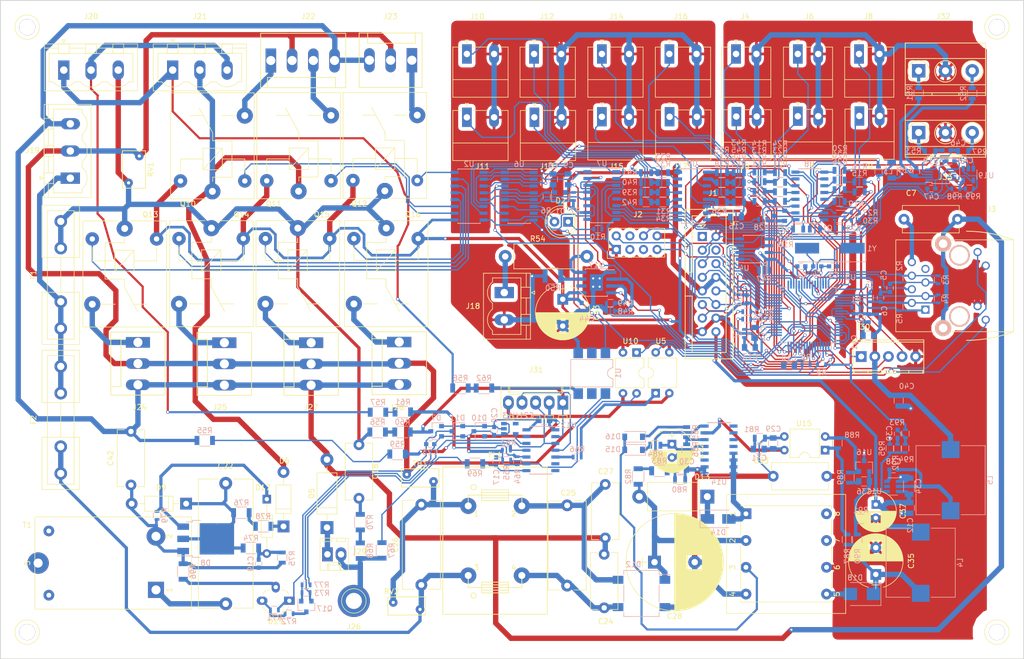
<source format=kicad_pcb>
(kicad_pcb (version 4) (host pcbnew 4.0.6)
  (layers (0 F.Cu signal) (31 B.Cu signal) (34 B.Paste user) (35 F.Paste user) (36 B.SilkS user) (37 F.SilkS user) (38 B.Mask user) (39 F.Mask user) (44 Edge.Cuts user))
  (net 0 "")
  (net 1 +3V3)
  (net 2 Earth)
  (net 3 "Net-(C3-Pad1)")
  (net 4 "Net-(C4-Pad1)")
  (net 5 "Net-(C5-Pad1)")
  (net 6 "Net-(C6-Pad1)")
  (net 7 GNDPWR)
  (net 8 "Net-(C7-Pad2)")
  (net 9 "Net-(C8-Pad1)")
  (net 10 "Net-(C9-Pad1)")
  (net 11 "Net-(C10-Pad2)")
  (net 12 +24V)
  (net 13 3VA)
  (net 14 "Net-(C15-Pad1)")
  (net 15 "Net-(C17-Pad2)")
  (net 16 /NonSafety/ATplus)
  (net 17 "Net-(C18-Pad1)")
  (net 18 "Net-(C18-Pad2)")
  (net 19 "Net-(C19-Pad2)")
  (net 20 "Net-(C19-Pad1)")
  (net 21 ComOpto-)
  (net 22 "Net-(C22-Pad1)")
  (net 23 "Net-(C22-Pad2)")
  (net 24 FaultOpt1)
  (net 25 "Net-(C24-Pad2)")
  (net 26 "Net-(C25-Pad1)")
  (net 27 "Net-(C26-Pad2)")
  (net 28 "Net-(C28-Pad1)")
  (net 29 "Net-(C28-Pad2)")
  (net 30 "Net-(C29-Pad1)")
  (net 31 "Net-(C30-Pad2)")
  (net 32 "Net-(C31-Pad2)")
  (net 33 "Net-(C32-Pad1)")
  (net 34 "Net-(C35-Pad1)")
  (net 35 "Net-(C36-Pad1)")
  (net 36 "Net-(C36-Pad2)")
  (net 37 "Net-(C38-Pad2)")
  (net 38 "Net-(C38-Pad1)")
  (net 39 "Net-(C39-Pad2)")
  (net 40 "Net-(C39-Pad1)")
  (net 41 "Net-(C45-Pad2)")
  (net 42 "Net-(C45-Pad1)")
  (net 43 "Net-(C46-Pad2)")
  (net 44 "Net-(C46-Pad1)")
  (net 45 "Net-(D2-Pad1)")
  (net 46 "Net-(D2-Pad2)")
  (net 47 "Net-(D5-Pad1)")
  (net 48 "Net-(D6-Pad1)")
  (net 49 /NonSafety/ThermOk)
  (net 50 /NonSafety/ATtpiC)
  (net 51 "Net-(D17-Pad1)")
  (net 52 "Net-(D13-Pad1)")
  (net 53 "Net-(D14-Pad2)")
  (net 54 "Net-(D15-Pad1)")
  (net 55 "Net-(D15-Pad2)")
  (net 56 "Net-(D16-Pad1)")
  (net 57 "Net-(D18-Pad2)")
  (net 58 "Net-(D19-Pad2)")
  (net 59 "Net-(D19-Pad3)")
  (net 60 LPwrSup)
  (net 61 "Net-(J1-Pad1)")
  (net 62 "Net-(J1-Pad4)")
  (net 63 /FtPD)
  (net 64 /FtInt)
  (net 65 /FtSMode)
  (net 66 /FtCS)
  (net 67 /SpiMOSI)
  (net 68 SDA)
  (net 69 SCL)
  (net 70 "Net-(J2-Pad3)")
  (net 71 "Net-(J2-Pad5)")
  (net 72 /ComTx)
  (net 73 /ComRx)
  (net 74 "Net-(J2-Pad4)")
  (net 75 /ComCs)
  (net 76 "Net-(J3-Pad1)")
  (net 77 "Net-(J3-Pad3)")
  (net 78 "Net-(J3-Pad4)")
  (net 79 "Net-(J3-Pad6)")
  (net 80 /LedA)
  (net 81 /LedB)
  (net 82 "Net-(J4-Pad1)")
  (net 83 "Net-(J5-Pad1)")
  (net 84 "Net-(J6-Pad1)")
  (net 85 "Net-(J7-Pad1)")
  (net 86 "Net-(J8-Pad1)")
  (net 87 "Net-(J9-Pad1)")
  (net 88 "Net-(J10-Pad1)")
  (net 89 "Net-(J11-Pad1)")
  (net 90 "Net-(J12-Pad1)")
  (net 91 "Net-(J13-Pad1)")
  (net 92 "Net-(J14-Pad1)")
  (net 93 "Net-(J15-Pad1)")
  (net 94 "Net-(J16-Pad1)")
  (net 95 "Net-(J17-Pad1)")
  (net 96 "Net-(J18-Pad1)")
  (net 97 "Net-(J20-Pad1)")
  (net 98 "Net-(J20-Pad2)")
  (net 99 "Net-(J22-Pad1)")
  (net 100 "Net-(J22-Pad3)")
  (net 101 "Net-(J23-Pad1)")
  (net 102 "Net-(J24-Pad1)")
  (net 103 "Net-(J25-Pad1)")
  (net 104 "Net-(J26-Pad1)")
  (net 105 "Net-(J27-Pad1)")
  (net 106 "Net-(J28-Pad1)")
  (net 107 /~MCLR)
  (net 108 /NonSafety/ATreset)
  (net 109 /NonSafety/ATtpiD)
  (net 110 "Net-(J32-Pad3)")
  (net 111 "Net-(J32-Pad1)")
  (net 112 "Net-(J33-Pad3)")
  (net 113 "Net-(J33-Pad1)")
  (net 114 "Net-(Q2-Pad2)")
  (net 115 "Net-(Q1-Pad2)")
  (net 116 RelayEV1)
  (net 117 RelayEV2)
  (net 118 RelayMotor1)
  (net 119 RelayMotor2)
  (net 120 RelayMotor3)
  (net 121 RelayMotor4)
  (net 122 RelayMotor5)
  (net 123 "Net-(Q17-Pad1)")
  (net 124 "Net-(Q17-Pad3)")
  (net 125 "Net-(R1-Pad2)")
  (net 126 "Net-(R8-Pad1)")
  (net 127 "Net-(R8-Pad2)")
  (net 128 "Net-(R9-Pad1)")
  (net 129 "Net-(R10-Pad2)")
  (net 130 ain0)
  (net 131 ain1)
  (net 132 ain2)
  (net 133 ain3)
  (net 134 ain4)
  (net 135 ain5)
  (net 136 ain6)
  (net 137 "Net-(R17-Pad2)")
  (net 138 ain7)
  (net 139 "Net-(R18-Pad2)")
  (net 140 "Net-(R21-Pad2)")
  (net 141 "Net-(R22-Pad2)")
  (net 142 "Net-(R23-Pad2)")
  (net 143 "Net-(R24-Pad2)")
  (net 144 "Net-(R25-Pad2)")
  (net 145 "Net-(R26-Pad2)")
  (net 146 "Net-(Q1-Pad1)")
  (net 147 ~Sel500ua)
  (net 148 "Net-(Q1-Pad4)")
  (net 149 "Net-(R31-Pad2)")
  (net 150 "Net-(R32-Pad2)")
  (net 151 "Net-(R33-Pad2)")
  (net 152 "Net-(R34-Pad2)")
  (net 153 "Net-(R35-Pad2)")
  (net 154 "Net-(R36-Pad2)")
  (net 155 "Net-(R37-Pad2)")
  (net 156 "Net-(R38-Pad2)")
  (net 157 /~FlashCS)
  (net 158 /EnPWM)
  (net 159 /~ModPWM)
  (net 160 "Net-(R50-Pad2)")
  (net 161 "Net-(R54-Pad2)")
  (net 162 "Net-(R55-Pad1)")
  (net 163 "Net-(R56-Pad1)")
  (net 164 "Net-(R57-Pad1)")
  (net 165 "Net-(R58-Pad1)")
  (net 166 "Net-(R59-Pad1)")
  (net 167 "Net-(R61-Pad1)")
  (net 168 FaultOpt2)
  (net 169 ComOpto+)
  (net 170 DataOpto1)
  (net 171 "Net-(R66-Pad2)")
  (net 172 "Net-(R67-Pad2)")
  (net 173 "Net-(R68-Pad2)")
  (net 174 "Net-(R76-Pad1)")
  (net 175 "Net-(R82-Pad1)")
  (net 176 "Net-(R85-Pad1)")
  (net 177 "Net-(R87-Pad1)")
  (net 178 "Net-(R88-Pad1)")
  (net 179 "Net-(R92-Pad1)")
  (net 180 "Net-(T1-Pad3)")
  (net 181 "Net-(T1-Pad4)")
  (net 182 "Net-(T2-Pad7)")
  (net 183 "Net-(T2-Pad8)")
  (net 184 "Net-(U1-Pad2)")
  (net 185 "Net-(U1-Pad5)")
  (net 186 "Net-(U2-Pad1)")
  (net 187 "Net-(U2-Pad2)")
  (net 188 "Net-(U2-Pad3)")
  (net 189 "Net-(U2-Pad4)")
  (net 190 "Net-(U2-Pad5)")
  (net 191 "Net-(U2-Pad6)")
  (net 192 "Net-(U2-Pad7)")
  (net 193 /RelaySD)
  (net 194 /RelaySC)
  (net 195 /~ModFLT)
  (net 196 /~FaultHV)
  (net 197 /RelayPC)
  (net 198 I2CEN)
  (net 199 /~FlWP)
  (net 200 /~FlHOLD)
  (net 201 Din)
  (net 202 "Net-(U3-Pad58)")
  (net 203 "Net-(U3-Pad59)")
  (net 204 "Net-(U3-Pad61)")
  (net 205 "Net-(U6-Pad7)")
  (net 206 "Net-(U6-Pad9)")
  (net 207 inSel0)
  (net 208 inSel1)
  (net 209 inSel2)
  (net 210 "Net-(U7-Pad9)")
  (net 211 "Net-(Q1-Pad6)")
  (net 212 "Net-(U11-Pad5)")
  (net 213 "Net-(U12-Pad6)")
  (net 214 "Net-(U12-Pad7)")
  (net 215 "Net-(U12-Pad12)")
  (net 216 "Net-(U12-Pad13)")
  (net 217 "Net-(U13-Pad4)")
  (net 218 "Net-(U17-Pad6)")
  (net 219 "Net-(U18-Pad7)")
  (net 220 "Net-(U18-Pad8)")
  (net 221 "Net-(U18-Pad10)")
  (net 222 "Net-(J3-PadGA)")
  (net 223 "Net-(J3-PadYA)")
  (net 224 "Net-(C26-Pad1)")
  (net 225 /PGC)
  (net 226 /PGD)
  (module Connectors:1pin (layer F.Cu) (at 235.0008 31.9532)
    (fp_text reference REF** hide)
    (fp_text value 1pin)
    (pad 1 thru_hole circle (at -0.0008 0.0468) (size 3 3) (drill 3) (layers *.Cu *.Mask) (clearance 3))
  )
  (module LehmanKiPatterns:TRD_A (layer F.Cu) (at 120.75668 62.5856 90)
    (fp_text reference Q12 (at -2.4144 -4.75668 180) (layer F.SilkS))
    (fp_text value Relay_A)
    (pad 2 thru_hole circle (at 1.95 6.05 180) (size 2.2 2.2) (drill 1) (layers *.Mask B.Cu) (net 118 RelayMotor1))
    (pad 5 thru_hole circle (at 14.15 6.05 180) (size 3 3) (drill 1.3) (layers *.Cu *.Mask) (net 101 "Net-(J23-Pad1)"))
    (pad 1 thru_hole circle (at 1.95 -5.95 180) (size 2.5 2.5) (drill 1) (layers *.Cu *.Mask) (net 12 +24V))
    (pad 3 thru_hole circle (at 0 0 180) (size 3 3) (drill 1.3) (layers *.Mask B.Cu) (net 18 "Net-(C18-Pad2)"))
  )
  (module Capacitors_SMD:C_0603 (layer B.Cu) (at 198.49084 76.67244 180)
    (fp_text reference C1 (at -0.0508 -1.55956 180) (layer B.SilkS) (effects (justify mirror)))
    (fp_text value 0,1)
    (pad 2 smd rect (at 0.75 0 180) (size 0.8 0.75) (layers B.Cu B.Paste B.Mask) (net 1 +3V3))
    (pad 1 smd rect (at -0.75 0 180) (size 0.8 0.75) (layers B.Cu B.Paste B.Mask) (net 2 Earth))
  )
  (module Capacitors_SMD:C_0603 (layer B.Cu) (at 211.074 86.37016 270)
    (fp_text reference C2 (at 0 1.5 270) (layer B.SilkS) (effects (justify mirror)))
    (fp_text value 0,1)
    (pad 2 smd rect (at 0.75 0 270) (size 0.8 0.75) (layers B.Cu B.Paste B.Mask) (net 1 +3V3))
    (pad 1 smd rect (at -0.75 0 270) (size 0.8 0.75) (layers B.Cu B.Paste B.Mask) (net 2 Earth))
  )
  (module Capacitors_SMD:C_0603 (layer B.Cu) (at 204.4192 76.6826 180)
    (fp_text reference C3 (at -0.07366 -1.60528 180) (layer B.SilkS) (effects (justify mirror)))
    (fp_text value 33)
    (pad 2 smd rect (at 0.75 0 180) (size 0.8 0.75) (layers B.Cu B.Paste B.Mask) (net 2 Earth))
    (pad 1 smd rect (at -0.75 0 180) (size 0.8 0.75) (layers B.Cu B.Paste B.Mask) (net 3 "Net-(C3-Pad1)"))
  )
  (module Capacitors_SMD:C_0603 (layer B.Cu) (at 201.4728 76.6826)
    (fp_text reference C4 (at 0 1.5) (layer B.SilkS) (effects (justify mirror)))
    (fp_text value 33)
    (pad 2 smd rect (at 0.75 0) (size 0.8 0.75) (layers B.Cu B.Paste B.Mask) (net 2 Earth))
    (pad 1 smd rect (at -0.75 0) (size 0.8 0.75) (layers B.Cu B.Paste B.Mask) (net 4 "Net-(C4-Pad1)"))
  )
  (module Capacitors_SMD:C_0603 (layer B.Cu) (at 215.0618 80.7085 270)
    (fp_text reference C5 (at -2.39522 1.17348 270) (layer B.SilkS) (effects (justify mirror)))
    (fp_text value 0,1)
    (pad 2 smd rect (at 0.75 0 270) (size 0.8 0.75) (layers B.Cu B.Paste B.Mask) (net 2 Earth))
    (pad 1 smd rect (at -0.75 0 270) (size 0.8 0.75) (layers B.Cu B.Paste B.Mask) (net 5 "Net-(C5-Pad1)"))
  )
  (module Capacitors_SMD:C_0603 (layer B.Cu) (at 213.2838 82.55 90)
    (fp_text reference C6 (at -2.44856 0.70612 90) (layer B.SilkS) (effects (justify mirror)))
    (fp_text value 0,1)
    (pad 2 smd rect (at 0.75 0 90) (size 0.8 0.75) (layers B.Cu B.Paste B.Mask) (net 2 Earth))
    (pad 1 smd rect (at -0.75 0 90) (size 0.8 0.75) (layers B.Cu B.Paste B.Mask) (net 6 "Net-(C6-Pad1)"))
  )
  (module Capacitors_THT:C_Disc_D10.5mm_W5.0mm_P10.00mm (layer F.Cu) (at 227.6602 67.8688 180)
    (fp_text reference C7 (at 8.6602 4.8688 180) (layer F.SilkS))
    (fp_text value "1nF 2kV")
    (pad 1 thru_hole circle (at 0 0 180) (size 2 2) (drill 1) (layers *.Cu *.Mask) (net 7 GNDPWR))
    (pad 2 thru_hole circle (at 10 0 180) (size 2 2) (drill 1) (layers *.Cu *.Mask) (net 8 "Net-(C7-Pad2)"))
  )
  (module Capacitors_SMD:C_0805 (layer B.Cu) (at 152.146 60.42406 90)
    (fp_text reference C8 (at 2.58826 0.0254 180) (layer B.SilkS) (effects (justify mirror)))
    (fp_text value 10,0)
    (pad 1 smd rect (at -1 0 90) (size 1 1.25) (layers B.Cu B.Paste B.Mask) (net 9 "Net-(C8-Pad1)"))
    (pad 2 smd rect (at 1 0 90) (size 1 1.25) (layers B.Cu B.Paste B.Mask) (net 2 Earth))
  )
  (module Capacitors_SMD:C_0805 (layer B.Cu) (at 154.9654 60.42406 90)
    (fp_text reference C9 (at 2.64922 0.07112 180) (layer B.SilkS) (effects (justify mirror)))
    (fp_text value 10,0)
    (pad 1 smd rect (at -1 0 90) (size 1 1.25) (layers B.Cu B.Paste B.Mask) (net 10 "Net-(C9-Pad1)"))
    (pad 2 smd rect (at 1 0 90) (size 1 1.25) (layers B.Cu B.Paste B.Mask) (net 2 Earth))
  )
  (module Capacitors_SMD:C_0805 (layer B.Cu) (at 196.19976 95.28048 180)
    (fp_text reference C10 (at 0 1.5 180) (layer B.SilkS) (effects (justify mirror)))
    (fp_text value 10,0)
    (pad 1 smd rect (at -1 0 180) (size 1 1.25) (layers B.Cu B.Paste B.Mask) (net 2 Earth))
    (pad 2 smd rect (at 1 0 180) (size 1 1.25) (layers B.Cu B.Paste B.Mask) (net 11 "Net-(C10-Pad2)"))
  )
  (module Capacitors_SMD:C_0603 (layer B.Cu) (at 188.30544 82.82432 270)
    (fp_text reference C11 (at 0 1.5 270) (layer B.SilkS) (effects (justify mirror)))
    (fp_text value 0,1)
    (pad 2 smd rect (at 0.75 0 270) (size 0.8 0.75) (layers B.Cu B.Paste B.Mask) (net 2 Earth))
    (pad 1 smd rect (at -0.75 0 270) (size 0.8 0.75) (layers B.Cu B.Paste B.Mask) (net 1 +3V3))
  )
  (module Capacitors_SMD:C_0805 (layer B.Cu) (at 218.78544 121.80316 270)
    (fp_text reference C12 (at 3.24866 -0.04318 270) (layer B.SilkS) (effects (justify mirror)))
    (fp_text value 0,1)
    (pad 1 smd rect (at -1 0 270) (size 1 1.25) (layers B.Cu B.Paste B.Mask) (net 12 +24V))
    (pad 2 smd rect (at 1 0 270) (size 1 1.25) (layers B.Cu B.Paste B.Mask) (net 2 Earth))
  )
  (module Capacitors_SMD:C_0805 (layer B.Cu) (at 188.8998 91.82608)
    (fp_text reference C13 (at 0.04572 1.73228) (layer B.SilkS) (effects (justify mirror)))
    (fp_text value 10,0)
    (pad 1 smd rect (at -1 0) (size 1 1.25) (layers B.Cu B.Paste B.Mask) (net 1 +3V3))
    (pad 2 smd rect (at 1 0) (size 1 1.25) (layers B.Cu B.Paste B.Mask) (net 2 Earth))
  )
  (module Capacitors_SMD:C_0805 (layer B.Cu) (at 189.78372 89.09812 270)
    (fp_text reference C14 (at 0.14732 -1.70688 270) (layer B.SilkS) (effects (justify mirror)))
    (fp_text value 10,0)
    (pad 1 smd rect (at -1 0 270) (size 1 1.25) (layers B.Cu B.Paste B.Mask) (net 13 3VA))
    (pad 2 smd rect (at 1 0 270) (size 1 1.25) (layers B.Cu B.Paste B.Mask) (net 2 Earth))
  )
  (module Capacitors_SMD:C_1206 (layer B.Cu) (at 215.36152 58.66384 270)
    (fp_text reference C15 (at 0.03556 -2.65176 360) (layer B.SilkS) (effects (justify mirror)))
    (fp_text value "1uF 50V")
    (pad 1 smd rect (at -1.5 0 270) (size 1 1.6) (layers B.Cu B.Paste B.Mask) (net 14 "Net-(C15-Pad1)"))
    (pad 2 smd rect (at 1.5 0 270) (size 1 1.6) (layers B.Cu B.Paste B.Mask) (net 2 Earth))
  )
  (module Capacitors_SMD:C_0805 (layer B.Cu) (at 186.309 67.4624 180)
    (fp_text reference C16 (at -0.07874 -1.71704 180) (layer B.SilkS) (effects (justify mirror)))
    (fp_text value "0,1uF 50V")
    (pad 1 smd rect (at -1 0 180) (size 1 1.25) (layers B.Cu B.Paste B.Mask) (net 12 +24V))
    (pad 2 smd rect (at 1 0 180) (size 1 1.25) (layers B.Cu B.Paste B.Mask) (net 2 Earth))
  )
  (module Capacitors_SMD:C_0603 (layer B.Cu) (at 141.53388 113.12144 270)
    (fp_text reference C17 (at 2.92608 -0.03556 270) (layer B.SilkS) (effects (justify mirror)))
    (fp_text value 0,1)
    (pad 2 smd rect (at 0.75 0 270) (size 0.8 0.75) (layers B.Cu B.Paste B.Mask) (net 15 "Net-(C17-Pad2)"))
    (pad 1 smd rect (at -0.75 0 270) (size 0.8 0.75) (layers B.Cu B.Paste B.Mask) (net 16 /NonSafety/ATplus))
  )
  (module Capacitors_THT:C_Disc_D10.5mm_W5.0mm_P10.00mm (layer F.Cu) (at 115.9256 120.00484 90)
    (fp_text reference C18 (at 5 3.0744 270) (layer F.SilkS))
    (fp_text value 2200x2kV)
    (pad 1 thru_hole circle (at 0 0 90) (size 2 2) (drill 1) (layers *.Cu *.Mask) (net 17 "Net-(C18-Pad1)"))
    (pad 2 thru_hole circle (at 10 0 90) (size 2 2) (drill 1) (layers *.Cu *.Mask) (net 18 "Net-(C18-Pad2)"))
  )
  (module Capacitors_SMD:C_0603 (layer B.Cu) (at 97.2185 132.21716 270)
    (fp_text reference C19 (at 0 1.5 270) (layer B.SilkS) (effects (justify mirror)))
    (fp_text value 0,01)
    (pad 2 smd rect (at 0.75 0 270) (size 0.8 0.75) (layers B.Cu B.Paste B.Mask) (net 19 "Net-(C19-Pad2)"))
    (pad 1 smd rect (at -0.75 0 270) (size 0.8 0.75) (layers B.Cu B.Paste B.Mask) (net 20 "Net-(C19-Pad1)"))
  )
  (module Capacitors_SMD:C_0603 (layer B.Cu) (at 141.16304 107.442 90)
    (fp_text reference C20 (at 2.91592 0.06096 270) (layer B.SilkS) (effects (justify mirror)))
    (fp_text value 0,1)
    (pad 2 smd rect (at 0.75 0 90) (size 0.8 0.75) (layers B.Cu B.Paste B.Mask) (net 21 ComOpto-))
    (pad 1 smd rect (at -0.75 0 90) (size 0.8 0.75) (layers B.Cu B.Paste B.Mask) (net 16 /NonSafety/ATplus))
  )
  (module Capacitors_SMD:C_0805 (layer B.Cu) (at 150.495 105.34396 180)
    (fp_text reference C21 (at 3.29692 0.79756 180) (layer B.SilkS) (effects (justify mirror)))
    (fp_text value 10,0)
    (pad 1 smd rect (at -1 0 180) (size 1 1.25) (layers B.Cu B.Paste B.Mask) (net 16 /NonSafety/ATplus))
    (pad 2 smd rect (at 1 0 180) (size 1 1.25) (layers B.Cu B.Paste B.Mask) (net 21 ComOpto-))
  )
  (module Capacitors_THT:C_Rect_L24.0mm_W10.1mm_P22.50mm_MKT (layer F.Cu) (at 91.059 139.71016 90)
    (fp_text reference C22 (at 25.71016 -0.059 180) (layer F.SilkS))
    (fp_text value 1uFx400V)
    (pad 1 thru_hole circle (at 0 0 90) (size 2.4 2.4) (drill 1.2) (layers *.Cu *.Mask) (net 22 "Net-(C22-Pad1)"))
    (pad 2 thru_hole circle (at 22.5 0 90) (size 2.4 2.4) (drill 1.2) (layers *.Cu *.Mask) (net 23 "Net-(C22-Pad2)"))
  )
  (module Capacitors_SMD:C_0603 (layer B.Cu) (at 129.23012 109.89056)
    (fp_text reference C23 (at 0 1.5) (layer B.SilkS) (effects (justify mirror)))
    (fp_text value 0,047)
    (pad 2 smd rect (at 0.75 0) (size 0.8 0.75) (layers B.Cu B.Paste B.Mask) (net 16 /NonSafety/ATplus))
    (pad 1 smd rect (at -0.75 0) (size 0.8 0.75) (layers B.Cu B.Paste B.Mask) (net 24 FaultOpt1))
  )
  (module Capacitors_THT:C_Disc_D10.5mm_W5.0mm_P10.00mm (layer F.Cu) (at 161.6964 130.46456 270)
    (fp_text reference C24 (at 12.53544 -0.3036 360) (layer F.SilkS))
    (fp_text value "1nF 2kV Y2")
    (pad 1 thru_hole circle (at 0 0 270) (size 2 2) (drill 1) (layers *.Cu *.Mask) (net 7 GNDPWR))
    (pad 2 thru_hole circle (at 10 0 270) (size 2 2) (drill 1) (layers *.Cu *.Mask) (net 25 "Net-(C24-Pad2)"))
  )
  (module Capacitors_THT:C_Rect_L16.5mm_W7.0mm_P15.00mm_MKT (layer F.Cu) (at 154.7876 121.32056 270)
    (fp_text reference C25 (at -2.32056 -0.2124 360) (layer F.SilkS))
    (fp_text value "0,1uF 400V X2")
    (pad 1 thru_hole circle (at 0 0 270) (size 2.2 2.2) (drill 1.1) (layers *.Cu *.Mask) (net 26 "Net-(C25-Pad1)"))
    (pad 2 thru_hole circle (at 15 0 270) (size 2.2 2.2) (drill 1.1) (layers *.Cu *.Mask) (net 25 "Net-(C24-Pad2)"))
  )
  (module Capacitors_THT:C_Rect_L16.5mm_W7.0mm_P15.00mm_MKT (layer F.Cu) (at 127.56896 136.18972 90)
    (fp_text reference C26 (at 7.5 -4.81 90) (layer F.SilkS))
    (fp_text value "0,1uF 400V X2")
    (pad 1 thru_hole circle (at 0 0 90) (size 2.2 2.2) (drill 1.1) (layers *.Cu *.Mask) (net 224 "Net-(C26-Pad1)"))
    (pad 2 thru_hole circle (at 15 0 90) (size 2.2 2.2) (drill 1.1) (layers *.Cu *.Mask) (net 27 "Net-(C26-Pad2)"))
  )
  (module Capacitors_THT:C_Disc_D10.5mm_W5.0mm_P10.00mm (layer F.Cu) (at 161.8996 117.40896 270)
    (fp_text reference C27 (at -2.40896 -0.1004 360) (layer F.SilkS))
    (fp_text value "1nF 2kV Y2")
    (pad 1 thru_hole circle (at 0 0 270) (size 2 2) (drill 1) (layers *.Cu *.Mask) (net 26 "Net-(C25-Pad1)"))
    (pad 2 thru_hole circle (at 10 0 270) (size 2 2) (drill 1) (layers *.Cu *.Mask) (net 7 GNDPWR))
  )
  (module Capacitors_THT:CP_Radial_D18.0mm_P7.50mm (layer F.Cu) (at 171.0944 131.93776)
    (fp_text reference C28 (at 3.75 10.06224) (layer F.SilkS))
    (fp_text value "22uF 450V")
    (pad 1 thru_hole rect (at 0 0) (size 2.4 2.4) (drill 1.2) (layers *.Cu *.Mask) (net 28 "Net-(C28-Pad1)"))
    (pad 2 thru_hole circle (at 7.5 0) (size 2.4 2.4) (drill 1.2) (layers *.Cu *.Mask) (net 29 "Net-(C28-Pad2)"))
  )
  (module Capacitors_SMD:C_0805 (layer B.Cu) (at 193.2432 109.73816 90)
    (fp_text reference C29 (at 2.6924 0.03048 180) (layer B.SilkS) (effects (justify mirror)))
    (fp_text value 820)
    (pad 1 smd rect (at -1 0 90) (size 1 1.25) (layers B.Cu B.Paste B.Mask) (net 30 "Net-(C29-Pad1)"))
    (pad 2 smd rect (at 1 0 90) (size 1 1.25) (layers B.Cu B.Paste B.Mask) (net 29 "Net-(C28-Pad2)"))
  )
  (module Capacitors_SMD:C_0805 (layer B.Cu) (at 176.0728 114.61496 180)
    (fp_text reference C30 (at -1.0668 1.4859 180) (layer B.SilkS) (effects (justify mirror)))
    (fp_text value 10n)
    (pad 1 smd rect (at -1 0 180) (size 1 1.25) (layers B.Cu B.Paste B.Mask) (net 29 "Net-(C28-Pad2)"))
    (pad 2 smd rect (at 1 0 180) (size 1 1.25) (layers B.Cu B.Paste B.Mask) (net 31 "Net-(C30-Pad2)"))
  )
  (module Capacitors_SMD:C_0805 (layer B.Cu) (at 190.5508 110.80496 180)
    (fp_text reference C31 (at -0.0635 -1.66624 180) (layer B.SilkS) (effects (justify mirror)))
    (fp_text value 56n)
    (pad 1 smd rect (at -1 0 180) (size 1 1.25) (layers B.Cu B.Paste B.Mask) (net 30 "Net-(C29-Pad1)"))
    (pad 2 smd rect (at 1 0 180) (size 1 1.25) (layers B.Cu B.Paste B.Mask) (net 32 "Net-(C31-Pad2)"))
  )
  (module Capacitors_THT:CP_Radial_D8.0mm_P2.50mm (layer F.Cu) (at 174.3456 109.89056 270)
    (fp_text reference C32 (at 1.25 -5.31 270) (layer F.SilkS))
    (fp_text value "33uF 35V")
    (pad 1 thru_hole rect (at 0 0 270) (size 1.6 1.6) (drill 0.8) (layers *.Cu *.Mask) (net 33 "Net-(C32-Pad1)"))
    (pad 2 thru_hole circle (at 2.5 0 270) (size 1.6 1.6) (drill 0.8) (layers *.Cu *.Mask) (net 29 "Net-(C28-Pad2)"))
  )
  (module Capacitors_THT:C_Disc_D10.5mm_W5.0mm_P10.00mm (layer F.Cu) (at 203.2508 115.88496 180)
    (fp_text reference C33 (at 12.2508 2.88496 180) (layer F.SilkS))
    (fp_text value "2n2 3kV Y2")
    (pad 1 thru_hole circle (at 0 0 180) (size 2 2) (drill 1) (layers *.Cu *.Mask) (net 2 Earth))
    (pad 2 thru_hole circle (at 10 0 180) (size 2 2) (drill 1) (layers *.Cu *.Mask) (net 29 "Net-(C28-Pad2)"))
  )
  (module Capacitors_SMD:C_1206 (layer B.Cu) (at 218.59748 117.74678 90)
    (fp_text reference C34 (at 0 1.75 90) (layer B.SilkS) (effects (justify mirror)))
    (fp_text value 10,0)
    (pad 1 smd rect (at -1.5 0 90) (size 1 1.6) (layers B.Cu B.Paste B.Mask) (net 12 +24V))
    (pad 2 smd rect (at 1.5 0 90) (size 1 1.6) (layers B.Cu B.Paste B.Mask) (net 2 Earth))
  )
  (module Capacitors_THT:CP_Radial_D10.0mm_P5.00mm (layer F.Cu) (at 212.3948 134.22376 90)
    (fp_text reference C35 (at 2.5 6.6052 90) (layer F.SilkS))
    (fp_text value "330uF 20% x 35V")
    (pad 1 thru_hole rect (at 0 0 90) (size 2 2) (drill 1) (layers *.Cu *.Mask) (net 34 "Net-(C35-Pad1)"))
    (pad 2 thru_hole circle (at 5 0 90) (size 2 2) (drill 1) (layers *.Cu *.Mask) (net 2 Earth))
  )
  (module Capacitors_SMD:C_0805 (layer B.Cu) (at 210.2104 116.85016 180)
    (fp_text reference C36 (at -0.0254 -1.86944 180) (layer B.SilkS) (effects (justify mirror)))
    (fp_text value 18n)
    (pad 1 smd rect (at -1 0 180) (size 1 1.25) (layers B.Cu B.Paste B.Mask) (net 35 "Net-(C36-Pad1)"))
    (pad 2 smd rect (at 1 0 180) (size 1 1.25) (layers B.Cu B.Paste B.Mask) (net 36 "Net-(C36-Pad2)"))
  )
  (module Capacitors_THT:CP_Radial_D7.5mm_P2.50mm (layer F.Cu) (at 212.3948 121.16816 270)
    (fp_text reference C37 (at 1.25 -5.06 270) (layer F.SilkS))
    (fp_text value "22uF 20% x 35V")
    (pad 1 thru_hole rect (at 0 0 270) (size 1.6 1.6) (drill 0.8) (layers *.Cu *.Mask) (net 12 +24V))
    (pad 2 thru_hole circle (at 2.5 0 270) (size 1.6 1.6) (drill 0.8) (layers *.Cu *.Mask) (net 2 Earth))
  )
  (module Capacitors_SMD:C_0603 (layer B.Cu) (at 215.71134 114.64544 180)
    (fp_text reference C38 (at 0 1.5 180) (layer B.SilkS) (effects (justify mirror)))
    (fp_text value 0,1)
    (pad 2 smd rect (at 0.75 0 180) (size 0.8 0.75) (layers B.Cu B.Paste B.Mask) (net 37 "Net-(C38-Pad2)"))
    (pad 1 smd rect (at -0.75 0 180) (size 0.8 0.75) (layers B.Cu B.Paste B.Mask) (net 38 "Net-(C38-Pad1)"))
  )
  (module Capacitors_SMD:C_0603 (layer B.Cu) (at 216.4588 107.98048 270)
    (fp_text reference C39 (at -0.12192 1.52146 270) (layer B.SilkS) (effects (justify mirror)))
    (fp_text value 75)
    (pad 2 smd rect (at 0.75 0 270) (size 0.8 0.75) (layers B.Cu B.Paste B.Mask) (net 39 "Net-(C39-Pad2)"))
    (pad 1 smd rect (at -0.75 0 270) (size 0.8 0.75) (layers B.Cu B.Paste B.Mask) (net 40 "Net-(C39-Pad1)"))
  )
  (module Capacitors_SMD:C_0805 (layer B.Cu) (at 216.6747 101.76688 270)
    (fp_text reference C40 (at -2.69748 -1.49098 360) (layer B.SilkS) (effects (justify mirror)))
    (fp_text value 10,0)
    (pad 1 smd rect (at -1 0 270) (size 1 1.25) (layers B.Cu B.Paste B.Mask) (net 1 +3V3))
    (pad 2 smd rect (at 1 0 270) (size 1 1.25) (layers B.Cu B.Paste B.Mask) (net 2 Earth))
  )
  (module Capacitors_SMD:C_0805 (layer B.Cu) (at 211.00796 89.60104)
    (fp_text reference C41 (at -2.62128 1.30302 90) (layer B.SilkS) (effects (justify mirror)))
    (fp_text value 10,0)
    (pad 1 smd rect (at -1 0) (size 1 1.25) (layers B.Cu B.Paste B.Mask) (net 1 +3V3))
    (pad 2 smd rect (at 1 0) (size 1 1.25) (layers B.Cu B.Paste B.Mask) (net 2 Earth))
  )
  (module Capacitors_THT:C_Disc_D10.5mm_W5.0mm_P10.00mm (layer F.Cu) (at 73.37044 117.51564 90)
    (fp_text reference C42 (at 5 -3.81 90) (layer F.SilkS))
    (fp_text value "1nF 2kV Y2")
    (pad 1 thru_hole circle (at 0 0 90) (size 2 2) (drill 1) (layers *.Cu *.Mask) (net 19 "Net-(C19-Pad2)"))
    (pad 2 thru_hole circle (at 10 0 90) (size 2 2) (drill 1) (layers *.Cu *.Mask) (net 7 GNDPWR))
  )
  (module Capacitors_THT:CP_Radial_D10.0mm_P5.00mm (layer F.Cu) (at 153.9621 82.82686 270)
    (fp_text reference C43 (at 2.5 -6.31 270) (layer F.SilkS))
    (fp_text value 47uFx50V)
    (pad 1 thru_hole rect (at 0 0 270) (size 2 2) (drill 1) (layers *.Cu *.Mask) (net 12 +24V))
    (pad 2 thru_hole circle (at 5 0 270) (size 2 2) (drill 1) (layers *.Cu *.Mask) (net 2 Earth))
  )
  (module Capacitors_SMD:C_0603 (layer B.Cu) (at 157.5054 84.27466 270)
    (fp_text reference C44 (at 2.18694 -0.97028 360) (layer B.SilkS) (effects (justify mirror)))
    (fp_text value 0,1)
    (pad 2 smd rect (at 0.75 0 270) (size 0.8 0.75) (layers B.Cu B.Paste B.Mask) (net 2 Earth))
    (pad 1 smd rect (at -0.75 0 270) (size 0.8 0.75) (layers B.Cu B.Paste B.Mask) (net 12 +24V))
  )
  (module Capacitors_SMD:C_0603 (layer B.Cu) (at 219.964 59.05246 90)
    (fp_text reference C45 (at 0.61214 -2.21488 180) (layer B.SilkS) (effects (justify mirror)))
    (fp_text value 1500)
    (pad 2 smd rect (at 0.75 0 90) (size 0.8 0.75) (layers B.Cu B.Paste B.Mask) (net 41 "Net-(C45-Pad2)"))
    (pad 1 smd rect (at -0.75 0 90) (size 0.8 0.75) (layers B.Cu B.Paste B.Mask) (net 42 "Net-(C45-Pad1)"))
  )
  (module Capacitors_SMD:C_0603 (layer B.Cu) (at 225.6028 54.96306)
    (fp_text reference C46 (at 2.16408 -1.3589) (layer B.SilkS) (effects (justify mirror)))
    (fp_text value 1500)
    (pad 2 smd rect (at 0.75 0) (size 0.8 0.75) (layers B.Cu B.Paste B.Mask) (net 43 "Net-(C46-Pad2)"))
    (pad 1 smd rect (at -0.75 0) (size 0.8 0.75) (layers B.Cu B.Paste B.Mask) (net 44 "Net-(C46-Pad1)"))
  )
  (module Capacitors_SMD:C_0603 (layer B.Cu) (at 222.74784 62.14364 180)
    (fp_text reference C47 (at -0.04064 -1.53924 180) (layer B.SilkS) (effects (justify mirror)))
    (fp_text value 0,1)
    (pad 2 smd rect (at 0.75 0 180) (size 0.8 0.75) (layers B.Cu B.Paste B.Mask) (net 2 Earth))
    (pad 1 smd rect (at -0.75 0 180) (size 0.8 0.75) (layers B.Cu B.Paste B.Mask) (net 1 +3V3))
  )
  (module Capacitors_SMD:C_0603 (layer B.Cu) (at 226.314 57.02046)
    (fp_text reference C48 (at 2.8956 -0.12446) (layer B.SilkS) (effects (justify mirror)))
    (fp_text value 0,1)
    (pad 2 smd rect (at 0.75 0) (size 0.8 0.75) (layers B.Cu B.Paste B.Mask) (net 2 Earth))
    (pad 1 smd rect (at -0.75 0) (size 0.8 0.75) (layers B.Cu B.Paste B.Mask) (net 1 +3V3))
  )
  (module TO_SOT_Packages_SMD:SOT-23 (layer B.Cu) (at 153.4668 63.87846 270)
    (fp_text reference D1 (at 2.50698 -0.01016 360) (layer B.SilkS) (effects (justify mirror)))
    (fp_text value BAV70)
    (pad 1 smd rect (at -1 0.95 270) (size 0.9 0.8) (layers B.Cu B.Paste B.Mask) (net 9 "Net-(C8-Pad1)"))
    (pad 2 smd rect (at -1 -0.95 270) (size 0.9 0.8) (layers B.Cu B.Paste B.Mask) (net 10 "Net-(C9-Pad1)"))
    (pad 3 smd rect (at 1 0 270) (size 0.9 0.8) (layers B.Cu B.Paste B.Mask) (net 1 +3V3))
  )
  (module LEDs:LED_D5.0mm (layer F.Cu) (at 154.9654 68.34886 180)
    (fp_text reference D2 (at 1.39192 3.95478 180) (layer F.SilkS))
    (fp_text value LED_FAULT)
    (pad 1 thru_hole rect (at 0 0 180) (size 1.8 1.8) (drill 0.9) (layers *.Cu *.Mask) (net 45 "Net-(D2-Pad1)"))
    (pad 2 thru_hole circle (at 2.54 0 180) (size 1.8 1.8) (drill 0.9) (layers *.Cu *.Mask) (net 46 "Net-(D2-Pad2)"))
  )
  (module Diodes_THT:D_DO-15_P12.70mm_Horizontal (layer F.Cu) (at 109.9566 125.46584 90)
    (fp_text reference D5 (at 6.35 -2.86 90) (layer F.SilkS))
    (fp_text value P6KE350CA)
    (pad 1 thru_hole rect (at 0 0 90) (size 2.4 2.4) (drill 1.2) (layers *.Cu *.Mask) (net 47 "Net-(D5-Pad1)"))
    (pad 2 thru_hole oval (at 12.7 0 90) (size 2.4 2.4) (drill 1.2) (layers *.Cu *.Mask) (net 7 GNDPWR))
  )
  (module Diodes_THT:D_DO-41_SOD81_P10.16mm_Horizontal (layer F.Cu) (at 101.84384 125.25756 90)
    (fp_text reference D6 (at 12.25756 0.15616 180) (layer F.SilkS))
    (fp_text value S1M)
    (pad 1 thru_hole rect (at 0 0 90) (size 2.2 2.2) (drill 1.1) (layers *.Cu *.Mask) (net 48 "Net-(D6-Pad1)"))
    (pad 2 thru_hole oval (at 10.16 0 90) (size 2.2 2.2) (drill 1.1) (layers *.Cu *.Mask) (net 49 /NonSafety/ThermOk))
  )
  (module TO_SOT_Packages_SMD:SOT-23 (layer B.Cu) (at 130.33756 107.47756 180)
    (fp_text reference D7 (at 0 2.5 180) (layer B.SilkS) (effects (justify mirror)))
    (fp_text value BAT54S)
    (pad 1 smd rect (at -1 0.95 180) (size 0.9 0.8) (layers B.Cu B.Paste B.Mask) (net 21 ComOpto-))
    (pad 2 smd rect (at -1 -0.95 180) (size 0.9 0.8) (layers B.Cu B.Paste B.Mask) (net 16 /NonSafety/ATplus))
    (pad 3 smd rect (at 1 0 180) (size 0.9 0.8) (layers B.Cu B.Paste B.Mask) (net 50 /NonSafety/ATtpiC))
  )
  (module TO_SOT_Packages_SMD:TO-252-3_TabPin2 (layer B.Cu) (at 87.3125 127.58166)
    (fp_text reference D8 (at 0 4.5) (layer B.SilkS) (effects (justify mirror)))
    (fp_text value BT150S-600R)
    (pad 1 smd rect (at -4.2 2.28) (size 2.2 1.2) (layers B.Cu B.Paste B.Mask) (net 19 "Net-(C19-Pad2)"))
    (pad 2 smd rect (at -4.2 0) (size 2.2 1.2) (layers B.Cu B.Paste B.Mask) (net 23 "Net-(C22-Pad2)"))
    (pad 3 smd rect (at -4.2 -2.28) (size 2.2 1.2) (layers B.Cu B.Paste B.Mask) (net 51 "Net-(D17-Pad1)"))
    (pad 2 smd rect (at 2.1 0) (size 6.4 5.8) (layers B.Cu B.Mask) (net 23 "Net-(C22-Pad2)"))
    (pad 2 smd rect (at 3.775 -1.525) (size 3.05 2.75) (layers B.Cu B.Paste) (net 23 "Net-(C22-Pad2)"))
    (pad 2 smd rect (at 0.425 1.525) (size 3.05 2.75) (layers B.Cu B.Paste) (net 23 "Net-(C22-Pad2)"))
    (pad 2 smd rect (at 3.775 1.525) (size 3.05 2.75) (layers B.Cu B.Paste) (net 23 "Net-(C22-Pad2)"))
    (pad 2 smd rect (at 0.425 -1.525) (size 3.05 2.75) (layers B.Cu B.Paste) (net 23 "Net-(C22-Pad2)"))
  )
  (module Diodes_THT:D_DO-41_SOD81_P10.16mm_Horizontal (layer F.Cu) (at 83.6676 121.01576 180)
    (fp_text reference D9 (at 4.6676 3.01576 180) (layer F.SilkS))
    (fp_text value BA158)
    (pad 1 thru_hole rect (at 0 0 180) (size 2.2 2.2) (drill 1.1) (layers *.Cu *.Mask) (net 23 "Net-(C22-Pad2)"))
    (pad 2 thru_hole oval (at 10.16 0 180) (size 2.2 2.2) (drill 1.1) (layers *.Cu *.Mask) (net 19 "Net-(C19-Pad2)"))
  )
  (module TO_SOT_Packages_SMD:SOT-23 (layer B.Cu) (at 134.30504 107.47756 180)
    (fp_text reference D11 (at 0 2.5 180) (layer B.SilkS) (effects (justify mirror)))
    (fp_text value BAV99)
    (pad 1 smd rect (at -1 0.95 180) (size 0.9 0.8) (layers B.Cu B.Paste B.Mask) (net 21 ComOpto-))
    (pad 2 smd rect (at -1 -0.95 180) (size 0.9 0.8) (layers B.Cu B.Paste B.Mask) (net 16 /NonSafety/ATplus))
    (pad 3 smd rect (at 1 0 180) (size 0.9 0.8) (layers B.Cu B.Paste B.Mask) (net 24 FaultOpt1))
  )
  (module Diodes_SMD:Diode_Bridge_DFS (layer B.Cu) (at 168.656 137.77976 180)
    (fp_text reference D12 (at 1.49098 5.42798 180) (layer B.SilkS) (effects (justify mirror)))
    (fp_text value DB107S)
    (pad 1 smd rect (at -4.37 2.55 180) (size 2 1.5) (layers B.Cu B.Paste B.Mask) (net 28 "Net-(C28-Pad1)"))
    (pad 2 smd rect (at -4.37 -2.55 180) (size 2 1.5) (layers B.Cu B.Paste B.Mask) (net 29 "Net-(C28-Pad2)"))
    (pad 3 smd rect (at 4.37 -2.55 180) (size 2 1.5) (layers B.Cu B.Paste B.Mask) (net 25 "Net-(C24-Pad2)"))
    (pad 4 smd rect (at 4.37 2.55 180) (size 2 1.5) (layers B.Cu B.Paste B.Mask) (net 26 "Net-(C25-Pad1)"))
  )
  (module Diodes_THT:D_DO-201_P12.70mm_Horizontal (layer F.Cu) (at 180.9496 119.69496 180)
    (fp_text reference D13 (at 0.9496 3.69496 180) (layer F.SilkS))
    (fp_text value 1.5KE250A)
    (pad 1 thru_hole rect (at 0 0 180) (size 2.6 2.6) (drill 1.3) (layers *.Cu *.Mask) (net 52 "Net-(D13-Pad1)"))
    (pad 2 thru_hole oval (at 12.7 0 180) (size 2.6 2.6) (drill 1.3) (layers *.Cu *.Mask) (net 28 "Net-(C28-Pad1)"))
  )
  (module Diodes_SMD:D_SMA (layer B.Cu) (at 182.9816 123.86056)
    (fp_text reference D14 (at 0 2.5) (layer B.SilkS) (effects (justify mirror)))
    (fp_text value STTH1L06A)
    (pad 1 smd rect (at -2 0) (size 2.5 1.8) (layers B.Cu B.Paste B.Mask) (net 52 "Net-(D13-Pad1)"))
    (pad 2 smd rect (at 2 0) (size 2.5 1.8) (layers B.Cu B.Paste B.Mask) (net 53 "Net-(D14-Pad2)"))
  )
  (module Diodes_SMD:D_SOD-123 (layer B.Cu) (at 167.1828 110.95736 180)
    (fp_text reference D15 (at 3.84556 0.09144 180) (layer B.SilkS) (effects (justify mirror)))
    (fp_text value 1N5711)
    (pad 1 smd rect (at -1.65 0 180) (size 0.9 1.2) (layers B.Cu B.Paste B.Mask) (net 54 "Net-(D15-Pad1)"))
    (pad 2 smd rect (at 1.65 0 180) (size 0.9 1.2) (layers B.Cu B.Paste B.Mask) (net 55 "Net-(D15-Pad2)"))
  )
  (module Diodes_SMD:D_SOD-123 (layer B.Cu) (at 167.1828 108.51896 180)
    (fp_text reference D16 (at 3.84556 0.05588 180) (layer B.SilkS) (effects (justify mirror)))
    (fp_text value 1N4148W)
    (pad 1 smd rect (at -1.65 0 180) (size 0.9 1.2) (layers B.Cu B.Paste B.Mask) (net 56 "Net-(D16-Pad1)"))
    (pad 2 smd rect (at 1.65 0 180) (size 0.9 1.2) (layers B.Cu B.Paste B.Mask) (net 55 "Net-(D15-Pad2)"))
  )
  (module Diodes_THT:D_DO-35_SOD27_P10.16mm_Horizontal (layer F.Cu) (at 98.71964 120.1674 270)
    (fp_text reference D17 (at -2.1674 0.71964 360) (layer F.SilkS))
    (fp_text value DB3)
    (pad 1 thru_hole rect (at 0 0 270) (size 1.6 1.6) (drill 0.8) (layers *.Cu *.Mask) (net 51 "Net-(D17-Pad1)"))
    (pad 2 thru_hole oval (at 10.16 0 270) (size 1.6 1.6) (drill 0.8) (layers *.Cu *.Mask) (net 20 "Net-(C19-Pad1)"))
  )
  (module Diodes_SMD:D_SMB (layer B.Cu) (at 209.804 137.88136 180)
    (fp_text reference D18 (at 1.25984 3.04292 180) (layer B.SilkS) (effects (justify mirror)))
    (fp_text value STPS2150)
    (pad 1 smd rect (at -2.15 0 180) (size 2.5 2.3) (layers B.Cu B.Paste B.Mask) (net 34 "Net-(C35-Pad1)"))
    (pad 2 smd rect (at 2.15 0 180) (size 2.5 2.3) (layers B.Cu B.Paste B.Mask) (net 57 "Net-(D18-Pad2)"))
  )
  (module TO_SOT_Packages_THT:TO-92_Molded_Wide_Oval_Reverse (layer F.Cu) (at 102.9335 139.13866 180)
    (fp_text reference D19 (at 2.54 -3.86134 180) (layer F.SilkS))
    (fp_text value BT149G)
    (pad 2 thru_hole oval (at 2.54 2.54 270) (size 2 1.5) (drill 0.8) (layers *.Cu *.Mask) (net 58 "Net-(D19-Pad2)"))
    (pad 1 thru_hole rect (at 0 0 270) (size 1.5 2) (drill 0.8) (layers *.Cu *.Mask) (net 24 FaultOpt1))
    (pad 3 thru_hole oval (at 5.08 0 270) (size 1.5 2) (drill 0.8) (layers *.Cu *.Mask) (net 59 "Net-(D19-Pad3)"))
  )
  (module Fuse_Holders_and_Fuses:Fuseholder5x20_horiz_open_inline_Type-I (layer F.Cu) (at 60.26912 88.27516 90)
    (fp_text reference F1 (at 10 -5.08 90) (layer F.SilkS))
    (fp_text value 5A)
    (pad 2 thru_hole circle (at 15 0 90) (size 2.35 2.35) (drill 1.35) (layers *.Cu *.Mask) (net 18 "Net-(C18-Pad2)"))
    (pad 2 thru_hole circle (at 20 0 90) (size 2.35 2.35) (drill 1.35) (layers *.Cu *.Mask) (net 18 "Net-(C18-Pad2)"))
    (pad 1 thru_hole circle (at 5 0 90) (size 2.35 2.35) (drill 1.35) (layers *.Cu *.Mask) (net 60 LPwrSup))
    (pad 1 thru_hole circle (at 0 0 90) (size 2.35 2.35) (drill 1.35) (layers *.Cu *.Mask) (net 60 LPwrSup))
  )
  (module Fuse_Holders_and_Fuses:Fuseholder5x20_horiz_open_inline_Type-I (layer F.Cu) (at 60.26404 115.3668 90)
    (fp_text reference F2 (at 10 -5.08 90) (layer F.SilkS))
    (fp_text value 1A)
    (pad 2 thru_hole circle (at 15 0 90) (size 2.35 2.35) (drill 1.35) (layers *.Cu *.Mask) (net 60 LPwrSup))
    (pad 2 thru_hole circle (at 20 0 90) (size 2.35 2.35) (drill 1.35) (layers *.Cu *.Mask) (net 60 LPwrSup))
    (pad 1 thru_hole circle (at 5 0 90) (size 2.35 2.35) (drill 1.35) (layers *.Cu *.Mask) (net 224 "Net-(C26-Pad1)"))
    (pad 1 thru_hole circle (at 0 0 90) (size 2.35 2.35) (drill 1.35) (layers *.Cu *.Mask) (net 224 "Net-(C26-Pad1)"))
  )
  (module LehmanKiPatterns:PLA10AN (layer F.Cu) (at 141.3256 127.92456)
    (fp_text reference FL1 (at 0 -15.99946) (layer F.SilkS))
    (fp_text value PLA10AN4330)
    (fp_text user 1 (at -3.50012 -5.00126) (layer F.SilkS))
    (fp_text user 2 (at 3.50012 -5.00126) (layer F.SilkS))
    (fp_text user 4 (at 3.50012 5.00126) (layer F.SilkS))
    (fp_text user 3 (at -3.50012 5.00126) (layer F.SilkS))
    (pad 3 thru_hole circle (at -5 6.5) (size 3 3) (drill 1.3) (layers *.Cu *.Mask) (net 224 "Net-(C26-Pad1)"))
    (pad 4 thru_hole circle (at 5 6.5) (size 3 3) (drill 1.3) (layers *.Cu *.Mask) (net 25 "Net-(C24-Pad2)"))
    (pad 2 thru_hole circle (at 5 -6.5) (size 3 3) (drill 1.3) (layers *.Cu *.Mask) (net 26 "Net-(C25-Pad1)"))
    (pad 1 thru_hole circle (at -5 -6.5) (size 3 3) (drill 1.3) (layers *.Cu *.Mask) (net 27 "Net-(C26-Pad2)"))
  )
  (module Connectors_Multicomp:Multicomp_MC9A12-1634_2x08x2.54mm_Straight (layer F.Cu) (at 180.01996 71.10984 270)
    (fp_text reference J1 (at -8.10984 -1.98004 360) (layer F.SilkS))
    (fp_text value CONN_01X16)
    (pad 1 thru_hole rect (at 0 0 270) (size 1.7 1.7) (drill 1) (layers *.Cu *.Mask) (net 61 "Net-(J1-Pad1)"))
    (pad 2 thru_hole circle (at 0 -2.54 270) (size 1.7 1.7) (drill 1) (layers *.Cu *.Mask) (net 2 Earth))
    (pad 3 thru_hole circle (at 2.54 0 270) (size 1.7 1.7) (drill 1) (layers *.Cu *.Mask) (net 2 Earth))
    (pad 4 thru_hole circle (at 2.54 -2.54 270) (size 1.7 1.7) (drill 1) (layers *.Cu *.Mask) (net 62 "Net-(J1-Pad4)"))
    (pad 5 thru_hole circle (at 5.08 0 270) (size 1.7 1.7) (drill 1) (layers *.Cu *.Mask) (net 63 /FtPD))
    (pad 6 thru_hole circle (at 5.08 -2.54 270) (size 1.7 1.7) (drill 1) (layers *.Cu *.Mask) (net 64 /FtInt))
    (pad 7 thru_hole circle (at 7.62 0 270) (size 1.7 1.7) (drill 1) (layers *.Cu *.Mask) (net 65 /FtSMode))
    (pad 8 thru_hole circle (at 7.62 -2.54 270) (size 1.7 1.7) (drill 1) (layers *.Cu *.Mask) (net 1 +3V3))
    (pad 9 thru_hole circle (at 10.16 0 270) (size 1.7 1.7) (drill 1) (layers *.Cu *.Mask) (net 1 +3V3))
    (pad 10 thru_hole circle (at 10.16 -2.54 270) (size 1.7 1.7) (drill 1) (layers *.Cu *.Mask) (net 66 /FtCS))
    (pad 11 thru_hole circle (at 12.7 0 270) (size 1.7 1.7) (drill 1) (layers *.Cu *.Mask) (net 67 /SpiMOSI))
    (pad 12 thru_hole circle (at 12.7 -2.54 270) (size 1.7 1.7) (drill 1) (layers *.Cu *.Mask) (net 68 SDA))
    (pad 13 thru_hole circle (at 15.24 0 270) (size 1.7 1.7) (drill 1) (layers *.Cu *.Mask) (net 69 SCL))
    (pad 14 thru_hole circle (at 15.24 -2.54 270) (size 1.7 1.7) (drill 1) (layers *.Cu *.Mask) (net 2 Earth))
    (pad 15 thru_hole circle (at 17.78 0 270) (size 1.7 1.7) (drill 1) (layers *.Cu *.Mask) (net 2 Earth))
    (pad 16 thru_hole circle (at 17.78 -2.54 270) (size 1.7 1.7) (drill 1) (layers *.Cu *.Mask) (net 12 +24V))
  )
  (module Connectors_Samtec:SDL-108-X-XX_2x04 (layer F.Cu) (at 163.957 73.533 90)
    (fp_text reference J2 (at 6.533 4.043 180) (layer F.SilkS))
    (fp_text value WiFi/GSM)
    (pad 1 thru_hole rect (at 0 0 90) (size 1.7 1.7) (drill 0.95) (layers *.Cu *.Mask) (net 2 Earth))
    (pad 3 thru_hole circle (at 0 2.54 90) (size 1.7 1.7) (drill 0.95) (layers *.Cu *.Mask) (net 70 "Net-(J2-Pad3)"))
    (pad 5 thru_hole circle (at 0 5.08 90) (size 1.7 1.7) (drill 0.95) (layers *.Cu *.Mask) (net 71 "Net-(J2-Pad5)"))
    (pad 7 thru_hole circle (at 0 7.62 90) (size 1.7 1.7) (drill 0.95) (layers *.Cu *.Mask) (net 72 /ComTx))
    (pad 2 thru_hole circle (at 2.54 0 90) (size 1.7 1.7) (drill 0.95) (layers *.Cu *.Mask) (net 73 /ComRx))
    (pad 4 thru_hole circle (at 2.54 2.54 90) (size 1.7 1.7) (drill 0.95) (layers *.Cu *.Mask) (net 74 "Net-(J2-Pad4)"))
    (pad 6 thru_hole circle (at 2.54 5.08 90) (size 1.7 1.7) (drill 0.95) (layers *.Cu *.Mask) (net 75 /ComCs))
    (pad 8 thru_hole circle (at 2.54 7.62 90) (size 1.7 1.7) (drill 0.95) (layers *.Cu *.Mask) (net 1 +3V3))
  )
  (module LehmanKiPatterns:RJ45_TRANS_J0011D21BNL (layer F.Cu) (at 219.1258 75.8825 90)
    (fp_text reference J3 (at 9.8825 14.8742 180) (layer F.SilkS))
    (fp_text value RJ45-TRANSFO)
    (pad 13 thru_hole circle (at -12.32 5.84 90) (size 3 3) (drill 1.6) (layers *.Cu *.SilkS *.Mask) (net 7 GNDPWR))
    (pad 13 thru_hole circle (at 3.43 5.84 90) (size 3 3) (drill 1.6) (layers *.Cu *.SilkS *.Mask) (net 7 GNDPWR))
    (pad Hole thru_hole circle (at 1.27 8.89 90) (size 3.85 3.85) (drill 3.2) (layers *.Cu *.SilkS *.Mask))
    (pad Hole thru_hole circle (at -10.16 8.89 90) (size 3.85 3.85) (drill 3.2) (layers *.Cu *.SilkS *.Mask))
    (pad 1 thru_hole rect (at -8.895 2.54 90) (size 1.52 1.52) (drill 1.02) (layers *.Cu *.Mask) (net 76 "Net-(J3-Pad1)"))
    (pad 2 thru_hole circle (at -7.62 0 90) (size 1.52 1.52) (drill 1.02) (layers *.Cu *.Mask) (net 6 "Net-(C6-Pad1)"))
    (pad 3 thru_hole circle (at -6.345 2.54 90) (size 1.52 1.52) (drill 1.02) (layers *.Cu *.Mask) (net 77 "Net-(J3-Pad3)"))
    (pad 4 thru_hole circle (at -5.08 0 90) (size 1.52 1.52) (drill 1.02) (layers *.Cu *.Mask) (net 78 "Net-(J3-Pad4)"))
    (pad 5 thru_hole circle (at -3.805 2.54 90) (size 1.52 1.52) (drill 1.02) (layers *.Cu *.Mask) (net 5 "Net-(C5-Pad1)"))
    (pad 6 thru_hole circle (at -2.54 0 90) (size 1.52 1.52) (drill 1.02) (layers *.Cu *.Mask) (net 79 "Net-(J3-Pad6)"))
    (pad 7 thru_hole circle (at -1.275 2.54 90) (size 1.52 1.52) (drill 1.02) (layers *.Cu *.Mask))
    (pad YK thru_hole circle (at -0.66 13.79 90) (size 1.52 1.52) (drill 1.02) (layers *.Cu *.Mask) (net 2 Earth))
    (pad GA thru_hole circle (at -10.77 13.79 90) (size 1.52 1.52) (drill 1.02) (layers *.Cu *.Mask) (net 222 "Net-(J3-PadGA)"))
    (pad YA thru_hole circle (at 1.88 12.27 90) (size 1.52 1.52) (drill 1.02) (layers *.Cu *.Mask) (net 223 "Net-(J3-PadYA)"))
    (pad GK thru_hole circle (at -8.23 12.27 90) (size 1.52 1.52) (drill 1.02) (layers *.Cu *.Mask) (net 2 Earth))
    (pad 8 thru_hole circle (at 0 0 90) (size 1.52 1.52) (drill 1.02) (layers *.Cu *.Mask) (net 8 "Net-(C7-Pad2)"))
  )
  (module Connectors_Phoenix:PhoenixContact_MC-G_02x3.81mm_Angled (layer F.Cu) (at 186.309 37.00526)
    (fp_text reference J4 (at 1.691 -7.00526) (layer F.SilkS))
    (fp_text value "Termistor 10k")
    (pad 1 thru_hole rect (at 0 0) (size 1.8 3.6) (drill 1.2) (layers *.Cu *.Mask) (net 82 "Net-(J4-Pad1)"))
    (pad 2 thru_hole oval (at 3.81 0) (size 1.8 3.6) (drill 1.2) (layers *.Cu *.Mask) (net 2 Earth))
  )
  (module Connectors_Phoenix:PhoenixContact_MC-G_02x3.81mm_Angled (layer F.Cu) (at 186.3598 48.68926)
    (fp_text reference J5 (at 1.6402 9.31074) (layer F.SilkS))
    (fp_text value "Termistor 10k")
    (pad 1 thru_hole rect (at 0 0) (size 1.8 3.6) (drill 1.2) (layers *.Cu *.Mask) (net 83 "Net-(J5-Pad1)"))
    (pad 2 thru_hole oval (at 3.81 0) (size 1.8 3.6) (drill 1.2) (layers *.Cu *.Mask) (net 2 Earth))
  )
  (module Connectors_Phoenix:PhoenixContact_MC-G_02x3.81mm_Angled (layer F.Cu) (at 197.8406 37.00526)
    (fp_text reference J6 (at 2.1594 -7.00526) (layer F.SilkS))
    (fp_text value "Termistor 10k")
    (pad 1 thru_hole rect (at 0 0) (size 1.8 3.6) (drill 1.2) (layers *.Cu *.Mask) (net 84 "Net-(J6-Pad1)"))
    (pad 2 thru_hole oval (at 3.81 0) (size 1.8 3.6) (drill 1.2) (layers *.Cu *.Mask) (net 2 Earth))
  )
  (module Connectors_Phoenix:PhoenixContact_MC-G_02x3.81mm_Angled (layer F.Cu) (at 197.8406 48.63846)
    (fp_text reference J7 (at 2.1594 9.36154) (layer F.SilkS))
    (fp_text value "Termistor 10k")
    (pad 1 thru_hole rect (at 0 0) (size 1.8 3.6) (drill 1.2) (layers *.Cu *.Mask) (net 85 "Net-(J7-Pad1)"))
    (pad 2 thru_hole oval (at 3.81 0) (size 1.8 3.6) (drill 1.2) (layers *.Cu *.Mask) (net 2 Earth))
  )
  (module Connectors_Phoenix:PhoenixContact_MC-G_02x3.81mm_Angled (layer F.Cu) (at 209.2706 37.00526)
    (fp_text reference J8 (at 1.7294 -7.00526) (layer F.SilkS))
    (fp_text value "Termistor 10k")
    (pad 1 thru_hole rect (at 0 0) (size 1.8 3.6) (drill 1.2) (layers *.Cu *.Mask) (net 86 "Net-(J8-Pad1)"))
    (pad 2 thru_hole oval (at 3.81 0) (size 1.8 3.6) (drill 1.2) (layers *.Cu *.Mask) (net 2 Earth))
  )
  (module Connectors_Phoenix:PhoenixContact_MC-G_02x3.81mm_Angled (layer F.Cu) (at 209.3214 48.58766)
    (fp_text reference J9 (at 1.6786 9.41234) (layer F.SilkS))
    (fp_text value "Termistor 10k")
    (pad 1 thru_hole rect (at 0 0) (size 1.8 3.6) (drill 1.2) (layers *.Cu *.Mask) (net 87 "Net-(J9-Pad1)"))
    (pad 2 thru_hole oval (at 3.81 0) (size 1.8 3.6) (drill 1.2) (layers *.Cu *.Mask) (net 2 Earth))
  )
  (module Connectors_Phoenix:PhoenixContact_MC-G_02x5.08mm_Angled (layer F.Cu) (at 136.0678 37.00526)
    (fp_text reference J10 (at 1.9322 -7.00526) (layer F.SilkS))
    (fp_text value "Termistor 10k")
    (pad 1 thru_hole rect (at 0 0) (size 1.8 3.6) (drill 1.2) (layers *.Cu *.Mask) (net 88 "Net-(J10-Pad1)"))
    (pad 2 thru_hole oval (at 5.08 0) (size 1.8 3.6) (drill 1.2) (layers *.Cu *.Mask) (net 2 Earth))
  )
  (module Connectors_Phoenix:PhoenixContact_MC-G_02x5.08mm_Angled (layer F.Cu) (at 136.0678 48.84166)
    (fp_text reference J11 (at 2.9322 9.15834) (layer F.SilkS))
    (fp_text value "Termistor 10k")
    (pad 1 thru_hole rect (at 0 0) (size 1.8 3.6) (drill 1.2) (layers *.Cu *.Mask) (net 89 "Net-(J11-Pad1)"))
    (pad 2 thru_hole oval (at 5.08 0) (size 1.8 3.6) (drill 1.2) (layers *.Cu *.Mask) (net 2 Earth))
  )
  (module Connectors_Phoenix:PhoenixContact_MC-G_02x5.08mm_Angled (layer F.Cu) (at 148.6154 37.00526)
    (fp_text reference J12 (at 2.3846 -7.00526) (layer F.SilkS))
    (fp_text value "Termistor 10k")
    (pad 1 thru_hole rect (at 0 0) (size 1.8 3.6) (drill 1.2) (layers *.Cu *.Mask) (net 90 "Net-(J12-Pad1)"))
    (pad 2 thru_hole oval (at 5.08 0) (size 1.8 3.6) (drill 1.2) (layers *.Cu *.Mask) (net 2 Earth))
  )
  (module Connectors_Phoenix:PhoenixContact_MC-G_02x5.08mm_Angled (layer F.Cu) (at 148.6662 48.84166)
    (fp_text reference J13 (at 2.3338 9.15834) (layer F.SilkS))
    (fp_text value "Termistor 10k")
    (pad 1 thru_hole rect (at 0 0) (size 1.8 3.6) (drill 1.2) (layers *.Cu *.Mask) (net 91 "Net-(J13-Pad1)"))
    (pad 2 thru_hole oval (at 5.08 0) (size 1.8 3.6) (drill 1.2) (layers *.Cu *.Mask) (net 2 Earth))
  )
  (module Connectors_Phoenix:PhoenixContact_MC-G_02x5.08mm_Angled (layer F.Cu) (at 161.2646 37.00526)
    (fp_text reference J14 (at 2.7354 -7.00526) (layer F.SilkS))
    (fp_text value "Termistor 10k")
    (pad 1 thru_hole rect (at 0 0) (size 1.8 3.6) (drill 1.2) (layers *.Cu *.Mask) (net 92 "Net-(J14-Pad1)"))
    (pad 2 thru_hole oval (at 5.08 0) (size 1.8 3.6) (drill 1.2) (layers *.Cu *.Mask) (net 2 Earth))
  )
  (module Connectors_Phoenix:PhoenixContact_MC-G_02x5.08mm_Angled (layer F.Cu) (at 161.2646 48.74006)
    (fp_text reference J15 (at 2.7354 9.25994) (layer F.SilkS))
    (fp_text value "Termistor 10k")
    (pad 1 thru_hole rect (at 0 0) (size 1.8 3.6) (drill 1.2) (layers *.Cu *.Mask) (net 93 "Net-(J15-Pad1)"))
    (pad 2 thru_hole oval (at 5.08 0) (size 1.8 3.6) (drill 1.2) (layers *.Cu *.Mask) (net 2 Earth))
  )
  (module Connectors_Phoenix:PhoenixContact_MC-G_02x5.08mm_Angled (layer F.Cu) (at 173.863 37.00526)
    (fp_text reference J16 (at 2.137 -7.00526) (layer F.SilkS))
    (fp_text value "Termistor 10k")
    (pad 1 thru_hole rect (at 0 0) (size 1.8 3.6) (drill 1.2) (layers *.Cu *.Mask) (net 94 "Net-(J16-Pad1)"))
    (pad 2 thru_hole oval (at 5.08 0) (size 1.8 3.6) (drill 1.2) (layers *.Cu *.Mask) (net 2 Earth))
  )
  (module Connectors_Phoenix:PhoenixContact_MC-G_02x5.08mm_Angled (layer F.Cu) (at 173.9138 48.74006)
    (fp_text reference J17 (at 2.0862 9.25994) (layer F.SilkS))
    (fp_text value "Termistor 10k")
    (pad 1 thru_hole rect (at 0 0) (size 1.8 3.6) (drill 1.2) (layers *.Cu *.Mask) (net 95 "Net-(J17-Pad1)"))
    (pad 2 thru_hole oval (at 5.08 0) (size 1.8 3.6) (drill 1.2) (layers *.Cu *.Mask) (net 2 Earth))
  )
  (module Connectors_Phoenix:PhoenixContact_MSTBVA-G_02x5.08mm_Vertical (layer F.Cu) (at 143.0528 81.58226 270)
    (fp_text reference J18 (at 2.51714 5.84708 360) (layer F.SilkS))
    (fp_text value CONN_01X02)
    (pad 1 thru_hole rect (at 0 0 270) (size 2.08 3.6) (drill 1.4) (layers *.Cu *.Mask) (net 96 "Net-(J18-Pad1)"))
    (pad 2 thru_hole oval (at 5.08 0 270) (size 2.08 3.6) (drill 1.4) (layers *.Cu *.Mask) (net 2 Earth))
  )
  (module Connectors_Phoenix:PhoenixContact_MSTBVA-G_03x5.08mm_Vertical (layer F.Cu) (at 62.04712 60.20816 90)
    (fp_text reference J19 (at 5.20816 -7.04712 180) (layer F.SilkS))
    (fp_text value CONN_01X03)
    (pad 1 thru_hole rect (at 0 0 90) (size 2.08 3.6) (drill 1.4) (layers *.Cu *.Mask) (net 60 LPwrSup))
    (pad 2 thru_hole oval (at 5.08 0 90) (size 2.08 3.6) (drill 1.4) (layers *.Cu *.Mask) (net 24 FaultOpt1))
    (pad 3 thru_hole oval (at 10.16 0 90) (size 2.08 3.6) (drill 1.4) (layers *.Cu *.Mask) (net 7 GNDPWR))
  )
  (module Connectors_Phoenix:PhoenixContact_MSTBVA-G_03x5.08mm_Vertical (layer F.Cu) (at 60.833 40.01516)
    (fp_text reference J20 (at 5.08 -10.01516) (layer F.SilkS))
    (fp_text value CONN_01X03)
    (pad 1 thru_hole rect (at 0 0) (size 2.08 3.6) (drill 1.4) (layers *.Cu *.Mask) (net 97 "Net-(J20-Pad1)"))
    (pad 2 thru_hole oval (at 5.08 0) (size 2.08 3.6) (drill 1.4) (layers *.Cu *.Mask) (net 98 "Net-(J20-Pad2)"))
    (pad 3 thru_hole oval (at 10.16 0) (size 2.08 3.6) (drill 1.4) (layers *.Cu *.Mask) (net 18 "Net-(C18-Pad2)"))
  )
  (module Connectors:1pin (layer F.Cu) (at 114.9731 139.17676)
    (fp_text reference J26 (at 0 4.82324) (layer F.SilkS))
    (fp_text value CONN_01X01)
    (pad 1 thru_hole circle (at 0 0) (size 6 6) (drill 3) (layers *.Cu *.Mask) (net 104 "Net-(J26-Pad1)"))
  )
  (module Connectors_Molex:Molex_KK-6410-02_02x2.54mm_Straight (layer F.Cu) (at 110.03788 130.47472)
    (fp_text reference J29 (at 5.96212 -0.47472) (layer F.SilkS))
    (fp_text value Jamper)
    (pad 1 thru_hole rect (at 0 0) (size 2 2.6) (drill 1.2) (layers *.Cu *.Mask) (net 47 "Net-(D5-Pad1)"))
    (pad 2 thru_hole oval (at 2.54 0) (size 2 2.6) (drill 1.2) (layers *.Cu *.Mask) (net 104 "Net-(J26-Pad1)"))
  )
  (module Connectors_Terminal_Blocks:TerminalBlock_Pheonix_MPT-2.54mm_5pol (layer F.Cu) (at 209.677 93.5228)
    (fp_text reference J30 (at 0.323 -5.5228) (layer F.SilkS))
    (fp_text value CONN_01X05)
    (pad 4 thru_hole oval (at 7.62 0 180) (size 1.99898 1.99898) (drill 1.09728) (layers *.Cu *.Mask) (net 225 /PGC))
    (pad 1 thru_hole rect (at 0 0 180) (size 1.99898 1.99898) (drill 1.09728) (layers *.Cu *.Mask) (net 226 /PGD))
    (pad 2 thru_hole oval (at 2.54 0 180) (size 1.99898 1.99898) (drill 1.09728) (layers *.Cu *.Mask) (net 1 +3V3))
    (pad 3 thru_hole oval (at 5.08 0 180) (size 1.99898 1.99898) (drill 1.09728) (layers *.Cu *.Mask) (net 107 /~MCLR))
    (pad 5 thru_hole oval (at 10.16 0 180) (size 1.99898 1.99898) (drill 1.09728) (layers *.Cu *.Mask) (net 2 Earth))
  )
  (module Connectors_Molex:Molex_KK-6410-05_05x2.54mm_Straight (layer F.Cu) (at 153.97988 102.12324 180)
    (fp_text reference J31 (at 4.97988 6.12324 180) (layer F.SilkS))
    (fp_text value CONN_01X05)
    (pad 1 thru_hole rect (at 0 0 180) (size 2 2.6) (drill 1.2) (layers *.Cu *.Mask) (net 50 /NonSafety/ATtpiC))
    (pad 2 thru_hole oval (at 2.54 0 180) (size 2 2.6) (drill 1.2) (layers *.Cu *.Mask) (net 16 /NonSafety/ATplus))
    (pad 3 thru_hole oval (at 5.08 0 180) (size 2 2.6) (drill 1.2) (layers *.Cu *.Mask) (net 109 /NonSafety/ATtpiD))
    (pad 4 thru_hole oval (at 7.62 0 180) (size 2 2.6) (drill 1.2) (layers *.Cu *.Mask) (net 108 /NonSafety/ATreset))
    (pad 5 thru_hole oval (at 10.16 0 180) (size 2 2.6) (drill 1.2) (layers *.Cu *.Mask) (net 21 ComOpto-))
  )
  (module Connectors_Terminal_Blocks:TerminalBlock_Pheonix_MKDS1.5-3pol (layer F.Cu) (at 220.3958 40.15486)
    (fp_text reference J32 (at 4.6042 -10.15486) (layer F.SilkS))
    (fp_text value CONN_01X03)
    (pad 3 thru_hole circle (at 10 0) (size 2.5 2.5) (drill 1.3) (layers *.Cu *.Mask) (net 110 "Net-(J32-Pad3)"))
    (pad 1 thru_hole rect (at 0 0) (size 2.5 2.5) (drill 1.3) (layers *.Cu *.Mask) (net 111 "Net-(J32-Pad1)"))
    (pad 2 thru_hole circle (at 5 0) (size 2.5 2.5) (drill 1.3) (layers *.Cu *.Mask) (net 2 Earth))
  )
  (module Connectors_Terminal_Blocks:TerminalBlock_Pheonix_MKDS1.5-3pol (layer F.Cu) (at 220.3958 51.68646)
    (fp_text reference J33 (at 5 8.31354) (layer F.SilkS))
    (fp_text value CONN_01X03)
    (pad 3 thru_hole circle (at 10 0) (size 2.5 2.5) (drill 1.3) (layers *.Cu *.Mask) (net 112 "Net-(J33-Pad3)"))
    (pad 1 thru_hole rect (at 0 0) (size 2.5 2.5) (drill 1.3) (layers *.Cu *.Mask) (net 113 "Net-(J33-Pad1)"))
    (pad 2 thru_hole circle (at 5 0) (size 2.5 2.5) (drill 1.3) (layers *.Cu *.Mask) (net 2 Earth))
  )
  (module Inductors_SMD:L_0603 (layer B.Cu) (at 211.2518 82.55 270)
    (fp_text reference L1 (at -2.36728 -0.01524 270) (layer B.SilkS) (effects (justify mirror)))
    (fp_text value "600 ohm 500mA")
    (pad 1 smd rect (at -0.75 0 270) (size 0.5 0.9) (layers B.Cu B.Paste B.Mask) (net 1 +3V3))
    (pad 2 smd rect (at 0.75 0 270) (size 0.5 0.9) (layers B.Cu B.Paste B.Mask) (net 6 "Net-(C6-Pad1)"))
  )
  (module Inductors_SMD:L_0603 (layer B.Cu) (at 187.89396 89.2048 270)
    (fp_text reference L2 (at -0.02032 1.50876 270) (layer B.SilkS) (effects (justify mirror)))
    (fp_text value "600 ohm 500mA")
    (pad 1 smd rect (at -0.75 0 270) (size 0.5 0.9) (layers B.Cu B.Paste B.Mask) (net 13 3VA))
    (pad 2 smd rect (at 0.75 0 270) (size 0.5 0.9) (layers B.Cu B.Paste B.Mask) (net 1 +3V3))
  )
  (module Inductors_SMD:L_0603 (layer B.Cu) (at 212.9028 58.91784 270)
    (fp_text reference L3 (at 0 -1.8288 360) (layer B.SilkS) (effects (justify mirror)))
    (fp_text value "600 ohm 500mA")
    (pad 1 smd rect (at -0.75 0 270) (size 0.5 0.9) (layers B.Cu B.Paste B.Mask) (net 12 +24V))
    (pad 2 smd rect (at 0.75 0 270) (size 0.5 0.9) (layers B.Cu B.Paste B.Mask) (net 14 "Net-(C15-Pad1)"))
  )
  (module Inductors_SMD:L_Vishay_IHLP-5050 (layer B.Cu) (at 220.7768 132.03936 90)
    (fp_text reference L4 (at 0 7.35 90) (layer B.SilkS) (effects (justify mirror)))
    (fp_text value "2,7uH 2A")
    (pad 1 smd rect (at -5.715 0 90) (size 3.175 3.3) (layers B.Cu B.Paste B.Mask) (net 34 "Net-(C35-Pad1)"))
    (pad 2 smd rect (at 5.715 0 90) (size 3.175 3.3) (layers B.Cu B.Paste B.Mask) (net 12 +24V))
  )
  (module Inductors_SMD:L_Vishay_IHLP-5050 (layer B.Cu) (at 226.35464 116.62156 90)
    (fp_text reference L5 (at 0 7.35 90) (layer B.SilkS) (effects (justify mirror)))
    (fp_text value "47uH 0,6A")
    (pad 1 smd rect (at -5.715 0 90) (size 3.175 3.3) (layers B.Cu B.Paste B.Mask) (net 38 "Net-(C38-Pad1)"))
    (pad 2 smd rect (at 5.715 0 90) (size 3.175 3.3) (layers B.Cu B.Paste B.Mask) (net 1 +3V3))
  )
  (module TO_SOT_Packages_SMD:SOT-23 (layer B.Cu) (at 194.3862 67.23126 180)
    (fp_text reference Q2 (at -0.4572 -2.52984 180) (layer B.SilkS) (effects (justify mirror)))
    (fp_text value BC847C)
    (pad 1 smd rect (at -1 0.95 180) (size 0.9 0.8) (layers B.Cu B.Paste B.Mask) (net 13 3VA))
    (pad 2 smd rect (at -1 -0.95 180) (size 0.9 0.8) (layers B.Cu B.Paste B.Mask) (net 114 "Net-(Q2-Pad2)"))
    (pad 3 smd rect (at 1 0 180) (size 0.9 0.8) (layers B.Cu B.Paste B.Mask) (net 115 "Net-(Q1-Pad2)"))
  )
  (module TO_SOT_Packages_SMD:SOT-23 (layer B.Cu) (at 106.1085 140.21816 270)
    (fp_text reference Q17 (at 0.40894 -3.429 360) (layer B.SilkS) (effects (justify mirror)))
    (fp_text value BC857)
    (pad 1 smd rect (at -1 0.95 270) (size 0.9 0.8) (layers B.Cu B.Paste B.Mask) (net 123 "Net-(Q17-Pad1)"))
    (pad 2 smd rect (at -1 -0.95 270) (size 0.9 0.8) (layers B.Cu B.Paste B.Mask) (net 16 /NonSafety/ATplus))
    (pad 3 smd rect (at 1 0 270) (size 0.9 0.8) (layers B.Cu B.Paste B.Mask) (net 124 "Net-(Q17-Pad3)"))
  )
  (module Resistors_SMD:R_0603 (layer B.Cu) (at 208.69656 84.32292 180)
    (fp_text reference R1 (at 0 1.45 180) (layer B.SilkS) (effects (justify mirror)))
    (fp_text value 2k7)
    (pad 1 smd rect (at -0.75 0 180) (size 0.5 0.9) (layers B.Cu B.Paste B.Mask) (net 2 Earth))
    (pad 2 smd rect (at 0.75 0 180) (size 0.5 0.9) (layers B.Cu B.Paste B.Mask) (net 125 "Net-(R1-Pad2)"))
  )
  (module Resistors_SMD:R_0603 (layer B.Cu) (at 216.7763 78.9305 90)
    (fp_text reference R2 (at 2.34442 0.0381 90) (layer B.SilkS) (effects (justify mirror)))
    (fp_text value 50R1%)
    (pad 1 smd rect (at -0.75 0 90) (size 0.5 0.9) (layers B.Cu B.Paste B.Mask) (net 5 "Net-(C5-Pad1)"))
    (pad 2 smd rect (at 0.75 0 90) (size 0.5 0.9) (layers B.Cu B.Paste B.Mask) (net 79 "Net-(J3-Pad6)"))
  )
  (module Resistors_SMD:R_0603 (layer B.Cu) (at 224.0153 79.1845 270)
    (fp_text reference R3 (at 0.00254 -1.51638 270) (layer B.SilkS) (effects (justify mirror)))
    (fp_text value 50R1%)
    (pad 1 smd rect (at -0.75 0 270) (size 0.5 0.9) (layers B.Cu B.Paste B.Mask) (net 79 "Net-(J3-Pad6)"))
    (pad 2 smd rect (at 0.75 0 270) (size 0.5 0.9) (layers B.Cu B.Paste B.Mask) (net 5 "Net-(C5-Pad1)"))
  )
  (module Resistors_SMD:R_0603 (layer B.Cu) (at 224.0153 82.7405 90)
    (fp_text reference R4 (at 0 1.45 90) (layer B.SilkS) (effects (justify mirror)))
    (fp_text value 50R1%)
    (pad 1 smd rect (at -0.75 0 90) (size 0.5 0.9) (layers B.Cu B.Paste B.Mask) (net 6 "Net-(C6-Pad1)"))
    (pad 2 smd rect (at 0.75 0 90) (size 0.5 0.9) (layers B.Cu B.Paste B.Mask) (net 77 "Net-(J3-Pad3)"))
  )
  (module Resistors_SMD:R_0603 (layer B.Cu) (at 216.7763 84.201 90)
    (fp_text reference R5 (at -2.24028 0.05842 90) (layer B.SilkS) (effects (justify mirror)))
    (fp_text value 50R1%)
    (pad 1 smd rect (at -0.75 0 90) (size 0.5 0.9) (layers B.Cu B.Paste B.Mask) (net 76 "Net-(J3-Pad1)"))
    (pad 2 smd rect (at 0.75 0 90) (size 0.5 0.9) (layers B.Cu B.Paste B.Mask) (net 6 "Net-(C6-Pad1)"))
  )
  (module Resistors_SMD:R_0603 (layer B.Cu) (at 150.9776 63.64986 270)
    (fp_text reference R6 (at 2.61366 0.14224 360) (layer B.SilkS) (effects (justify mirror)))
    (fp_text value 240k)
    (pad 1 smd rect (at -0.75 0 270) (size 0.5 0.9) (layers B.Cu B.Paste B.Mask) (net 9 "Net-(C8-Pad1)"))
    (pad 2 smd rect (at 0.75 0 270) (size 0.5 0.9) (layers B.Cu B.Paste B.Mask) (net 1 +3V3))
  )
  (module Resistors_SMD:R_0603 (layer B.Cu) (at 155.956 63.62446 90)
    (fp_text reference R7 (at -2.70002 0.34544 180) (layer B.SilkS) (effects (justify mirror)))
    (fp_text value 240k)
    (pad 1 smd rect (at -0.75 0 90) (size 0.5 0.9) (layers B.Cu B.Paste B.Mask) (net 1 +3V3))
    (pad 2 smd rect (at 0.75 0 90) (size 0.5 0.9) (layers B.Cu B.Paste B.Mask) (net 10 "Net-(C9-Pad1)"))
  )
  (module Resistors_SMD:R_0603 (layer B.Cu) (at 199.38492 95.11284 180)
    (fp_text reference R8 (at 0 1.45 180) (layer B.SilkS) (effects (justify mirror)))
    (fp_text value 470)
    (pad 1 smd rect (at -0.75 0 180) (size 0.5 0.9) (layers B.Cu B.Paste B.Mask) (net 126 "Net-(R8-Pad1)"))
    (pad 2 smd rect (at 0.75 0 180) (size 0.5 0.9) (layers B.Cu B.Paste B.Mask) (net 127 "Net-(R8-Pad2)"))
  )
  (module Resistors_SMD:R_0603 (layer B.Cu) (at 202.2856 95.0468)
    (fp_text reference R9 (at 0 1.45) (layer B.SilkS) (effects (justify mirror)))
    (fp_text value 1k)
    (pad 1 smd rect (at -0.75 0) (size 0.5 0.9) (layers B.Cu B.Paste B.Mask) (net 128 "Net-(R9-Pad1)"))
    (pad 2 smd rect (at 0.75 0) (size 0.5 0.9) (layers B.Cu B.Paste B.Mask) (net 1 +3V3))
  )
  (module Resistors_SMD:R_0603 (layer B.Cu) (at 160.52292 69.72808)
    (fp_text reference R10 (at 0 1.45) (layer B.SilkS) (effects (justify mirror)))
    (fp_text value 470)
    (pad 1 smd rect (at -0.75 0) (size 0.5 0.9) (layers B.Cu B.Paste B.Mask) (net 45 "Net-(D2-Pad1)"))
    (pad 2 smd rect (at 0.75 0) (size 0.5 0.9) (layers B.Cu B.Paste B.Mask) (net 129 "Net-(R10-Pad2)"))
  )
  (module Resistors_SMD:R_0805 (layer B.Cu) (at 190.69812 64.53124)
    (fp_text reference R11 (at -0.06858 -7.03834) (layer B.SilkS) (effects (justify mirror)))
    (fp_text value 150k)
    (pad 1 smd rect (at -0.95 0) (size 0.7 1.3) (layers B.Cu B.Paste B.Mask) (net 130 ain0))
    (pad 2 smd rect (at 0.95 0) (size 0.7 1.3) (layers B.Cu B.Paste B.Mask) (net 82 "Net-(J4-Pad1)"))
  )
  (module Resistors_SMD:R_0805 (layer B.Cu) (at 190.69304 62.69736)
    (fp_text reference R12 (at -0.0635 -6.46176) (layer B.SilkS) (effects (justify mirror)))
    (fp_text value 150k)
    (pad 1 smd rect (at -0.95 0) (size 0.7 1.3) (layers B.Cu B.Paste B.Mask) (net 131 ain1))
    (pad 2 smd rect (at 0.95 0) (size 0.7 1.3) (layers B.Cu B.Paste B.Mask) (net 83 "Net-(J5-Pad1)"))
  )
  (module Resistors_SMD:R_0805 (layer B.Cu) (at 190.69304 60.85332)
    (fp_text reference R13 (at -0.0508 -5.85216) (layer B.SilkS) (effects (justify mirror)))
    (fp_text value 150k)
    (pad 1 smd rect (at -0.95 0) (size 0.7 1.3) (layers B.Cu B.Paste B.Mask) (net 132 ain2))
    (pad 2 smd rect (at 0.95 0) (size 0.7 1.3) (layers B.Cu B.Paste B.Mask) (net 84 "Net-(J6-Pad1)"))
  )
  (module Resistors_SMD:R_0805 (layer B.Cu) (at 190.69304 59.03468)
    (fp_text reference R14 (at -0.04064 -5.31368) (layer B.SilkS) (effects (justify mirror)))
    (fp_text value 150k)
    (pad 1 smd rect (at -0.95 0) (size 0.7 1.3) (layers B.Cu B.Paste B.Mask) (net 133 ain3))
    (pad 2 smd rect (at 0.95 0) (size 0.7 1.3) (layers B.Cu B.Paste B.Mask) (net 85 "Net-(J7-Pad1)"))
  )
  (module Resistors_SMD:R_0805 (layer B.Cu) (at 209.38744 62.78372 180)
    (fp_text reference R15 (at 0.00508 3.50012 180) (layer B.SilkS) (effects (justify mirror)))
    (fp_text value 150k)
    (pad 1 smd rect (at -0.95 0 180) (size 0.7 1.3) (layers B.Cu B.Paste B.Mask) (net 134 ain4))
    (pad 2 smd rect (at 0.95 0 180) (size 0.7 1.3) (layers B.Cu B.Paste B.Mask) (net 86 "Net-(J8-Pad1)"))
  )
  (module Resistors_SMD:R_0805 (layer B.Cu) (at 209.36204 60.91936 180)
    (fp_text reference R16 (at -0.02032 2.91592 180) (layer B.SilkS) (effects (justify mirror)))
    (fp_text value 150k)
    (pad 1 smd rect (at -0.95 0 180) (size 0.7 1.3) (layers B.Cu B.Paste B.Mask) (net 135 ain5))
    (pad 2 smd rect (at 0.95 0 180) (size 0.7 1.3) (layers B.Cu B.Paste B.Mask) (net 87 "Net-(J9-Pad1)"))
  )
  (module Resistors_SMD:R_0805 (layer B.Cu) (at 201.03084 69.71792)
    (fp_text reference R17 (at -5.41782 1.62814) (layer B.SilkS) (effects (justify mirror)))
    (fp_text value 150k)
    (pad 1 smd rect (at -0.95 0) (size 0.7 1.3) (layers B.Cu B.Paste B.Mask) (net 136 ain6))
    (pad 2 smd rect (at 0.95 0) (size 0.7 1.3) (layers B.Cu B.Paste B.Mask) (net 137 "Net-(R17-Pad2)"))
  )
  (module Resistors_SMD:R_0805 (layer B.Cu) (at 197.90156 69.71284)
    (fp_text reference R18 (at -2.28854 2.90322) (layer B.SilkS) (effects (justify mirror)))
    (fp_text value 150k)
    (pad 1 smd rect (at -0.95 0) (size 0.7 1.3) (layers B.Cu B.Paste B.Mask) (net 138 ain7))
    (pad 2 smd rect (at 0.95 0) (size 0.7 1.3) (layers B.Cu B.Paste B.Mask) (net 139 "Net-(R18-Pad2)"))
  )
  (module Resistors_SMD:R_0805 (layer B.Cu) (at 205.6384 64.57696)
    (fp_text reference R19 (at 3.08864 0.42672) (layer B.SilkS) (effects (justify mirror)))
    (fp_text value "5k1 1%")
    (pad 1 smd rect (at -0.95 0) (size 0.7 1.3) (layers B.Cu B.Paste B.Mask) (net 2 Earth))
    (pad 2 smd rect (at 0.95 0) (size 0.7 1.3) (layers B.Cu B.Paste B.Mask) (net 137 "Net-(R17-Pad2)"))
  )
  (module Resistors_SMD:R_0805 (layer B.Cu) (at 205.64856 58.7502 180)
    (fp_text reference R20 (at -0.06096 4.1148 180) (layer B.SilkS) (effects (justify mirror)))
    (fp_text value "33k 1%")
    (pad 1 smd rect (at -0.95 0 180) (size 0.7 1.3) (layers B.Cu B.Paste B.Mask) (net 2 Earth))
    (pad 2 smd rect (at 0.95 0 180) (size 0.7 1.3) (layers B.Cu B.Paste B.Mask) (net 139 "Net-(R18-Pad2)"))
  )
  (module Resistors_SMD:R_0805 (layer B.Cu) (at 194.5005 64.52616)
    (fp_text reference R21 (at 0.04318 -6.89356) (layer B.SilkS) (effects (justify mirror)))
    (fp_text value 39k)
    (pad 1 smd rect (at -0.95 0) (size 0.7 1.3) (layers B.Cu B.Paste B.Mask) (net 82 "Net-(J4-Pad1)"))
    (pad 2 smd rect (at 0.95 0) (size 0.7 1.3) (layers B.Cu B.Paste B.Mask) (net 140 "Net-(R21-Pad2)"))
  )
  (module Resistors_SMD:R_0805 (layer B.Cu) (at 194.5259 62.74816)
    (fp_text reference R22 (at 0.0127 -6.40588) (layer B.SilkS) (effects (justify mirror)))
    (fp_text value 39k)
    (pad 1 smd rect (at -0.95 0) (size 0.7 1.3) (layers B.Cu B.Paste B.Mask) (net 83 "Net-(J5-Pad1)"))
    (pad 2 smd rect (at 0.95 0) (size 0.7 1.3) (layers B.Cu B.Paste B.Mask) (net 141 "Net-(R22-Pad2)"))
  )
  (module Resistors_SMD:R_0805 (layer B.Cu) (at 194.5259 60.97016)
    (fp_text reference R23 (at 0.0127 -5.90804) (layer B.SilkS) (effects (justify mirror)))
    (fp_text value 39k)
    (pad 1 smd rect (at -0.95 0) (size 0.7 1.3) (layers B.Cu B.Paste B.Mask) (net 84 "Net-(J6-Pad1)"))
    (pad 2 smd rect (at 0.95 0) (size 0.7 1.3) (layers B.Cu B.Paste B.Mask) (net 142 "Net-(R23-Pad2)"))
  )
  (module Resistors_SMD:R_0805 (layer B.Cu) (at 194.5259 59.16676)
    (fp_text reference R24 (at -0.00254 -5.40004) (layer B.SilkS) (effects (justify mirror)))
    (fp_text value 39k)
    (pad 1 smd rect (at -0.95 0) (size 0.7 1.3) (layers B.Cu B.Paste B.Mask) (net 85 "Net-(J7-Pad1)"))
    (pad 2 smd rect (at 0.95 0) (size 0.7 1.3) (layers B.Cu B.Paste B.Mask) (net 143 "Net-(R24-Pad2)"))
  )
  (module Resistors_SMD:R_0805 (layer B.Cu) (at 205.64856 62.36208 180)
    (fp_text reference R25 (at -0.06096 5.19684 180) (layer B.SilkS) (effects (justify mirror)))
    (fp_text value 39k)
    (pad 1 smd rect (at -0.95 0 180) (size 0.7 1.3) (layers B.Cu B.Paste B.Mask) (net 86 "Net-(J8-Pad1)"))
    (pad 2 smd rect (at 0.95 0 180) (size 0.7 1.3) (layers B.Cu B.Paste B.Mask) (net 144 "Net-(R25-Pad2)"))
  )
  (module Resistors_SMD:R_0805 (layer B.Cu) (at 205.64856 60.56376 180)
    (fp_text reference R26 (at -0.04572 4.67868 180) (layer B.SilkS) (effects (justify mirror)))
    (fp_text value 39k)
    (pad 1 smd rect (at -0.95 0 180) (size 0.7 1.3) (layers B.Cu B.Paste B.Mask) (net 87 "Net-(J9-Pad1)"))
    (pad 2 smd rect (at 0.95 0 180) (size 0.7 1.3) (layers B.Cu B.Paste B.Mask) (net 145 "Net-(R26-Pad2)"))
  )
  (module Resistors_SMD:R_0603 (layer B.Cu) (at 208.6102 66.62928 180)
    (fp_text reference R27 (at -2.7559 -0.03556 180) (layer B.SilkS) (effects (justify mirror)))
    (fp_text value "1k5 1%")
    (pad 1 smd rect (at -0.75 0 180) (size 0.5 0.9) (layers B.Cu B.Paste B.Mask) (net 14 "Net-(C15-Pad1)"))
    (pad 2 smd rect (at 0.75 0 180) (size 0.5 0.9) (layers B.Cu B.Paste B.Mask) (net 146 "Net-(Q1-Pad1)"))
  )
  (module Resistors_SMD:R_0603 (layer B.Cu) (at 191.29248 67.8942 180)
    (fp_text reference R28 (at 0.23876 -1.50876 180) (layer B.SilkS) (effects (justify mirror)))
    (fp_text value 5k6)
    (pad 1 smd rect (at -0.75 0 180) (size 0.5 0.9) (layers B.Cu B.Paste B.Mask) (net 114 "Net-(Q2-Pad2)"))
    (pad 2 smd rect (at 0.75 0 180) (size 0.5 0.9) (layers B.Cu B.Paste B.Mask) (net 147 ~Sel500ua))
  )
  (module Resistors_SMD:R_0603 (layer B.Cu) (at 205.5622 69.51472 180)
    (fp_text reference R29 (at -2.75844 -0.1397 180) (layer B.SilkS) (effects (justify mirror)))
    (fp_text value "1k5 1%")
    (pad 1 smd rect (at -0.75 0 180) (size 0.5 0.9) (layers B.Cu B.Paste B.Mask) (net 14 "Net-(C15-Pad1)"))
    (pad 2 smd rect (at 0.75 0 180) (size 0.5 0.9) (layers B.Cu B.Paste B.Mask) (net 148 "Net-(Q1-Pad4)"))
  )
  (module Resistors_SMD:R_0603 (layer B.Cu) (at 208.6102 68.072)
    (fp_text reference R30 (at 2.78384 0.1016) (layer B.SilkS) (effects (justify mirror)))
    (fp_text value 300k)
    (pad 1 smd rect (at -0.75 0) (size 0.5 0.9) (layers B.Cu B.Paste B.Mask) (net 115 "Net-(Q1-Pad2)"))
    (pad 2 smd rect (at 0.75 0) (size 0.5 0.9) (layers B.Cu B.Paste B.Mask) (net 2 Earth))
  )
  (module Resistors_SMD:R_0805 (layer B.Cu) (at 172.6692 62.83706)
    (fp_text reference R31 (at 0.11176 3.57632) (layer B.SilkS) (effects (justify mirror)))
    (fp_text value 240k)
    (pad 1 smd rect (at -0.95 0) (size 0.7 1.3) (layers B.Cu B.Paste B.Mask) (net 88 "Net-(J10-Pad1)"))
    (pad 2 smd rect (at 0.95 0) (size 0.7 1.3) (layers B.Cu B.Paste B.Mask) (net 149 "Net-(R31-Pad2)"))
  )
  (module Resistors_SMD:R_0805 (layer B.Cu) (at 172.6692 61.00826)
    (fp_text reference R32 (at 0.02794 -3.4798) (layer B.SilkS) (effects (justify mirror)))
    (fp_text value 240k)
    (pad 1 smd rect (at -0.95 0) (size 0.7 1.3) (layers B.Cu B.Paste B.Mask) (net 89 "Net-(J11-Pad1)"))
    (pad 2 smd rect (at 0.95 0) (size 0.7 1.3) (layers B.Cu B.Paste B.Mask) (net 150 "Net-(R32-Pad2)"))
  )
  (module Resistors_SMD:R_0805 (layer B.Cu) (at 172.6692 59.17946)
    (fp_text reference R33 (at 0.02794 -3.02006) (layer B.SilkS) (effects (justify mirror)))
    (fp_text value 240k)
    (pad 1 smd rect (at -0.95 0) (size 0.7 1.3) (layers B.Cu B.Paste B.Mask) (net 90 "Net-(J12-Pad1)"))
    (pad 2 smd rect (at 0.95 0) (size 0.7 1.3) (layers B.Cu B.Paste B.Mask) (net 151 "Net-(R33-Pad2)"))
  )
  (module Resistors_SMD:R_0805 (layer B.Cu) (at 172.6692 64.66586)
    (fp_text reference R34 (at 0.08382 3.08864) (layer B.SilkS) (effects (justify mirror)))
    (fp_text value 240k)
    (pad 1 smd rect (at -0.95 0) (size 0.7 1.3) (layers B.Cu B.Paste B.Mask) (net 91 "Net-(J13-Pad1)"))
    (pad 2 smd rect (at 0.95 0) (size 0.7 1.3) (layers B.Cu B.Paste B.Mask) (net 152 "Net-(R34-Pad2)"))
  )
  (module Resistors_SMD:R_0805 (layer B.Cu) (at 183.6801 59.17946 180)
    (fp_text reference R35 (at 0.0381 4.23926 180) (layer B.SilkS) (effects (justify mirror)))
    (fp_text value 240k)
    (pad 1 smd rect (at -0.95 0 180) (size 0.7 1.3) (layers B.Cu B.Paste B.Mask) (net 92 "Net-(J14-Pad1)"))
    (pad 2 smd rect (at 0.95 0 180) (size 0.7 1.3) (layers B.Cu B.Paste B.Mask) (net 153 "Net-(R35-Pad2)"))
  )
  (module Resistors_SMD:R_0805 (layer B.Cu) (at 183.6801 64.66586 180)
    (fp_text reference R36 (at 0.44958 -1.70434 180) (layer B.SilkS) (effects (justify mirror)))
    (fp_text value 240k)
    (pad 1 smd rect (at -0.95 0 180) (size 0.7 1.3) (layers B.Cu B.Paste B.Mask) (net 93 "Net-(J15-Pad1)"))
    (pad 2 smd rect (at 0.95 0 180) (size 0.7 1.3) (layers B.Cu B.Paste B.Mask) (net 154 "Net-(R36-Pad2)"))
  )
  (module Resistors_SMD:R_0805 (layer B.Cu) (at 183.6801 61.00826 180)
    (fp_text reference R37 (at 0.00762 4.74218 180) (layer B.SilkS) (effects (justify mirror)))
    (fp_text value 240k)
    (pad 1 smd rect (at -0.95 0 180) (size 0.7 1.3) (layers B.Cu B.Paste B.Mask) (net 94 "Net-(J16-Pad1)"))
    (pad 2 smd rect (at 0.95 0 180) (size 0.7 1.3) (layers B.Cu B.Paste B.Mask) (net 155 "Net-(R37-Pad2)"))
  )
  (module Resistors_SMD:R_0805 (layer B.Cu) (at 183.6801 62.83706 180)
    (fp_text reference R38 (at -0.02286 5.19938 180) (layer B.SilkS) (effects (justify mirror)))
    (fp_text value 240k)
    (pad 1 smd rect (at -0.95 0 180) (size 0.7 1.3) (layers B.Cu B.Paste B.Mask) (net 95 "Net-(J17-Pad1)"))
    (pad 2 smd rect (at 0.95 0 180) (size 0.7 1.3) (layers B.Cu B.Paste B.Mask) (net 156 "Net-(R38-Pad2)"))
  )
  (module Resistors_SMD:R_0805 (layer B.Cu) (at 169.5196 62.83706 180)
    (fp_text reference R39 (at 3.05308 -0.02794 180) (layer B.SilkS) (effects (justify mirror)))
    (fp_text value 39k)
    (pad 1 smd rect (at -0.95 0 180) (size 0.7 1.3) (layers B.Cu B.Paste B.Mask) (net 88 "Net-(J10-Pad1)"))
    (pad 2 smd rect (at 0.95 0 180) (size 0.7 1.3) (layers B.Cu B.Paste B.Mask) (net 12 +24V))
  )
  (module Resistors_SMD:R_0805 (layer B.Cu) (at 169.5196 61.00826 180)
    (fp_text reference R40 (at 3.02514 0.04318 180) (layer B.SilkS) (effects (justify mirror)))
    (fp_text value 39k)
    (pad 1 smd rect (at -0.95 0 180) (size 0.7 1.3) (layers B.Cu B.Paste B.Mask) (net 89 "Net-(J11-Pad1)"))
    (pad 2 smd rect (at 0.95 0 180) (size 0.7 1.3) (layers B.Cu B.Paste B.Mask) (net 12 +24V))
  )
  (module Resistors_SMD:R_0805 (layer B.Cu) (at 169.5196 59.17946 180)
    (fp_text reference R41 (at 3.08102 0.1143 180) (layer B.SilkS) (effects (justify mirror)))
    (fp_text value 39k)
    (pad 1 smd rect (at -0.95 0 180) (size 0.7 1.3) (layers B.Cu B.Paste B.Mask) (net 90 "Net-(J12-Pad1)"))
    (pad 2 smd rect (at 0.95 0 180) (size 0.7 1.3) (layers B.Cu B.Paste B.Mask) (net 12 +24V))
  )
  (module Resistors_SMD:R_0805 (layer B.Cu) (at 169.5196 64.66586 180)
    (fp_text reference R42 (at 3.08102 -0.07112 180) (layer B.SilkS) (effects (justify mirror)))
    (fp_text value 39k)
    (pad 1 smd rect (at -0.95 0 180) (size 0.7 1.3) (layers B.Cu B.Paste B.Mask) (net 91 "Net-(J13-Pad1)"))
    (pad 2 smd rect (at 0.95 0 180) (size 0.7 1.3) (layers B.Cu B.Paste B.Mask) (net 12 +24V))
  )
  (module Resistors_SMD:R_0805 (layer B.Cu) (at 186.8297 59.17946)
    (fp_text reference R43 (at -0.00254 -5.58038) (layer B.SilkS) (effects (justify mirror)))
    (fp_text value 39k)
    (pad 1 smd rect (at -0.95 0) (size 0.7 1.3) (layers B.Cu B.Paste B.Mask) (net 92 "Net-(J14-Pad1)"))
    (pad 2 smd rect (at 0.95 0) (size 0.7 1.3) (layers B.Cu B.Paste B.Mask) (net 12 +24V))
  )
  (module Resistors_SMD:R_0805 (layer B.Cu) (at 186.8297 64.66586)
    (fp_text reference R44 (at -0.01778 -7.05866) (layer B.SilkS) (effects (justify mirror)))
    (fp_text value 39k)
    (pad 1 smd rect (at -0.95 0) (size 0.7 1.3) (layers B.Cu B.Paste B.Mask) (net 93 "Net-(J15-Pad1)"))
    (pad 2 smd rect (at 0.95 0) (size 0.7 1.3) (layers B.Cu B.Paste B.Mask) (net 12 +24V))
  )
  (module Resistors_SMD:R_0805 (layer B.Cu) (at 186.8297 61.03366)
    (fp_text reference R45 (at 0.00508 -6.07568) (layer B.SilkS) (effects (justify mirror)))
    (fp_text value 39k)
    (pad 1 smd rect (at -0.95 0) (size 0.7 1.3) (layers B.Cu B.Paste B.Mask) (net 94 "Net-(J16-Pad1)"))
    (pad 2 smd rect (at 0.95 0) (size 0.7 1.3) (layers B.Cu B.Paste B.Mask) (net 12 +24V))
  )
  (module Resistors_SMD:R_0805 (layer B.Cu) (at 186.8297 62.83706)
    (fp_text reference R46 (at -0.01778 -6.5405) (layer B.SilkS) (effects (justify mirror)))
    (fp_text value 39k)
    (pad 1 smd rect (at -0.95 0) (size 0.7 1.3) (layers B.Cu B.Paste B.Mask) (net 95 "Net-(J17-Pad1)"))
    (pad 2 smd rect (at 0.95 0) (size 0.7 1.3) (layers B.Cu B.Paste B.Mask) (net 12 +24V))
  )
  (module Resistors_SMD:R_0603 (layer B.Cu) (at 162.8648 84.98586)
    (fp_text reference R48 (at 2.80416 0.07366) (layer B.SilkS) (effects (justify mirror)))
    (fp_text value 100k)
    (pad 1 smd rect (at -0.75 0) (size 0.5 0.9) (layers B.Cu B.Paste B.Mask) (net 2 Earth))
    (pad 2 smd rect (at 0.75 0) (size 0.5 0.9) (layers B.Cu B.Paste B.Mask) (net 158 /EnPWM))
  )
  (module Resistors_SMD:R_0603 (layer B.Cu) (at 162.8775 83.55076)
    (fp_text reference R49 (at 2.77114 0.0254) (layer B.SilkS) (effects (justify mirror)))
    (fp_text value 100k)
    (pad 1 smd rect (at -0.75 0) (size 0.5 0.9) (layers B.Cu B.Paste B.Mask) (net 2 Earth))
    (pad 2 smd rect (at 0.75 0) (size 0.5 0.9) (layers B.Cu B.Paste B.Mask) (net 159 /~ModPWM))
  )
  (module Resistors_SMD:R_1210 (layer B.Cu) (at 152.1333 78.48346)
    (fp_text reference R50 (at 0 2.25) (layer B.SilkS) (effects (justify mirror)))
    (fp_text value 0,68R)
    (pad 1 smd rect (at -1.45 0) (size 0.9 2.5) (layers B.Cu B.Paste B.Mask) (net 2 Earth))
    (pad 2 smd rect (at 1.45 0) (size 0.9 2.5) (layers B.Cu B.Paste B.Mask) (net 160 "Net-(R50-Pad2)"))
  )
  (module Resistors_SMD:R_0805 (layer B.Cu) (at 220.3958 44.32046 270)
    (fp_text reference R51 (at 0 1.65 270) (layer B.SilkS) (effects (justify mirror)))
    (fp_text value 390)
    (pad 1 smd rect (at -0.95 0 270) (size 0.7 1.3) (layers B.Cu B.Paste B.Mask) (net 111 "Net-(J32-Pad1)"))
    (pad 2 smd rect (at 0.95 0 270) (size 0.7 1.3) (layers B.Cu B.Paste B.Mask) (net 42 "Net-(C45-Pad1)"))
  )
  (module Resistors_SMD:R_0805 (layer B.Cu) (at 230.378 44.37126 270)
    (fp_text reference R52 (at 0 1.65 270) (layer B.SilkS) (effects (justify mirror)))
    (fp_text value 390)
    (pad 1 smd rect (at -0.95 0 270) (size 0.7 1.3) (layers B.Cu B.Paste B.Mask) (net 110 "Net-(J32-Pad3)"))
    (pad 2 smd rect (at 0.95 0 270) (size 0.7 1.3) (layers B.Cu B.Paste B.Mask) (net 41 "Net-(C45-Pad2)"))
  )
  (module Resistors_SMD:R_0805 (layer B.Cu) (at 222.5294 55.21706)
    (fp_text reference R53 (at -3.05308 -0.10922) (layer B.SilkS) (effects (justify mirror)))
    (fp_text value 390)
    (pad 1 smd rect (at -0.95 0) (size 0.7 1.3) (layers B.Cu B.Paste B.Mask) (net 113 "Net-(J33-Pad1)"))
    (pad 2 smd rect (at 0.95 0) (size 0.7 1.3) (layers B.Cu B.Paste B.Mask) (net 44 "Net-(C46-Pad1)"))
  )
  (module Resistors_THT:R_Axial_DIN0414_L11.9mm_D4.5mm_P15.24mm_Horizontal (layer F.Cu) (at 143.2306 74.82586)
    (fp_text reference R54 (at 6.07822 -3.29184) (layer F.SilkS))
    (fp_text value "10 1W")
    (pad 1 thru_hole circle (at 0 0) (size 2.4 2.4) (drill 1.2) (layers *.Cu *.Mask) (net 96 "Net-(J18-Pad1)"))
    (pad 2 thru_hole oval (at 15.24 0) (size 2.4 2.4) (drill 1.2) (layers *.Cu *.Mask) (net 161 "Net-(R54-Pad2)"))
  )
  (module Resistors_SMD:R_1206 (layer B.Cu) (at 87.13724 109.19968 180)
    (fp_text reference R55 (at 0 1.85 180) (layer B.SilkS) (effects (justify mirror)))
    (fp_text value 1M1%)
    (pad 1 smd rect (at -1.45 0 180) (size 0.9 1.7) (layers B.Cu B.Paste B.Mask) (net 162 "Net-(R55-Pad1)"))
    (pad 2 smd rect (at 1.45 0 180) (size 0.9 1.7) (layers B.Cu B.Paste B.Mask) (net 7 GNDPWR))
  )
  (module Resistors_SMD:R_1206 (layer B.Cu) (at 119.41556 107.62488 180)
    (fp_text reference R56 (at 0 1.85 180) (layer B.SilkS) (effects (justify mirror)))
    (fp_text value 240k)
    (pad 1 smd rect (at -1.45 0 180) (size 0.9 1.7) (layers B.Cu B.Paste B.Mask) (net 163 "Net-(R56-Pad1)"))
    (pad 2 smd rect (at 1.45 0 180) (size 0.9 1.7) (layers B.Cu B.Paste B.Mask) (net 18 "Net-(C18-Pad2)"))
  )
  (module Resistors_SMD:R_1206 (layer B.Cu) (at 119.4816 103.92156 180)
    (fp_text reference R57 (at 0 1.85 180) (layer B.SilkS) (effects (justify mirror)))
    (fp_text value 1M1%)
    (pad 1 smd rect (at -1.45 0 180) (size 0.9 1.7) (layers B.Cu B.Paste B.Mask) (net 164 "Net-(R57-Pad1)"))
    (pad 2 smd rect (at 1.45 0 180) (size 0.9 1.7) (layers B.Cu B.Paste B.Mask) (net 98 "Net-(J20-Pad2)"))
  )
  (module Resistors_SMD:R_1206 (layer B.Cu) (at 134.86892 99.41052 180)
    (fp_text reference R58 (at 0 1.85 180) (layer B.SilkS) (effects (justify mirror)))
    (fp_text value 160k)
    (pad 1 smd rect (at -1.45 0 180) (size 0.9 1.7) (layers B.Cu B.Paste B.Mask) (net 165 "Net-(R58-Pad1)"))
    (pad 2 smd rect (at 1.45 0 180) (size 0.9 1.7) (layers B.Cu B.Paste B.Mask) (net 97 "Net-(J20-Pad1)"))
  )
  (module Resistors_SMD:R_1206 (layer B.Cu) (at 123.13412 111.7346 180)
    (fp_text reference R59 (at 0 1.85 180) (layer B.SilkS) (effects (justify mirror)))
    (fp_text value 1M1%)
    (pad 1 smd rect (at -1.45 0 180) (size 0.9 1.7) (layers B.Cu B.Paste B.Mask) (net 166 "Net-(R59-Pad1)"))
    (pad 2 smd rect (at 1.45 0 180) (size 0.9 1.7) (layers B.Cu B.Paste B.Mask) (net 162 "Net-(R55-Pad1)"))
  )
  (module Resistors_SMD:R_1206 (layer B.Cu) (at 124.0536 107.62488 180)
    (fp_text reference R60 (at 0 1.85 180) (layer B.SilkS) (effects (justify mirror)))
    (fp_text value 240k)
    (pad 1 smd rect (at -1.45 0 180) (size 0.9 1.7) (layers B.Cu B.Paste B.Mask) (net 50 /NonSafety/ATtpiC))
    (pad 2 smd rect (at 1.45 0 180) (size 0.9 1.7) (layers B.Cu B.Paste B.Mask) (net 163 "Net-(R56-Pad1)"))
  )
  (module Resistors_SMD:R_1206 (layer B.Cu) (at 124.10948 103.88092 180)
    (fp_text reference R61 (at 0 1.85 180) (layer B.SilkS) (effects (justify mirror)))
    (fp_text value 1M1%)
    (pad 1 smd rect (at -1.45 0 180) (size 0.9 1.7) (layers B.Cu B.Paste B.Mask) (net 167 "Net-(R61-Pad1)"))
    (pad 2 smd rect (at 1.45 0 180) (size 0.9 1.7) (layers B.Cu B.Paste B.Mask) (net 164 "Net-(R57-Pad1)"))
  )
  (module Resistors_SMD:R_1206 (layer B.Cu) (at 139.26092 99.40544 180)
    (fp_text reference R62 (at 0 1.85 180) (layer B.SilkS) (effects (justify mirror)))
    (fp_text value 160k)
    (pad 1 smd rect (at -1.45 0 180) (size 0.9 1.7) (layers B.Cu B.Paste B.Mask) (net 168 FaultOpt2))
    (pad 2 smd rect (at 1.45 0 180) (size 0.9 1.7) (layers B.Cu B.Paste B.Mask) (net 165 "Net-(R58-Pad1)"))
  )
  (module Resistors_SMD:R_0603 (layer B.Cu) (at 143.44396 110.98276)
    (fp_text reference R63 (at 0.36322 -1.37414) (layer B.SilkS) (effects (justify mirror)))
    (fp_text value 20k1%)
    (pad 1 smd rect (at -0.75 0) (size 0.5 0.9) (layers B.Cu B.Paste B.Mask) (net 16 /NonSafety/ATplus))
    (pad 2 smd rect (at 0.75 0) (size 0.5 0.9) (layers B.Cu B.Paste B.Mask) (net 166 "Net-(R59-Pad1)"))
  )
  (module Resistors_SMD:R_0603 (layer B.Cu) (at 145.45564 112.98428 90)
    (fp_text reference R64 (at -2.921 0.0762 90) (layer B.SilkS) (effects (justify mirror)))
    (fp_text value 20k1%)
    (pad 1 smd rect (at -0.75 0 90) (size 0.5 0.9) (layers B.Cu B.Paste B.Mask) (net 16 /NonSafety/ATplus))
    (pad 2 smd rect (at 0.75 0 90) (size 0.5 0.9) (layers B.Cu B.Paste B.Mask) (net 167 "Net-(R61-Pad1)"))
  )
  (module Resistors_SMD:R_0603 (layer B.Cu) (at 143.49476 112.86744)
    (fp_text reference R65 (at -0.01524 2.30632 90) (layer B.SilkS) (effects (justify mirror)))
    (fp_text value 1k)
    (pad 1 smd rect (at -0.75 0) (size 0.5 0.9) (layers B.Cu B.Paste B.Mask) (net 16 /NonSafety/ATplus))
    (pad 2 smd rect (at 0.75 0) (size 0.5 0.9) (layers B.Cu B.Paste B.Mask) (net 169 ComOpto+))
  )
  (module Resistors_SMD:R_0603 (layer B.Cu) (at 156.66212 112.2934 180)
    (fp_text reference R66 (at 0 1.45 180) (layer B.SilkS) (effects (justify mirror)))
    (fp_text value 1k)
    (pad 1 smd rect (at -0.75 0 180) (size 0.5 0.9) (layers B.Cu B.Paste B.Mask) (net 170 DataOpto1))
    (pad 2 smd rect (at 0.75 0 180) (size 0.5 0.9) (layers B.Cu B.Paste B.Mask) (net 171 "Net-(R66-Pad2)"))
  )
  (module Resistors_SMD:R_1206 (layer B.Cu) (at 120.2182 129.74066 90)
    (fp_text reference R67 (at 0 1.85 90) (layer B.SilkS) (effects (justify mirror)))
    (fp_text value 5M1)
    (pad 1 smd rect (at -1.45 0 90) (size 0.9 1.7) (layers B.Cu B.Paste B.Mask) (net 104 "Net-(J26-Pad1)"))
    (pad 2 smd rect (at 1.45 0 90) (size 0.9 1.7) (layers B.Cu B.Paste B.Mask) (net 172 "Net-(R67-Pad2)"))
  )
  (module Resistors_SMD:R_1206 (layer B.Cu) (at 116.1796 129.79146 90)
    (fp_text reference R68 (at 0 1.85 90) (layer B.SilkS) (effects (justify mirror)))
    (fp_text value 1M1%)
    (pad 1 smd rect (at -1.45 0 90) (size 0.9 1.7) (layers B.Cu B.Paste B.Mask) (net 104 "Net-(J26-Pad1)"))
    (pad 2 smd rect (at 1.45 0 90) (size 0.9 1.7) (layers B.Cu B.Paste B.Mask) (net 173 "Net-(R68-Pad2)"))
  )
  (module Resistors_SMD:R_1206 (layer B.Cu) (at 137.57656 113.54816)
    (fp_text reference R69 (at 0 1.85) (layer B.SilkS) (effects (justify mirror)))
    (fp_text value 5M1)
    (pad 1 smd rect (at -1.45 0) (size 0.9 1.7) (layers B.Cu B.Paste B.Mask) (net 172 "Net-(R67-Pad2)"))
    (pad 2 smd rect (at 1.45 0) (size 0.9 1.7) (layers B.Cu B.Paste B.Mask) (net 15 "Net-(C17-Pad2)"))
  )
  (module Resistors_SMD:R_1206 (layer B.Cu) (at 116.1796 124.45746 90)
    (fp_text reference R70 (at 0 1.85 90) (layer B.SilkS) (effects (justify mirror)))
    (fp_text value 1M1%)
    (pad 1 smd rect (at -1.45 0 90) (size 0.9 1.7) (layers B.Cu B.Paste B.Mask) (net 173 "Net-(R68-Pad2)"))
    (pad 2 smd rect (at 1.45 0 90) (size 0.9 1.7) (layers B.Cu B.Paste B.Mask) (net 17 "Net-(C18-Pad1)"))
  )
  (module Resistors_SMD:R_0603 (layer B.Cu) (at 100.1395 140.85316)
    (fp_text reference R71 (at 0 1.45) (layer B.SilkS) (effects (justify mirror)))
    (fp_text value 10k)
    (pad 1 smd rect (at -0.75 0) (size 0.5 0.9) (layers B.Cu B.Paste B.Mask) (net 59 "Net-(D19-Pad3)"))
    (pad 2 smd rect (at 0.75 0) (size 0.5 0.9) (layers B.Cu B.Paste B.Mask) (net 24 FaultOpt1))
  )
  (module Resistors_SMD:R_0603 (layer B.Cu) (at 102.88778 141.56182)
    (fp_text reference R72 (at 0 1.45) (layer B.SilkS) (effects (justify mirror)))
    (fp_text value 15k)
    (pad 1 smd rect (at -0.75 0) (size 0.5 0.9) (layers B.Cu B.Paste B.Mask) (net 59 "Net-(D19-Pad3)"))
    (pad 2 smd rect (at 0.75 0) (size 0.5 0.9) (layers B.Cu B.Paste B.Mask) (net 124 "Net-(Q17-Pad3)"))
  )
  (module Resistors_SMD:R_1206 (layer B.Cu) (at 95.758 129.29616 180)
    (fp_text reference R74 (at 0 1.85 180) (layer B.SilkS) (effects (justify mirror)))
    (fp_text value 130k)
    (pad 1 smd rect (at -1.45 0 180) (size 0.9 1.7) (layers B.Cu B.Paste B.Mask) (net 20 "Net-(C19-Pad1)"))
    (pad 2 smd rect (at 1.45 0 180) (size 0.9 1.7) (layers B.Cu B.Paste B.Mask) (net 23 "Net-(C22-Pad2)"))
  )
  (module Resistors_SMD:R_0805 (layer B.Cu) (at 101.6 131.07416 270)
    (fp_text reference R75 (at 0.14224 -1.8415 270) (layer B.SilkS) (effects (justify mirror)))
    (fp_text value 24k)
    (pad 1 smd rect (at -0.95 0 270) (size 0.7 1.3) (layers B.Cu B.Paste B.Mask) (net 20 "Net-(C19-Pad1)"))
    (pad 2 smd rect (at 0.95 0 270) (size 0.7 1.3) (layers B.Cu B.Paste B.Mask) (net 19 "Net-(C19-Pad2)"))
  )
  (module Resistors_SMD:R_1206 (layer B.Cu) (at 93.98 122.69216 180)
    (fp_text reference R76 (at 0 1.85 180) (layer B.SilkS) (effects (justify mirror)))
    (fp_text value 1k5)
    (pad 1 smd rect (at -1.45 0 180) (size 0.9 1.7) (layers B.Cu B.Paste B.Mask) (net 174 "Net-(R76-Pad1)"))
    (pad 2 smd rect (at 1.45 0 180) (size 0.9 1.7) (layers B.Cu B.Paste B.Mask) (net 23 "Net-(C22-Pad2)"))
  )
  (module Resistors_SMD:R_0603 (layer B.Cu) (at 106.06024 136.16432)
    (fp_text reference R77 (at 2.90576 0.00508) (layer B.SilkS) (effects (justify mirror)))
    (fp_text value 100k)
    (pad 1 smd rect (at -0.75 0) (size 0.5 0.9) (layers B.Cu B.Paste B.Mask) (net 123 "Net-(Q17-Pad1)"))
    (pad 2 smd rect (at 0.75 0) (size 0.5 0.9) (layers B.Cu B.Paste B.Mask) (net 109 /NonSafety/ATtpiD))
  )
  (module Resistors_SMD:R_1206 (layer B.Cu) (at 98.044 125.23216 180)
    (fp_text reference R78 (at 0 1.85 180) (layer B.SilkS) (effects (justify mirror)))
    (fp_text value 1k5)
    (pad 1 smd rect (at -1.45 0 180) (size 0.9 1.7) (layers B.Cu B.Paste B.Mask) (net 48 "Net-(D6-Pad1)"))
    (pad 2 smd rect (at 1.45 0 180) (size 0.9 1.7) (layers B.Cu B.Paste B.Mask) (net 174 "Net-(R76-Pad1)"))
  )
  (module Resistors_SMD:R_0603 (layer B.Cu) (at 78.22692 123.20016 90)
    (fp_text reference R79 (at 0 1.45 90) (layer B.SilkS) (effects (justify mirror)))
    (fp_text value 3k6)
    (pad 1 smd rect (at -0.75 0 90) (size 0.5 0.9) (layers B.Cu B.Paste B.Mask) (net 19 "Net-(C19-Pad2)"))
    (pad 2 smd rect (at 0.75 0 90) (size 0.5 0.9) (layers B.Cu B.Paste B.Mask) (net 51 "Net-(D17-Pad1)"))
  )
  (module Resistors_SMD:R_0805 (layer B.Cu) (at 175.8696 116.54536 180)
    (fp_text reference R80 (at 0.09906 -1.83642 180) (layer B.SilkS) (effects (justify mirror)))
    (fp_text value 11,5k)
    (pad 1 smd rect (at -0.95 0 180) (size 0.7 1.3) (layers B.Cu B.Paste B.Mask) (net 29 "Net-(C28-Pad2)"))
    (pad 2 smd rect (at 0.95 0 180) (size 0.7 1.3) (layers B.Cu B.Paste B.Mask) (net 31 "Net-(C30-Pad2)"))
  )
  (module Resistors_SMD:R_0805 (layer B.Cu) (at 190.754 108.77296 180)
    (fp_text reference R81 (at 1.53416 1.651 180) (layer B.SilkS) (effects (justify mirror)))
    (fp_text value 47k)
    (pad 1 smd rect (at -0.95 0 180) (size 0.7 1.3) (layers B.Cu B.Paste B.Mask) (net 29 "Net-(C28-Pad2)"))
    (pad 2 smd rect (at 0.95 0 180) (size 0.7 1.3) (layers B.Cu B.Paste B.Mask) (net 32 "Net-(C31-Pad2)"))
  )
  (module Resistors_SMD:R_1206 (layer B.Cu) (at 168.0464 115.93576 270)
    (fp_text reference R82 (at 0 1.85 270) (layer B.SilkS) (effects (justify mirror)))
    (fp_text value 1,87M)
    (pad 1 smd rect (at -1.45 0 270) (size 0.9 1.7) (layers B.Cu B.Paste B.Mask) (net 175 "Net-(R82-Pad1)"))
    (pad 2 smd rect (at 1.45 0 270) (size 0.9 1.7) (layers B.Cu B.Paste B.Mask) (net 28 "Net-(C28-Pad1)"))
  )
  (module Resistors_SMD:R_1206 (layer B.Cu) (at 172.0088 114.86896 180)
    (fp_text reference R83 (at 0 1.85 180) (layer B.SilkS) (effects (justify mirror)))
    (fp_text value 1,96M)
    (pad 1 smd rect (at -1.45 0 180) (size 0.9 1.7) (layers B.Cu B.Paste B.Mask) (net 31 "Net-(C30-Pad2)"))
    (pad 2 smd rect (at 1.45 0 180) (size 0.9 1.7) (layers B.Cu B.Paste B.Mask) (net 175 "Net-(R82-Pad1)"))
  )
  (module Resistors_SMD:R_0805 (layer B.Cu) (at 171.2468 110.09376)
    (fp_text reference R84 (at 0 1.65) (layer B.SilkS) (effects (justify mirror)))
    (fp_text value 10R)
    (pad 1 smd rect (at -0.95 0) (size 0.7 1.3) (layers B.Cu B.Paste B.Mask) (net 54 "Net-(D15-Pad1)"))
    (pad 2 smd rect (at 0.95 0) (size 0.7 1.3) (layers B.Cu B.Paste B.Mask) (net 33 "Net-(C32-Pad1)"))
  )
  (module Resistors_SMD:R_0805 (layer B.Cu) (at 177.0888 107.65536 90)
    (fp_text reference R85 (at 0 1.65 90) (layer B.SilkS) (effects (justify mirror)))
    (fp_text value 75k)
    (pad 1 smd rect (at -0.95 0 90) (size 0.7 1.3) (layers B.Cu B.Paste B.Mask) (net 176 "Net-(R85-Pad1)"))
    (pad 2 smd rect (at 0.95 0 90) (size 0.7 1.3) (layers B.Cu B.Paste B.Mask) (net 56 "Net-(D16-Pad1)"))
  )
  (module Resistors_SMD:R_0805 (layer B.Cu) (at 177.0888 110.85576 90)
    (fp_text reference R86 (at 0 1.65 90) (layer B.SilkS) (effects (justify mirror)))
    (fp_text value 18k)
    (pad 1 smd rect (at -0.95 0 90) (size 0.7 1.3) (layers B.Cu B.Paste B.Mask) (net 29 "Net-(C28-Pad2)"))
    (pad 2 smd rect (at 0.95 0 90) (size 0.7 1.3) (layers B.Cu B.Paste B.Mask) (net 176 "Net-(R85-Pad1)"))
  )
  (module Resistors_SMD:R_0805 (layer B.Cu) (at 207.01 127.72136 270)
    (fp_text reference R87 (at 3.07848 -0.04572 270) (layer B.SilkS) (effects (justify mirror)))
    (fp_text value 8k2)
    (pad 1 smd rect (at -0.95 0 270) (size 0.7 1.3) (layers B.Cu B.Paste B.Mask) (net 177 "Net-(R87-Pad1)"))
    (pad 2 smd rect (at 0.95 0 270) (size 0.7 1.3) (layers B.Cu B.Paste B.Mask) (net 34 "Net-(C35-Pad1)"))
  )
  (module Resistors_SMD:R_0805 (layer B.Cu) (at 205.232 109.68736 270)
    (fp_text reference R88 (at -1.50368 -2.75336 360) (layer B.SilkS) (effects (justify mirror)))
    (fp_text value 910)
    (pad 1 smd rect (at -0.95 0 270) (size 0.7 1.3) (layers B.Cu B.Paste B.Mask) (net 178 "Net-(R88-Pad1)"))
    (pad 2 smd rect (at 0.95 0 270) (size 0.7 1.3) (layers B.Cu B.Paste B.Mask) (net 177 "Net-(R87-Pad1)"))
  )
  (module Resistors_SMD:R_0805 (layer B.Cu) (at 207.4672 116.13896 90)
    (fp_text reference R89 (at 0.07874 -1.66878 90) (layer B.SilkS) (effects (justify mirror)))
    (fp_text value 300k)
    (pad 1 smd rect (at -0.95 0 90) (size 0.7 1.3) (layers B.Cu B.Paste B.Mask) (net 36 "Net-(C36-Pad2)"))
    (pad 2 smd rect (at 0.95 0 90) (size 0.7 1.3) (layers B.Cu B.Paste B.Mask) (net 178 "Net-(R88-Pad1)"))
  )
  (module Resistors_SMD:R_0805 (layer B.Cu) (at 208.9404 127.72136 270)
    (fp_text reference R90 (at 3.07848 -0.0508 270) (layer B.SilkS) (effects (justify mirror)))
    (fp_text value 39k)
    (pad 1 smd rect (at -0.95 0 270) (size 0.7 1.3) (layers B.Cu B.Paste B.Mask) (net 35 "Net-(C36-Pad1)"))
    (pad 2 smd rect (at 0.95 0 270) (size 0.7 1.3) (layers B.Cu B.Paste B.Mask) (net 34 "Net-(C35-Pad1)"))
  )
  (module Resistors_SMD:R_0805 (layer B.Cu) (at 209.6008 123.86056 180)
    (fp_text reference R91 (at 0 1.65 180) (layer B.SilkS) (effects (justify mirror)))
    (fp_text value 4k7)
    (pad 1 smd rect (at -0.95 0 180) (size 0.7 1.3) (layers B.Cu B.Paste B.Mask) (net 2 Earth))
    (pad 2 smd rect (at 0.95 0 180) (size 0.7 1.3) (layers B.Cu B.Paste B.Mask) (net 35 "Net-(C36-Pad1)"))
  )
  (module Resistors_SMD:R_0603 (layer B.Cu) (at 216.44864 110.68304 90)
    (fp_text reference R92 (at -2.6924 -0.36068 270) (layer B.SilkS) (effects (justify mirror)))
    (fp_text value 2k)
    (pad 1 smd rect (at -0.75 0 90) (size 0.5 0.9) (layers B.Cu B.Paste B.Mask) (net 179 "Net-(R92-Pad1)"))
    (pad 2 smd rect (at 0.75 0 90) (size 0.5 0.9) (layers B.Cu B.Paste B.Mask) (net 39 "Net-(C39-Pad2)"))
  )
  (module Resistors_SMD:R_0603 (layer B.Cu) (at 217.92692 107.9366 90)
    (fp_text reference R93 (at 2.1082 -1.54686 180) (layer B.SilkS) (effects (justify mirror)))
    (fp_text value 49k9)
    (pad 1 smd rect (at -0.75 0 90) (size 0.5 0.9) (layers B.Cu B.Paste B.Mask) (net 40 "Net-(C39-Pad1)"))
    (pad 2 smd rect (at 0.75 0 90) (size 0.5 0.9) (layers B.Cu B.Paste B.Mask) (net 1 +3V3))
  )
  (module Resistors_SMD:R_0603 (layer B.Cu) (at 217.89136 110.68304 90)
    (fp_text reference R94 (at -2.06248 0.20828 180) (layer B.SilkS) (effects (justify mirror)))
    (fp_text value 100k)
    (pad 1 smd rect (at -0.75 0 90) (size 0.5 0.9) (layers B.Cu B.Paste B.Mask) (net 179 "Net-(R92-Pad1)"))
    (pad 2 smd rect (at 0.75 0 90) (size 0.5 0.9) (layers B.Cu B.Paste B.Mask) (net 40 "Net-(C39-Pad1)"))
  )
  (module Resistors_SMD:R_0603 (layer B.Cu) (at 215.00084 110.68812 270)
    (fp_text reference R95 (at 0 1.45 270) (layer B.SilkS) (effects (justify mirror)))
    (fp_text value 22k1)
    (pad 1 smd rect (at -0.75 0 270) (size 0.5 0.9) (layers B.Cu B.Paste B.Mask) (net 2 Earth))
    (pad 2 smd rect (at 0.75 0 270) (size 0.5 0.9) (layers B.Cu B.Paste B.Mask) (net 179 "Net-(R92-Pad1)"))
  )
  (module Resistors_SMD:R_1206 (layer B.Cu) (at 83.1215 133.67766 90)
    (fp_text reference R96 (at 0 1.85 90) (layer B.SilkS) (effects (justify mirror)))
    (fp_text value 1k5)
    (pad 1 smd rect (at -1.45 0 90) (size 0.9 1.7) (layers B.Cu B.Paste B.Mask) (net 58 "Net-(D19-Pad2)"))
    (pad 2 smd rect (at 1.45 0 90) (size 0.9 1.7) (layers B.Cu B.Paste B.Mask) (net 19 "Net-(C19-Pad2)"))
  )
  (module Resistors_SMD:R_0805 (layer B.Cu) (at 228.7016 55.19166 180)
    (fp_text reference R97 (at -3.10896 -0.09906 180) (layer B.SilkS) (effects (justify mirror)))
    (fp_text value 390)
    (pad 1 smd rect (at -0.95 0 180) (size 0.7 1.3) (layers B.Cu B.Paste B.Mask) (net 112 "Net-(J33-Pad3)"))
    (pad 2 smd rect (at 0.95 0 180) (size 0.7 1.3) (layers B.Cu B.Paste B.Mask) (net 43 "Net-(C46-Pad2)"))
  )
  (module Resistors_SMD:R_0603 (layer B.Cu) (at 227.3554 62.17666 180)
    (fp_text reference R98 (at 0.23876 -1.46558 180) (layer B.SilkS) (effects (justify mirror)))
    (fp_text value 5k6)
    (pad 1 smd rect (at -0.75 0 180) (size 0.5 0.9) (layers B.Cu B.Paste B.Mask) (net 1 +3V3))
    (pad 2 smd rect (at 0.75 0 180) (size 0.5 0.9) (layers B.Cu B.Paste B.Mask) (net 68 SDA))
  )
  (module Resistors_SMD:R_0603 (layer B.Cu) (at 229.8954 62.17666)
    (fp_text reference R99 (at 0.65532 1.44526) (layer B.SilkS) (effects (justify mirror)))
    (fp_text value 5k6)
    (pad 1 smd rect (at -0.75 0) (size 0.5 0.9) (layers B.Cu B.Paste B.Mask) (net 1 +3V3))
    (pad 2 smd rect (at 0.75 0) (size 0.5 0.9) (layers B.Cu B.Paste B.Mask) (net 69 SCL))
  )
  (module Varistors:RV_Disc_D7_W4.3_P5 (layer F.Cu) (at 72.9234 61.07684 90)
    (fp_text reference RV1 (at 2.5 4.15 90) (layer F.SilkS))
    (fp_text value Varistor)
    (pad 1 thru_hole circle (at 0 0 90) (size 1.6 1.6) (drill 0.6) (layers *.Cu *.Mask) (net 18 "Net-(C18-Pad2)"))
    (pad 2 thru_hole circle (at 5 2 90) (size 1.6 1.6) (drill 0.6) (layers *.Cu *.Mask) (net 24 FaultOpt1))
  )
  (module Varistors:RV_Disc_D7_W3.4_P5 (layer F.Cu) (at 127.32512 140.76172 180)
    (fp_text reference RV2 (at 5.32512 3.35 180) (layer F.SilkS))
    (fp_text value 471)
    (pad 1 thru_hole circle (at 0 0 180) (size 1.6 1.6) (drill 0.6) (layers *.Cu *.Mask) (net 224 "Net-(C26-Pad1)"))
    (pad 2 thru_hole circle (at 5 1.3 180) (size 1.6 1.6) (drill 0.6) (layers *.Cu *.Mask) (net 27 "Net-(C26-Pad2)"))
  )
  (module LehmanKiPatterns:Transformer_spark_1 (layer F.Cu) (at 78.0415 137.10666 90)
    (fp_text reference T1 (at 12.10666 -24.0415 180) (layer F.SilkS))
    (fp_text value Transformer_spark_1)
    (fp_text user 5 (at 5 -24 90) (layer F.SilkS))
    (fp_text user 2 (at 10 2.5 90) (layer F.SilkS))
    (fp_text user 1 (at 0 2.5 90) (layer F.SilkS))
    (pad 1 thru_hole rect (at 0 0 90) (size 3 3) (drill 1.7) (layers *.Cu *.Mask) (net 22 "Net-(C22-Pad1)"))
    (pad 5 thru_hole circle (at 5 -22 90) (size 4 4) (drill 1.7) (layers *.Cu *.Mask))
    (pad 2 thru_hole circle (at 10 0 90) (size 3.5 3.5) (drill 1.7) (layers *.Cu *.Mask) (net 19 "Net-(C19-Pad2)"))
    (pad 3 thru_hole circle (at -1 -20 90) (size 2 2) (drill 0.9) (layers *.Cu *.Mask) (net 180 "Net-(T1-Pad3)"))
    (pad 4 thru_hole circle (at 11 -20 90) (size 2 2) (drill 0.9) (layers *.Cu *.Mask) (net 181 "Net-(T1-Pad4)"))
  )
  (module LehmanKiPatterns:Transformer_Core_EF20 (layer F.Cu) (at 188.1632 122.89536 270)
    (fp_text reference T2 (at 7.5 -20 270) (layer F.SilkS))
    (fp_text value "EF20 Core")
    (fp_text user 8 (at 0 -17 270) (layer F.SilkS))
    (fp_text user 7 (at 5 -17 270) (layer F.SilkS))
    (fp_text user 6 (at 10 -17 270) (layer F.SilkS))
    (fp_text user 5 (at 15 -17 270) (layer F.SilkS))
    (fp_text user 4 (at 15 2.5 270) (layer F.SilkS))
    (fp_text user 3 (at 10 2.5 270) (layer F.SilkS))
    (fp_text user 2 (at 5 2.5 270) (layer F.SilkS))
    (fp_text user 1 (at 0 2.5 270) (layer F.SilkS))
    (pad 1 thru_hole rect (at 0 0 270) (size 2 2) (drill 0.9) (layers *.Cu *.Mask) (net 53 "Net-(D14-Pad2)"))
    (pad 2 thru_hole circle (at 5 0 270) (size 2 2) (drill 0.9) (layers *.Cu *.Mask) (net 28 "Net-(C28-Pad1)"))
    (pad 4 thru_hole circle (at 15 0 270) (size 2 2) (drill 0.9) (layers *.Cu *.Mask) (net 29 "Net-(C28-Pad2)"))
    (pad 5 thru_hole circle (at 15 -15.04 270) (size 2 2) (drill 0.9) (layers *.Cu *.Mask) (net 57 "Net-(D18-Pad2)"))
    (pad 6 thru_hole circle (at 10 -15.04 270) (size 2 2) (drill 0.9) (layers *.Cu *.Mask) (net 2 Earth))
    (pad 7 thru_hole circle (at 5 -15.04 270) (size 2 2) (drill 0.9) (layers *.Cu *.Mask) (net 182 "Net-(T2-Pad7)"))
    (pad 8 thru_hole circle (at 0 -15.04 270) (size 2 2) (drill 0.9) (layers *.Cu *.Mask) (net 183 "Net-(T2-Pad8)"))
    (pad 3 thru_hole circle (at 10 0 270) (size 2 2) (drill 0.9) (layers *.Cu *.Mask) (net 55 "Net-(D15-Pad2)"))
  )
  (module Varistors:RV_Disc_D7_W3.4_P5 (layer F.Cu) (at 129.8448 116.85016 180)
    (fp_text reference TH1 (at 2.5 3.35 180) (layer F.SilkS))
    (fp_text value MF72-60D5)
    (pad 1 thru_hole circle (at 0 0 180) (size 1.6 1.6) (drill 0.6) (layers *.Cu *.Mask) (net 27 "Net-(C26-Pad2)"))
    (pad 2 thru_hole circle (at 5 1.3 180) (size 1.6 1.6) (drill 0.6) (layers *.Cu *.Mask) (net 24 FaultOpt1))
  )
  (module Housings_DIP:DIP-6_W7.62mm_SMD (layer B.Cu) (at 159.39008 96.64192 90)
    (fp_text reference U1 (at 0 4.93 90) (layer B.SilkS) (effects (justify mirror)))
    (fp_text value LTV-354T)
    (pad 1 smd rect (at -3.81 2.54 90) (size 2 1.78) (layers B.Cu B.Paste B.Mask) (net 24 FaultOpt1))
    (pad 4 smd rect (at 3.81 -2.54 90) (size 2 1.78) (layers B.Cu B.Paste B.Mask) (net 2 Earth))
    (pad 2 smd rect (at -3.81 0 90) (size 2 1.78) (layers B.Cu B.Paste B.Mask) (net 184 "Net-(U1-Pad2)"))
    (pad 5 smd rect (at 3.81 0 90) (size 2 1.78) (layers B.Cu B.Paste B.Mask) (net 185 "Net-(U1-Pad5)"))
    (pad 3 smd rect (at -3.81 -2.54 90) (size 2 1.78) (layers B.Cu B.Paste B.Mask) (net 168 FaultOpt2))
    (pad 6 smd rect (at 3.81 2.54 90) (size 2 1.78) (layers B.Cu B.Paste B.Mask) (net 10 "Net-(C9-Pad1)"))
  )
  (module Housings_SOIC:SOIC-16_3.9x9.9mm_Pitch1.27mm (layer B.Cu) (at 136.4742 63.57366 180)
    (fp_text reference U2 (at 0 6 180) (layer B.SilkS) (effects (justify mirror)))
    (fp_text value ULN2003D)
    (pad 1 smd rect (at -2.7 4.445 180) (size 1.5 0.6) (layers B.Cu B.Paste B.Mask) (net 186 "Net-(U2-Pad1)"))
    (pad 2 smd rect (at -2.7 3.175 180) (size 1.5 0.6) (layers B.Cu B.Paste B.Mask) (net 187 "Net-(U2-Pad2)"))
    (pad 3 smd rect (at -2.7 1.905 180) (size 1.5 0.6) (layers B.Cu B.Paste B.Mask) (net 188 "Net-(U2-Pad3)"))
    (pad 4 smd rect (at -2.7 0.635 180) (size 1.5 0.6) (layers B.Cu B.Paste B.Mask) (net 189 "Net-(U2-Pad4)"))
    (pad 5 smd rect (at -2.7 -0.635 180) (size 1.5 0.6) (layers B.Cu B.Paste B.Mask) (net 190 "Net-(U2-Pad5)"))
    (pad 6 smd rect (at -2.7 -1.905 180) (size 1.5 0.6) (layers B.Cu B.Paste B.Mask) (net 191 "Net-(U2-Pad6)"))
    (pad 7 smd rect (at -2.7 -3.175 180) (size 1.5 0.6) (layers B.Cu B.Paste B.Mask) (net 192 "Net-(U2-Pad7)"))
    (pad 8 smd rect (at -2.7 -4.445 180) (size 1.5 0.6) (layers B.Cu B.Paste B.Mask) (net 2 Earth))
    (pad 9 smd rect (at 2.7 -4.445 180) (size 1.5 0.6) (layers B.Cu B.Paste B.Mask) (net 12 +24V))
    (pad 10 smd rect (at 2.7 -3.175 180) (size 1.5 0.6) (layers B.Cu B.Paste B.Mask) (net 117 RelayEV2))
    (pad 11 smd rect (at 2.7 -1.905 180) (size 1.5 0.6) (layers B.Cu B.Paste B.Mask) (net 116 RelayEV1))
    (pad 12 smd rect (at 2.7 -0.635 180) (size 1.5 0.6) (layers B.Cu B.Paste B.Mask) (net 122 RelayMotor5))
    (pad 13 smd rect (at 2.7 0.635 180) (size 1.5 0.6) (layers B.Cu B.Paste B.Mask) (net 121 RelayMotor4))
    (pad 14 smd rect (at 2.7 1.905 180) (size 1.5 0.6) (layers B.Cu B.Paste B.Mask) (net 120 RelayMotor3))
    (pad 15 smd rect (at 2.7 3.175 180) (size 1.5 0.6) (layers B.Cu B.Paste B.Mask) (net 119 RelayMotor2))
    (pad 16 smd rect (at 2.7 4.445 180) (size 1.5 0.6) (layers B.Cu B.Paste B.Mask) (net 118 RelayMotor1))
  )
  (module Housings_QFP:TQFP-64_10x10mm_Pitch0.5mm (layer B.Cu) (at 199.8218 85.7885 90)
    (fp_text reference U3 (at 7.0358 7.8613 180) (layer B.SilkS) (effects (justify mirror)))
    (fp_text value PIC18F67J60-I/PT)
    (pad 1 smd rect (at -5.7 3.75 90) (size 1.5 0.3) (layers B.Cu B.Paste B.Mask) (net 193 /RelaySD))
    (pad 2 smd rect (at -5.7 3.25 90) (size 1.5 0.3) (layers B.Cu B.Paste B.Mask) (net 194 /RelaySC))
    (pad 3 smd rect (at -5.7 2.75 90) (size 1.5 0.3) (layers B.Cu B.Paste B.Mask) (net 195 /~ModFLT))
    (pad 4 smd rect (at -5.7 2.25 90) (size 1.5 0.3) (layers B.Cu B.Paste B.Mask) (net 196 /~FaultHV))
    (pad 5 smd rect (at -5.7 1.75 90) (size 1.5 0.3) (layers B.Cu B.Paste B.Mask) (net 64 /FtInt))
    (pad 6 smd rect (at -5.7 1.25 90) (size 1.5 0.3) (layers B.Cu B.Paste B.Mask) (net 128 "Net-(R9-Pad1)"))
    (pad 7 smd rect (at -5.7 0.75 90) (size 1.5 0.3) (layers B.Cu B.Paste B.Mask) (net 107 /~MCLR))
    (pad 8 smd rect (at -5.7 0.25 90) (size 1.5 0.3) (layers B.Cu B.Paste B.Mask) (net 126 "Net-(R8-Pad1)"))
    (pad 9 smd rect (at -5.7 -0.25 90) (size 1.5 0.3) (layers B.Cu B.Paste B.Mask) (net 2 Earth))
    (pad 10 smd rect (at -5.7 -0.75 90) (size 1.5 0.3) (layers B.Cu B.Paste B.Mask) (net 11 "Net-(C10-Pad2)"))
    (pad 11 smd rect (at -5.7 -1.25 90) (size 1.5 0.3) (layers B.Cu B.Paste B.Mask) (net 197 /RelayPC))
    (pad 12 smd rect (at -5.7 -1.75 90) (size 1.5 0.3) (layers B.Cu B.Paste B.Mask) (net 135 ain5))
    (pad 13 smd rect (at -5.7 -2.25 90) (size 1.5 0.3) (layers B.Cu B.Paste B.Mask) (net 134 ain4))
    (pad 14 smd rect (at -5.7 -2.75 90) (size 1.5 0.3) (layers B.Cu B.Paste B.Mask) (net 133 ain3))
    (pad 15 smd rect (at -5.7 -3.25 90) (size 1.5 0.3) (layers B.Cu B.Paste B.Mask) (net 132 ain2))
    (pad 16 smd rect (at -5.7 -3.75 90) (size 1.5 0.3) (layers B.Cu B.Paste B.Mask) (net 131 ain1))
    (pad 17 smd rect (at -3.75 -5.7) (size 1.5 0.3) (layers B.Cu B.Paste B.Mask) (net 130 ain0))
    (pad 18 smd rect (at -3.25 -5.7) (size 1.5 0.3) (layers B.Cu B.Paste B.Mask) (net 1 +3V3))
    (pad 19 smd rect (at -2.75 -5.7) (size 1.5 0.3) (layers B.Cu B.Paste B.Mask) (net 1 +3V3))
    (pad 20 smd rect (at -2.25 -5.7) (size 1.5 0.3) (layers B.Cu B.Paste B.Mask) (net 2 Earth))
    (pad 21 smd rect (at -1.75 -5.7) (size 1.5 0.3) (layers B.Cu B.Paste B.Mask) (net 13 3VA))
    (pad 22 smd rect (at -1.25 -5.7) (size 1.5 0.3) (layers B.Cu B.Paste B.Mask) (net 136 ain6))
    (pad 23 smd rect (at -0.75 -5.7) (size 1.5 0.3) (layers B.Cu B.Paste B.Mask) (net 80 /LedA))
    (pad 24 smd rect (at -0.25 -5.7) (size 1.5 0.3) (layers B.Cu B.Paste B.Mask) (net 81 /LedB))
    (pad 25 smd rect (at 0.25 -5.7) (size 1.5 0.3) (layers B.Cu B.Paste B.Mask) (net 2 Earth))
    (pad 26 smd rect (at 0.75 -5.7) (size 1.5 0.3) (layers B.Cu B.Paste B.Mask) (net 1 +3V3))
    (pad 27 smd rect (at 1.25 -5.7) (size 1.5 0.3) (layers B.Cu B.Paste B.Mask) (net 138 ain7))
    (pad 28 smd rect (at 1.75 -5.7) (size 1.5 0.3) (layers B.Cu B.Paste B.Mask) (net 65 /FtSMode))
    (pad 29 smd rect (at 2.25 -5.7) (size 1.5 0.3) (layers B.Cu B.Paste B.Mask) (net 63 /FtPD))
    (pad 30 smd rect (at 2.75 -5.7) (size 1.5 0.3) (layers B.Cu B.Paste B.Mask) (net 66 /FtCS))
    (pad 31 smd rect (at 3.25 -5.7) (size 1.5 0.3) (layers B.Cu B.Paste B.Mask) (net 72 /ComTx))
    (pad 32 smd rect (at 3.75 -5.7) (size 1.5 0.3) (layers B.Cu B.Paste B.Mask) (net 73 /ComRx))
    (pad 33 smd rect (at 5.7 -3.75 90) (size 1.5 0.3) (layers B.Cu B.Paste B.Mask) (net 198 I2CEN))
    (pad 34 smd rect (at 5.7 -3.25 90) (size 1.5 0.3) (layers B.Cu B.Paste B.Mask) (net 69 SCL))
    (pad 35 smd rect (at 5.7 -2.75 90) (size 1.5 0.3) (layers B.Cu B.Paste B.Mask) (net 68 SDA))
    (pad 36 smd rect (at 5.7 -2.25 90) (size 1.5 0.3) (layers B.Cu B.Paste B.Mask) (net 67 /SpiMOSI))
    (pad 37 smd rect (at 5.7 -1.75 90) (size 1.5 0.3) (layers B.Cu B.Paste B.Mask) (net 226 /PGD))
    (pad 38 smd rect (at 5.7 -1.25 90) (size 1.5 0.3) (layers B.Cu B.Paste B.Mask) (net 1 +3V3))
    (pad 39 smd rect (at 5.7 -0.75 90) (size 1.5 0.3) (layers B.Cu B.Paste B.Mask) (net 4 "Net-(C4-Pad1)"))
    (pad 40 smd rect (at 5.7 -0.25 90) (size 1.5 0.3) (layers B.Cu B.Paste B.Mask) (net 3 "Net-(C3-Pad1)"))
    (pad 41 smd rect (at 5.7 0.25 90) (size 1.5 0.3) (layers B.Cu B.Paste B.Mask) (net 2 Earth))
    (pad 42 smd rect (at 5.7 0.75 90) (size 1.5 0.3) (layers B.Cu B.Paste B.Mask) (net 225 /PGC))
    (pad 43 smd rect (at 5.7 1.25 90) (size 1.5 0.3) (layers B.Cu B.Paste B.Mask) (net 200 /~FlHOLD))
    (pad 44 smd rect (at 5.7 1.75 90) (size 1.5 0.3) (layers B.Cu B.Paste B.Mask) (net 201 Din))
    (pad 45 smd rect (at 5.7 2.25 90) (size 1.5 0.3) (layers B.Cu B.Paste B.Mask) (net 2 Earth))
    (pad 46 smd rect (at 5.7 2.75 90) (size 1.5 0.3) (layers B.Cu B.Paste B.Mask) (net 79 "Net-(J3-Pad6)"))
    (pad 47 smd rect (at 5.7 3.25 90) (size 1.5 0.3) (layers B.Cu B.Paste B.Mask) (net 78 "Net-(J3-Pad4)"))
    (pad 48 smd rect (at 5.7 3.75 90) (size 1.5 0.3) (layers B.Cu B.Paste B.Mask) (net 1 +3V3))
    (pad 49 smd rect (at 3.75 5.7) (size 1.5 0.3) (layers B.Cu B.Paste B.Mask) (net 1 +3V3))
    (pad 50 smd rect (at 3.25 5.7) (size 1.5 0.3) (layers B.Cu B.Paste B.Mask) (net 77 "Net-(J3-Pad3)"))
    (pad 51 smd rect (at 2.75 5.7) (size 1.5 0.3) (layers B.Cu B.Paste B.Mask) (net 76 "Net-(J3-Pad1)"))
    (pad 52 smd rect (at 2.25 5.7) (size 1.5 0.3) (layers B.Cu B.Paste B.Mask) (net 2 Earth))
    (pad 53 smd rect (at 1.75 5.7) (size 1.5 0.3) (layers B.Cu B.Paste B.Mask) (net 125 "Net-(R1-Pad2)"))
    (pad 54 smd rect (at 1.25 5.7) (size 1.5 0.3) (layers B.Cu B.Paste B.Mask) (net 1 +3V3))
    (pad 55 smd rect (at 0.75 5.7) (size 1.5 0.3) (layers B.Cu B.Paste B.Mask) (net 2 Earth))
    (pad 56 smd rect (at 0.25 5.7) (size 1.5 0.3) (layers B.Cu B.Paste B.Mask) (net 2 Earth))
    (pad 57 smd rect (at -0.25 5.7) (size 1.5 0.3) (layers B.Cu B.Paste B.Mask) (net 1 +3V3))
    (pad 58 smd rect (at -0.75 5.7) (size 1.5 0.3) (layers B.Cu B.Paste B.Mask) (net 202 "Net-(U3-Pad58)"))
    (pad 59 smd rect (at -1.25 5.7) (size 1.5 0.3) (layers B.Cu B.Paste B.Mask) (net 203 "Net-(U3-Pad59)"))
    (pad 60 smd rect (at -1.75 5.7) (size 1.5 0.3) (layers B.Cu B.Paste B.Mask) (net 159 /~ModPWM))
    (pad 61 smd rect (at -2.25 5.7) (size 1.5 0.3) (layers B.Cu B.Paste B.Mask) (net 204 "Net-(U3-Pad61)"))
    (pad 62 smd rect (at -2.75 5.7) (size 1.5 0.3) (layers B.Cu B.Paste B.Mask) (net 157 /~FlashCS))
    (pad 63 smd rect (at -3.25 5.7) (size 1.5 0.3) (layers B.Cu B.Paste B.Mask) (net 75 /ComCs))
    (pad 64 smd rect (at -3.75 5.7) (size 1.5 0.3) (layers B.Cu B.Paste B.Mask) (net 199 /~FlWP))
  )
  (module Housings_SOIC:SOIC-8_3.9x4.9mm_Pitch1.27mm (layer B.Cu) (at 189.738 73.4568)
    (fp_text reference U4 (at -1.95072 3.55092) (layer B.SilkS) (effects (justify mirror)))
    (fp_text value AT25DF081A-SH-T)
    (pad 1 smd rect (at -2.7 1.905) (size 1.55 0.6) (layers B.Cu B.Paste B.Mask) (net 157 /~FlashCS))
    (pad 2 smd rect (at -2.7 0.635) (size 1.55 0.6) (layers B.Cu B.Paste B.Mask) (net 68 SDA))
    (pad 3 smd rect (at -2.7 -0.635) (size 1.55 0.6) (layers B.Cu B.Paste B.Mask) (net 199 /~FlWP))
    (pad 4 smd rect (at -2.7 -1.905) (size 1.55 0.6) (layers B.Cu B.Paste B.Mask) (net 2 Earth))
    (pad 5 smd rect (at 2.7 -1.905) (size 1.55 0.6) (layers B.Cu B.Paste B.Mask) (net 67 /SpiMOSI))
    (pad 6 smd rect (at 2.7 -0.635) (size 1.55 0.6) (layers B.Cu B.Paste B.Mask) (net 69 SCL))
    (pad 7 smd rect (at 2.7 0.635) (size 1.55 0.6) (layers B.Cu B.Paste B.Mask) (net 200 /~FlHOLD))
    (pad 8 smd rect (at 2.7 1.905) (size 1.55 0.6) (layers B.Cu B.Paste B.Mask) (net 1 +3V3))
  )
  (module Housings_DIP:DIP-4_W7.62mm (layer F.Cu) (at 167.7416 92.78112 270)
    (fp_text reference U5 (at -2.1336 -4.54152 360) (layer F.SilkS))
    (fp_text value PC817)
    (pad 1 thru_hole rect (at 0 0 270) (size 1.6 1.6) (drill 0.8) (layers *.Cu *.Mask) (net 127 "Net-(R8-Pad2)"))
    (pad 3 thru_hole oval (at 7.62 2.54 270) (size 1.6 1.6) (drill 0.8) (layers *.Cu *.Mask) (net 21 ComOpto-))
    (pad 2 thru_hole oval (at 0 2.54 270) (size 1.6 1.6) (drill 0.8) (layers *.Cu *.Mask) (net 2 Earth))
    (pad 4 thru_hole oval (at 7.62 0 270) (size 1.6 1.6) (drill 0.8) (layers *.Cu *.Mask) (net 169 ComOpto+))
  )
  (module Housings_SOIC:SOIC-16_3.9x9.9mm_Pitch1.27mm (layer B.Cu) (at 145.83664 63.58128 180)
    (fp_text reference U6 (at 0 6 180) (layer B.SilkS) (effects (justify mirror)))
    (fp_text value 74HC594)
    (pad 1 smd rect (at -2.7 4.445 180) (size 1.5 0.6) (layers B.Cu B.Paste B.Mask) (net 186 "Net-(U2-Pad1)"))
    (pad 2 smd rect (at -2.7 3.175 180) (size 1.5 0.6) (layers B.Cu B.Paste B.Mask) (net 187 "Net-(U2-Pad2)"))
    (pad 3 smd rect (at -2.7 1.905 180) (size 1.5 0.6) (layers B.Cu B.Paste B.Mask) (net 188 "Net-(U2-Pad3)"))
    (pad 4 smd rect (at -2.7 0.635 180) (size 1.5 0.6) (layers B.Cu B.Paste B.Mask) (net 189 "Net-(U2-Pad4)"))
    (pad 5 smd rect (at -2.7 -0.635 180) (size 1.5 0.6) (layers B.Cu B.Paste B.Mask) (net 190 "Net-(U2-Pad5)"))
    (pad 6 smd rect (at -2.7 -1.905 180) (size 1.5 0.6) (layers B.Cu B.Paste B.Mask) (net 46 "Net-(D2-Pad2)"))
    (pad 7 smd rect (at -2.7 -3.175 180) (size 1.5 0.6) (layers B.Cu B.Paste B.Mask) (net 205 "Net-(U6-Pad7)"))
    (pad 8 smd rect (at -2.7 -4.445 180) (size 1.5 0.6) (layers B.Cu B.Paste B.Mask) (net 2 Earth))
    (pad 9 smd rect (at 2.7 -4.445 180) (size 1.5 0.6) (layers B.Cu B.Paste B.Mask) (net 206 "Net-(U6-Pad9)"))
    (pad 10 smd rect (at 2.7 -3.175 180) (size 1.5 0.6) (layers B.Cu B.Paste B.Mask) (net 1 +3V3))
    (pad 11 smd rect (at 2.7 -1.905 180) (size 1.5 0.6) (layers B.Cu B.Paste B.Mask) (net 194 /RelaySC))
    (pad 12 smd rect (at 2.7 -0.635 180) (size 1.5 0.6) (layers B.Cu B.Paste B.Mask) (net 197 /RelayPC))
    (pad 13 smd rect (at 2.7 0.635 180) (size 1.5 0.6) (layers B.Cu B.Paste B.Mask) (net 9 "Net-(C8-Pad1)"))
    (pad 14 smd rect (at 2.7 1.905 180) (size 1.5 0.6) (layers B.Cu B.Paste B.Mask) (net 193 /RelaySD))
    (pad 15 smd rect (at 2.7 3.175 180) (size 1.5 0.6) (layers B.Cu B.Paste B.Mask) (net 147 ~Sel500ua))
    (pad 16 smd rect (at 2.7 4.445 180) (size 1.5 0.6) (layers B.Cu B.Paste B.Mask) (net 1 +3V3))
  )
  (module Housings_SOIC:SOIC-16_3.9x9.9mm_Pitch1.27mm (layer B.Cu) (at 161.2646 63.44666 180)
    (fp_text reference U7 (at 0 6 180) (layer B.SilkS) (effects (justify mirror)))
    (fp_text value 74HC594)
    (pad 1 smd rect (at -2.7 4.445 180) (size 1.5 0.6) (layers B.Cu B.Paste B.Mask) (net 191 "Net-(U2-Pad6)"))
    (pad 2 smd rect (at -2.7 3.175 180) (size 1.5 0.6) (layers B.Cu B.Paste B.Mask) (net 192 "Net-(U2-Pad7)"))
    (pad 3 smd rect (at -2.7 1.905 180) (size 1.5 0.6) (layers B.Cu B.Paste B.Mask) (net 129 "Net-(R10-Pad2)"))
    (pad 4 smd rect (at -2.7 0.635 180) (size 1.5 0.6) (layers B.Cu B.Paste B.Mask) (net 196 /~FaultHV))
    (pad 5 smd rect (at -2.7 -0.635 180) (size 1.5 0.6) (layers B.Cu B.Paste B.Mask) (net 207 inSel0))
    (pad 6 smd rect (at -2.7 -1.905 180) (size 1.5 0.6) (layers B.Cu B.Paste B.Mask) (net 208 inSel1))
    (pad 7 smd rect (at -2.7 -3.175 180) (size 1.5 0.6) (layers B.Cu B.Paste B.Mask) (net 209 inSel2))
    (pad 8 smd rect (at -2.7 -4.445 180) (size 1.5 0.6) (layers B.Cu B.Paste B.Mask) (net 2 Earth))
    (pad 9 smd rect (at 2.7 -4.445 180) (size 1.5 0.6) (layers B.Cu B.Paste B.Mask) (net 210 "Net-(U7-Pad9)"))
    (pad 10 smd rect (at 2.7 -3.175 180) (size 1.5 0.6) (layers B.Cu B.Paste B.Mask) (net 1 +3V3))
    (pad 11 smd rect (at 2.7 -1.905 180) (size 1.5 0.6) (layers B.Cu B.Paste B.Mask) (net 194 /RelaySC))
    (pad 12 smd rect (at 2.7 -0.635 180) (size 1.5 0.6) (layers B.Cu B.Paste B.Mask) (net 197 /RelayPC))
    (pad 13 smd rect (at 2.7 0.635 180) (size 1.5 0.6) (layers B.Cu B.Paste B.Mask) (net 10 "Net-(C9-Pad1)"))
    (pad 14 smd rect (at 2.7 1.905 180) (size 1.5 0.6) (layers B.Cu B.Paste B.Mask) (net 206 "Net-(U6-Pad9)"))
    (pad 15 smd rect (at 2.7 3.175 180) (size 1.5 0.6) (layers B.Cu B.Paste B.Mask) (net 158 /EnPWM))
    (pad 16 smd rect (at 2.7 4.445 180) (size 1.5 0.6) (layers B.Cu B.Paste B.Mask) (net 1 +3V3))
  )
  (module Housings_SOIC:SOIC-16_3.9x9.9mm_Pitch1.27mm (layer B.Cu) (at 200.1012 63.52286)
    (fp_text reference U8 (at -0.0762 -5.95376) (layer B.SilkS) (effects (justify mirror)))
    (fp_text value DG408)
    (pad 1 smd rect (at -2.7 4.445) (size 1.5 0.6) (layers B.Cu B.Paste B.Mask) (net 207 inSel0))
    (pad 2 smd rect (at -2.7 3.175) (size 1.5 0.6) (layers B.Cu B.Paste B.Mask) (net 13 3VA))
    (pad 3 smd rect (at -2.7 1.905) (size 1.5 0.6) (layers B.Cu B.Paste B.Mask) (net 2 Earth))
    (pad 4 smd rect (at -2.7 0.635) (size 1.5 0.6) (layers B.Cu B.Paste B.Mask) (net 140 "Net-(R21-Pad2)"))
    (pad 5 smd rect (at -2.7 -0.635) (size 1.5 0.6) (layers B.Cu B.Paste B.Mask) (net 141 "Net-(R22-Pad2)"))
    (pad 6 smd rect (at -2.7 -1.905) (size 1.5 0.6) (layers B.Cu B.Paste B.Mask) (net 142 "Net-(R23-Pad2)"))
    (pad 7 smd rect (at -2.7 -3.175) (size 1.5 0.6) (layers B.Cu B.Paste B.Mask) (net 143 "Net-(R24-Pad2)"))
    (pad 8 smd rect (at -2.7 -4.445) (size 1.5 0.6) (layers B.Cu B.Paste B.Mask) (net 211 "Net-(Q1-Pad6)"))
    (pad 9 smd rect (at 2.7 -4.445) (size 1.5 0.6) (layers B.Cu B.Paste B.Mask) (net 139 "Net-(R18-Pad2)"))
    (pad 10 smd rect (at 2.7 -3.175) (size 1.5 0.6) (layers B.Cu B.Paste B.Mask) (net 137 "Net-(R17-Pad2)"))
    (pad 11 smd rect (at 2.7 -1.905) (size 1.5 0.6) (layers B.Cu B.Paste B.Mask) (net 145 "Net-(R26-Pad2)"))
    (pad 12 smd rect (at 2.7 -0.635) (size 1.5 0.6) (layers B.Cu B.Paste B.Mask) (net 144 "Net-(R25-Pad2)"))
    (pad 13 smd rect (at 2.7 0.635) (size 1.5 0.6) (layers B.Cu B.Paste B.Mask) (net 14 "Net-(C15-Pad1)"))
    (pad 14 smd rect (at 2.7 1.905) (size 1.5 0.6) (layers B.Cu B.Paste B.Mask) (net 2 Earth))
    (pad 15 smd rect (at 2.7 3.175) (size 1.5 0.6) (layers B.Cu B.Paste B.Mask) (net 209 inSel2))
    (pad 16 smd rect (at 2.7 4.445) (size 1.5 0.6) (layers B.Cu B.Paste B.Mask) (net 208 inSel1))
  )
  (module Housings_SOIC:SOIC-16_3.9x9.9mm_Pitch1.27mm (layer B.Cu) (at 178.181 63.53556 180)
    (fp_text reference U9 (at 0 6 180) (layer B.SilkS) (effects (justify mirror)))
    (fp_text value 4051)
    (pad 1 smd rect (at -2.7 4.445 180) (size 1.5 0.6) (layers B.Cu B.Paste B.Mask) (net 153 "Net-(R35-Pad2)"))
    (pad 2 smd rect (at -2.7 3.175 180) (size 1.5 0.6) (layers B.Cu B.Paste B.Mask) (net 155 "Net-(R37-Pad2)"))
    (pad 3 smd rect (at -2.7 1.905 180) (size 1.5 0.6) (layers B.Cu B.Paste B.Mask) (net 201 Din))
    (pad 4 smd rect (at -2.7 0.635 180) (size 1.5 0.6) (layers B.Cu B.Paste B.Mask) (net 156 "Net-(R38-Pad2)"))
    (pad 5 smd rect (at -2.7 -0.635 180) (size 1.5 0.6) (layers B.Cu B.Paste B.Mask) (net 154 "Net-(R36-Pad2)"))
    (pad 6 smd rect (at -2.7 -1.905 180) (size 1.5 0.6) (layers B.Cu B.Paste B.Mask) (net 2 Earth))
    (pad 7 smd rect (at -2.7 -3.175 180) (size 1.5 0.6) (layers B.Cu B.Paste B.Mask) (net 2 Earth))
    (pad 8 smd rect (at -2.7 -4.445 180) (size 1.5 0.6) (layers B.Cu B.Paste B.Mask) (net 2 Earth))
    (pad 9 smd rect (at 2.7 -4.445 180) (size 1.5 0.6) (layers B.Cu B.Paste B.Mask) (net 209 inSel2))
    (pad 10 smd rect (at 2.7 -3.175 180) (size 1.5 0.6) (layers B.Cu B.Paste B.Mask) (net 208 inSel1))
    (pad 11 smd rect (at 2.7 -1.905 180) (size 1.5 0.6) (layers B.Cu B.Paste B.Mask) (net 207 inSel0))
    (pad 12 smd rect (at 2.7 -0.635 180) (size 1.5 0.6) (layers B.Cu B.Paste B.Mask) (net 152 "Net-(R34-Pad2)"))
    (pad 13 smd rect (at 2.7 0.635 180) (size 1.5 0.6) (layers B.Cu B.Paste B.Mask) (net 149 "Net-(R31-Pad2)"))
    (pad 14 smd rect (at 2.7 1.905 180) (size 1.5 0.6) (layers B.Cu B.Paste B.Mask) (net 150 "Net-(R32-Pad2)"))
    (pad 15 smd rect (at 2.7 3.175 180) (size 1.5 0.6) (layers B.Cu B.Paste B.Mask) (net 151 "Net-(R33-Pad2)"))
    (pad 16 smd rect (at 2.7 4.445 180) (size 1.5 0.6) (layers B.Cu B.Paste B.Mask) (net 1 +3V3))
  )
  (module Housings_DIP:DIP-4_W7.62mm (layer F.Cu) (at 171.31284 100.37064 90)
    (fp_text reference U10 (at 9.72312 -4.70154 180) (layer F.SilkS))
    (fp_text value PC817)
    (pad 1 thru_hole rect (at 0 0 90) (size 1.6 1.6) (drill 0.8) (layers *.Cu *.Mask) (net 170 DataOpto1))
    (pad 3 thru_hole oval (at 7.62 2.54 90) (size 1.6 1.6) (drill 0.8) (layers *.Cu *.Mask) (net 2 Earth))
    (pad 2 thru_hole oval (at 0 2.54 90) (size 1.6 1.6) (drill 0.8) (layers *.Cu *.Mask) (net 21 ComOpto-))
    (pad 4 thru_hole oval (at 7.62 0 90) (size 1.6 1.6) (drill 0.8) (layers *.Cu *.Mask) (net 128 "Net-(R9-Pad1)"))
  )
  (module TO_SOT_Packages_SMD:SOT-23-6 (layer B.Cu) (at 215.57996 117.79504 180)
    (fp_text reference U11 (at 3.51536 -0.88392 180) (layer B.SilkS) (effects (justify mirror)))
    (fp_text value TPS54308)
    (pad 1 smd rect (at -1.1 0.95 180) (size 1.06 0.65) (layers B.Cu B.Paste B.Mask) (net 2 Earth))
    (pad 2 smd rect (at -1.1 0 180) (size 1.06 0.65) (layers B.Cu B.Paste B.Mask) (net 38 "Net-(C38-Pad1)"))
    (pad 3 smd rect (at -1.1 -0.95 180) (size 1.06 0.65) (layers B.Cu B.Paste B.Mask) (net 12 +24V))
    (pad 4 smd rect (at 1.1 -0.95 180) (size 1.06 0.65) (layers B.Cu B.Paste B.Mask) (net 179 "Net-(R92-Pad1)"))
    (pad 6 smd rect (at 1.1 0.95 180) (size 1.06 0.65) (layers B.Cu B.Paste B.Mask) (net 37 "Net-(C38-Pad2)"))
    (pad 5 smd rect (at 1.1 0 180) (size 1.06 0.65) (layers B.Cu B.Paste B.Mask) (net 212 "Net-(U11-Pad5)"))
  )
  (module Housings_SOIC:SOIC-14_3.9x8.7mm_Pitch1.27mm (layer B.Cu) (at 149.8854 111.0234 180)
    (fp_text reference U12 (at -5.1562 4.66852 180) (layer B.SilkS) (effects (justify mirror)))
    (fp_text value ATTINY20-SSU)
    (pad 1 smd rect (at -2.7 3.81 180) (size 1.5 0.6) (layers B.Cu B.Paste B.Mask) (net 16 /NonSafety/ATplus))
    (pad 2 smd rect (at -2.7 2.54 180) (size 1.5 0.6) (layers B.Cu B.Paste B.Mask) (net 50 /NonSafety/ATtpiC))
    (pad 3 smd rect (at -2.7 1.27 180) (size 1.5 0.6) (layers B.Cu B.Paste B.Mask) (net 109 /NonSafety/ATtpiD))
    (pad 4 smd rect (at -2.7 0 180) (size 1.5 0.6) (layers B.Cu B.Paste B.Mask) (net 108 /NonSafety/ATreset))
    (pad 5 smd rect (at -2.7 -1.27 180) (size 1.5 0.6) (layers B.Cu B.Paste B.Mask) (net 171 "Net-(R66-Pad2)"))
    (pad 6 smd rect (at -2.7 -2.54 180) (size 1.5 0.6) (layers B.Cu B.Paste B.Mask) (net 213 "Net-(U12-Pad6)"))
    (pad 7 smd rect (at -2.7 -3.81 180) (size 1.5 0.6) (layers B.Cu B.Paste B.Mask) (net 214 "Net-(U12-Pad7)"))
    (pad 8 smd rect (at 2.7 -3.81 180) (size 1.5 0.6) (layers B.Cu B.Paste B.Mask) (net 15 "Net-(C17-Pad2)"))
    (pad 9 smd rect (at 2.7 -2.54 180) (size 1.5 0.6) (layers B.Cu B.Paste B.Mask) (net 169 ComOpto+))
    (pad 10 smd rect (at 2.7 -1.27 180) (size 1.5 0.6) (layers B.Cu B.Paste B.Mask) (net 167 "Net-(R61-Pad1)"))
    (pad 11 smd rect (at 2.7 0 180) (size 1.5 0.6) (layers B.Cu B.Paste B.Mask) (net 166 "Net-(R59-Pad1)"))
    (pad 12 smd rect (at 2.7 1.27 180) (size 1.5 0.6) (layers B.Cu B.Paste B.Mask) (net 215 "Net-(U12-Pad12)"))
    (pad 13 smd rect (at 2.7 2.54 180) (size 1.5 0.6) (layers B.Cu B.Paste B.Mask) (net 216 "Net-(U12-Pad13)"))
    (pad 14 smd rect (at 2.7 3.81 180) (size 1.5 0.6) (layers B.Cu B.Paste B.Mask) (net 21 ComOpto-))
  )
  (module TO_SOT_Packages_SMD:SOT-23-5 (layer B.Cu) (at 144.08404 107.0102)
    (fp_text reference U13 (at 0.06604 -2.42316) (layer B.SilkS) (effects (justify mirror)))
    (fp_text value TLV73333PDBV)
    (pad 1 smd rect (at -1.1 0.95) (size 1.06 0.65) (layers B.Cu B.Paste B.Mask) (net 16 /NonSafety/ATplus))
    (pad 2 smd rect (at -1.1 0) (size 1.06 0.65) (layers B.Cu B.Paste B.Mask) (net 21 ComOpto-))
    (pad 3 smd rect (at -1.1 -0.95) (size 1.06 0.65) (layers B.Cu B.Paste B.Mask) (net 16 /NonSafety/ATplus))
    (pad 4 smd rect (at 1.1 -0.95) (size 1.06 0.65) (layers B.Cu B.Paste B.Mask) (net 217 "Net-(U13-Pad4)"))
    (pad 5 smd rect (at 1.1 0.95) (size 1.06 0.65) (layers B.Cu B.Paste B.Mask) (net 215 "Net-(U12-Pad12)"))
  )
  (module Housings_SOIC:SOIC-16_3.9x9.9mm_Pitch1.27mm (layer B.Cu) (at 183.134 110.95736)
    (fp_text reference U14 (at 0 6) (layer B.SilkS) (effects (justify mirror)))
    (fp_text value Viper37LD)
    (pad 1 smd rect (at -2.7 4.445) (size 1.5 0.6) (layers B.Cu B.Paste B.Mask) (net 29 "Net-(C28-Pad2)"))
    (pad 2 smd rect (at -2.7 3.175) (size 1.5 0.6) (layers B.Cu B.Paste B.Mask) (net 29 "Net-(C28-Pad2)"))
    (pad 3 smd rect (at -2.7 1.905) (size 1.5 0.6) (layers B.Cu B.Paste B.Mask))
    (pad 4 smd rect (at -2.7 0.635) (size 1.5 0.6) (layers B.Cu B.Paste B.Mask))
    (pad 5 smd rect (at -2.7 -0.635) (size 1.5 0.6) (layers B.Cu B.Paste B.Mask) (net 33 "Net-(C32-Pad1)"))
    (pad 6 smd rect (at -2.7 -1.905) (size 1.5 0.6) (layers B.Cu B.Paste B.Mask) (net 176 "Net-(R85-Pad1)"))
    (pad 7 smd rect (at -2.7 -3.175) (size 1.5 0.6) (layers B.Cu B.Paste B.Mask) (net 30 "Net-(C29-Pad1)"))
    (pad 8 smd rect (at -2.7 -4.445) (size 1.5 0.6) (layers B.Cu B.Paste B.Mask) (net 31 "Net-(C30-Pad2)"))
    (pad 9 smd rect (at 2.7 -4.445) (size 1.5 0.6) (layers B.Cu B.Paste B.Mask))
    (pad 10 smd rect (at 2.7 -3.175) (size 1.5 0.6) (layers B.Cu B.Paste B.Mask))
    (pad 11 smd rect (at 2.7 -1.905) (size 1.5 0.6) (layers B.Cu B.Paste B.Mask))
    (pad 12 smd rect (at 2.7 -0.635) (size 1.5 0.6) (layers B.Cu B.Paste B.Mask))
    (pad 13 smd rect (at 2.7 0.635) (size 1.5 0.6) (layers B.Cu B.Paste B.Mask) (net 53 "Net-(D14-Pad2)"))
    (pad 14 smd rect (at 2.7 1.905) (size 1.5 0.6) (layers B.Cu B.Paste B.Mask) (net 53 "Net-(D14-Pad2)"))
    (pad 15 smd rect (at 2.7 3.175) (size 1.5 0.6) (layers B.Cu B.Paste B.Mask) (net 53 "Net-(D14-Pad2)"))
    (pad 16 smd rect (at 2.7 4.445) (size 1.5 0.6) (layers B.Cu B.Paste B.Mask) (net 53 "Net-(D14-Pad2)"))
  )
  (module Housings_DIP:DIP-4_W7.62mm (layer F.Cu) (at 202.946 111.00816 180)
    (fp_text reference U15 (at 3.946 5.00816 180) (layer F.SilkS))
    (fp_text value PC817)
    (pad 1 thru_hole rect (at 0 0 180) (size 1.6 1.6) (drill 0.8) (layers *.Cu *.Mask) (net 177 "Net-(R87-Pad1)"))
    (pad 3 thru_hole oval (at 7.62 2.54 180) (size 1.6 1.6) (drill 0.8) (layers *.Cu *.Mask) (net 29 "Net-(C28-Pad2)"))
    (pad 2 thru_hole oval (at 0 2.54 180) (size 1.6 1.6) (drill 0.8) (layers *.Cu *.Mask) (net 178 "Net-(R88-Pad1)"))
    (pad 4 thru_hole oval (at 7.62 0 180) (size 1.6 1.6) (drill 0.8) (layers *.Cu *.Mask) (net 30 "Net-(C29-Pad1)"))
  )
  (module TO_SOT_Packages_SMD:SOT-23 (layer B.Cu) (at 210.22056 113.9952 90)
    (fp_text reference U16 (at 2.5908 0.01524 180) (layer B.SilkS) (effects (justify mirror)))
    (fp_text value TL431AC)
    (pad 1 smd rect (at -1 0.95 90) (size 0.9 0.8) (layers B.Cu B.Paste B.Mask) (net 35 "Net-(C36-Pad1)"))
    (pad 2 smd rect (at -1 -0.95 90) (size 0.9 0.8) (layers B.Cu B.Paste B.Mask) (net 178 "Net-(R88-Pad1)"))
    (pad 3 smd rect (at 1 0 90) (size 0.9 0.8) (layers B.Cu B.Paste B.Mask) (net 2 Earth))
  )
  (module Housings_SOIC:TI_SO-PowerPAD-8 (layer B.Cu) (at 160.2486 79.70266 180)
    (fp_text reference U17 (at 0 3.3 180) (layer B.SilkS) (effects (justify mirror)))
    (fp_text value DRV8872)
    (pad 1 smd rect (at -2.78 1.905 180) (size 1.91 0.61) (layers B.Cu B.Paste B.Mask) (net 2 Earth))
    (pad 2 smd rect (at -2.78 0.635 180) (size 1.91 0.61) (layers B.Cu B.Paste B.Mask) (net 158 /EnPWM))
    (pad 3 smd rect (at -2.78 -0.635 180) (size 1.91 0.61) (layers B.Cu B.Paste B.Mask) (net 159 /~ModPWM))
    (pad 4 smd rect (at -2.78 -1.905 180) (size 1.91 0.61) (layers B.Cu B.Paste B.Mask) (net 195 /~ModFLT))
    (pad 5 smd rect (at 2.78 -1.905 180) (size 1.91 0.61) (layers B.Cu B.Paste B.Mask) (net 12 +24V))
    (pad 6 smd rect (at 2.78 -0.635 180) (size 1.91 0.61) (layers B.Cu B.Paste B.Mask) (net 218 "Net-(U17-Pad6)"))
    (pad 7 smd rect (at 2.78 0.635 180) (size 1.91 0.61) (layers B.Cu B.Paste B.Mask) (net 160 "Net-(R50-Pad2)"))
    (pad 8 smd rect (at 2.78 1.905 180) (size 1.91 0.61) (layers B.Cu B.Paste B.Mask) (net 161 "Net-(R54-Pad2)"))
    (pad 9 smd rect (at 0.6025 -0.775 180) (size 1.205 1.55) (layers B.Cu B.Paste B.Mask) (net 2 Earth))
    (pad 9 smd rect (at 0.6025 0.775 180) (size 1.205 1.55) (layers B.Cu B.Paste B.Mask) (net 2 Earth))
    (pad 9 smd rect (at -0.6025 -0.775 180) (size 1.205 1.55) (layers B.Cu B.Paste B.Mask) (net 2 Earth))
    (pad 9 smd rect (at -0.6025 0.775 180) (size 1.205 1.55) (layers B.Cu B.Paste B.Mask) (net 2 Earth))
  )
  (module Housings_SSOP:MSOP-10_3x3mm_Pitch0.5mm (layer B.Cu) (at 224.536 59.53506)
    (fp_text reference U18 (at -1.84912 -2.49682) (layer B.SilkS) (effects (justify mirror)))
    (fp_text value TMP432)
    (pad 1 smd rect (at -2.2 1) (size 1.4 0.3) (layers B.Cu B.Paste B.Mask) (net 1 +3V3))
    (pad 2 smd rect (at -2.2 0.5) (size 1.4 0.3) (layers B.Cu B.Paste B.Mask) (net 42 "Net-(C45-Pad1)"))
    (pad 3 smd rect (at -2.2 0) (size 1.4 0.3) (layers B.Cu B.Paste B.Mask) (net 41 "Net-(C45-Pad2)"))
    (pad 4 smd rect (at -2.2 -0.5) (size 1.4 0.3) (layers B.Cu B.Paste B.Mask) (net 44 "Net-(C46-Pad1)"))
    (pad 5 smd rect (at -2.2 -1) (size 1.4 0.3) (layers B.Cu B.Paste B.Mask) (net 43 "Net-(C46-Pad2)"))
    (pad 6 smd rect (at 2.2 -1) (size 1.4 0.3) (layers B.Cu B.Paste B.Mask) (net 2 Earth))
    (pad 7 smd rect (at 2.2 -0.5) (size 1.4 0.3) (layers B.Cu B.Paste B.Mask) (net 219 "Net-(U18-Pad7)"))
    (pad 8 smd rect (at 2.2 0) (size 1.4 0.3) (layers B.Cu B.Paste B.Mask) (net 220 "Net-(U18-Pad8)"))
    (pad 9 smd rect (at 2.2 0.5) (size 1.4 0.3) (layers B.Cu B.Paste B.Mask) (net 68 SDA))
    (pad 10 smd rect (at 2.2 1) (size 1.4 0.3) (layers B.Cu B.Paste B.Mask) (net 221 "Net-(U18-Pad10)"))
  )
  (module TO_SOT_Packages_SMD:SOT-23-5 (layer B.Cu) (at 229.6668 59.53506 270)
    (fp_text reference U19 (at 0.1651 -3.32232 360) (layer B.SilkS) (effects (justify mirror)))
    (fp_text value SN74AHC1G08DBVTG4)
    (pad 1 smd rect (at -1.1 0.95 270) (size 1.06 0.65) (layers B.Cu B.Paste B.Mask) (net 69 SCL))
    (pad 2 smd rect (at -1.1 0 270) (size 1.06 0.65) (layers B.Cu B.Paste B.Mask) (net 198 I2CEN))
    (pad 3 smd rect (at -1.1 -0.95 270) (size 1.06 0.65) (layers B.Cu B.Paste B.Mask) (net 2 Earth))
    (pad 4 smd rect (at 1.1 -0.95 270) (size 1.06 0.65) (layers B.Cu B.Paste B.Mask) (net 221 "Net-(U18-Pad10)"))
    (pad 5 smd rect (at 1.1 0.95 270) (size 1.06 0.65) (layers B.Cu B.Paste B.Mask) (net 1 +3V3))
  )
  (module Crystals:Crystal_SMD_HC49-SD (layer B.Cu) (at 203.8223 73.279 180)
    (fp_text reference Y1 (at -7.8232 -0.0635 180) (layer B.SilkS) (effects (justify mirror)))
    (fp_text value 25M)
    (pad 1 smd rect (at -4.25 0 180) (size 4.5 2) (layers B.Cu B.Paste B.Mask) (net 3 "Net-(C3-Pad1)"))
    (pad 2 smd rect (at 4.25 0 180) (size 4.5 2) (layers B.Cu B.Paste B.Mask) (net 4 "Net-(C4-Pad1)"))
  )
  (module Connectors_Phoenix:PhoenixContact_MSTBVA-G_03x5.08mm_Vertical (layer F.Cu) (at 81.153 40.01516)
    (fp_text reference J21 (at 5.08 -10.01516) (layer F.SilkS))
    (fp_text value CONN_01X03)
    (pad 1 thru_hole rect (at 0 0) (size 2.08 3.6) (drill 1.4) (layers *.Cu *.Mask) (net 97 "Net-(J20-Pad1)"))
    (pad 2 thru_hole oval (at 5.08 0) (size 2.08 3.6) (drill 1.4) (layers *.Cu *.Mask) (net 49 /NonSafety/ThermOk))
    (pad 3 thru_hole oval (at 10.16 0) (size 2.08 3.6) (drill 1.4) (layers *.Cu *.Mask) (net 98 "Net-(J20-Pad2)"))
  )
  (module Resistors_SMD:R_0603 (layer B.Cu) (at 188.30544 86.5378)
    (fp_text reference R100 (at 3.06324 0.05588) (layer B.SilkS) (effects (justify mirror)))
    (fp_text value 470)
    (pad 1 smd rect (at -0.75 0) (size 0.5 0.9) (layers B.Cu B.Paste B.Mask) (net 222 "Net-(J3-PadGA)"))
    (pad 2 smd rect (at 0.75 0) (size 0.5 0.9) (layers B.Cu B.Paste B.Mask) (net 80 /LedA))
  )
  (module Resistors_SMD:R_0603 (layer B.Cu) (at 188.32068 85.15096)
    (fp_text reference R101 (at 3.06324 0.04064 180) (layer B.SilkS) (effects (justify mirror)))
    (fp_text value 470)
    (pad 1 smd rect (at -0.75 0) (size 0.5 0.9) (layers B.Cu B.Paste B.Mask) (net 223 "Net-(J3-PadYA)"))
    (pad 2 smd rect (at 0.75 0) (size 0.5 0.9) (layers B.Cu B.Paste B.Mask) (net 81 /LedB))
  )
  (module TO_SOT_Packages_SMD:SOT-363_SC-70-6 (layer B.Cu) (at 205.6765 67.35826 180)
    (fp_text reference Q1 (at 2.35712 -2.1844 180) (layer B.SilkS) (effects (justify mirror)))
    (fp_text value BC857BS)
    (pad 1 smd rect (at -0.95 0.65 180) (size 0.65 0.4) (layers B.Cu B.Paste B.Mask) (net 146 "Net-(Q1-Pad1)"))
    (pad 3 smd rect (at -0.95 -0.65 180) (size 0.65 0.4) (layers B.Cu B.Paste B.Mask) (net 115 "Net-(Q1-Pad2)"))
    (pad 5 smd rect (at 0.95 0 180) (size 0.65 0.4) (layers B.Cu B.Paste B.Mask) (net 115 "Net-(Q1-Pad2)"))
    (pad 2 smd rect (at -0.95 0 180) (size 0.65 0.4) (layers B.Cu B.Paste B.Mask) (net 115 "Net-(Q1-Pad2)"))
    (pad 4 smd rect (at 0.95 -0.65 180) (size 0.65 0.4) (layers B.Cu B.Paste B.Mask) (net 148 "Net-(Q1-Pad4)"))
    (pad 6 smd rect (at 0.95 0.65 180) (size 0.65 0.4) (layers B.Cu B.Paste B.Mask) (net 211 "Net-(Q1-Pad6)"))
  )
  (module Resistors_SMD:R_0603 (layer B.Cu) (at 106.045 137.61466)
    (fp_text reference R73 (at 2.9972 0.11684) (layer B.SilkS) (effects (justify mirror)))
    (fp_text value 75k)
    (pad 1 smd rect (at -0.75 0) (size 0.5 0.9) (layers B.Cu B.Paste B.Mask) (net 123 "Net-(Q17-Pad1)"))
    (pad 2 smd rect (at 0.75 0) (size 0.5 0.9) (layers B.Cu B.Paste B.Mask) (net 16 /NonSafety/ATplus))
  )
  (module Diodes_SMD:D_SOT-23_ANK (layer B.Cu) (at 138.3792 107.47756 180)
    (fp_text reference D10 (at 0 2.5 180) (layer B.SilkS) (effects (justify mirror)))
    (fp_text value BZX84-C5V1)
    (pad 2 smd rect (at -1 0.95 180) (size 0.9 0.8) (layers B.Cu B.Paste B.Mask) (net 21 ComOpto-))
    (pad "" smd rect (at -1 -0.95 180) (size 0.9 0.8) (layers B.Cu B.Paste B.Mask))
    (pad 1 smd rect (at 1 0 180) (size 0.9 0.8) (layers B.Cu B.Paste B.Mask) (net 16 /NonSafety/ATplus))
  )
  (module LehmanKiPatterns:Connector_03x3.96mm (layer F.Cu) (at 125.8062 38.1762 180)
    (fp_text reference J23 (at 4.01574 8.1762 180) (layer F.SilkS))
    (fp_text value CONN_01X03)
    (pad 1 thru_hole rect (at 0 0 180) (size 1.96 4.5) (drill 1.7) (layers *.Cu *.Mask) (net 101 "Net-(J23-Pad1)"))
    (pad 2 thru_hole oval (at 3.9624 0 180) (size 1.96 4.5) (drill 1.7) (layers *.Cu *.Mask) (net 24 FaultOpt1))
    (pad 3 thru_hole oval (at 7.9248 0 180) (size 1.96 4.5) (drill 1.7) (layers *.Cu *.Mask) (net 7 GNDPWR))
  )
  (module LehmanKiPatterns:Connector_04x3.96mm (layer F.Cu) (at 99.48164 38.227)
    (fp_text reference J22 (at 6.985 -8.227) (layer F.SilkS))
    (fp_text value CONN_01X04)
    (pad 1 thru_hole rect (at 0 0) (size 1.96 4.5) (drill 1.7) (layers *.Cu *.Mask) (net 99 "Net-(J22-Pad1)"))
    (pad 2 thru_hole oval (at 3.9624 0) (size 1.96 4.5) (drill 1.7) (layers *.Cu *.Mask) (net 24 FaultOpt1))
    (pad 3 thru_hole oval (at 7.9248 0) (size 1.96 4.5) (drill 1.7) (layers *.Cu *.Mask) (net 100 "Net-(J22-Pad3)"))
    (pad 4 thru_hole oval (at 11.8872 0) (size 1.96 4.5) (drill 1.7) (layers *.Cu *.Mask) (net 7 GNDPWR))
  )
  (module LehmanKiPatterns:Connector_03x3.96mm (layer F.Cu) (at 74.676 90.87866 270)
    (fp_text reference J24 (at 12.12134 -0.324 360) (layer F.SilkS))
    (fp_text value CONN_01X03)
    (pad 1 thru_hole rect (at 0 0 270) (size 1.96 4.5) (drill 1.7) (layers *.Cu *.Mask) (net 102 "Net-(J24-Pad1)"))
    (pad 2 thru_hole oval (at 3.9624 0 270) (size 1.96 4.5) (drill 1.7) (layers *.Cu *.Mask) (net 24 FaultOpt1))
    (pad 3 thru_hole oval (at 7.9248 0 270) (size 1.96 4.5) (drill 1.7) (layers *.Cu *.Mask) (net 7 GNDPWR))
  )
  (module LehmanKiPatterns:Connector_03x3.96mm (layer F.Cu) (at 90.805 90.94216 270)
    (fp_text reference J25 (at 12.05784 0.805 360) (layer F.SilkS))
    (fp_text value CONN_01X03)
    (pad 1 thru_hole rect (at 0 0 270) (size 1.96 4.5) (drill 1.7) (layers *.Cu *.Mask) (net 103 "Net-(J25-Pad1)"))
    (pad 2 thru_hole oval (at 3.9624 0 270) (size 1.96 4.5) (drill 1.7) (layers *.Cu *.Mask) (net 24 FaultOpt1))
    (pad 3 thru_hole oval (at 7.9248 0 270) (size 1.96 4.5) (drill 1.7) (layers *.Cu *.Mask) (net 7 GNDPWR))
  )
  (module LehmanKiPatterns:Connector_03x3.96mm (layer F.Cu) (at 106.9975 90.94216 270)
    (fp_text reference J27 (at 12.05784 -0.0025 360) (layer F.SilkS))
    (fp_text value CONN_01X03)
    (pad 1 thru_hole rect (at 0 0 270) (size 1.96 4.5) (drill 1.7) (layers *.Cu *.Mask) (net 105 "Net-(J27-Pad1)"))
    (pad 2 thru_hole oval (at 3.9624 0 270) (size 1.96 4.5) (drill 1.7) (layers *.Cu *.Mask) (net 24 FaultOpt1))
    (pad 3 thru_hole oval (at 7.9248 0 270) (size 1.96 4.5) (drill 1.7) (layers *.Cu *.Mask) (net 7 GNDPWR))
  )
  (module LehmanKiPatterns:Connector_03x3.96mm (layer F.Cu) (at 123.444 90.81516 270)
    (fp_text reference J28 (at 12.18484 0.444 360) (layer F.SilkS))
    (fp_text value CONN_01X03)
    (pad 1 thru_hole rect (at 0 0 270) (size 1.96 4.5) (drill 1.7) (layers *.Cu *.Mask) (net 106 "Net-(J28-Pad1)"))
    (pad 2 thru_hole oval (at 3.9624 0 270) (size 1.96 4.5) (drill 1.7) (layers *.Cu *.Mask) (net 24 FaultOpt1))
    (pad 3 thru_hole oval (at 7.9248 0 270) (size 1.96 4.5) (drill 1.7) (layers *.Cu *.Mask) (net 7 GNDPWR))
  )
  (module LehmanKiPatterns:TRD_A (layer F.Cu) (at 72.1995 69.60616 270)
    (fp_text reference Q13 (at -2.60616 -4.8005 360) (layer F.SilkS))
    (fp_text value Relay_A)
    (pad 2 thru_hole circle (at 1.95 6.05) (size 2.5 2.5) (drill 1) (layers *.Mask B.Cu) (net 119 RelayMotor2))
    (pad 5 thru_hole circle (at 14.15 6.05) (size 3 3) (drill 1.3) (layers *.Cu *.Mask) (net 102 "Net-(J24-Pad1)"))
    (pad 1 thru_hole circle (at 1.95 -5.95) (size 2.5 2.5) (drill 1) (layers *.Cu *.Mask) (net 12 +24V))
    (pad 3 thru_hole circle (at 0 0) (size 3 3) (drill 1.3) (layers *.Mask B.Cu) (net 18 "Net-(C18-Pad2)"))
  )
  (module LehmanKiPatterns:TRD_A (layer F.Cu) (at 88.5698 62.67196 90)
    (fp_text reference Q10 (at -2.32804 -4.5698 180) (layer F.SilkS))
    (fp_text value Relay_A)
    (pad 2 thru_hole circle (at 1.95 6.05 180) (size 2.5 2.5) (drill 1) (layers *.Cu *.Mask) (net 116 RelayEV1))
    (pad 5 thru_hole circle (at 14.15 6.05 180) (size 3 3) (drill 1.3) (layers *.Cu *.Mask) (net 99 "Net-(J22-Pad1)"))
    (pad 1 thru_hole circle (at 1.95 -5.95 180) (size 2.5 2.5) (drill 1) (layers *.Cu *.Mask) (net 12 +24V))
    (pad 3 thru_hole circle (at 0 0 180) (size 3 3) (drill 1.3) (layers *.Cu *.Mask) (net 49 /NonSafety/ThermOk))
  )
  (module LehmanKiPatterns:TRD_A (layer F.Cu) (at 104.66324 62.64148 90)
    (fp_text reference Q11 (at -2.35852 -4.66324 180) (layer F.SilkS))
    (fp_text value Relay_A)
    (pad 2 thru_hole circle (at 1.95 6.05 180) (size 2.5 2.5) (drill 1) (layers *.Cu *.Mask) (net 117 RelayEV2))
    (pad 5 thru_hole circle (at 14.15 6.05 180) (size 3 3) (drill 1.3) (layers *.Cu *.Mask) (net 100 "Net-(J22-Pad3)"))
    (pad 1 thru_hole circle (at 1.95 -5.95 180) (size 2.5 2.5) (drill 1) (layers *.Cu *.Mask) (net 12 +24V))
    (pad 3 thru_hole circle (at 0 0 180) (size 3 3) (drill 1.3) (layers *.Cu *.Mask) (net 49 /NonSafety/ThermOk))
  )
  (module LehmanKiPatterns:TRD_A (layer F.Cu) (at 88.392 69.54266 270)
    (fp_text reference Q14 (at -2.54266 -5.608 360) (layer F.SilkS))
    (fp_text value Relay_A)
    (pad 2 thru_hole circle (at 1.95 6.05) (size 2.5 2.5) (drill 1) (layers *.Mask B.Cu) (net 120 RelayMotor3))
    (pad 5 thru_hole circle (at 14.15 6.05) (size 3 3) (drill 1.3) (layers *.Cu *.Mask) (net 103 "Net-(J25-Pad1)"))
    (pad 1 thru_hole circle (at 1.95 -5.95) (size 2.5 2.5) (drill 1) (layers *.Cu *.Mask) (net 12 +24V))
    (pad 3 thru_hole circle (at 0 0) (size 3 3) (drill 1.3) (layers *.Mask B.Cu) (net 18 "Net-(C18-Pad2)"))
  )
  (module LehmanKiPatterns:TRD_A (layer F.Cu) (at 104.521 69.54266 270)
    (fp_text reference Q15 (at -2.54266 -4.479 360) (layer F.SilkS))
    (fp_text value Relay_A)
    (pad 2 thru_hole circle (at 1.95 6.05) (size 2.5 2.5) (drill 1) (layers *.Cu *.Mask) (net 121 RelayMotor4))
    (pad 5 thru_hole circle (at 14.15 6.05) (size 3 3) (drill 1.3) (layers *.Cu *.Mask) (net 105 "Net-(J27-Pad1)"))
    (pad 1 thru_hole circle (at 1.95 -5.95) (size 2.5 2.5) (drill 1) (layers *.Cu *.Mask) (net 12 +24V))
    (pad 3 thru_hole circle (at 0 0) (size 3 3) (drill 1.3) (layers *.Cu *.Mask) (net 18 "Net-(C18-Pad2)"))
  )
  (module LehmanKiPatterns:TRD_A (layer F.Cu) (at 121.031 69.54266 270)
    (fp_text reference Q16 (at -2.54266 -4.969 360) (layer F.SilkS))
    (fp_text value Relay_A)
    (pad 2 thru_hole circle (at 1.95 6.05) (size 2.5 2.5) (drill 1) (layers *.Cu *.Mask) (net 122 RelayMotor5))
    (pad 5 thru_hole circle (at 14.15 6.05) (size 3 3) (drill 1.3) (layers *.Cu *.Mask) (net 106 "Net-(J28-Pad1)"))
    (pad 1 thru_hole circle (at 1.95 -5.95) (size 2.5 2.5) (drill 1) (layers *.Cu *.Mask) (net 12 +24V))
    (pad 3 thru_hole circle (at 0 0) (size 3 3) (drill 1.3) (layers *.Cu *.Mask) (net 18 "Net-(C18-Pad2)"))
  )
  (module Resistors_SMD:R_0805 (layer B.Cu) (at 191.5439 77.41666)
    (fp_text reference R47 (at 0 1.65) (layer B.SilkS) (effects (justify mirror)))
    (fp_text value 10k)
    (pad 1 smd rect (at -0.95 0) (size 0.7 1.3) (layers B.Cu B.Paste B.Mask) (net 157 /~FlashCS))
    (pad 2 smd rect (at 0.95 0) (size 0.7 1.3) (layers B.Cu B.Paste B.Mask) (net 1 +3V3))
  )
  (module Connectors:1pin (layer F.Cu) (at 54 32)
    (fp_text reference REF** hide)
    (fp_text value 1pin)
    (pad 1 thru_hole circle (at 0 0) (size 3 3) (drill 3) (layers *.Cu *.Mask) (clearance 3))
  )
  (module Connectors:1pin (layer F.Cu) (at 235 145)
    (fp_text reference REF** hide)
    (fp_text value 1pin)
    (pad 1 thru_hole circle (at 0 0) (size 3 3) (drill 3) (layers *.Cu *.Mask) (clearance 3))
  )
  (module Connectors:1pin (layer F.Cu) (at 54 145)
    (fp_text reference REF** hide)
    (fp_text value 1pin)
    (pad 1 thru_hole circle (at 0 0) (size 3 3) (drill 3) (layers *.Cu *.Mask) (clearance 3))
  )
  (gr_line (start 240 150) (end 237 150) (layer Edge.Cuts) (width 0.15))
  (gr_line (start 240 27) (end 240 150) (layer Edge.Cuts) (width 0.15))
  (gr_line (start 238 27) (end 240 27) (layer Edge.Cuts) (width 0.15))
  (gr_line (start 49 150) (end 237 150) (layer Edge.Cuts) (width 0.15))
  (gr_line (start 49 27) (end 49 150) (layer Edge.Cuts) (width 0.15))
  (gr_line (start 238 27) (end 49 27) (layer Edge.Cuts) (width 0.15))
  (segment (start 210.04276 84.49892) (end 210.021561 84.520119) (width 0.25) (layer B.Cu) (net 0))
  (segment (start 210.04276 84.13496) (end 210.04276 84.49892) (width 0.25) (layer B.Cu) (net 0))
  (segment (start 209.59826 69.91858) (end 212.10524 67.4116) (width 0.4) (layer B.Cu) (net 1))
  (segment (start 212.10524 67.4116) (end 212.10524 63.77178) (width 0.4) (layer B.Cu) (net 1))
  (segment (start 212.10524 63.77178) (end 214.64016 61.23686) (width 0.4) (layer B.Cu) (net 1))
  (segment (start 214.64016 61.23686) (end 221.6342 61.23686) (width 0.4) (layer B.Cu) (net 1))
  (segment (start 221.6342 61.23686) (end 222.08124 60.78982) (width 0.4) (layer B.Cu) (net 1))
  (segment (start 222.336 60.53506) (end 222.08124 60.78982) (width 0.25) (layer B.Cu) (net 1))
  (segment (start 209.6516 69.97192) (end 209.59826 69.91858) (width 0.4) (layer F.Cu) (net 1))
  (via (at 209.59826 69.91858) (size 0.6) (drill 0.4) (layers F.Cu B.Cu) (net 1))
  (segment (start 209.6516 81.74736) (end 209.6516 69.97192) (width 0.4) (layer F.Cu) (net 1))
  (segment (start 187.8998 91.82608) (end 187.8998 91.95108) (width 0.25) (layer B.Cu) (net 1))
  (segment (start 187.8998 91.95108) (end 188.87208 92.92336) (width 0.4) (layer B.Cu) (net 1))
  (segment (start 191.09436 92.66936) (end 191.09436 90.07348) (width 0.4) (layer B.Cu) (net 1))
  (segment (start 191.09436 90.07348) (end 191.302629 89.865211) (width 0.4) (layer B.Cu) (net 1))
  (segment (start 190.84036 92.92336) (end 191.09436 92.66936) (width 0.4) (layer B.Cu) (net 1))
  (segment (start 188.87208 92.92336) (end 190.84036 92.92336) (width 0.4) (layer B.Cu) (net 1))
  (segment (start 190.32474 87.04834) (end 190.32474 88.887322) (width 0.5) (layer F.Cu) (net 1))
  (segment (start 190.32474 88.887322) (end 191.00263 89.565212) (width 0.5) (layer F.Cu) (net 1))
  (segment (start 192.1256 89.04224) (end 191.302629 89.865211) (width 0.25) (layer B.Cu) (net 1))
  (segment (start 191.00263 89.565212) (end 191.302629 89.865211) (width 0.5) (layer F.Cu) (net 1))
  (via (at 191.302629 89.865211) (size 0.6) (drill 0.4) (layers F.Cu B.Cu) (net 1))
  (segment (start 191.7827 84.75726) (end 191.7827 85.59038) (width 0.5) (layer F.Cu) (net 1))
  (segment (start 191.7827 85.59038) (end 190.32474 87.04834) (width 0.5) (layer F.Cu) (net 1))
  (segment (start 210.00796 89.60104) (end 210.00796 87.33206) (width 0.6) (layer B.Cu) (net 1))
  (segment (start 210.22691 87.11311) (end 210.23396 87.12016) (width 0.6) (layer B.Cu) (net 1))
  (segment (start 210.00796 87.33206) (end 210.22691 87.11311) (width 0.6) (layer B.Cu) (net 1))
  (segment (start 207.71612 95.14332) (end 207.7466 95.1738) (width 0.4) (layer B.Cu) (net 1))
  (segment (start 207.7466 95.1738) (end 207.7466 98.16592) (width 0.4) (layer B.Cu) (net 1))
  (segment (start 207.7466 98.16592) (end 208.81848 99.2378) (width 0.4) (layer B.Cu) (net 1))
  (segment (start 208.81848 99.2378) (end 208.81848 99.24034) (width 0.4) (layer B.Cu) (net 1))
  (segment (start 208.81848 99.24034) (end 214.85098 105.27284) (width 0.4) (layer B.Cu) (net 1))
  (segment (start 217.92946 107.1866) (end 217.92692 107.1866) (width 0.4) (layer B.Cu) (net 1))
  (segment (start 214.85098 105.27284) (end 216.93378 105.27284) (width 0.4) (layer B.Cu) (net 1))
  (segment (start 216.93378 105.27284) (end 217.92946 106.26852) (width 0.4) (layer B.Cu) (net 1))
  (segment (start 217.92946 106.26852) (end 217.92946 107.1866) (width 0.4) (layer B.Cu) (net 1))
  (segment (start 216.6747 100.76688) (end 215.0497 100.76688) (width 1) (layer B.Cu) (net 1))
  (segment (start 215.0497 100.76688) (end 212.217 97.93418) (width 1) (layer B.Cu) (net 1))
  (segment (start 212.217 97.93418) (end 212.217 94.936292) (width 1) (layer B.Cu) (net 1))
  (segment (start 212.217 94.936292) (end 212.217 93.5228) (width 1) (layer B.Cu) (net 1))
  (segment (start 226.35464 110.90656) (end 226.35464 108.31906) (width 1) (layer B.Cu) (net 1))
  (segment (start 226.35464 108.31906) (end 218.80246 100.76688) (width 1) (layer B.Cu) (net 1))
  (segment (start 218.80246 100.76688) (end 218.2997 100.76688) (width 1) (layer B.Cu) (net 1))
  (segment (start 218.2997 100.76688) (end 216.6747 100.76688) (width 1) (layer B.Cu) (net 1))
  (segment (start 186.2328 81.92008) (end 186.30138 81.98866) (width 0.5) (layer B.Cu) (net 1))
  (segment (start 183.04256 78.72984) (end 186.2328 81.92008) (width 0.5) (layer B.Cu) (net 1))
  (segment (start 186.30138 81.98866) (end 188.21978 81.98866) (width 0.5) (layer B.Cu) (net 1))
  (segment (start 188.21978 81.98866) (end 188.30544 82.07432) (width 0.25) (layer B.Cu) (net 1))
  (segment (start 171.577 70.993) (end 174.78248 70.993) (width 1) (layer F.Cu) (net 1))
  (segment (start 175.00346 59.19724) (end 171.58208 59.19724) (width 1) (layer F.Cu) (net 1))
  (segment (start 175.00346 70.77202) (end 175.00346 59.19724) (width 1) (layer F.Cu) (net 1))
  (segment (start 174.78248 70.993) (end 175.00346 70.77202) (width 1) (layer F.Cu) (net 1))
  (segment (start 182.55996 78.72984) (end 183.04256 78.72984) (width 0.5) (layer B.Cu) (net 1))
  (segment (start 190.8073 74.2061) (end 191.76746 75.16626) (width 0.5) (layer F.Cu) (net 1))
  (segment (start 191.76746 75.16626) (end 191.76746 84.52104) (width 0.5) (layer F.Cu) (net 1))
  (segment (start 191.76746 84.52104) (end 191.7827 84.53628) (width 0.5) (layer F.Cu) (net 1))
  (segment (start 191.7827 84.53628) (end 191.7827 84.75726) (width 0.5) (layer F.Cu) (net 1))
  (segment (start 188.30544 82.07432) (end 188.9499 82.07432) (width 0.25) (layer B.Cu) (net 1))
  (segment (start 188.9499 82.07432) (end 191.332841 84.457261) (width 0.25) (layer B.Cu) (net 1))
  (segment (start 191.332841 84.457261) (end 191.482701 84.457261) (width 0.25) (layer B.Cu) (net 1))
  (segment (start 191.482701 84.457261) (end 191.7827 84.75726) (width 0.25) (layer B.Cu) (net 1))
  (segment (start 194.1218 85.0385) (end 192.06394 85.0385) (width 0.25) (layer B.Cu) (net 1))
  (segment (start 192.06394 85.0385) (end 191.7827 84.75726) (width 0.25) (layer B.Cu) (net 1))
  (via (at 191.7827 84.75726) (size 0.6) (drill 0.4) (layers F.Cu B.Cu) (net 1))
  (segment (start 171.577 70.993) (end 174.58944 70.993) (width 1) (layer F.Cu) (net 1))
  (segment (start 174.58944 76.09586) (end 179.76342 81.26984) (width 1) (layer F.Cu) (net 1))
  (segment (start 174.58944 70.993) (end 174.58944 76.09586) (width 1) (layer F.Cu) (net 1))
  (segment (start 179.76342 81.26984) (end 180.01996 81.26984) (width 0.5) (layer F.Cu) (net 1))
  (segment (start 171.58208 59.19724) (end 174.98822 59.19724) (width 1) (layer F.Cu) (net 1))
  (via (at 175.30064 57.92724) (size 0.6) (drill 0.4) (layers F.Cu B.Cu) (net 1))
  (segment (start 175.481 59.09056) (end 175.481 58.1076) (width 1) (layer B.Cu) (net 1))
  (segment (start 175.481 58.1076) (end 175.30064 57.92724) (width 1) (layer B.Cu) (net 1))
  (segment (start 175.000641 58.227239) (end 175.30064 57.92724) (width 1) (layer F.Cu) (net 1))
  (segment (start 175.000641 59.184819) (end 175.000641 58.227239) (width 1) (layer F.Cu) (net 1))
  (segment (start 174.98822 59.19724) (end 175.000641 59.184819) (width 1) (layer F.Cu) (net 1))
  (segment (start 197.926876 78.76032) (end 198.35114 78.76032) (width 0.5) (layer F.Cu) (net 1))
  (segment (start 197.44436 78.76032) (end 197.926876 78.76032) (width 0.5) (layer F.Cu) (net 1))
  (segment (start 196.21754 77.5335) (end 197.44436 78.76032) (width 0.5) (layer F.Cu) (net 1))
  (segment (start 198.5718 78.98098) (end 198.35114 78.76032) (width 0.25) (layer B.Cu) (net 1))
  (segment (start 198.5718 80.0885) (end 198.5718 78.98098) (width 0.25) (layer B.Cu) (net 1))
  (segment (start 198.051141 78.460321) (end 198.35114 78.76032) (width 0.25) (layer B.Cu) (net 1))
  (segment (start 197.74084 78.15002) (end 198.051141 78.460321) (width 0.25) (layer B.Cu) (net 1))
  (segment (start 197.74084 76.67244) (end 197.74084 78.15002) (width 0.25) (layer B.Cu) (net 1))
  (via (at 198.35114 78.76032) (size 0.6) (drill 0.4) (layers F.Cu B.Cu) (net 1))
  (segment (start 204.60812 82.0385) (end 205.5218 82.0385) (width 0.25) (layer B.Cu) (net 1))
  (segment (start 198.5718 80.0885) (end 198.5718 81.0885) (width 0.25) (layer B.Cu) (net 1))
  (segment (start 198.5718 81.0885) (end 200.475691 82.992391) (width 0.25) (layer B.Cu) (net 1))
  (segment (start 200.475691 82.992391) (end 203.654229 82.992391) (width 0.25) (layer B.Cu) (net 1))
  (segment (start 203.654229 82.992391) (end 204.60812 82.0385) (width 0.25) (layer B.Cu) (net 1))
  (segment (start 205.5218 86.0385) (end 205.546799 86.063499) (width 0.25) (layer B.Cu) (net 1))
  (segment (start 205.546799 86.063499) (end 206.531801 86.063499) (width 0.25) (layer B.Cu) (net 1))
  (segment (start 206.531801 86.063499) (end 206.995942 86.52764) (width 0.25) (layer B.Cu) (net 1))
  (segment (start 206.995942 86.52764) (end 209.64144 86.52764) (width 0.25) (layer B.Cu) (net 1))
  (segment (start 209.64144 86.52764) (end 209.64398 86.53018) (width 0.25) (layer B.Cu) (net 1))
  (segment (start 227.87356 61.12764) (end 228.10978 61.36386) (width 0.5) (layer B.Cu) (net 1))
  (segment (start 228.10978 61.36386) (end 228.10978 62.17228) (width 0.5) (layer B.Cu) (net 1))
  (segment (start 228.10978 62.17228) (end 228.1054 62.17666) (width 0.5) (layer B.Cu) (net 1))
  (segment (start 227.87356 61.12764) (end 228.22422 61.12764) (width 0.5) (layer B.Cu) (net 1))
  (segment (start 228.22422 61.12764) (end 228.7168 60.63506) (width 0.5) (layer B.Cu) (net 1))
  (segment (start 224.65538 57.90946) (end 227.573561 60.827641) (width 0.6) (layer F.Cu) (net 1))
  (segment (start 225.564 57.02046) (end 224.65538 57.02046) (width 0.6) (layer B.Cu) (net 1))
  (via (at 224.65538 57.02046) (size 0.6) (drill 0.4) (layers F.Cu B.Cu) (net 1))
  (via (at 227.87356 61.12764) (size 0.6) (drill 0.4) (layers F.Cu B.Cu) (net 1))
  (segment (start 227.573561 60.827641) (end 227.87356 61.12764) (width 0.6) (layer F.Cu) (net 1))
  (segment (start 224.65538 57.02046) (end 224.65538 57.90946) (width 0.6) (layer F.Cu) (net 1))
  (segment (start 195.8847 77.5335) (end 196.21754 77.5335) (width 0.5) (layer B.Cu) (net 1))
  (via (at 196.21754 77.5335) (size 0.6) (drill 0.4) (layers F.Cu B.Cu) (net 1))
  (segment (start 192.438 75.3618) (end 193.713 75.3618) (width 0.5) (layer B.Cu) (net 1))
  (segment (start 193.713 75.3618) (end 195.8847 77.5335) (width 0.5) (layer B.Cu) (net 1))
  (via (at 190.8073 74.2061) (size 0.6) (drill 0.4) (layers F.Cu B.Cu) (net 1))
  (segment (start 192.438 75.3618) (end 191.963 75.3618) (width 0.5) (layer B.Cu) (net 1))
  (segment (start 191.963 75.3618) (end 190.8073 74.2061) (width 0.5) (layer B.Cu) (net 1))
  (segment (start 192.438 75.3618) (end 192.438 77.36076) (width 0.5) (layer B.Cu) (net 1))
  (segment (start 192.438 77.36076) (end 192.4939 77.41666) (width 0.5) (layer B.Cu) (net 1))
  (segment (start 156.47924 59.19724) (end 171.58208 59.19724) (width 0.6) (layer F.Cu) (net 1))
  (segment (start 209.64398 86.53018) (end 209.64398 90.26652) (width 0.4) (layer F.Cu) (net 1))
  (segment (start 209.64398 90.26652) (end 207.71612 92.19438) (width 0.4) (layer F.Cu) (net 1))
  (segment (start 207.71612 92.19438) (end 207.71612 94.719056) (width 0.4) (layer F.Cu) (net 1))
  (segment (start 207.71612 94.719056) (end 207.71612 95.14332) (width 0.4) (layer F.Cu) (net 1))
  (segment (start 156.83992 59.42584) (end 156.70784 59.42584) (width 0.25) (layer B.Cu) (net 1))
  (segment (start 155.31084 65.7352) (end 155.956 65.7352) (width 0.6) (layer B.Cu) (net 1))
  (segment (start 156.47924 59.19724) (end 155.0924 60.58408) (width 0.6) (layer F.Cu) (net 1))
  (segment (start 155.0924 60.58408) (end 155.0924 65.95364) (width 0.6) (layer F.Cu) (net 1))
  (via (at 155.0924 65.95364) (size 0.6) (drill 0.4) (layers F.Cu B.Cu) (net 1))
  (segment (start 155.0924 65.95364) (end 155.31084 65.7352) (width 0.6) (layer B.Cu) (net 1))
  (via (at 156.47924 59.19724) (size 0.6) (drill 0.4) (layers F.Cu B.Cu) (net 1))
  (segment (start 156.70784 59.42584) (end 156.47924 59.19724) (width 0.25) (layer B.Cu) (net 1))
  (segment (start 207.6196 95.0468) (end 207.71612 95.14332) (width 0.4) (layer B.Cu) (net 1))
  (segment (start 203.0356 95.0468) (end 207.6196 95.0468) (width 0.4) (layer B.Cu) (net 1))
  (via (at 207.71612 95.14332) (size 0.6) (drill 0.4) (layers F.Cu B.Cu) (net 1))
  (segment (start 228.1054 62.17666) (end 228.60508 62.17666) (width 0.25) (layer B.Cu) (net 1))
  (segment (start 228.60508 62.17666) (end 229.1454 62.17666) (width 0.25) (layer B.Cu) (net 1))
  (segment (start 209.64398 86.53018) (end 209.73288 86.53018) (width 0.8) (layer F.Cu) (net 1))
  (segment (start 212.217 89.0143) (end 212.217 93.5228) (width 0.8) (layer F.Cu) (net 1))
  (segment (start 209.73288 86.53018) (end 212.217 89.0143) (width 0.8) (layer F.Cu) (net 1))
  (segment (start 143.13664 59.13628) (end 146.19224 59.13628) (width 0.25) (layer B.Cu) (net 1))
  (segment (start 146.19224 59.13628) (end 146.82724 59.77128) (width 0.25) (layer B.Cu) (net 1))
  (segment (start 146.82724 59.77128) (end 149.92096 59.77128) (width 0.25) (layer B.Cu) (net 1))
  (segment (start 149.92096 59.77128) (end 150.58136 60.43168) (width 0.25) (layer B.Cu) (net 1))
  (segment (start 150.58136 60.43168) (end 155.83408 60.43168) (width 0.25) (layer B.Cu) (net 1))
  (segment (start 155.83408 60.43168) (end 156.83992 59.42584) (width 0.25) (layer B.Cu) (net 1))
  (segment (start 156.83992 59.42584) (end 157.2641 59.00166) (width 0.25) (layer B.Cu) (net 1))
  (segment (start 157.2641 59.00166) (end 158.5646 59.00166) (width 0.25) (layer B.Cu) (net 1))
  (via (at 209.64398 86.53018) (size 0.6) (drill 0.4) (layers F.Cu B.Cu) (net 1))
  (segment (start 209.69732 82.0385) (end 209.69732 81.79308) (width 0.25) (layer B.Cu) (net 1))
  (via (at 209.6516 81.74736) (size 0.6) (drill 0.4) (layers F.Cu B.Cu) (net 1))
  (segment (start 209.6516 81.74736) (end 209.69732 81.79308) (width 0.25) (layer B.Cu) (net 1))
  (segment (start 209.6516 86.52256) (end 209.6516 81.74736) (width 0.8) (layer F.Cu) (net 1))
  (segment (start 209.6516 86.52256) (end 209.64398 86.53018) (width 0.8) (layer F.Cu) (net 1))
  (segment (start 141.20876 66.04508) (end 141.91996 66.75628) (width 0.25) (layer B.Cu) (net 1))
  (segment (start 138.295219 64.853659) (end 140.545659 64.853659) (width 0.25) (layer B.Cu) (net 1))
  (segment (start 138.29792 59.76112) (end 137.8204 60.23864) (width 0.25) (layer B.Cu) (net 1))
  (segment (start 143.13664 59.13628) (end 141.22908 59.13628) (width 0.25) (layer B.Cu) (net 1))
  (segment (start 141.22908 59.13628) (end 140.60424 59.76112) (width 0.25) (layer B.Cu) (net 1))
  (segment (start 140.60424 59.76112) (end 138.29792 59.76112) (width 0.25) (layer B.Cu) (net 1))
  (segment (start 137.8204 60.23864) (end 137.8204 64.37884) (width 0.25) (layer B.Cu) (net 1))
  (segment (start 137.8204 64.37884) (end 138.295219 64.853659) (width 0.25) (layer B.Cu) (net 1))
  (segment (start 140.545659 64.853659) (end 141.20876 65.51676) (width 0.25) (layer B.Cu) (net 1))
  (segment (start 141.20876 65.51676) (end 141.20876 66.04508) (width 0.25) (layer B.Cu) (net 1))
  (segment (start 141.91996 66.75628) (end 143.13664 66.75628) (width 0.25) (layer B.Cu) (net 1))
  (segment (start 205.5218 84.5385) (end 204.5218 84.5385) (width 0.25) (layer B.Cu) (net 1))
  (segment (start 204.5218 84.5385) (end 204.20076 84.85954) (width 0.25) (layer B.Cu) (net 1))
  (segment (start 204.20076 84.85954) (end 204.20076 85.71746) (width 0.25) (layer B.Cu) (net 1))
  (segment (start 204.20076 85.71746) (end 204.5218 86.0385) (width 0.25) (layer B.Cu) (net 1))
  (segment (start 204.5218 86.0385) (end 205.5218 86.0385) (width 0.25) (layer B.Cu) (net 1))
  (segment (start 203.5718 80.0885) (end 203.5718 79.24196) (width 0.25) (layer B.Cu) (net 1))
  (segment (start 203.5718 79.24196) (end 204.00264 78.81112) (width 0.25) (layer B.Cu) (net 1))
  (segment (start 204.00264 78.81112) (end 211.22132 78.81112) (width 0.4) (layer B.Cu) (net 1))
  (segment (start 211.22132 78.81112) (end 211.709 79.2988) (width 0.4) (layer B.Cu) (net 1))
  (segment (start 211.709 79.2988) (end 211.709 80.94472) (width 0.4) (layer B.Cu) (net 1))
  (segment (start 211.709 80.94472) (end 211.2518 81.40192) (width 0.4) (layer B.Cu) (net 1))
  (segment (start 211.2518 81.40192) (end 211.2518 81.8) (width 0.4) (layer B.Cu) (net 1))
  (segment (start 205.5218 82.0385) (end 209.69732 82.0385) (width 0.25) (layer B.Cu) (net 1))
  (segment (start 209.69732 82.0385) (end 211.0133 82.0385) (width 0.25) (layer B.Cu) (net 1))
  (segment (start 211.0133 82.0385) (end 211.2518 81.8) (width 0.25) (layer B.Cu) (net 1))
  (segment (start 180.01996 81.26984) (end 182.55996 78.72984) (width 1) (layer B.Cu) (net 1))
  (segment (start 192.62934 88.5385) (end 192.1256 89.04224) (width 0.25) (layer B.Cu) (net 1))
  (segment (start 193.11806 89.04224) (end 192.1256 89.04224) (width 0.25) (layer B.Cu) (net 1))
  (segment (start 194.1218 89.0385) (end 193.1218 89.0385) (width 0.25) (layer B.Cu) (net 1))
  (segment (start 193.1218 89.0385) (end 193.11806 89.04224) (width 0.25) (layer B.Cu) (net 1))
  (segment (start 194.1218 88.5385) (end 192.62934 88.5385) (width 0.25) (layer B.Cu) (net 1))
  (segment (start 187.8998 91.82608) (end 187.8998 89.96064) (width 0.5) (layer B.Cu) (net 1))
  (segment (start 187.8998 89.96064) (end 187.89396 89.9548) (width 0.25) (layer B.Cu) (net 1))
  (segment (start 223.62998 60.53506) (end 223.81286 60.53506) (width 0.25) (layer B.Cu) (net 1))
  (segment (start 223.81286 60.53506) (end 224.26168 60.08624) (width 0.25) (layer B.Cu) (net 1))
  (segment (start 224.26168 60.08624) (end 224.26168 58.32278) (width 0.25) (layer B.Cu) (net 1))
  (segment (start 224.26168 58.32278) (end 225.564 57.02046) (width 0.25) (layer B.Cu) (net 1))
  (segment (start 211.074 87.26424) (end 211.074 87.12016) (width 0.4) (layer B.Cu) (net 1))
  (segment (start 211.074 87.22868) (end 211.074 87.12016) (width 0.25) (layer B.Cu) (net 1))
  (segment (start 209.64398 86.53018) (end 210.23396 87.12016) (width 0.6) (layer B.Cu) (net 1))
  (segment (start 210.23396 87.12016) (end 211.074 87.12016) (width 0.6) (layer B.Cu) (net 1))
  (segment (start 223.49784 62.14364) (end 223.49784 60.6672) (width 0.25) (layer B.Cu) (net 1))
  (segment (start 223.49784 60.6672) (end 223.62998 60.53506) (width 0.25) (layer B.Cu) (net 1))
  (segment (start 222.336 60.53506) (end 223.62998 60.53506) (width 0.25) (layer B.Cu) (net 1))
  (segment (start 158.5646 66.62166) (end 156.84246 66.62166) (width 0.5) (layer B.Cu) (net 1))
  (segment (start 156.84246 66.62166) (end 155.956 65.7352) (width 0.5) (layer B.Cu) (net 1))
  (segment (start 155.956 65.7352) (end 155.956 64.37446) (width 0.5) (layer B.Cu) (net 1))
  (segment (start 155.956 64.37446) (end 153.9708 64.37446) (width 0.5) (layer B.Cu) (net 1))
  (segment (start 153.9708 64.37446) (end 153.4668 64.87846) (width 0.5) (layer B.Cu) (net 1))
  (segment (start 150.9776 64.39986) (end 152.9882 64.39986) (width 0.5) (layer B.Cu) (net 1))
  (segment (start 152.9882 64.39986) (end 153.4668 64.87846) (width 0.5) (layer B.Cu) (net 1))
  (segment (start 215.36152 60.16384) (end 216.62233 60.16384) (width 0.4) (layer B.Cu) (net 2))
  (segment (start 216.62233 60.16384) (end 217.33764 59.44853) (width 0.4) (layer B.Cu) (net 2))
  (segment (start 197.19976 95.28048) (end 197.19976 94.9231) (width 0.25) (layer B.Cu) (net 2))
  (segment (start 197.19976 94.9231) (end 197.89394 94.22892) (width 0.4) (layer B.Cu) (net 2))
  (segment (start 197.89394 94.22892) (end 198.85406 94.22892) (width 0.4) (layer B.Cu) (net 2))
  (segment (start 198.85406 94.22892) (end 199.26046 93.82252) (width 0.4) (layer B.Cu) (net 2))
  (segment (start 203.2508 115.88496) (end 207.3148 115.88496) (width 1) (layer F.Cu) (net 2))
  (segment (start 207.3148 115.88496) (end 208.79816 117.36832) (width 1) (layer F.Cu) (net 2))
  (segment (start 208.79816 117.36832) (end 208.79816 121.85904) (width 1) (layer F.Cu) (net 2))
  (segment (start 208.79816 121.85904) (end 210.60728 123.66816) (width 1) (layer F.Cu) (net 2))
  (segment (start 210.60728 123.66816) (end 212.3948 123.66816) (width 1) (layer F.Cu) (net 2))
  (segment (start 213.17712 85.598) (end 213.17712 88.43188) (width 0.6) (layer B.Cu) (net 2))
  (segment (start 213.17712 88.43188) (end 212.00796 89.60104) (width 0.6) (layer B.Cu) (net 2))
  (segment (start 217.05062 116.01704) (end 212.52942 111.49584) (width 1) (layer F.Cu) (net 2))
  (segment (start 212.52942 111.49584) (end 212.18144 111.49584) (width 1) (layer F.Cu) (net 2))
  (segment (start 217.05062 116.01704) (end 218.36774 116.01704) (width 1) (layer B.Cu) (net 2))
  (segment (start 218.36774 116.01704) (end 218.59748 116.24678) (width 1) (layer B.Cu) (net 2))
  (segment (start 217.21242 122.80316) (end 217.21242 116.17884) (width 1) (layer F.Cu) (net 2))
  (segment (start 217.21242 116.17884) (end 217.05062 116.01704) (width 1) (layer F.Cu) (net 2))
  (via (at 217.05062 116.01704) (size 0.6) (drill 0.4) (layers F.Cu B.Cu) (net 2))
  (segment (start 217.21242 122.80316) (end 216.34298 123.6726) (width 1) (layer F.Cu) (net 2))
  (segment (start 216.34298 123.6726) (end 212.39924 123.6726) (width 1) (layer F.Cu) (net 2))
  (segment (start 212.39924 123.6726) (end 212.3948 123.66816) (width 1) (layer F.Cu) (net 2))
  (via (at 217.21242 122.80316) (size 0.6) (drill 0.4) (layers F.Cu B.Cu) (net 2))
  (segment (start 218.78544 122.80316) (end 217.21242 122.80316) (width 1) (layer B.Cu) (net 2))
  (segment (start 210.22056 111.49584) (end 212.18144 111.49584) (width 1) (layer F.Cu) (net 2))
  (segment (start 212.18144 111.49584) (end 215.00592 108.67136) (width 1) (layer F.Cu) (net 2))
  (segment (start 218.91244 103.21544) (end 218.91244 104.76484) (width 1) (layer F.Cu) (net 2))
  (segment (start 218.91244 104.76484) (end 215.00592 108.67136) (width 1) (layer F.Cu) (net 2))
  (segment (start 216.6747 102.76688) (end 218.46388 102.76688) (width 1) (layer B.Cu) (net 2))
  (segment (start 218.46388 102.76688) (end 218.91244 103.21544) (width 1) (layer B.Cu) (net 2))
  (segment (start 218.59748 116.24678) (end 218.0297 116.81456) (width 0.6) (layer B.Cu) (net 2))
  (segment (start 218.0297 116.81456) (end 216.89332 116.81456) (width 0.6) (layer B.Cu) (net 2))
  (segment (start 219.212439 102.915441) (end 218.91244 103.21544) (width 0.6) (layer F.Cu) (net 2))
  (segment (start 219.837 102.29088) (end 219.212439 102.915441) (width 0.6) (layer F.Cu) (net 2))
  (segment (start 219.837 98.28784) (end 219.837 102.29088) (width 0.6) (layer F.Cu) (net 2))
  (via (at 218.91244 103.21544) (size 0.6) (drill 0.4) (layers F.Cu B.Cu) (net 2))
  (segment (start 184.15 86.34984) (end 184.2008 86.34984) (width 0.5) (layer B.Cu) (net 2))
  (segment (start 184.2008 86.34984) (end 186.83732 83.71332) (width 0.5) (layer B.Cu) (net 2))
  (segment (start 186.83732 83.71332) (end 188.16644 83.71332) (width 0.5) (layer B.Cu) (net 2))
  (segment (start 180.01996 88.88984) (end 182.55996 86.34984) (width 0.8) (layer F.Cu) (net 2))
  (segment (start 188.16644 83.71332) (end 188.30544 83.57432) (width 0.25) (layer B.Cu) (net 2))
  (segment (start 190.36256 84.73666) (end 190.662559 85.036659) (width 0.5) (layer B.Cu) (net 2))
  (segment (start 188.30544 83.54568) (end 189.17158 83.54568) (width 0.5) (layer B.Cu) (net 2))
  (segment (start 190.962558 85.336658) (end 190.662559 85.036659) (width 0.25) (layer B.Cu) (net 2))
  (segment (start 191.1644 85.5385) (end 190.962558 85.336658) (width 0.25) (layer B.Cu) (net 2))
  (segment (start 194.1218 85.5385) (end 191.1644 85.5385) (width 0.25) (layer B.Cu) (net 2))
  (segment (start 189.17158 83.54568) (end 190.36256 84.73666) (width 0.5) (layer B.Cu) (net 2))
  (segment (start 190.662559 84.612395) (end 190.662559 85.036659) (width 0.25) (layer F.Cu) (net 2))
  (segment (start 190.662559 76.553059) (end 190.662559 84.612395) (width 0.25) (layer F.Cu) (net 2))
  (segment (start 182.55996 71.10984) (end 185.21934 71.10984) (width 0.25) (layer F.Cu) (net 2))
  (segment (start 185.21934 71.10984) (end 190.662559 76.553059) (width 0.25) (layer F.Cu) (net 2))
  (via (at 190.662559 85.036659) (size 0.6) (drill 0.4) (layers F.Cu B.Cu) (net 2))
  (segment (start 188.993851 98.361571) (end 191.183189 98.361571) (width 1) (layer F.Cu) (net 2))
  (segment (start 191.183189 98.361571) (end 191.25692 98.28784) (width 1) (layer F.Cu) (net 2))
  (segment (start 191.25692 98.28784) (end 219.837 98.28784) (width 1) (layer F.Cu) (net 2))
  (segment (start 188.993851 98.361571) (end 184.75198 94.1197) (width 1) (layer F.Cu) (net 2))
  (segment (start 184.75198 94.1197) (end 184.75198 87.339779) (width 1) (layer F.Cu) (net 2))
  (segment (start 183.762041 86.34984) (end 182.55996 86.34984) (width 1) (layer F.Cu) (net 2))
  (segment (start 184.75198 87.339779) (end 183.762041 86.34984) (width 1) (layer F.Cu) (net 2))
  (segment (start 219.837 93.5228) (end 219.837 98.28784) (width 0.6) (layer F.Cu) (net 2))
  (segment (start 190.119 37.00526) (end 190.119 36.15182) (width 1) (layer B.Cu) (net 2))
  (segment (start 190.119 36.15182) (end 192.8241 33.44672) (width 1) (layer B.Cu) (net 2))
  (segment (start 192.8241 33.44672) (end 201.64552 33.44672) (width 1) (layer B.Cu) (net 2))
  (segment (start 178.943 37.00526) (end 178.943 36.09594) (width 1) (layer B.Cu) (net 2))
  (segment (start 178.943 36.09594) (end 176.29378 33.44672) (width 1) (layer B.Cu) (net 2))
  (segment (start 176.29378 33.44672) (end 166.34968 33.44672) (width 1) (layer B.Cu) (net 2))
  (segment (start 199.26046 93.82252) (end 199.26046 92.9005) (width 0.25) (layer F.Cu) (net 2))
  (segment (start 199.26046 92.9005) (end 202.90282 89.25814) (width 0.25) (layer F.Cu) (net 2))
  (segment (start 202.90282 89.25814) (end 202.90282 86.37778) (width 0.25) (layer F.Cu) (net 2))
  (segment (start 202.90282 86.37778) (end 203.42352 85.85708) (width 0.25) (layer F.Cu) (net 2))
  (segment (start 203.42352 85.85708) (end 207.299476 85.85708) (width 0.25) (layer F.Cu) (net 2))
  (segment (start 207.299476 85.85708) (end 207.72374 85.85708) (width 0.25) (layer F.Cu) (net 2))
  (segment (start 231.3958 81.9912) (end 227.5332 81.9912) (width 1) (layer F.Cu) (net 2))
  (segment (start 219.837 89.6874) (end 219.837 93.5228) (width 1) (layer F.Cu) (net 2))
  (segment (start 227.5332 81.9912) (end 219.837 89.6874) (width 1) (layer F.Cu) (net 2))
  (segment (start 159.87268 84.13496) (end 159.89808 84.16036) (width 0.8) (layer B.Cu) (net 2))
  (segment (start 159.6461 83.90838) (end 159.87268 84.13496) (width 0.8) (layer B.Cu) (net 2))
  (segment (start 161.19602 84.16036) (end 162.02152 84.98586) (width 0.8) (layer B.Cu) (net 2))
  (segment (start 159.89808 84.16036) (end 161.19602 84.16036) (width 0.8) (layer B.Cu) (net 2))
  (segment (start 162.1148 84.98586) (end 162.1148 84.03586) (width 0.5) (layer B.Cu) (net 2))
  (segment (start 162.1148 84.03586) (end 162.1275 84.02316) (width 0.5) (layer B.Cu) (net 2))
  (segment (start 162.1275 84.02316) (end 162.1275 83.55076) (width 0.5) (layer B.Cu) (net 2))
  (segment (start 159.6461 83.90838) (end 159.49668 83.90838) (width 0.8) (layer B.Cu) (net 2))
  (segment (start 158.3804 85.02466) (end 157.5054 85.02466) (width 0.8) (layer B.Cu) (net 2))
  (segment (start 159.49668 83.90838) (end 158.3804 85.02466) (width 0.8) (layer B.Cu) (net 2))
  (segment (start 159.6461 80.47766) (end 159.6461 83.90838) (width 0.8) (layer B.Cu) (net 2))
  (segment (start 160.8511 80.47766) (end 160.8511 78.92766) (width 0.5) (layer B.Cu) (net 2))
  (segment (start 159.6461 80.47766) (end 160.8511 80.47766) (width 0.5) (layer B.Cu) (net 2))
  (segment (start 159.6461 78.92766) (end 159.6461 80.47766) (width 0.5) (layer B.Cu) (net 2))
  (segment (start 160.8511 78.92766) (end 159.6461 78.92766) (width 0.5) (layer B.Cu) (net 2))
  (via (at 160.8511 80.47766) (size 0.6) (drill 0.4) (layers F.Cu B.Cu) (net 2))
  (via (at 159.6461 80.47766) (size 0.6) (drill 0.4) (layers F.Cu B.Cu) (net 2))
  (via (at 160.8511 78.92766) (size 0.6) (drill 0.4) (layers F.Cu B.Cu) (net 2))
  (via (at 159.6461 78.92766) (size 0.6) (drill 0.4) (layers F.Cu B.Cu) (net 2))
  (segment (start 160.8511 78.92766) (end 161.9811 77.79766) (width 0.6) (layer B.Cu) (net 2))
  (segment (start 161.9811 77.79766) (end 163.0286 77.79766) (width 0.6) (layer B.Cu) (net 2))
  (segment (start 199.24084 77.43882) (end 199.13092 77.54874) (width 0.6) (layer B.Cu) (net 2))
  (via (at 202.13574 77.89672) (size 0.6) (drill 0.4) (layers F.Cu B.Cu) (net 2))
  (via (at 199.13092 77.54874) (size 0.6) (drill 0.4) (layers F.Cu B.Cu) (net 2))
  (segment (start 199.4789 77.89672) (end 199.430919 77.848739) (width 0.6) (layer F.Cu) (net 2))
  (segment (start 202.13574 77.89672) (end 199.4789 77.89672) (width 0.6) (layer F.Cu) (net 2))
  (segment (start 199.430919 77.848739) (end 199.13092 77.54874) (width 0.6) (layer F.Cu) (net 2))
  (segment (start 199.24084 76.67244) (end 199.24084 77.43882) (width 0.6) (layer B.Cu) (net 2))
  (segment (start 202.0718 79.0885) (end 202.085101 79.075199) (width 0.25) (layer B.Cu) (net 2))
  (segment (start 202.0718 80.0885) (end 202.0718 79.0885) (width 0.25) (layer B.Cu) (net 2))
  (segment (start 202.085101 79.075199) (end 202.085101 78.371623) (width 0.25) (layer B.Cu) (net 2))
  (segment (start 202.085101 78.371623) (end 202.13574 78.320984) (width 0.25) (layer B.Cu) (net 2))
  (segment (start 202.13574 78.320984) (end 202.13574 77.89672) (width 0.25) (layer B.Cu) (net 2))
  (segment (start 200.0718 80.0885) (end 200.0718 78.95736) (width 0.25) (layer B.Cu) (net 2))
  (segment (start 200.0718 78.95736) (end 201.13244 77.89672) (width 0.25) (layer B.Cu) (net 2))
  (segment (start 201.13244 77.89672) (end 201.711476 77.89672) (width 0.25) (layer B.Cu) (net 2))
  (segment (start 201.711476 77.89672) (end 202.13574 77.89672) (width 0.25) (layer B.Cu) (net 2))
  (segment (start 202.2228 77.80966) (end 202.13574 77.89672) (width 0.25) (layer B.Cu) (net 2))
  (segment (start 202.2228 76.6826) (end 202.2228 77.80966) (width 0.25) (layer B.Cu) (net 2))
  (segment (start 207.52308 80.0327) (end 207.52308 85.65642) (width 0.25) (layer F.Cu) (net 2))
  (segment (start 207.52308 85.65642) (end 207.72374 85.85708) (width 0.25) (layer F.Cu) (net 2))
  (segment (start 205.27998 80.09382) (end 207.46196 80.09382) (width 0.25) (layer B.Cu) (net 2))
  (segment (start 207.46196 80.09382) (end 207.52308 80.0327) (width 0.25) (layer B.Cu) (net 2))
  (via (at 207.52308 80.0327) (size 0.6) (drill 0.4) (layers F.Cu B.Cu) (net 2))
  (segment (start 202.76368 81.78038) (end 203.59342 81.78038) (width 0.25) (layer B.Cu) (net 2))
  (segment (start 203.59342 81.78038) (end 205.27998 80.09382) (width 0.25) (layer B.Cu) (net 2))
  (segment (start 202.0718 80.0885) (end 202.0718 81.0885) (width 0.25) (layer B.Cu) (net 2))
  (segment (start 202.0718 81.0885) (end 202.76368 81.78038) (width 0.25) (layer B.Cu) (net 2))
  (segment (start 208.023739 85.557081) (end 207.72374 85.85708) (width 0.6) (layer B.Cu) (net 2))
  (segment (start 208.04232 85.5385) (end 208.023739 85.557081) (width 0.6) (layer B.Cu) (net 2))
  (segment (start 209.27168 85.5385) (end 208.04232 85.5385) (width 0.6) (layer B.Cu) (net 2))
  (segment (start 207.44326 85.54358) (end 207.72374 85.82406) (width 0.25) (layer B.Cu) (net 2))
  (segment (start 207.72374 85.82406) (end 207.72374 85.85708) (width 0.25) (layer B.Cu) (net 2))
  (segment (start 207.44326 85.5385) (end 207.44326 85.54358) (width 0.25) (layer B.Cu) (net 2))
  (via (at 207.72374 85.85708) (size 0.6) (drill 0.4) (layers F.Cu B.Cu) (net 2))
  (segment (start 199.5718 93.51118) (end 199.26046 93.82252) (width 0.25) (layer B.Cu) (net 2))
  (via (at 199.26046 93.82252) (size 0.6) (drill 0.4) (layers F.Cu B.Cu) (net 2))
  (segment (start 199.5718 91.4885) (end 199.5718 93.51118) (width 0.25) (layer B.Cu) (net 2))
  (segment (start 213.17204 80.57388) (end 213.17204 79.48676) (width 0.25) (layer F.Cu) (net 2))
  (segment (start 213.17204 79.48676) (end 210.75904 77.07376) (width 0.25) (layer F.Cu) (net 2))
  (segment (start 210.75904 77.07376) (end 210.75904 67.06362) (width 0.25) (layer F.Cu) (net 2))
  (segment (start 210.75904 67.06362) (end 210.55076 66.85534) (width 0.25) (layer F.Cu) (net 2))
  (segment (start 226.59086 61.79058) (end 228.135622 61.79058) (width 0.25) (layer F.Cu) (net 2))
  (segment (start 228.135622 61.79058) (end 229.387679 60.538523) (width 0.25) (layer F.Cu) (net 2))
  (segment (start 229.387679 60.538523) (end 229.387679 56.799759) (width 0.25) (layer F.Cu) (net 2))
  (segment (start 229.387679 56.799759) (end 229.08768 56.49976) (width 0.25) (layer F.Cu) (net 2))
  (segment (start 224.24881 59.44853) (end 226.59086 61.79058) (width 0.25) (layer F.Cu) (net 2))
  (segment (start 217.33764 59.44853) (end 224.24881 59.44853) (width 0.25) (layer F.Cu) (net 2))
  (segment (start 229.08768 56.49976) (end 229.8446 56.49976) (width 0.25) (layer B.Cu) (net 2))
  (segment (start 229.8446 56.49976) (end 230.6168 57.27196) (width 0.25) (layer B.Cu) (net 2))
  (segment (start 230.6168 57.27196) (end 230.6168 58.23006) (width 0.25) (layer B.Cu) (net 2))
  (segment (start 230.6168 58.23006) (end 230.6168 58.43506) (width 0.25) (layer B.Cu) (net 2))
  (segment (start 226.736 58.53506) (end 227.66198 58.53506) (width 0.25) (layer B.Cu) (net 2))
  (segment (start 227.66198 58.53506) (end 227.94976 58.24728) (width 0.25) (layer B.Cu) (net 2))
  (segment (start 227.94976 58.24728) (end 227.94976 57.21096) (width 0.25) (layer B.Cu) (net 2))
  (segment (start 227.94976 57.21096) (end 227.75926 57.02046) (width 0.25) (layer B.Cu) (net 2))
  (segment (start 229.08768 56.49976) (end 228.27996 56.49976) (width 0.25) (layer B.Cu) (net 2))
  (segment (start 228.27996 56.49976) (end 227.75926 57.02046) (width 0.25) (layer B.Cu) (net 2))
  (segment (start 227.064 57.02046) (end 227.75926 57.02046) (width 0.25) (layer B.Cu) (net 2))
  (segment (start 229.08768 56.075496) (end 229.08768 56.49976) (width 0.5) (layer F.Cu) (net 2))
  (segment (start 229.08768 55.37834) (end 229.08768 56.075496) (width 0.5) (layer F.Cu) (net 2))
  (segment (start 225.3958 51.68646) (end 229.08768 55.37834) (width 0.5) (layer F.Cu) (net 2))
  (via (at 229.08768 56.49976) (size 0.6) (drill 0.4) (layers F.Cu B.Cu) (net 2))
  (segment (start 208.54907 59.44853) (end 213.87816 59.44853) (width 0.25) (layer F.Cu) (net 2))
  (segment (start 213.87816 59.44853) (end 216.913376 59.44853) (width 0.25) (layer F.Cu) (net 2))
  (segment (start 210.55076 66.85534) (end 213.87816 63.52794) (width 0.25) (layer F.Cu) (net 2))
  (segment (start 213.87816 63.52794) (end 213.87816 59.44853) (width 0.25) (layer F.Cu) (net 2))
  (segment (start 216.913376 59.44853) (end 217.33764 59.44853) (width 0.25) (layer F.Cu) (net 2))
  (segment (start 207.85074 58.7502) (end 208.54907 59.44853) (width 0.25) (layer F.Cu) (net 2))
  (via (at 217.33764 59.44853) (size 0.6) (drill 0.4) (layers F.Cu B.Cu) (net 2))
  (segment (start 209.3602 68.072) (end 209.3602 68.0459) (width 0.25) (layer B.Cu) (net 2))
  (segment (start 209.3602 68.0459) (end 210.55076 66.85534) (width 0.25) (layer B.Cu) (net 2))
  (via (at 210.55076 66.85534) (size 0.6) (drill 0.4) (layers F.Cu B.Cu) (net 2))
  (segment (start 202.8012 65.42786) (end 201.98842 65.42786) (width 0.25) (layer B.Cu) (net 2))
  (segment (start 201.98842 65.42786) (end 201.31278 64.75222) (width 0.25) (layer B.Cu) (net 2))
  (segment (start 201.31278 64.75222) (end 201.31278 60.79744) (width 0.25) (layer B.Cu) (net 2))
  (segment (start 201.31278 60.79744) (end 200.2536 59.73826) (width 0.25) (layer B.Cu) (net 2))
  (segment (start 200.2536 59.73826) (end 200.2536 58.28397) (width 0.25) (layer B.Cu) (net 2))
  (segment (start 206.59856 57.8502) (end 206.59856 58.7502) (width 0.25) (layer B.Cu) (net 2))
  (segment (start 200.2536 58.28397) (end 201.390539 57.147031) (width 0.25) (layer B.Cu) (net 2))
  (segment (start 201.390539 57.147031) (end 205.895391 57.147031) (width 0.25) (layer B.Cu) (net 2))
  (segment (start 205.895391 57.147031) (end 206.59856 57.8502) (width 0.25) (layer B.Cu) (net 2))
  (via (at 207.85074 58.7502) (size 0.6) (drill 0.4) (layers F.Cu B.Cu) (net 2))
  (segment (start 206.59856 58.7502) (end 207.85074 58.7502) (width 0.25) (layer B.Cu) (net 2))
  (segment (start 189.28686 68.918251) (end 185.889851 68.918251) (width 0.25) (layer B.Cu) (net 2))
  (segment (start 191.29756 66.11112) (end 191.29756 68.37426) (width 0.25) (layer B.Cu) (net 2))
  (segment (start 197.4012 65.42786) (end 196.4012 65.42786) (width 0.25) (layer B.Cu) (net 2))
  (segment (start 185.889851 68.918251) (end 185.309 68.3374) (width 0.25) (layer B.Cu) (net 2))
  (segment (start 196.4012 65.42786) (end 196.272801 65.556259) (width 0.25) (layer B.Cu) (net 2))
  (segment (start 196.272801 65.556259) (end 191.852421 65.556259) (width 0.25) (layer B.Cu) (net 2))
  (segment (start 191.852421 65.556259) (end 191.29756 66.11112) (width 0.25) (layer B.Cu) (net 2))
  (segment (start 191.29756 68.37426) (end 190.995074 68.676746) (width 0.25) (layer B.Cu) (net 2))
  (segment (start 190.995074 68.676746) (end 189.528365 68.676746) (width 0.25) (layer B.Cu) (net 2))
  (segment (start 189.528365 68.676746) (end 189.28686 68.918251) (width 0.25) (layer B.Cu) (net 2))
  (segment (start 185.309 68.3374) (end 185.309 67.4624) (width 0.25) (layer B.Cu) (net 2))
  (segment (start 225.3958 52.47172) (end 225.3958 51.68646) (width 0.25) (layer F.Cu) (net 2))
  (segment (start 226.736 58.53506) (end 225.800998 58.53506) (width 0.25) (layer B.Cu) (net 2))
  (segment (start 225.800998 58.53506) (end 224.78238 59.553678) (width 0.25) (layer B.Cu) (net 2))
  (segment (start 224.78238 59.553678) (end 224.78238 62.30366) (width 0.25) (layer B.Cu) (net 2))
  (segment (start 224.78238 62.30366) (end 224.08642 62.99962) (width 0.25) (layer B.Cu) (net 2))
  (segment (start 224.08642 62.99962) (end 222.2627 62.99962) (width 0.25) (layer B.Cu) (net 2))
  (segment (start 222.2627 62.99962) (end 221.99784 62.73476) (width 0.25) (layer B.Cu) (net 2))
  (segment (start 221.99784 62.73476) (end 221.99784 62.14364) (width 0.25) (layer B.Cu) (net 2))
  (segment (start 188.30544 83.54568) (end 188.30544 83.57432) (width 0.25) (layer B.Cu) (net 2))
  (segment (start 182.55996 71.10984) (end 184.32526 71.10984) (width 0.25) (layer B.Cu) (net 2))
  (segment (start 184.32526 71.10984) (end 184.76722 71.5518) (width 0.25) (layer B.Cu) (net 2))
  (segment (start 184.76722 71.5518) (end 187.038 71.5518) (width 0.25) (layer B.Cu) (net 2))
  (segment (start 183.03748 67.21856) (end 182.56758 67.68846) (width 0.25) (layer F.Cu) (net 2))
  (segment (start 182.56758 67.68846) (end 182.56758 71.10222) (width 0.25) (layer F.Cu) (net 2))
  (segment (start 182.56758 71.10222) (end 182.55996 71.10984) (width 0.25) (layer F.Cu) (net 2))
  (segment (start 183.03748 67.21856) (end 183.55818 67.73926) (width 0.25) (layer B.Cu) (net 2))
  (segment (start 182.52948 66.71056) (end 183.03748 67.21856) (width 0.25) (layer B.Cu) (net 2))
  (via (at 183.03748 67.21856) (size 0.6) (drill 0.4) (layers F.Cu B.Cu) (net 2))
  (segment (start 163.957 73.533) (end 163.957 74.883) (width 0.5) (layer F.Cu) (net 2))
  (segment (start 163.957 74.883) (end 175.1965 86.1225) (width 0.5) (layer F.Cu) (net 2))
  (segment (start 175.1965 86.1225) (end 175.1965 88.773) (width 0.5) (layer F.Cu) (net 2))
  (segment (start 175.1965 88.773) (end 175.07966 88.88984) (width 0.5) (layer F.Cu) (net 2))
  (segment (start 175.07966 88.88984) (end 174.3964 88.88984) (width 0.5) (layer F.Cu) (net 2))
  (segment (start 143.0528 86.66226) (end 148.24202 86.66226) (width 1) (layer B.Cu) (net 2))
  (segment (start 148.24202 86.66226) (end 152.7975 86.66226) (width 1) (layer B.Cu) (net 2))
  (segment (start 148.24964 78.5114) (end 148.24964 78.935664) (width 1) (layer B.Cu) (net 2))
  (segment (start 148.24964 78.935664) (end 148.24202 78.943284) (width 1) (layer B.Cu) (net 2))
  (segment (start 148.24202 78.943284) (end 148.24202 86.66226) (width 1) (layer B.Cu) (net 2))
  (segment (start 152.7975 86.66226) (end 153.9621 87.82686) (width 1) (layer B.Cu) (net 2))
  (segment (start 189.78372 90.09812) (end 189.78372 89.82964) (width 0.25) (layer B.Cu) (net 2))
  (segment (start 189.78372 89.82964) (end 189.15888 89.2048) (width 0.5) (layer B.Cu) (net 2))
  (segment (start 187.00496 89.2048) (end 184.15 86.34984) (width 0.5) (layer B.Cu) (net 2))
  (segment (start 189.15888 89.2048) (end 187.00496 89.2048) (width 0.5) (layer B.Cu) (net 2))
  (segment (start 150.08352 69.86016) (end 151.75484 71.53148) (width 0.25) (layer B.Cu) (net 2))
  (segment (start 162.38728 71.4629) (end 162.38728 71.31304) (width 0.25) (layer B.Cu) (net 2))
  (segment (start 151.75484 71.53148) (end 162.3187 71.53148) (width 0.25) (layer B.Cu) (net 2))
  (segment (start 162.3187 71.53148) (end 162.38728 71.4629) (width 0.25) (layer B.Cu) (net 2))
  (segment (start 162.38728 69.01688) (end 162.38728 71.31304) (width 0.4) (layer B.Cu) (net 2))
  (segment (start 162.38728 71.31304) (end 162.38728 71.96328) (width 0.4) (layer B.Cu) (net 2))
  (segment (start 163.0286 77.79766) (end 162.3786 77.79766) (width 0.5) (layer B.Cu) (net 2))
  (segment (start 180.01996 88.88984) (end 174.3964 88.88984) (width 1) (layer F.Cu) (net 2))
  (segment (start 174.3964 88.88984) (end 172.68444 88.88984) (width 0.6) (layer F.Cu) (net 2))
  (segment (start 213.17712 81.47812) (end 213.17712 80.57896) (width 0.25) (layer F.Cu) (net 2))
  (segment (start 213.2838 80.68564) (end 213.2838 81.8) (width 0.4) (layer B.Cu) (net 2))
  (segment (start 213.17204 80.57388) (end 213.2838 80.68564) (width 0.25) (layer B.Cu) (net 2))
  (via (at 213.17204 80.57388) (size 0.6) (drill 0.4) (layers F.Cu B.Cu) (net 2))
  (segment (start 213.17712 80.57896) (end 213.17204 80.57388) (width 0.25) (layer F.Cu) (net 2))
  (segment (start 209.44656 84.32292) (end 209.44656 85.36362) (width 0.25) (layer B.Cu) (net 2))
  (segment (start 209.44656 85.36362) (end 209.27168 85.5385) (width 0.6) (layer B.Cu) (net 2))
  (segment (start 209.27168 85.5385) (end 210.99234 85.5385) (width 0.6) (layer B.Cu) (net 2))
  (segment (start 210.99234 85.5385) (end 211.074 85.62016) (width 0.25) (layer B.Cu) (net 2))
  (segment (start 205.5218 85.0385) (end 206.94326 85.0385) (width 0.25) (layer B.Cu) (net 2))
  (segment (start 206.94326 85.0385) (end 207.44326 85.5385) (width 0.25) (layer B.Cu) (net 2))
  (segment (start 205.5218 83.5385) (end 208.66214 83.5385) (width 0.25) (layer B.Cu) (net 2))
  (segment (start 208.66214 83.5385) (end 209.44656 84.32292) (width 0.25) (layer B.Cu) (net 2))
  (segment (start 182.55996 86.34984) (end 184.15 86.34984) (width 0.5) (layer B.Cu) (net 2))
  (segment (start 150.0632 58.86704) (end 150.0632 52.52466) (width 0.25) (layer F.Cu) (net 2))
  (segment (start 150.0632 52.52466) (end 153.7462 48.84166) (width 0.25) (layer F.Cu) (net 2))
  (segment (start 202.8012 65.42786) (end 203.8375 65.42786) (width 0.25) (layer B.Cu) (net 2))
  (segment (start 203.8375 65.42786) (end 204.6884 64.57696) (width 0.25) (layer B.Cu) (net 2))
  (segment (start 197.19976 95.13392) (end 197.19976 95.28048) (width 0.25) (layer B.Cu) (net 2))
  (segment (start 232.9158 76.5425) (end 231.3958 78.0625) (width 1) (layer F.Cu) (net 2))
  (segment (start 231.3958 78.0625) (end 231.3958 81.9912) (width 1) (layer F.Cu) (net 2))
  (segment (start 231.3958 81.9912) (end 231.3958 84.1125) (width 1) (layer F.Cu) (net 2))
  (segment (start 163.9646 67.89166) (end 163.5125 67.89166) (width 0.4) (layer B.Cu) (net 2))
  (segment (start 163.5125 67.89166) (end 162.38728 69.01688) (width 0.4) (layer B.Cu) (net 2))
  (segment (start 162.38728 71.96328) (end 163.957 73.533) (width 0.4) (layer B.Cu) (net 2))
  (segment (start 215.00592 108.67136) (end 215.00592 109.93304) (width 0.4) (layer B.Cu) (net 2))
  (segment (start 215.00592 109.93304) (end 215.00084 109.93812) (width 0.4) (layer B.Cu) (net 2))
  (via (at 215.00592 108.67136) (size 0.6) (drill 0.4) (layers F.Cu B.Cu) (net 2))
  (segment (start 210.22056 112.1452) (end 210.22056 111.49584) (width 0.4) (layer B.Cu) (net 2))
  (via (at 210.22056 111.49584) (size 0.6) (drill 0.4) (layers F.Cu B.Cu) (net 2))
  (segment (start 210.22056 112.9952) (end 210.22056 112.1452) (width 0.4) (layer B.Cu) (net 2))
  (segment (start 165.2016 92.78112) (end 165.2016 88.39708) (width 0.6) (layer F.Cu) (net 2))
  (segment (start 165.21176 88.38692) (end 165.21176 87.82686) (width 0.6) (layer F.Cu) (net 2))
  (segment (start 165.2016 88.39708) (end 165.21176 88.38692) (width 0.6) (layer F.Cu) (net 2))
  (segment (start 172.6438 88.8492) (end 172.6438 88.87968) (width 0.6) (layer F.Cu) (net 2))
  (segment (start 172.68444 88.88984) (end 172.6438 88.8492) (width 0.6) (layer F.Cu) (net 2))
  (segment (start 173.85284 92.75064) (end 173.85284 90.08872) (width 0.6) (layer F.Cu) (net 2))
  (segment (start 171.59098 87.82686) (end 165.21176 87.82686) (width 0.6) (layer F.Cu) (net 2))
  (segment (start 165.21176 87.82686) (end 153.9621 87.82686) (width 0.6) (layer F.Cu) (net 2))
  (segment (start 173.85284 90.08872) (end 172.6438 88.87968) (width 0.6) (layer F.Cu) (net 2))
  (segment (start 172.6438 88.87968) (end 171.59098 87.82686) (width 0.6) (layer F.Cu) (net 2))
  (segment (start 215.09228 81.48828) (end 213.37524 81.48828) (width 0.25) (layer F.Cu) (net 2))
  (segment (start 213.36508 81.47812) (end 213.17712 81.47812) (width 0.25) (layer F.Cu) (net 2))
  (segment (start 213.37524 81.48828) (end 213.36508 81.47812) (width 0.25) (layer F.Cu) (net 2))
  (segment (start 231.3958 84.1125) (end 230.74162 84.1125) (width 0.25) (layer F.Cu) (net 2))
  (segment (start 215.09228 81.48828) (end 215.0618 81.48828) (width 0.25) (layer F.Cu) (net 2))
  (segment (start 152.146 59.42406) (end 150.62022 59.42406) (width 0.25) (layer B.Cu) (net 2))
  (segment (start 150.08352 69.86016) (end 148.53664 68.31328) (width 0.25) (layer B.Cu) (net 2))
  (via (at 150.08352 69.86016) (size 0.6) (drill 0.4) (layers F.Cu B.Cu) (net 2))
  (segment (start 150.08352 58.88736) (end 150.08352 69.86016) (width 0.25) (layer F.Cu) (net 2))
  (segment (start 150.0632 58.86704) (end 150.08352 58.88736) (width 0.25) (layer F.Cu) (net 2))
  (via (at 150.0632 58.86704) (size 0.6) (drill 0.4) (layers F.Cu B.Cu) (net 2))
  (segment (start 150.62022 59.42406) (end 150.0632 58.86704) (width 0.25) (layer B.Cu) (net 2))
  (segment (start 148.53664 68.31328) (end 148.53664 68.02628) (width 0.25) (layer B.Cu) (net 2))
  (segment (start 213.17712 85.0392) (end 213.17712 85.598) (width 0.6) (layer F.Cu) (net 2))
  (via (at 213.17712 85.598) (size 0.6) (drill 0.4) (layers F.Cu B.Cu) (net 2))
  (segment (start 213.17712 85.598) (end 213.15496 85.62016) (width 0.6) (layer B.Cu) (net 2))
  (segment (start 213.15496 85.62016) (end 211.074 85.62016) (width 0.6) (layer B.Cu) (net 2))
  (segment (start 194.1218 88.0385) (end 194.84638 88.0385) (width 0.25) (layer B.Cu) (net 2))
  (segment (start 194.84638 88.0385) (end 194.871379 88.013501) (width 0.25) (layer B.Cu) (net 2))
  (segment (start 213.17712 81.47812) (end 213.17712 84.84108) (width 0.25) (layer F.Cu) (net 2))
  (segment (start 213.17712 84.84108) (end 213.17712 85.0392) (width 0.25) (layer F.Cu) (net 2))
  (segment (start 213.17712 85.0392) (end 213.17712 84.9884) (width 0.25) (layer F.Cu) (net 2))
  (segment (start 213.17712 84.9884) (end 213.17712 85.0392) (width 0.25) (layer F.Cu) (net 2))
  (segment (start 194.1218 88.0385) (end 191.96834 88.0385) (width 0.25) (layer B.Cu) (net 2))
  (segment (start 191.96834 88.0385) (end 189.90872 90.09812) (width 0.25) (layer B.Cu) (net 2))
  (segment (start 189.90872 90.09812) (end 189.78372 90.09812) (width 0.25) (layer B.Cu) (net 2))
  (segment (start 189.8998 91.82608) (end 189.8998 90.2142) (width 0.5) (layer B.Cu) (net 2))
  (segment (start 189.8998 90.2142) (end 189.78372 90.09812) (width 0.25) (layer B.Cu) (net 2))
  (segment (start 180.881 66.71056) (end 182.52948 66.71056) (width 0.25) (layer B.Cu) (net 2))
  (segment (start 183.55818 67.73926) (end 185.5884 67.73926) (width 0.25) (layer B.Cu) (net 2))
  (segment (start 180.881 66.71056) (end 180.881 67.98056) (width 0.25) (layer B.Cu) (net 2))
  (segment (start 180.881 65.44056) (end 180.881 66.71056) (width 0.25) (layer B.Cu) (net 2))
  (segment (start 180.01996 73.64984) (end 182.55996 71.10984) (width 0.25) (layer B.Cu) (net 2))
  (segment (start 141.1478 37.00526) (end 141.1478 35.36188) (width 1) (layer F.Cu) (net 2))
  (segment (start 141.1478 35.36188) (end 143.06804 33.44164) (width 1) (layer F.Cu) (net 2))
  (segment (start 143.06804 33.44164) (end 151.06904 33.44164) (width 1) (layer F.Cu) (net 2))
  (segment (start 151.06904 33.44164) (end 153.6954 36.068) (width 1) (layer F.Cu) (net 2))
  (segment (start 153.6954 36.068) (end 153.6954 37.00526) (width 1) (layer F.Cu) (net 2))
  (segment (start 156.65196 33.44672) (end 166.34968 33.44672) (width 1) (layer B.Cu) (net 2))
  (segment (start 166.3446 37.00526) (end 166.3446 34.20526) (width 1) (layer B.Cu) (net 2))
  (segment (start 166.3446 34.20526) (end 166.34968 34.20018) (width 1) (layer B.Cu) (net 2))
  (segment (start 166.34968 34.20018) (end 166.34968 33.44672) (width 1) (layer B.Cu) (net 2))
  (segment (start 201.64552 33.44672) (end 210.42206 33.44672) (width 1) (layer B.Cu) (net 2))
  (segment (start 201.6506 37.00526) (end 201.6506 34.20526) (width 1) (layer B.Cu) (net 2))
  (segment (start 201.6506 34.20526) (end 201.64552 34.20018) (width 1) (layer B.Cu) (net 2))
  (segment (start 201.64552 34.20018) (end 201.64552 33.44672) (width 1) (layer B.Cu) (net 2))
  (segment (start 210.42206 33.44672) (end 213.0806 36.10526) (width 1) (layer B.Cu) (net 2))
  (segment (start 213.0806 36.10526) (end 213.0806 37.00526) (width 1) (layer B.Cu) (net 2))
  (segment (start 153.6954 36.40328) (end 156.65196 33.44672) (width 1) (layer B.Cu) (net 2))
  (segment (start 153.6954 37.00526) (end 153.6954 36.40328) (width 1) (layer B.Cu) (net 2))
  (segment (start 223.47428 35.42284) (end 225.3958 37.34436) (width 1) (layer B.Cu) (net 2))
  (segment (start 225.3958 37.34436) (end 225.3958 40.15486) (width 1) (layer B.Cu) (net 2))
  (segment (start 216.56302 35.42284) (end 223.47428 35.42284) (width 1) (layer B.Cu) (net 2))
  (segment (start 213.0806 37.00526) (end 214.9806 37.00526) (width 1) (layer B.Cu) (net 2))
  (segment (start 214.9806 37.00526) (end 216.56302 35.42284) (width 1) (layer B.Cu) (net 2))
  (segment (start 213.1314 48.58766) (end 213.1314 37.05606) (width 1) (layer B.Cu) (net 2))
  (segment (start 213.1314 37.05606) (end 213.0806 37.00526) (width 1) (layer B.Cu) (net 2))
  (segment (start 201.6506 48.63846) (end 201.6506 37.00526) (width 1) (layer B.Cu) (net 2))
  (segment (start 190.1698 48.68926) (end 190.1698 37.05606) (width 1) (layer B.Cu) (net 2))
  (segment (start 190.1698 37.05606) (end 190.119 37.00526) (width 1) (layer B.Cu) (net 2))
  (segment (start 178.9938 48.74006) (end 178.9938 37.05606) (width 1) (layer B.Cu) (net 2))
  (segment (start 178.9938 37.05606) (end 178.943 37.00526) (width 1) (layer B.Cu) (net 2))
  (segment (start 166.3446 48.74006) (end 166.3446 37.00526) (width 1) (layer B.Cu) (net 2))
  (segment (start 153.7462 48.84166) (end 153.7462 37.05606) (width 1) (layer B.Cu) (net 2))
  (segment (start 153.7462 37.05606) (end 153.6954 37.00526) (width 1) (layer B.Cu) (net 2))
  (segment (start 141.1478 48.84166) (end 141.1478 46.04166) (width 1) (layer B.Cu) (net 2))
  (segment (start 141.1478 46.04166) (end 141.1478 37.00526) (width 1) (layer B.Cu) (net 2))
  (segment (start 219.837 88.54948) (end 219.837 93.5228) (width 0.25) (layer F.Cu) (net 2))
  (segment (start 213.9696 85.0392) (end 216.32672 85.0392) (width 0.25) (layer F.Cu) (net 2))
  (segment (start 213.17712 85.0392) (end 213.9696 85.0392) (width 0.25) (layer F.Cu) (net 2))
  (segment (start 216.32672 85.0392) (end 219.837 88.54948) (width 0.25) (layer F.Cu) (net 2))
  (segment (start 150.6833 78.48346) (end 148.27758 78.48346) (width 0.6) (layer B.Cu) (net 2))
  (segment (start 148.24964 78.5114) (end 148.22424 78.5368) (width 0.6) (layer F.Cu) (net 2))
  (via (at 148.24964 78.5114) (size 0.6) (drill 0.4) (layers F.Cu B.Cu) (net 2))
  (segment (start 148.27758 78.48346) (end 148.24964 78.5114) (width 0.6) (layer B.Cu) (net 2))
  (segment (start 139.1742 68.01866) (end 140.6779 68.01866) (width 0.25) (layer B.Cu) (net 2))
  (segment (start 147.31492 68.02628) (end 148.53664 68.02628) (width 0.25) (layer B.Cu) (net 2))
  (segment (start 146.39544 68.94576) (end 147.31492 68.02628) (width 0.25) (layer B.Cu) (net 2))
  (segment (start 141.605 68.94576) (end 146.39544 68.94576) (width 0.25) (layer B.Cu) (net 2))
  (segment (start 140.6779 68.01866) (end 141.605 68.94576) (width 0.25) (layer B.Cu) (net 2))
  (segment (start 205.5218 85.5385) (end 207.44326 85.5385) (width 0.25) (layer B.Cu) (net 2))
  (segment (start 202.2228 76.6826) (end 203.6692 76.6826) (width 0.25) (layer B.Cu) (net 2))
  (segment (start 215.0618 81.4585) (end 213.92896 81.4585) (width 0.4) (layer B.Cu) (net 2))
  (segment (start 213.92896 81.4585) (end 213.6253 81.4585) (width 0.4) (layer B.Cu) (net 2))
  (segment (start 213.6253 81.4585) (end 213.2838 81.8) (width 0.4) (layer B.Cu) (net 2))
  (segment (start 156.85008 92.83192) (end 156.85008 90.71484) (width 0.6) (layer B.Cu) (net 2))
  (segment (start 156.85008 90.71484) (end 153.9621 87.82686) (width 0.6) (layer B.Cu) (net 2))
  (segment (start 212.3948 129.22376) (end 212.3948 123.66816) (width 0.5) (layer F.Cu) (net 2))
  (segment (start 203.2032 132.89536) (end 208.7232 132.89536) (width 1) (layer F.Cu) (net 2))
  (segment (start 208.7232 132.89536) (end 212.3948 129.22376) (width 1) (layer F.Cu) (net 2))
  (segment (start 225.3958 40.15486) (end 225.3958 51.68646) (width 0.5) (layer F.Cu) (net 2))
  (segment (start 157.5054 85.02466) (end 156.7643 85.02466) (width 0.8) (layer B.Cu) (net 2))
  (segment (start 156.7643 85.02466) (end 153.9621 87.82686) (width 0.8) (layer B.Cu) (net 2))
  (segment (start 210.5508 123.86056) (end 212.2024 123.86056) (width 0.6) (layer B.Cu) (net 2))
  (segment (start 212.2024 123.86056) (end 212.3948 123.66816) (width 0.6) (layer B.Cu) (net 2))
  (segment (start 152.146 59.42406) (end 154.9654 59.42406) (width 0.25) (layer B.Cu) (net 2))
  (segment (start 204.70362 75.41762) (end 202.127778 75.41762) (width 0.25) (layer B.Cu) (net 3))
  (segment (start 202.127778 75.41762) (end 201.46772 76.077678) (width 0.25) (layer B.Cu) (net 3))
  (segment (start 201.46772 76.077678) (end 201.46772 77.28712) (width 0.25) (layer B.Cu) (net 3))
  (segment (start 201.46772 77.28712) (end 201.318291 77.436549) (width 0.25) (layer B.Cu) (net 3))
  (segment (start 201.318291 77.436549) (end 200.937291 77.436549) (width 0.25) (layer B.Cu) (net 3))
  (segment (start 200.937291 77.436549) (end 199.5718 78.80204) (width 0.25) (layer B.Cu) (net 3))
  (segment (start 199.5718 78.80204) (end 199.5718 79.0885) (width 0.25) (layer B.Cu) (net 3))
  (segment (start 199.5718 79.0885) (end 199.5718 80.0885) (width 0.25) (layer B.Cu) (net 3))
  (segment (start 204.70362 73.7261) (end 205.15072 73.279) (width 0.25) (layer B.Cu) (net 3))
  (segment (start 205.15072 73.279) (end 205.5723 73.279) (width 0.25) (layer B.Cu) (net 3))
  (segment (start 204.70362 75.41762) (end 204.70362 73.7261) (width 0.25) (layer B.Cu) (net 3))
  (segment (start 204.70362 75.41762) (end 205.1692 75.8832) (width 0.25) (layer B.Cu) (net 3))
  (segment (start 205.1692 75.8832) (end 205.1692 76.6826) (width 0.25) (layer B.Cu) (net 3))
  (segment (start 208.0723 73.279) (end 205.5723 73.279) (width 0.25) (layer B.Cu) (net 3))
  (segment (start 200.7228 76.6826) (end 200.7228 76.98302) (width 0.25) (layer B.Cu) (net 4))
  (segment (start 200.7228 76.98302) (end 199.0718 78.63402) (width 0.25) (layer B.Cu) (net 4))
  (segment (start 199.0718 78.63402) (end 199.0718 79.0885) (width 0.25) (layer B.Cu) (net 4))
  (segment (start 199.0718 79.0885) (end 199.0718 80.0885) (width 0.25) (layer B.Cu) (net 4))
  (segment (start 199.5723 73.279) (end 199.5723 74.529) (width 0.25) (layer B.Cu) (net 4))
  (segment (start 199.5723 74.529) (end 200.7228 75.6795) (width 0.25) (layer B.Cu) (net 4))
  (segment (start 200.7228 75.6795) (end 200.7228 76.6826) (width 0.25) (layer B.Cu) (net 4))
  (segment (start 216.7763 79.6805) (end 215.3398 79.6805) (width 0.4) (layer B.Cu) (net 5))
  (segment (start 215.3398 79.6805) (end 215.0618 79.9585) (width 0.25) (layer B.Cu) (net 5))
  (segment (start 221.6658 79.6875) (end 216.7833 79.6875) (width 0.25) (layer B.Cu) (net 5))
  (segment (start 216.7833 79.6875) (end 216.7763 79.6805) (width 0.25) (layer B.Cu) (net 5))
  (segment (start 221.6658 79.6875) (end 223.7683 79.6875) (width 0.4) (layer B.Cu) (net 5))
  (segment (start 223.7683 79.6875) (end 224.0153 79.9345) (width 0.25) (layer B.Cu) (net 5))
  (segment (start 219.1258 83.5025) (end 224.0033 83.5025) (width 0.25) (layer B.Cu) (net 6))
  (segment (start 224.0033 83.5025) (end 224.0153 83.4905) (width 0.25) (layer B.Cu) (net 6))
  (segment (start 213.2838 83.3) (end 211.2518 83.3) (width 0.4) (layer B.Cu) (net 6))
  (segment (start 216.7763 83.451) (end 213.4348 83.451) (width 0.4) (layer B.Cu) (net 6))
  (segment (start 213.4348 83.451) (end 213.2838 83.3) (width 0.25) (layer B.Cu) (net 6))
  (segment (start 219.1258 83.5025) (end 216.8278 83.5025) (width 0.4) (layer B.Cu) (net 6))
  (segment (start 216.8278 83.5025) (end 216.7763 83.451) (width 0.25) (layer B.Cu) (net 6))
  (segment (start 227.6602 67.8688) (end 231.54132 67.8688) (width 1) (layer B.Cu) (net 7))
  (segment (start 231.54132 67.8688) (end 235.84408 72.17156) (width 1) (layer B.Cu) (net 7))
  (segment (start 235.84408 72.17156) (end 235.84408 132.7404) (width 1) (layer B.Cu) (net 7))
  (segment (start 235.84408 132.7404) (end 224.03308 144.5514) (width 1) (layer B.Cu) (net 7))
  (segment (start 224.03308 144.5514) (end 196.6468 144.5514) (width 1) (layer B.Cu) (net 7))
  (segment (start 144.28216 146.1516) (end 141.44752 143.31696) (width 1) (layer F.Cu) (net 7))
  (segment (start 141.44752 143.31696) (end 141.44752 127.40896) (width 1) (layer F.Cu) (net 7))
  (segment (start 195.0466 146.1516) (end 144.28724 146.1516) (width 1) (layer F.Cu) (net 7))
  (segment (start 196.6468 144.5514) (end 195.0466 146.1516) (width 1) (layer F.Cu) (net 7))
  (via (at 196.6468 144.5514) (size 0.6) (drill 0.4) (layers F.Cu B.Cu) (net 7))
  (segment (start 144.28724 146.1516) (end 144.28216 146.1516) (width 1) (layer F.Cu) (net 7))
  (segment (start 109.9566 112.76584) (end 109.9566 113.8682) (width 1) (layer F.Cu) (net 7))
  (segment (start 109.9566 113.8682) (end 111.4806 115.3922) (width 1) (layer F.Cu) (net 7))
  (segment (start 111.4806 115.3922) (end 117.8814 115.3922) (width 1) (layer F.Cu) (net 7))
  (segment (start 117.8814 115.3922) (end 121.6152 119.126) (width 1) (layer F.Cu) (net 7))
  (segment (start 121.6152 119.126) (end 121.6152 124.90704) (width 1) (layer F.Cu) (net 7))
  (segment (start 121.6152 124.90704) (end 124.11712 127.40896) (width 1) (layer F.Cu) (net 7))
  (segment (start 124.11712 127.40896) (end 140.90904 127.40896) (width 1) (layer F.Cu) (net 7))
  (segment (start 140.90904 127.40896) (end 141.44752 127.40896) (width 1) (layer F.Cu) (net 7))
  (segment (start 141.44752 127.40896) (end 161.8996 127.40896) (width 1) (layer F.Cu) (net 7))
  (segment (start 109.9566 112.76584) (end 109.9566 111.54664) (width 1) (layer F.Cu) (net 7))
  (segment (start 109.9566 111.54664) (end 106.9975 108.58754) (width 1) (layer F.Cu) (net 7))
  (segment (start 106.9975 108.58754) (end 106.9975 98.86696) (width 1) (layer F.Cu) (net 7))
  (segment (start 227.6602 67.8688) (end 224.9658 70.5632) (width 0.8) (layer B.Cu) (net 7))
  (segment (start 224.9658 70.5632) (end 224.9658 72.4525) (width 0.8) (layer B.Cu) (net 7))
  (segment (start 225.56724 84.55152) (end 224.9658 85.15296) (width 0.8) (layer B.Cu) (net 7))
  (segment (start 224.9658 85.15296) (end 224.9658 88.2025) (width 0.8) (layer B.Cu) (net 7))
  (segment (start 225.56724 77.06868) (end 225.56724 84.55152) (width 0.8) (layer B.Cu) (net 7))
  (segment (start 224.9658 76.46724) (end 225.56724 77.06868) (width 0.8) (layer B.Cu) (net 7))
  (segment (start 224.9658 72.4525) (end 224.9658 76.46724) (width 0.8) (layer B.Cu) (net 7))
  (segment (start 73.37044 107.51564) (end 68.31328 107.51564) (width 1) (layer B.Cu) (net 7))
  (segment (start 68.31328 107.51564) (end 65.9638 105.16616) (width 1) (layer B.Cu) (net 7))
  (segment (start 65.9638 105.16616) (end 55.91556 105.16616) (width 1) (layer B.Cu) (net 7))
  (segment (start 55.91556 105.16616) (end 52.324 101.5746) (width 1) (layer B.Cu) (net 7))
  (segment (start 52.324 101.5746) (end 52.324 55.48884) (width 1) (layer B.Cu) (net 7))
  (segment (start 52.324 55.48884) (end 58.09742 49.71542) (width 1) (layer B.Cu) (net 7))
  (segment (start 74.676 98.80346) (end 74.676 106.21008) (width 1) (layer B.Cu) (net 7))
  (segment (start 74.676 106.21008) (end 73.37044 107.51564) (width 1) (layer B.Cu) (net 7))
  (segment (start 161.8996 127.40896) (end 161.8996 130.26136) (width 1) (layer B.Cu) (net 7))
  (segment (start 161.8996 130.26136) (end 161.6964 130.46456) (width 1) (layer B.Cu) (net 7))
  (segment (start 85.68724 109.19968) (end 75.05448 109.19968) (width 0.6) (layer B.Cu) (net 7))
  (segment (start 75.05448 109.19968) (end 73.37044 107.51564) (width 0.6) (layer B.Cu) (net 7))
  (segment (start 117.8814 38.1762) (end 111.41964 38.1762) (width 1) (layer B.Cu) (net 7))
  (segment (start 111.41964 38.1762) (end 111.36884 38.227) (width 1) (layer B.Cu) (net 7))
  (segment (start 111.41964 37.2618) (end 111.41964 34.07664) (width 1) (layer B.Cu) (net 7))
  (segment (start 56.99252 48.61052) (end 58.09742 49.71542) (width 1) (layer B.Cu) (net 7))
  (segment (start 56.99252 36.38296) (end 56.99252 48.61052) (width 1) (layer B.Cu) (net 7))
  (segment (start 61.63564 31.73984) (end 56.99252 36.38296) (width 1) (layer B.Cu) (net 7))
  (segment (start 109.08284 31.73984) (end 61.63564 31.73984) (width 1) (layer B.Cu) (net 7))
  (segment (start 111.41964 34.07664) (end 109.08284 31.73984) (width 1) (layer B.Cu) (net 7))
  (segment (start 58.09742 49.71542) (end 58.43016 50.04816) (width 1) (layer B.Cu) (net 7))
  (segment (start 58.43016 50.04816) (end 62.04712 50.04816) (width 1) (layer B.Cu) (net 7))
  (segment (start 111.41964 37.17036) (end 111.41964 37.2618) (width 0.8) (layer B.Cu) (net 7))
  (segment (start 111.41964 37.2618) (end 111.39678 38.19906) (width 1) (layer B.Cu) (net 7))
  (segment (start 111.39678 38.19906) (end 111.36884 38.227) (width 0.8) (layer B.Cu) (net 7))
  (segment (start 111.41964 37.17036) (end 111.40948 37.18052) (width 0.8) (layer B.Cu) (net 7))
  (segment (start 106.9975 98.86696) (end 123.317 98.86696) (width 1) (layer B.Cu) (net 7))
  (segment (start 123.317 98.86696) (end 123.444 98.73996) (width 0.8) (layer B.Cu) (net 7))
  (segment (start 90.805 98.86696) (end 106.9975 98.86696) (width 1) (layer B.Cu) (net 7))
  (segment (start 74.676 98.80346) (end 90.7415 98.80346) (width 1) (layer B.Cu) (net 7))
  (segment (start 90.7415 98.80346) (end 90.805 98.86696) (width 0.8) (layer B.Cu) (net 7))
  (segment (start 219.1258 75.8825) (end 219.1258 69.3344) (width 0.8) (layer B.Cu) (net 8))
  (segment (start 219.1258 69.3344) (end 217.6602 67.8688) (width 0.8) (layer B.Cu) (net 8))
  (segment (start 152.5168 62.87846) (end 150.999 62.87846) (width 0.25) (layer B.Cu) (net 9))
  (segment (start 150.999 62.87846) (end 150.9776 62.89986) (width 0.25) (layer B.Cu) (net 9))
  (segment (start 150.23662 62.89986) (end 150.9776 62.89986) (width 0.25) (layer B.Cu) (net 9))
  (segment (start 152.146 61.42406) (end 152.146 62.50766) (width 0.25) (layer B.Cu) (net 9))
  (segment (start 152.146 62.50766) (end 152.5168 62.87846) (width 0.25) (layer B.Cu) (net 9))
  (segment (start 152.4954 62.89986) (end 152.5168 62.87846) (width 0.25) (layer B.Cu) (net 9))
  (segment (start 143.13664 62.94628) (end 145.38452 62.94628) (width 0.25) (layer B.Cu) (net 9))
  (segment (start 149.5552 63.58128) (end 150.23662 62.89986) (width 0.25) (layer B.Cu) (net 9))
  (segment (start 146.01952 63.58128) (end 149.5552 63.58128) (width 0.25) (layer B.Cu) (net 9))
  (segment (start 145.38452 62.94628) (end 146.01952 63.58128) (width 0.25) (layer B.Cu) (net 9))
  (segment (start 161.93008 92.83192) (end 161.93008 87.90686) (width 0.25) (layer B.Cu) (net 10))
  (segment (start 161.93008 87.90686) (end 159.695159 85.671939) (width 0.25) (layer B.Cu) (net 10))
  (segment (start 159.695159 85.671939) (end 159.39516 85.37194) (width 0.25) (layer B.Cu) (net 10))
  (segment (start 159.095161 85.071941) (end 159.39516 85.37194) (width 0.25) (layer F.Cu) (net 10))
  (segment (start 156.82976 82.80654) (end 159.095161 85.071941) (width 0.25) (layer F.Cu) (net 10))
  (segment (start 156.82976 62.09792) (end 156.82976 82.80654) (width 0.25) (layer F.Cu) (net 10))
  (segment (start 156.17952 61.44768) (end 156.82976 62.09792) (width 0.25) (layer F.Cu) (net 10))
  (via (at 159.39516 85.37194) (size 0.6) (drill 0.4) (layers F.Cu B.Cu) (net 10))
  (segment (start 156.1559 61.42406) (end 156.17952 61.44768) (width 0.25) (layer B.Cu) (net 10))
  (segment (start 154.9654 61.42406) (end 156.1559 61.42406) (width 0.25) (layer B.Cu) (net 10))
  (via (at 156.17952 61.44768) (size 0.6) (drill 0.4) (layers F.Cu B.Cu) (net 10))
  (segment (start 158.5646 62.81166) (end 156.0188 62.81166) (width 0.25) (layer B.Cu) (net 10))
  (segment (start 156.0188 62.81166) (end 155.956 62.87446) (width 0.25) (layer B.Cu) (net 10))
  (segment (start 155.956 62.87446) (end 154.4208 62.87446) (width 0.25) (layer B.Cu) (net 10))
  (segment (start 154.4208 62.87446) (end 154.4168 62.87846) (width 0.25) (layer B.Cu) (net 10))
  (segment (start 154.9654 61.42406) (end 154.9654 62.32986) (width 0.25) (layer B.Cu) (net 10))
  (segment (start 154.9654 62.32986) (end 154.4168 62.87846) (width 0.25) (layer B.Cu) (net 10))
  (segment (start 195.19976 95.28048) (end 195.19976 95.15548) (width 0.25) (layer B.Cu) (net 11))
  (segment (start 195.19976 95.15548) (end 196.70036 93.65488) (width 0.25) (layer B.Cu) (net 11))
  (segment (start 196.70036 93.65488) (end 198.51878 93.65488) (width 0.25) (layer B.Cu) (net 11))
  (segment (start 198.51878 93.65488) (end 199.0718 93.10186) (width 0.25) (layer B.Cu) (net 11))
  (segment (start 199.0718 93.10186) (end 199.0718 92.4885) (width 0.25) (layer B.Cu) (net 11))
  (segment (start 199.0718 92.4885) (end 199.0718 91.4885) (width 0.25) (layer B.Cu) (net 11))
  (segment (start 182.555159 94.572099) (end 182.25516 94.2721) (width 0.6) (layer B.Cu) (net 12))
  (segment (start 186.03468 98.05162) (end 182.555159 94.572099) (width 0.6) (layer B.Cu) (net 12))
  (segment (start 202.04176 98.05162) (end 186.03468 98.05162) (width 0.6) (layer B.Cu) (net 12))
  (segment (start 212.3948 108.40466) (end 202.04176 98.05162) (width 0.6) (layer B.Cu) (net 12))
  (segment (start 212.3948 121.16816) (end 212.3948 108.40466) (width 0.6) (layer B.Cu) (net 12))
  (segment (start 182.555159 93.972101) (end 182.25516 94.2721) (width 0.6) (layer F.Cu) (net 12))
  (segment (start 182.55996 93.9673) (end 182.555159 93.972101) (width 0.6) (layer F.Cu) (net 12))
  (segment (start 182.55996 90.96756) (end 182.55996 93.9673) (width 0.6) (layer F.Cu) (net 12))
  (via (at 182.25516 94.2721) (size 0.6) (drill 0.4) (layers F.Cu B.Cu) (net 12))
  (segment (start 82.6198 60.72196) (end 82.6198 60.75558) (width 0.5) (layer F.Cu) (net 12))
  (segment (start 82.6198 60.75558) (end 78.1495 65.22588) (width 1) (layer F.Cu) (net 12))
  (segment (start 78.1495 65.22588) (end 78.1495 71.55616) (width 1) (layer F.Cu) (net 12))
  (segment (start 213.01202 121.16816) (end 213.58098 121.73712) (width 1) (layer B.Cu) (net 12))
  (segment (start 213.58098 121.73712) (end 214.41918 122.57532) (width 1) (layer B.Cu) (net 12))
  (segment (start 218.78544 120.80316) (end 214.51494 120.80316) (width 1) (layer B.Cu) (net 12))
  (segment (start 214.51494 120.80316) (end 213.58098 121.73712) (width 1) (layer B.Cu) (net 12))
  (segment (start 216.71806 118.77044) (end 218.12114 118.77044) (width 0.6) (layer B.Cu) (net 12))
  (segment (start 218.12114 118.77044) (end 218.59748 119.24678) (width 0.6) (layer B.Cu) (net 12))
  (segment (start 218.59748 119.24678) (end 218.59748 120.6152) (width 0.8) (layer B.Cu) (net 12))
  (segment (start 218.59748 120.6152) (end 218.78544 120.80316) (width 0.8) (layer B.Cu) (net 12))
  (segment (start 212.3948 121.16816) (end 213.01202 121.16816) (width 1) (layer B.Cu) (net 12))
  (segment (start 214.41918 122.57532) (end 214.41918 124.63526) (width 1) (layer B.Cu) (net 12))
  (segment (start 214.41918 124.63526) (end 215.09736 125.31344) (width 1) (layer B.Cu) (net 12))
  (segment (start 215.09736 125.31344) (end 219.76588 125.31344) (width 1) (layer B.Cu) (net 12))
  (segment (start 219.76588 125.31344) (end 219.70162 125.24918) (width 1) (layer B.Cu) (net 12))
  (segment (start 187.309 66.3374) (end 181.38626 66.3374) (width 0.5) (layer F.Cu) (net 12))
  (segment (start 181.38626 66.3374) (end 175.84928 71.87438) (width 0.5) (layer F.Cu) (net 12))
  (segment (start 175.84928 71.87438) (end 175.84928 75.15606) (width 0.5) (layer F.Cu) (net 12))
  (segment (start 175.84928 75.15606) (end 175.84928 86.9823) (width 0.5) (layer B.Cu) (net 12))
  (segment (start 175.84928 86.9823) (end 175.84928 88.64092) (width 0.5) (layer B.Cu) (net 12))
  (segment (start 174.03064 86.68258) (end 174.330639 86.982579) (width 0.5) (layer B.Cu) (net 12))
  (segment (start 174.330639 86.982579) (end 175.849001 86.982579) (width 0.5) (layer B.Cu) (net 12))
  (segment (start 175.849001 86.982579) (end 175.84928 86.9823) (width 0.5) (layer B.Cu) (net 12))
  (segment (start 156.31782 86.68258) (end 174.03064 86.68258) (width 0.5) (layer F.Cu) (net 12))
  (via (at 174.03064 86.68258) (size 0.6) (drill 0.4) (layers F.Cu B.Cu) (net 12))
  (segment (start 153.9621 82.82686) (end 153.9621 84.32686) (width 0.5) (layer F.Cu) (net 12))
  (segment (start 153.9621 84.32686) (end 156.31782 86.68258) (width 0.5) (layer F.Cu) (net 12))
  (segment (start 166.91864 58.3785) (end 166.91864 58.049158) (width 0.5) (layer B.Cu) (net 12))
  (segment (start 167.7196 59.17946) (end 166.91864 58.3785) (width 0.5) (layer B.Cu) (net 12))
  (segment (start 168.5696 59.17946) (end 167.7196 59.17946) (width 0.5) (layer B.Cu) (net 12))
  (segment (start 167.218639 57.749159) (end 166.91864 58.049158) (width 0.5) (layer F.Cu) (net 12))
  (segment (start 168.216578 56.75122) (end 167.218639 57.749159) (width 0.5) (layer F.Cu) (net 12))
  (segment (start 187.39104 56.75122) (end 168.216578 56.75122) (width 0.5) (layer F.Cu) (net 12))
  (via (at 166.91864 58.049158) (size 0.6) (drill 0.4) (layers F.Cu B.Cu) (net 12))
  (segment (start 182.55996 88.88984) (end 182.55996 90.96756) (width 0.6) (layer F.Cu) (net 12))
  (segment (start 177.48504 90.27668) (end 178.17592 90.96756) (width 0.5) (layer F.Cu) (net 12))
  (segment (start 178.17592 90.96756) (end 182.55996 90.96756) (width 0.5) (layer F.Cu) (net 12))
  (segment (start 175.84928 88.64092) (end 177.48504 90.27668) (width 0.5) (layer B.Cu) (net 12))
  (via (at 177.48504 90.27668) (size 0.6) (drill 0.4) (layers F.Cu B.Cu) (net 12))
  (via (at 175.84928 75.15606) (size 0.6) (drill 0.4) (layers F.Cu B.Cu) (net 12))
  (segment (start 187.30722 66.33562) (end 187.309 66.3374) (width 0.5) (layer B.Cu) (net 12))
  (via (at 187.309 66.3374) (size 0.6) (drill 0.4) (layers F.Cu B.Cu) (net 12))
  (segment (start 187.309 67.4624) (end 187.309 66.3374) (width 0.5) (layer B.Cu) (net 12))
  (segment (start 212.82152 56.75122) (end 212.82152 58.08656) (width 0.5) (layer B.Cu) (net 12))
  (segment (start 212.82152 58.08656) (end 212.9028 58.16784) (width 0.5) (layer B.Cu) (net 12))
  (via (at 212.82152 56.75122) (size 0.6) (drill 0.4) (layers F.Cu B.Cu) (net 12))
  (segment (start 187.39104 56.75122) (end 212.82152 56.75122) (width 0.5) (layer F.Cu) (net 12))
  (segment (start 187.7797 57.13988) (end 187.39104 56.75122) (width 0.5) (layer B.Cu) (net 12))
  (via (at 187.39104 56.75122) (size 0.6) (drill 0.4) (layers F.Cu B.Cu) (net 12))
  (segment (start 187.7797 59.17946) (end 187.7797 57.13988) (width 0.5) (layer B.Cu) (net 12))
  (segment (start 150.94712 76.65212) (end 153.9621 79.6671) (width 0.5) (layer F.Cu) (net 12))
  (segment (start 168.5696 62.83706) (end 168.5696 64.66586) (width 0.25) (layer B.Cu) (net 12))
  (segment (start 168.5696 61.00826) (end 168.5696 62.83706) (width 0.25) (layer B.Cu) (net 12))
  (segment (start 168.5696 59.17946) (end 168.5696 61.00826) (width 0.25) (layer B.Cu) (net 12))
  (segment (start 187.7797 61.03366) (end 187.7797 62.83706) (width 0.25) (layer B.Cu) (net 12))
  (segment (start 187.7797 59.17946) (end 187.7797 61.03366) (width 0.25) (layer B.Cu) (net 12))
  (segment (start 187.7797 64.66586) (end 187.7797 62.83706) (width 0.25) (layer B.Cu) (net 12))
  (segment (start 187.5884 67.73926) (end 187.5884 66.49288) (width 0.25) (layer B.Cu) (net 12))
  (segment (start 187.7797 66.30158) (end 187.7797 64.66586) (width 0.25) (layer B.Cu) (net 12))
  (segment (start 187.5884 66.49288) (end 187.7797 66.30158) (width 0.25) (layer B.Cu) (net 12))
  (segment (start 145.78766 71.49266) (end 132.05642 71.49266) (width 0.6) (layer F.Cu) (net 12))
  (segment (start 145.78766 71.49266) (end 153.9621 79.6671) (width 0.6) (layer F.Cu) (net 12))
  (segment (start 153.9621 82.82686) (end 153.9621 79.6671) (width 0.6) (layer F.Cu) (net 12))
  (segment (start 132.0223 71.49266) (end 126.981 71.49266) (width 0.6) (layer B.Cu) (net 12))
  (segment (start 132.03936 71.4756) (end 132.0223 71.49266) (width 0.6) (layer B.Cu) (net 12))
  (via (at 132.03936 71.4756) (size 0.6) (drill 0.4) (layers F.Cu B.Cu) (net 12))
  (segment (start 132.05642 71.49266) (end 132.03936 71.4756) (width 0.6) (layer F.Cu) (net 12))
  (segment (start 114.80668 60.6356) (end 114.80668 63.84168) (width 1) (layer F.Cu) (net 12))
  (segment (start 110.471 68.17736) (end 110.471 71.49266) (width 1) (layer F.Cu) (net 12))
  (segment (start 114.80668 63.84168) (end 110.471 68.17736) (width 1) (layer F.Cu) (net 12))
  (segment (start 98.71324 60.69148) (end 98.71324 63.56228) (width 1) (layer F.Cu) (net 12))
  (segment (start 98.71324 63.56228) (end 94.342 67.93352) (width 1) (layer F.Cu) (net 12))
  (segment (start 94.342 67.93352) (end 94.342 71.49266) (width 1) (layer F.Cu) (net 12))
  (segment (start 115.76304 69.5706) (end 112.4712 69.5706) (width 0.5) (layer B.Cu) (net 12))
  (segment (start 110.471 71.5708) (end 112.4712 69.5706) (width 0.5) (layer B.Cu) (net 12))
  (segment (start 115.76304 69.5706) (end 116.88064 70.6882) (width 0.5) (layer B.Cu) (net 12))
  (segment (start 116.88064 70.6882) (end 116.88064 73.14184) (width 0.5) (layer B.Cu) (net 12))
  (segment (start 116.88064 73.14184) (end 118.33352 74.59472) (width 0.5) (layer B.Cu) (net 12))
  (segment (start 118.33352 74.59472) (end 125.50648 74.59472) (width 0.5) (layer B.Cu) (net 12))
  (segment (start 125.50648 74.59472) (end 126.981 73.1202) (width 0.5) (layer B.Cu) (net 12))
  (segment (start 126.981 71.49266) (end 126.981 73.1202) (width 0.5) (layer B.Cu) (net 12))
  (segment (start 110.471 71.5708) (end 110.471 71.49266) (width 0.5) (layer B.Cu) (net 12))
  (segment (start 83.12912 69.35216) (end 80.30464 69.35216) (width 0.5) (layer B.Cu) (net 12))
  (segment (start 83.12912 69.35216) (end 84.29752 70.52056) (width 0.5) (layer B.Cu) (net 12))
  (segment (start 84.29752 70.52056) (end 84.29752 73.92924) (width 0.5) (layer B.Cu) (net 12))
  (segment (start 84.29752 73.92924) (end 85.86216 75.49388) (width 0.5) (layer B.Cu) (net 12))
  (segment (start 85.86216 75.49388) (end 93.15196 75.49388) (width 0.5) (layer B.Cu) (net 12))
  (segment (start 93.15196 75.49388) (end 94.342 74.30384) (width 0.5) (layer B.Cu) (net 12))
  (segment (start 94.342 71.49266) (end 94.342 74.30384) (width 0.5) (layer B.Cu) (net 12))
  (segment (start 78.1495 71.5073) (end 80.30464 69.35216) (width 0.5) (layer B.Cu) (net 12))
  (segment (start 78.1495 71.5073) (end 78.1495 71.55616) (width 0.5) (layer B.Cu) (net 12))
  (segment (start 99.28352 69.6722) (end 96.0374 69.6722) (width 0.5) (layer B.Cu) (net 12))
  (segment (start 99.28352 69.6722) (end 100.33 70.71868) (width 0.5) (layer B.Cu) (net 12))
  (segment (start 100.33 70.71868) (end 100.33 73.54824) (width 0.5) (layer B.Cu) (net 12))
  (segment (start 100.33 73.54824) (end 101.88448 75.10272) (width 0.5) (layer B.Cu) (net 12))
  (segment (start 101.88448 75.10272) (end 109.13872 75.10272) (width 0.5) (layer B.Cu) (net 12))
  (segment (start 109.13872 75.10272) (end 110.471 73.77044) (width 0.5) (layer B.Cu) (net 12))
  (segment (start 110.471 73.77044) (end 110.471 71.49266) (width 0.5) (layer B.Cu) (net 12))
  (segment (start 94.342 71.3676) (end 96.0374 69.6722) (width 0.5) (layer B.Cu) (net 12))
  (segment (start 157.4686 81.60766) (end 155.1813 81.60766) (width 0.6) (layer B.Cu) (net 12))
  (segment (start 155.1813 81.60766) (end 153.9621 82.82686) (width 0.6) (layer B.Cu) (net 12))
  (segment (start 153.9621 82.82686) (end 156.8076 82.82686) (width 0.6) (layer B.Cu) (net 12))
  (segment (start 156.8076 82.82686) (end 157.5054 83.52466) (width 0.6) (layer B.Cu) (net 12))
  (segment (start 126.981 71.49266) (end 126.981 70.6564) (width 0.5) (layer B.Cu) (net 12))
  (segment (start 126.981 70.6564) (end 129.61874 68.01866) (width 0.5) (layer B.Cu) (net 12))
  (segment (start 129.61874 68.01866) (end 133.7742 68.01866) (width 0.5) (layer B.Cu) (net 12))
  (segment (start 94.342 71.49266) (end 94.342 71.3676) (width 0.5) (layer B.Cu) (net 12))
  (segment (start 191.160398 87.503) (end 192.4939 86.169498) (width 0.25) (layer F.Cu) (net 13))
  (segment (start 192.4939 86.169498) (end 192.4939 67.647734) (width 0.25) (layer F.Cu) (net 13))
  (segment (start 192.4939 67.647734) (end 191.92257 67.076404) (width 0.25) (layer F.Cu) (net 13))
  (segment (start 191.92257 67.076404) (end 191.92257 66.65214) (width 0.25) (layer F.Cu) (net 13))
  (segment (start 195.3862 66.28126) (end 192.29345 66.28126) (width 0.25) (layer B.Cu) (net 13))
  (via (at 191.92257 66.65214) (size 0.6) (drill 0.4) (layers F.Cu B.Cu) (net 13))
  (segment (start 192.29345 66.28126) (end 192.222569 66.352141) (width 0.25) (layer B.Cu) (net 13))
  (segment (start 192.222569 66.352141) (end 191.92257 66.65214) (width 0.25) (layer B.Cu) (net 13))
  (segment (start 191.160398 87.596442) (end 191.160398 87.503) (width 0.25) (layer B.Cu) (net 13))
  (segment (start 190.65872 88.09812) (end 191.160398 87.596442) (width 0.25) (layer B.Cu) (net 13))
  (segment (start 189.78372 88.09812) (end 190.65872 88.09812) (width 0.25) (layer B.Cu) (net 13))
  (segment (start 194.1218 87.5385) (end 191.195898 87.5385) (width 0.25) (layer B.Cu) (net 13))
  (segment (start 191.195898 87.5385) (end 191.160398 87.503) (width 0.25) (layer B.Cu) (net 13))
  (via (at 191.160398 87.503) (size 0.6) (drill 0.4) (layers F.Cu B.Cu) (net 13))
  (segment (start 187.89396 88.4548) (end 189.42704 88.4548) (width 0.25) (layer B.Cu) (net 13))
  (segment (start 189.42704 88.4548) (end 189.78372 88.09812) (width 0.25) (layer B.Cu) (net 13))
  (segment (start 195.3862 66.28126) (end 195.80602 66.28126) (width 0.25) (layer B.Cu) (net 13))
  (segment (start 195.80602 66.28126) (end 196.22262 66.69786) (width 0.25) (layer B.Cu) (net 13))
  (segment (start 196.22262 66.69786) (end 197.4012 66.69786) (width 0.25) (layer B.Cu) (net 13))
  (segment (start 212.9028 59.66784) (end 212.9028 60.46216) (width 0.4) (layer B.Cu) (net 14))
  (segment (start 212.9028 59.66784) (end 213.51424 59.66784) (width 0.4) (layer B.Cu) (net 14))
  (segment (start 213.51424 59.66784) (end 215.36152 57.82056) (width 0.4) (layer B.Cu) (net 14))
  (segment (start 215.36152 57.82056) (end 215.36152 57.16384) (width 0.4) (layer B.Cu) (net 14))
  (segment (start 212.92312 60.48248) (end 212.9028 60.46216) (width 0.25) (layer F.Cu) (net 14))
  (segment (start 212.92312 62.91975) (end 212.92312 60.48248) (width 0.25) (layer F.Cu) (net 14))
  (via (at 212.9028 60.46216) (size 0.6) (drill 0.4) (layers F.Cu B.Cu) (net 14))
  (segment (start 207.702482 69.51472) (end 208.002481 69.214721) (width 0.25) (layer F.Cu) (net 14))
  (segment (start 208.002481 69.214721) (end 208.002481 67.840389) (width 0.25) (layer F.Cu) (net 14))
  (segment (start 208.002481 67.840389) (end 212.92312 62.91975) (width 0.25) (layer F.Cu) (net 14))
  (segment (start 207.908222 69.30898) (end 208.785199 68.432003) (width 0.25) (layer B.Cu) (net 14))
  (segment (start 207.908222 69.30898) (end 207.702482 69.51472) (width 0.25) (layer B.Cu) (net 14))
  (via (at 207.702482 69.51472) (size 0.6) (drill 0.4) (layers F.Cu B.Cu) (net 14))
  (segment (start 202.8012 64.15786) (end 203.45146 64.15786) (width 0.25) (layer B.Cu) (net 14))
  (segment (start 203.45146 64.15786) (end 204.1398 63.46952) (width 0.25) (layer B.Cu) (net 14))
  (segment (start 204.1398 63.46952) (end 205.12532 63.46952) (width 0.25) (layer B.Cu) (net 14))
  (segment (start 205.12532 63.46952) (end 205.62824 63.97244) (width 0.25) (layer B.Cu) (net 14))
  (segment (start 205.62824 63.97244) (end 205.62824 65.47612) (width 0.25) (layer B.Cu) (net 14))
  (segment (start 205.62824 65.47612) (end 205.85176 65.69964) (width 0.25) (layer B.Cu) (net 14))
  (segment (start 205.85176 65.69964) (end 208.43056 65.69964) (width 0.25) (layer B.Cu) (net 14))
  (segment (start 208.43056 65.69964) (end 209.3602 66.62928) (width 0.25) (layer B.Cu) (net 14))
  (segment (start 206.3122 69.51472) (end 207.702482 69.51472) (width 0.25) (layer B.Cu) (net 14))
  (segment (start 208.785199 68.432003) (end 208.785199 67.404281) (width 0.25) (layer B.Cu) (net 14))
  (segment (start 208.785199 67.404281) (end 209.3602 66.82928) (width 0.25) (layer B.Cu) (net 14))
  (segment (start 209.3602 66.82928) (end 209.3602 66.62928) (width 0.25) (layer B.Cu) (net 14))
  (segment (start 141.53388 113.87144) (end 141.53388 113.9952) (width 0.25) (layer B.Cu) (net 15))
  (segment (start 141.53388 113.9952) (end 142.37208 114.8334) (width 0.25) (layer B.Cu) (net 15))
  (segment (start 142.37208 114.8334) (end 147.1854 114.8334) (width 0.25) (layer B.Cu) (net 15))
  (segment (start 139.02656 113.54816) (end 139.98956 113.54816) (width 0.25) (layer B.Cu) (net 15))
  (segment (start 140.31284 113.87144) (end 141.53388 113.87144) (width 0.25) (layer B.Cu) (net 15))
  (segment (start 139.98956 113.54816) (end 140.31284 113.87144) (width 0.25) (layer B.Cu) (net 15))
  (segment (start 151.495 105.34396) (end 152.54224 105.34396) (width 0.6) (layer B.Cu) (net 16))
  (segment (start 152.54224 105.34396) (end 153.05532 105.85704) (width 0.6) (layer B.Cu) (net 16))
  (via (at 153.05532 105.85704) (size 0.6) (drill 0.4) (layers F.Cu B.Cu) (net 16))
  (segment (start 153.05532 105.85704) (end 150.4848 108.42756) (width 0.6) (layer F.Cu) (net 16))
  (segment (start 150.4848 108.42756) (end 136.4292 108.42756) (width 0.6) (layer F.Cu) (net 16))
  (via (at 136.4292 108.42756) (size 0.6) (drill 0.4) (layers F.Cu B.Cu) (net 16))
  (segment (start 142.69396 110.98276) (end 142.43996 111.23676) (width 0.6) (layer B.Cu) (net 16))
  (segment (start 136.43864 111.23676) (end 142.43996 111.23676) (width 0.6) (layer B.Cu) (net 16))
  (segment (start 136.41832 111.21644) (end 136.43864 111.23676) (width 0.6) (layer B.Cu) (net 16))
  (via (at 136.41832 111.21644) (size 0.6) (drill 0.4) (layers F.Cu B.Cu) (net 16))
  (segment (start 136.41832 108.43844) (end 136.41832 111.21644) (width 0.6) (layer F.Cu) (net 16))
  (segment (start 136.41832 108.43844) (end 136.4292 108.42756) (width 0.6) (layer F.Cu) (net 16))
  (segment (start 106.795 137.61466) (end 106.7181 137.61466) (width 0.25) (layer B.Cu) (net 16))
  (segment (start 106.7181 137.61466) (end 106.07548 136.97204) (width 0.25) (layer B.Cu) (net 16))
  (segment (start 122.998547 115.368909) (end 124.304799 116.675161) (width 0.25) (layer B.Cu) (net 16))
  (segment (start 106.07548 136.97204) (end 106.07548 135.23976) (width 0.25) (layer B.Cu) (net 16))
  (segment (start 105.925189 135.089469) (end 105.925189 123.32138) (width 0.25) (layer B.Cu) (net 16))
  (segment (start 106.07548 135.23976) (end 105.925189 135.089469) (width 0.25) (layer B.Cu) (net 16))
  (segment (start 105.925189 123.32138) (end 113.87766 115.368909) (width 0.25) (layer B.Cu) (net 16))
  (segment (start 129.33012 111.16556) (end 129.98012 110.51556) (width 0.25) (layer B.Cu) (net 16))
  (segment (start 113.87766 115.368909) (end 122.998547 115.368909) (width 0.25) (layer B.Cu) (net 16))
  (segment (start 124.304799 116.675161) (end 125.323059 116.675161) (width 0.25) (layer B.Cu) (net 16))
  (segment (start 125.323059 116.675161) (end 129.33012 112.6681) (width 0.25) (layer B.Cu) (net 16))
  (segment (start 129.33012 112.6681) (end 129.33012 111.16556) (width 0.25) (layer B.Cu) (net 16))
  (segment (start 129.98012 110.51556) (end 129.98012 109.89056) (width 0.25) (layer B.Cu) (net 16))
  (segment (start 129.98012 109.89056) (end 131.17392 108.5912) (width 0.25) (layer B.Cu) (net 16))
  (segment (start 131.17392 108.5912) (end 131.33756 108.42756) (width 0.25) (layer B.Cu) (net 16))
  (segment (start 142.98404 106.0602) (end 143.73348 106.0602) (width 0.25) (layer B.Cu) (net 16))
  (segment (start 143.63696 107.9602) (end 142.98404 107.9602) (width 0.25) (layer B.Cu) (net 16))
  (segment (start 143.9418 107.65536) (end 143.63696 107.9602) (width 0.25) (layer B.Cu) (net 16))
  (segment (start 143.9418 106.26852) (end 143.9418 107.65536) (width 0.25) (layer B.Cu) (net 16))
  (segment (start 143.73348 106.0602) (end 143.9418 106.26852) (width 0.25) (layer B.Cu) (net 16))
  (segment (start 131.33756 108.42756) (end 135.30504 108.42756) (width 0.25) (layer B.Cu) (net 16))
  (segment (start 135.30504 108.42756) (end 136.4292 108.42756) (width 0.25) (layer B.Cu) (net 16))
  (segment (start 136.4292 108.42756) (end 137.3792 107.47756) (width 0.25) (layer B.Cu) (net 16))
  (segment (start 137.3792 107.47756) (end 140.4486 107.47756) (width 0.25) (layer B.Cu) (net 16))
  (segment (start 140.4486 107.47756) (end 141.16304 108.192) (width 0.25) (layer B.Cu) (net 16))
  (segment (start 141.16304 108.192) (end 142.75224 108.192) (width 0.25) (layer B.Cu) (net 16))
  (segment (start 142.75224 108.192) (end 142.98404 107.9602) (width 0.25) (layer B.Cu) (net 16))
  (segment (start 145.45564 113.73428) (end 143.16272 113.73428) (width 0.25) (layer B.Cu) (net 16))
  (segment (start 143.16272 113.73428) (end 142.74476 113.31632) (width 0.25) (layer B.Cu) (net 16))
  (segment (start 142.74476 113.31632) (end 142.74476 112.86744) (width 0.25) (layer B.Cu) (net 16))
  (segment (start 142.71936 112.43056) (end 142.71936 111.00816) (width 0.25) (layer B.Cu) (net 16))
  (segment (start 142.71936 111.00816) (end 142.69396 110.98276) (width 0.25) (layer B.Cu) (net 16))
  (segment (start 141.53388 112.37144) (end 142.66024 112.37144) (width 0.25) (layer B.Cu) (net 16))
  (segment (start 142.66024 112.37144) (end 142.71936 112.43056) (width 0.25) (layer B.Cu) (net 16))
  (segment (start 151.495 105.34396) (end 151.495 102.17836) (width 0.5) (layer B.Cu) (net 16))
  (segment (start 151.495 102.17836) (end 151.43988 102.12324) (width 0.5) (layer B.Cu) (net 16))
  (segment (start 152.5854 107.2134) (end 152.30856 107.2134) (width 0.5) (layer B.Cu) (net 16))
  (segment (start 152.30856 107.2134) (end 151.495 106.39984) (width 0.5) (layer B.Cu) (net 16))
  (segment (start 151.495 106.39984) (end 151.495 105.34396) (width 0.5) (layer B.Cu) (net 16))
  (segment (start 106.795 137.61466) (end 106.795 138.95466) (width 0.4) (layer B.Cu) (net 16))
  (segment (start 106.795 138.95466) (end 107.0585 139.21816) (width 0.4) (layer B.Cu) (net 16))
  (segment (start 116.1796 123.00746) (end 116.1796 120.25884) (width 0.6) (layer B.Cu) (net 17))
  (segment (start 116.1796 120.25884) (end 115.9256 120.00484) (width 0.6) (layer B.Cu) (net 17))
  (segment (start 115.9256 110.00484) (end 115.9256 91.9226) (width 0.6) (layer F.Cu) (net 18))
  (segment (start 104.521 80.518) (end 104.521 69.54266) (width 0.6) (layer F.Cu) (net 18))
  (segment (start 115.9256 91.9226) (end 104.521 80.518) (width 0.6) (layer F.Cu) (net 18))
  (segment (start 120.75668 62.5856) (end 120.75668 63.00216) (width 1) (layer B.Cu) (net 18))
  (segment (start 120.61952 62.92088) (end 117.67058 65.86982) (width 1) (layer B.Cu) (net 18))
  (segment (start 117.67058 65.86982) (end 117.57152 65.77076) (width 1) (layer B.Cu) (net 18))
  (segment (start 121.031 69.54266) (end 121.031 69.23024) (width 1) (layer B.Cu) (net 18))
  (segment (start 121.031 69.23024) (end 117.57152 65.77076) (width 1) (layer B.Cu) (net 18))
  (segment (start 105.52938 69.54266) (end 109.30128 65.77076) (width 1) (layer B.Cu) (net 18))
  (segment (start 109.30128 65.77076) (end 117.57152 65.77076) (width 1) (layer B.Cu) (net 18))
  (segment (start 104.521 69.54266) (end 105.52938 69.54266) (width 1) (layer B.Cu) (net 18))
  (segment (start 88.392 69.54266) (end 89.49182 69.54266) (width 1) (layer B.Cu) (net 18))
  (segment (start 89.49182 69.54266) (end 93.08084 65.95364) (width 1) (layer B.Cu) (net 18))
  (segment (start 93.08084 65.95364) (end 100.93198 65.95364) (width 1) (layer B.Cu) (net 18))
  (segment (start 100.93198 65.95364) (end 104.521 69.54266) (width 1) (layer B.Cu) (net 18))
  (segment (start 88.392 69.54266) (end 88.26246 69.54266) (width 1) (layer B.Cu) (net 18))
  (segment (start 88.26246 69.54266) (end 83.82 65.1002) (width 1) (layer B.Cu) (net 18))
  (segment (start 83.82 65.1002) (end 72.9234 65.1002) (width 1) (layer B.Cu) (net 18))
  (segment (start 115.9256 110.00484) (end 115.9256 109.66484) (width 0.6) (layer B.Cu) (net 18))
  (segment (start 115.9256 109.66484) (end 117.96556 107.62488) (width 0.6) (layer B.Cu) (net 18))
  (segment (start 72.1995 69.60616) (end 72.1995 66.01206) (width 1) (layer B.Cu) (net 18))
  (segment (start 72.1995 66.01206) (end 72.13092 65.94348) (width 1) (layer B.Cu) (net 18))
  (segment (start 70.993 40.01516) (end 70.993 59.14644) (width 1) (layer F.Cu) (net 18))
  (segment (start 70.993 59.14644) (end 72.9234 61.07684) (width 1) (layer F.Cu) (net 18))
  (segment (start 72.9234 61.07684) (end 72.9234 65.1002) (width 1) (layer B.Cu) (net 18))
  (segment (start 72.9234 65.1002) (end 72.9234 65.151) (width 1) (layer B.Cu) (net 18))
  (segment (start 72.9234 65.151) (end 72.17664 65.89776) (width 1) (layer B.Cu) (net 18))
  (segment (start 72.13092 65.94348) (end 72.17664 65.89776) (width 1) (layer B.Cu) (net 18))
  (segment (start 62.60592 65.94348) (end 60.27424 68.27516) (width 1) (layer B.Cu) (net 18))
  (segment (start 62.60592 65.94348) (end 72.13092 65.94348) (width 1) (layer B.Cu) (net 18))
  (segment (start 60.26912 68.27516) (end 60.27424 68.27516) (width 0.8) (layer B.Cu) (net 18))
  (segment (start 60.26912 73.27516) (end 60.26912 68.27516) (width 1) (layer B.Cu) (net 18))
  (segment (start 78.22692 123.95016) (end 78.11516 124.06192) (width 0.5) (layer B.Cu) (net 19))
  (segment (start 78.11516 124.06192) (end 78.11516 125.10516) (width 0.5) (layer B.Cu) (net 19))
  (segment (start 73.5076 121.01576) (end 73.5076 117.6528) (width 0.6) (layer B.Cu) (net 19))
  (segment (start 73.5076 117.6528) (end 73.37044 117.51564) (width 0.6) (layer B.Cu) (net 19))
  (segment (start 73.7108 120.81256) (end 73.5076 121.01576) (width 0.6) (layer B.Cu) (net 19))
  (segment (start 73.5076 121.01576) (end 73.5076 122.01144) (width 0.6) (layer B.Cu) (net 19))
  (segment (start 73.5076 122.01144) (end 76.60132 125.10516) (width 0.6) (layer B.Cu) (net 19))
  (segment (start 76.60132 125.10516) (end 78.11516 125.10516) (width 0.6) (layer B.Cu) (net 19))
  (segment (start 83.1215 132.22766) (end 84.39438 132.22766) (width 0.6) (layer B.Cu) (net 19))
  (segment (start 85.13388 132.96716) (end 97.2185 132.96716) (width 0.6) (layer B.Cu) (net 19))
  (segment (start 84.39438 132.22766) (end 85.13388 132.96716) (width 0.6) (layer B.Cu) (net 19))
  (segment (start 78.11516 125.10516) (end 78.11516 127.033) (width 0.6) (layer B.Cu) (net 19))
  (segment (start 78.11516 127.033) (end 78.0415 127.10666) (width 0.6) (layer B.Cu) (net 19))
  (segment (start 78.11516 125.10516) (end 78.08976 125.13056) (width 0.6) (layer B.Cu) (net 19))
  (segment (start 78.0415 127.10666) (end 78.0415 128.3335) (width 0.6) (layer B.Cu) (net 19))
  (segment (start 79.56966 129.86166) (end 83.1125 129.86166) (width 0.6) (layer B.Cu) (net 19))
  (segment (start 78.0415 128.3335) (end 79.56966 129.86166) (width 0.6) (layer B.Cu) (net 19))
  (segment (start 83.1125 129.86166) (end 83.1125 132.21866) (width 0.6) (layer B.Cu) (net 19))
  (segment (start 83.1125 132.21866) (end 83.1215 132.22766) (width 0.6) (layer B.Cu) (net 19))
  (segment (start 97.2185 132.96716) (end 100.657 132.96716) (width 0.6) (layer B.Cu) (net 19))
  (segment (start 100.657 132.96716) (end 101.6 132.02416) (width 0.6) (layer B.Cu) (net 19))
  (segment (start 101.6 130.12416) (end 98.97114 130.0759) (width 0.6) (layer B.Cu) (net 20))
  (segment (start 98.71964 130.3274) (end 97.61474 130.37566) (width 0.6) (layer B.Cu) (net 20))
  (segment (start 97.61474 130.37566) (end 97.2185 129.97942) (width 0.6) (layer B.Cu) (net 20))
  (segment (start 98.97114 130.0759) (end 98.71964 130.3274) (width 0.6) (layer B.Cu) (net 20))
  (segment (start 97.2185 129.97942) (end 97.208 129.29616) (width 0.6) (layer B.Cu) (net 20))
  (segment (start 97.2185 131.46716) (end 97.2185 129.30666) (width 0.6) (layer B.Cu) (net 20))
  (segment (start 97.2185 129.30666) (end 97.208 129.29616) (width 0.4) (layer B.Cu) (net 20))
  (segment (start 165.2016 100.40112) (end 165.2016 102.108) (width 0.6) (layer F.Cu) (net 21))
  (segment (start 165.2016 102.108) (end 162.6108 104.6988) (width 0.6) (layer F.Cu) (net 21))
  (segment (start 162.6108 104.6988) (end 144.4752 104.6988) (width 0.6) (layer F.Cu) (net 21))
  (segment (start 144.4752 104.6988) (end 143.81988 104.04348) (width 0.6) (layer F.Cu) (net 21))
  (segment (start 143.81988 104.04348) (end 143.81988 102.12324) (width 0.6) (layer F.Cu) (net 21))
  (segment (start 143.81988 102.12324) (end 143.81988 104.98836) (width 0.25) (layer B.Cu) (net 21))
  (segment (start 143.81988 104.98836) (end 143.46428 105.34396) (width 0.25) (layer B.Cu) (net 21))
  (segment (start 141.16304 106.692) (end 141.16304 105.74528) (width 0.25) (layer B.Cu) (net 21))
  (segment (start 141.56436 105.34396) (end 143.46428 105.34396) (width 0.25) (layer B.Cu) (net 21))
  (segment (start 143.46428 105.34396) (end 149.495 105.34396) (width 0.25) (layer B.Cu) (net 21))
  (segment (start 141.16304 105.74528) (end 141.56436 105.34396) (width 0.25) (layer B.Cu) (net 21))
  (segment (start 141.16304 106.692) (end 141.68812 106.692) (width 0.25) (layer B.Cu) (net 21))
  (segment (start 142.00632 107.0102) (end 142.98404 107.0102) (width 0.25) (layer B.Cu) (net 21))
  (segment (start 141.68812 106.692) (end 142.00632 107.0102) (width 0.25) (layer B.Cu) (net 21))
  (segment (start 139.3792 106.52756) (end 140.9986 106.52756) (width 0.25) (layer B.Cu) (net 21))
  (segment (start 140.9986 106.52756) (end 141.16304 106.692) (width 0.25) (layer B.Cu) (net 21))
  (segment (start 135.30504 106.52756) (end 139.3792 106.52756) (width 0.25) (layer B.Cu) (net 21))
  (segment (start 131.33756 106.52756) (end 135.30504 106.52756) (width 0.25) (layer B.Cu) (net 21))
  (segment (start 147.1854 107.2134) (end 147.62556 107.2134) (width 0.5) (layer B.Cu) (net 21))
  (segment (start 147.62556 107.2134) (end 149.495 105.34396) (width 0.5) (layer B.Cu) (net 21))
  (segment (start 173.85284 100.37064) (end 173.85284 100.65004) (width 0.5) (layer F.Cu) (net 21))
  (segment (start 165.2016 101.8032) (end 165.2016 100.40112) (width 0.6) (layer F.Cu) (net 21))
  (segment (start 173.85284 100.65004) (end 172.4406 102.06228) (width 0.6) (layer F.Cu) (net 21))
  (segment (start 172.4406 102.06228) (end 165.46068 102.06228) (width 0.6) (layer F.Cu) (net 21))
  (segment (start 165.46068 102.06228) (end 165.2016 101.8032) (width 0.6) (layer F.Cu) (net 21))
  (segment (start 91.059 139.71016) (end 80.645 139.71016) (width 1) (layer B.Cu) (net 22))
  (segment (start 80.645 139.71016) (end 78.0415 137.10666) (width 1) (layer B.Cu) (net 22))
  (segment (start 91.059 117.21016) (end 91.059 120.396) (width 0.6) (layer B.Cu) (net 23))
  (segment (start 91.059 120.396) (end 90.43924 121.01576) (width 0.6) (layer B.Cu) (net 23))
  (segment (start 83.6676 121.01576) (end 90.43924 121.01576) (width 0.6) (layer B.Cu) (net 23))
  (segment (start 90.43924 121.01576) (end 90.8536 121.01576) (width 0.6) (layer B.Cu) (net 23))
  (segment (start 90.8536 121.01576) (end 92.53 122.69216) (width 0.6) (layer B.Cu) (net 23))
  (segment (start 83.1125 127.58166) (end 89.4125 127.58166) (width 0.6) (layer B.Cu) (net 23))
  (segment (start 92.53 122.69216) (end 92.53 124.46416) (width 0.6) (layer B.Cu) (net 23))
  (segment (start 92.53 124.46416) (end 89.4125 127.58166) (width 0.6) (layer B.Cu) (net 23))
  (segment (start 94.308 129.29616) (end 91.127 129.29616) (width 0.6) (layer B.Cu) (net 23))
  (segment (start 91.127 129.29616) (end 89.4125 127.58166) (width 0.6) (layer B.Cu) (net 23))
  (segment (start 123.444 94.77756) (end 128.35636 94.77756) (width 1) (layer F.Cu) (net 24))
  (segment (start 124.8448 106.2444) (end 124.8448 115.55016) (width 1) (layer F.Cu) (net 24))
  (segment (start 128.35636 94.77756) (end 129.8448 96.266) (width 1) (layer F.Cu) (net 24))
  (segment (start 129.8448 96.266) (end 129.8448 101.2444) (width 1) (layer F.Cu) (net 24))
  (segment (start 129.8448 101.2444) (end 124.8448 106.2444) (width 1) (layer F.Cu) (net 24))
  (segment (start 133.30504 107.47756) (end 130.52044 107.47756) (width 0.25) (layer B.Cu) (net 24))
  (segment (start 130.52044 107.47756) (end 130.302 107.696) (width 0.25) (layer B.Cu) (net 24))
  (segment (start 130.302 107.696) (end 130.302 108.2802) (width 0.25) (layer B.Cu) (net 24))
  (segment (start 130.302 108.2802) (end 129.93116 108.65104) (width 0.25) (layer B.Cu) (net 24))
  (segment (start 129.93116 108.65104) (end 129.08788 108.65104) (width 0.25) (layer B.Cu) (net 24))
  (segment (start 129.08788 108.65104) (end 128.48012 109.2588) (width 0.25) (layer B.Cu) (net 24))
  (segment (start 128.48012 109.2588) (end 128.48012 109.89056) (width 0.25) (layer B.Cu) (net 24))
  (segment (start 126.98396 113.411) (end 149.094272 113.411) (width 0.6) (layer F.Cu) (net 24))
  (segment (start 149.094272 113.411) (end 156.09744 106.407832) (width 0.6) (layer F.Cu) (net 24))
  (segment (start 124.8448 115.55016) (end 126.98396 113.411) (width 0.6) (layer F.Cu) (net 24))
  (segment (start 100.8895 140.85316) (end 100.8895 140.59846) (width 0.4) (layer B.Cu) (net 24))
  (segment (start 100.8895 140.59846) (end 102.3493 139.13866) (width 0.4) (layer B.Cu) (net 24))
  (segment (start 102.3493 139.13866) (end 102.9335 139.13866) (width 0.4) (layer B.Cu) (net 24))
  (segment (start 161.93008 100.56192) (end 156.09744 106.39456) (width 0.25) (layer B.Cu) (net 24))
  (via (at 156.09744 106.407832) (size 0.6) (drill 0.4) (layers F.Cu B.Cu) (net 24))
  (segment (start 156.09744 106.39456) (end 156.09744 106.407832) (width 0.6) (layer B.Cu) (net 24))
  (segment (start 161.93008 100.45192) (end 161.93008 100.56192) (width 0.25) (layer B.Cu) (net 24))
  (segment (start 74.676 94.84106) (end 70.30466 94.84106) (width 1) (layer F.Cu) (net 24))
  (segment (start 57.24652 55.12816) (end 62.04712 55.12816) (width 1) (layer F.Cu) (net 24))
  (segment (start 54.229 58.14568) (end 57.24652 55.12816) (width 1) (layer F.Cu) (net 24))
  (segment (start 54.229 76.9874) (end 54.229 58.14568) (width 1) (layer F.Cu) (net 24))
  (segment (start 55.2958 78.0542) (end 54.229 76.9874) (width 1) (layer F.Cu) (net 24))
  (segment (start 67.39636 78.0542) (end 55.2958 78.0542) (width 1) (layer F.Cu) (net 24))
  (segment (start 70.55104 81.20888) (end 67.39636 78.0542) (width 1) (layer F.Cu) (net 24))
  (segment (start 70.55104 86.7156) (end 70.55104 81.20888) (width 1) (layer F.Cu) (net 24))
  (segment (start 68.72224 88.5444) (end 70.55104 86.7156) (width 1) (layer F.Cu) (net 24))
  (segment (start 68.72224 93.25864) (end 68.72224 88.5444) (width 1) (layer F.Cu) (net 24))
  (segment (start 70.30466 94.84106) (end 68.72224 93.25864) (width 1) (layer F.Cu) (net 24))
  (segment (start 125.614022 114.918898) (end 113.69126 114.918898) (width 0.25) (layer B.Cu) (net 24))
  (segment (start 113.69126 114.918898) (end 105.45572 123.154438) (width 0.25) (layer B.Cu) (net 24))
  (segment (start 105.45572 134.10692) (end 103.77424 135.7884) (width 0.25) (layer B.Cu) (net 24))
  (segment (start 105.45572 123.154438) (end 105.45572 134.10692) (width 0.25) (layer B.Cu) (net 24))
  (segment (start 103.77424 135.7884) (end 103.77424 139.03706) (width 0.25) (layer B.Cu) (net 24))
  (segment (start 124.8448 115.55016) (end 124.98276 115.55016) (width 0.25) (layer B.Cu) (net 24))
  (segment (start 124.98276 115.55016) (end 125.614022 114.918898) (width 0.25) (layer B.Cu) (net 24))
  (segment (start 128.48012 109.89056) (end 128.48012 112.0528) (width 0.25) (layer B.Cu) (net 24))
  (segment (start 128.48012 112.0528) (end 125.614022 114.918898) (width 0.25) (layer B.Cu) (net 24))
  (segment (start 128.48012 109.89056) (end 128.30048 109.89056) (width 0.25) (layer B.Cu) (net 24))
  (segment (start 123.444 94.77756) (end 125.48616 94.77756) (width 0.25) (layer B.Cu) (net 24))
  (segment (start 103.44404 38.227) (end 103.44404 34.04108) (width 1) (layer F.Cu) (net 24))
  (segment (start 103.44404 34.04108) (end 102.8192 33.41624) (width 1) (layer F.Cu) (net 24))
  (segment (start 74.9234 56.07684) (end 74.98716 56.07684) (width 1) (layer F.Cu) (net 24))
  (segment (start 74.98716 56.07684) (end 76.19492 54.86908) (width 1) (layer F.Cu) (net 24))
  (segment (start 121.8438 35.34156) (end 121.8438 38.1762) (width 1) (layer F.Cu) (net 24))
  (segment (start 119.91848 33.41624) (end 121.8438 35.34156) (width 1) (layer F.Cu) (net 24))
  (segment (start 77.28204 33.41624) (end 102.8192 33.41624) (width 1) (layer F.Cu) (net 24))
  (segment (start 102.8192 33.41624) (end 119.91848 33.41624) (width 1) (layer F.Cu) (net 24))
  (segment (start 76.19492 34.50336) (end 77.28204 33.41624) (width 1) (layer F.Cu) (net 24))
  (segment (start 76.19492 54.86908) (end 76.19492 34.50336) (width 1) (layer F.Cu) (net 24))
  (segment (start 106.9975 94.90456) (end 123.317 94.90456) (width 1) (layer B.Cu) (net 24))
  (segment (start 123.317 94.90456) (end 123.444 94.77756) (width 0.8) (layer B.Cu) (net 24))
  (segment (start 90.805 94.90456) (end 106.9975 94.90456) (width 1) (layer B.Cu) (net 24))
  (segment (start 74.676 94.84106) (end 90.7415 94.84106) (width 1) (layer B.Cu) (net 24))
  (segment (start 90.7415 94.84106) (end 90.805 94.90456) (width 0.8) (layer B.Cu) (net 24))
  (segment (start 62.04712 55.12816) (end 73.97472 55.12816) (width 1) (layer B.Cu) (net 24))
  (segment (start 73.97472 55.12816) (end 74.9234 56.07684) (width 1) (layer B.Cu) (net 24))
  (segment (start 164.286 140.32976) (end 161.8312 140.32976) (width 1) (layer B.Cu) (net 25))
  (segment (start 161.8312 140.32976) (end 161.6964 140.46456) (width 1) (layer B.Cu) (net 25))
  (segment (start 154.7876 136.32056) (end 155.60932 136.32056) (width 1) (layer B.Cu) (net 25))
  (segment (start 155.60932 136.32056) (end 159.75332 140.46456) (width 1) (layer B.Cu) (net 25))
  (segment (start 159.75332 140.46456) (end 161.6964 140.46456) (width 1) (layer B.Cu) (net 25))
  (segment (start 146.3256 134.42456) (end 152.8916 134.42456) (width 1) (layer B.Cu) (net 25))
  (segment (start 152.8916 134.42456) (end 154.7876 136.32056) (width 1) (layer B.Cu) (net 25))
  (segment (start 164.286 135.22976) (end 160.20812 135.22976) (width 1) (layer B.Cu) (net 26))
  (segment (start 160.20812 135.22976) (end 157.988 133.00964) (width 1) (layer B.Cu) (net 26))
  (segment (start 157.988 133.00964) (end 157.988 121.32056) (width 1) (layer B.Cu) (net 26))
  (segment (start 154.7876 121.32056) (end 157.988 121.32056) (width 1) (layer B.Cu) (net 26))
  (segment (start 157.988 121.32056) (end 161.8996 117.40896) (width 1) (layer B.Cu) (net 26))
  (segment (start 146.3256 121.42456) (end 154.6836 121.42456) (width 1) (layer B.Cu) (net 26))
  (segment (start 154.6836 121.42456) (end 154.7876 121.32056) (width 1) (layer B.Cu) (net 26))
  (segment (start 122.32512 139.46172) (end 122.32512 135.24104) (width 1) (layer B.Cu) (net 27))
  (segment (start 124.0536 124.50064) (end 124.0536 133.51256) (width 1) (layer B.Cu) (net 27))
  (segment (start 124.0536 124.50064) (end 127.36452 121.18972) (width 1) (layer B.Cu) (net 27))
  (segment (start 122.32512 135.24104) (end 124.0536 133.51256) (width 1) (layer B.Cu) (net 27))
  (segment (start 129.8448 116.85016) (end 129.8448 120.4468) (width 1) (layer B.Cu) (net 27))
  (segment (start 129.8448 120.4468) (end 129.10188 121.18972) (width 1) (layer B.Cu) (net 27))
  (segment (start 127.56896 121.18972) (end 129.10188 121.18972) (width 1) (layer B.Cu) (net 27))
  (segment (start 129.10188 121.18972) (end 136.09076 121.18972) (width 1) (layer B.Cu) (net 27))
  (segment (start 136.09076 121.18972) (end 136.3256 121.42456) (width 1) (layer B.Cu) (net 27))
  (segment (start 127.56896 121.18972) (end 127.36452 121.18972) (width 1) (layer B.Cu) (net 27))
  (segment (start 127.56896 121.18972) (end 127.56896 120.74652) (width 1) (layer B.Cu) (net 27))
  (segment (start 171.0944 127.0508) (end 171.0944 131.93776) (width 1) (layer B.Cu) (net 28))
  (segment (start 173.026 135.22976) (end 173.026 133.86936) (width 1) (layer B.Cu) (net 28))
  (segment (start 173.026 133.86936) (end 171.0944 131.93776) (width 1) (layer B.Cu) (net 28))
  (segment (start 188.1632 127.89536) (end 171.93896 127.89536) (width 1) (layer B.Cu) (net 28))
  (segment (start 171.0944 121.69648) (end 171.0944 127.0508) (width 1) (layer B.Cu) (net 28))
  (segment (start 169.09288 119.69496) (end 171.0944 121.69648) (width 1) (layer B.Cu) (net 28))
  (segment (start 171.93896 127.89536) (end 171.0944 127.0508) (width 1) (layer B.Cu) (net 28))
  (segment (start 168.2496 119.69496) (end 169.09288 119.69496) (width 1) (layer B.Cu) (net 28))
  (segment (start 168.2496 119.69496) (end 168.2496 117.58896) (width 0.5) (layer B.Cu) (net 28))
  (segment (start 168.2496 117.58896) (end 168.0464 117.38576) (width 0.4) (layer B.Cu) (net 28))
  (via (at 179.10048 114.61496) (size 0.6) (drill 0.4) (layers F.Cu B.Cu) (net 29))
  (segment (start 179.12588 115.88496) (end 179.12588 114.64036) (width 1) (layer F.Cu) (net 29))
  (segment (start 179.12588 114.64036) (end 179.10048 114.61496) (width 0.8) (layer F.Cu) (net 29))
  (segment (start 178.5944 131.93776) (end 178.5944 116.41644) (width 1) (layer F.Cu) (net 29))
  (segment (start 178.5944 116.41644) (end 179.12588 115.88496) (width 1) (layer F.Cu) (net 29))
  (segment (start 193.2508 115.88496) (end 179.12588 115.88496) (width 1) (layer F.Cu) (net 29))
  (segment (start 177.0728 114.61496) (end 179.10048 114.61496) (width 0.8) (layer B.Cu) (net 29))
  (segment (start 179.10048 114.61496) (end 180.11648 114.61496) (width 0.8) (layer B.Cu) (net 29))
  (segment (start 180.11648 114.61496) (end 180.434 114.29744) (width 0.8) (layer B.Cu) (net 29))
  (segment (start 180.434 114.29744) (end 180.434 114.13236) (width 0.6) (layer B.Cu) (net 29))
  (segment (start 180.434 114.13236) (end 180.434 115.40236) (width 0.6) (layer B.Cu) (net 29))
  (segment (start 173.026 140.32976) (end 176.78924 140.32976) (width 1) (layer B.Cu) (net 29))
  (segment (start 176.78924 140.32976) (end 178.5944 138.5246) (width 1) (layer B.Cu) (net 29))
  (segment (start 178.5944 138.5246) (end 178.5944 131.93776) (width 1) (layer B.Cu) (net 29))
  (segment (start 178.5944 131.93776) (end 180.55336 131.93776) (width 1) (layer B.Cu) (net 29))
  (segment (start 180.55336 131.93776) (end 182.4482 133.8326) (width 1) (layer B.Cu) (net 29))
  (segment (start 182.4482 133.8326) (end 182.4482 136.23544) (width 1) (layer B.Cu) (net 29))
  (segment (start 182.4482 136.23544) (end 184.10812 137.89536) (width 1) (layer B.Cu) (net 29))
  (segment (start 184.10812 137.89536) (end 188.1632 137.89536) (width 1) (layer B.Cu) (net 29))
  (segment (start 176.8196 116.54536) (end 176.8196 114.86816) (width 0.5) (layer B.Cu) (net 29))
  (segment (start 176.8196 114.86816) (end 177.0728 114.61496) (width 0.4) (layer B.Cu) (net 29))
  (segment (start 177.0728 114.61496) (end 177.0728 111.82176) (width 0.8) (layer B.Cu) (net 29))
  (segment (start 177.0728 111.82176) (end 177.0888 111.80576) (width 0.4) (layer B.Cu) (net 29))
  (segment (start 193.2508 115.88496) (end 193.2508 115.75032) (width 0.3) (layer B.Cu) (net 29))
  (segment (start 193.2508 115.75032) (end 190.64224 113.14176) (width 0.3) (layer B.Cu) (net 29))
  (segment (start 190.64224 113.14176) (end 190.64224 109.83472) (width 0.3) (layer B.Cu) (net 29))
  (segment (start 190.64224 109.83472) (end 191.704 108.77296) (width 0.3) (layer B.Cu) (net 29))
  (segment (start 193.2432 108.73816) (end 191.7388 108.73816) (width 0.5) (layer B.Cu) (net 29))
  (segment (start 191.7388 108.73816) (end 191.704 108.77296) (width 0.5) (layer B.Cu) (net 29))
  (segment (start 193.2432 108.73816) (end 195.056 108.73816) (width 0.5) (layer B.Cu) (net 29))
  (segment (start 195.056 108.73816) (end 195.326 108.46816) (width 0.5) (layer B.Cu) (net 29))
  (segment (start 174.3456 112.39056) (end 174.95964 112.39056) (width 0.8) (layer B.Cu) (net 29))
  (segment (start 174.95964 112.39056) (end 175.54444 111.80576) (width 0.8) (layer B.Cu) (net 29))
  (segment (start 175.54444 111.80576) (end 177.0888 111.80576) (width 0.8) (layer B.Cu) (net 29))
  (segment (start 180.434 107.78236) (end 181.98338 107.78236) (width 0.6) (layer B.Cu) (net 30))
  (segment (start 181.98338 107.78236) (end 183.23052 106.53522) (width 0.6) (layer B.Cu) (net 30))
  (segment (start 183.23052 106.53522) (end 183.23052 105.27792) (width 0.6) (layer B.Cu) (net 30))
  (via (at 183.23052 105.27792) (size 0.6) (drill 0.4) (layers F.Cu B.Cu) (net 30))
  (segment (start 183.23052 105.27792) (end 188.96076 111.00816) (width 0.6) (layer F.Cu) (net 30))
  (segment (start 188.96076 111.00816) (end 195.326 111.00816) (width 0.6) (layer F.Cu) (net 30))
  (segment (start 193.2432 110.73816) (end 191.6176 110.73816) (width 0.5) (layer B.Cu) (net 30))
  (segment (start 191.6176 110.73816) (end 191.5508 110.80496) (width 0.5) (layer B.Cu) (net 30))
  (segment (start 193.2432 110.73816) (end 195.056 110.73816) (width 0.5) (layer B.Cu) (net 30))
  (segment (start 195.056 110.73816) (end 195.326 111.00816) (width 0.5) (layer B.Cu) (net 30))
  (segment (start 180.434 106.51236) (end 179.55768 106.51236) (width 0.5) (layer B.Cu) (net 31))
  (segment (start 179.55768 106.51236) (end 178.36896 107.70108) (width 0.5) (layer B.Cu) (net 31))
  (segment (start 178.36896 107.70108) (end 172.39488 107.70108) (width 0.5) (layer B.Cu) (net 31))
  (segment (start 172.39488 107.70108) (end 171.26712 108.82884) (width 0.5) (layer B.Cu) (net 31))
  (segment (start 171.26712 108.82884) (end 171.26712 112.04448) (width 0.5) (layer B.Cu) (net 31))
  (segment (start 171.26712 112.04448) (end 173.4588 114.23616) (width 0.5) (layer B.Cu) (net 31))
  (segment (start 173.4588 114.23616) (end 173.4588 114.86896) (width 0.4) (layer B.Cu) (net 31))
  (segment (start 174.9196 116.54536) (end 174.9196 114.76816) (width 0.5) (layer B.Cu) (net 31))
  (segment (start 174.9196 114.76816) (end 175.0728 114.61496) (width 0.4) (layer B.Cu) (net 31))
  (segment (start 175.0728 114.61496) (end 173.7128 114.61496) (width 0.5) (layer B.Cu) (net 31))
  (segment (start 173.7128 114.61496) (end 173.4588 114.86896) (width 0.4) (layer B.Cu) (net 31))
  (segment (start 189.804 108.77296) (end 189.804 110.55176) (width 0.5) (layer B.Cu) (net 32))
  (segment (start 189.804 110.55176) (end 189.5508 110.80496) (width 0.5) (layer B.Cu) (net 32))
  (segment (start 180.434 110.32236) (end 178.7906 110.32236) (width 0.5) (layer B.Cu) (net 33))
  (segment (start 178.7906 110.32236) (end 178.24704 110.86592) (width 0.5) (layer B.Cu) (net 33))
  (segment (start 178.24704 110.86592) (end 175.32096 110.86592) (width 0.5) (layer B.Cu) (net 33))
  (segment (start 175.32096 110.86592) (end 174.3456 109.89056) (width 0.5) (layer B.Cu) (net 33))
  (segment (start 172.1968 110.09376) (end 174.1424 110.09376) (width 0.5) (layer B.Cu) (net 33))
  (segment (start 174.1424 110.09376) (end 174.3456 109.89056) (width 0.5) (layer B.Cu) (net 33))
  (segment (start 212.3948 134.22376) (end 217.2462 134.22376) (width 1) (layer B.Cu) (net 34))
  (segment (start 217.2462 134.22376) (end 220.7768 137.75436) (width 1) (layer B.Cu) (net 34))
  (segment (start 208.9404 128.67136) (end 208.9404 130.76936) (width 0.6) (layer B.Cu) (net 34))
  (segment (start 208.9404 130.76936) (end 212.3948 134.22376) (width 0.6) (layer B.Cu) (net 34))
  (segment (start 207.01 128.67136) (end 208.9404 128.67136) (width 0.6) (layer B.Cu) (net 34))
  (segment (start 220.6498 137.88136) (end 220.7768 137.75436) (width 1) (layer B.Cu) (net 34))
  (segment (start 212.3948 134.22376) (end 212.3948 137.44056) (width 1) (layer B.Cu) (net 34))
  (segment (start 212.3948 137.44056) (end 211.954 137.88136) (width 1) (layer B.Cu) (net 34))
  (segment (start 211.2104 116.85016) (end 211.2104 117.81104) (width 0.6) (layer B.Cu) (net 35))
  (segment (start 208.6508 120.37064) (end 208.6508 123.86056) (width 0.6) (layer B.Cu) (net 35))
  (segment (start 211.2104 117.81104) (end 208.6508 120.37064) (width 0.6) (layer B.Cu) (net 35))
  (segment (start 211.17056 114.9952) (end 211.17056 116.81032) (width 0.6) (layer B.Cu) (net 35))
  (segment (start 211.17056 116.81032) (end 211.2104 116.85016) (width 0.6) (layer B.Cu) (net 35))
  (segment (start 208.6508 123.86056) (end 208.6508 126.48176) (width 0.6) (layer B.Cu) (net 35))
  (segment (start 208.6508 126.48176) (end 208.9404 126.77136) (width 0.6) (layer B.Cu) (net 35))
  (segment (start 207.4672 117.08896) (end 208.9716 117.08896) (width 0.6) (layer B.Cu) (net 36))
  (segment (start 208.9716 117.08896) (end 209.2104 116.85016) (width 0.6) (layer B.Cu) (net 36))
  (segment (start 214.96134 114.64544) (end 214.96134 116.36366) (width 0.6) (layer B.Cu) (net 37))
  (segment (start 214.96134 116.36366) (end 214.47996 116.84504) (width 0.6) (layer B.Cu) (net 37))
  (segment (start 216.67996 117.79504) (end 217.7034 117.79504) (width 0.6) (layer B.Cu) (net 38))
  (segment (start 217.7034 117.79504) (end 220.81236 117.79504) (width 0.6) (layer B.Cu) (net 38))
  (segment (start 220.81236 117.79504) (end 224.20062 117.79504) (width 0.8) (layer B.Cu) (net 38))
  (segment (start 220.81236 115.50396) (end 220.81236 117.79504) (width 0.6) (layer B.Cu) (net 38))
  (segment (start 219.95384 114.64544) (end 220.81236 115.50396) (width 0.6) (layer B.Cu) (net 38))
  (segment (start 216.46134 114.64544) (end 219.95384 114.64544) (width 0.6) (layer B.Cu) (net 38))
  (segment (start 224.20062 117.79504) (end 226.35464 119.94906) (width 0.8) (layer B.Cu) (net 38))
  (segment (start 226.35464 119.94906) (end 226.35464 122.33656) (width 0.8) (layer B.Cu) (net 38))
  (segment (start 216.4588 108.73048) (end 216.4588 109.92288) (width 0.5) (layer B.Cu) (net 39))
  (segment (start 216.4588 109.92288) (end 216.44864 109.93304) (width 0.5) (layer B.Cu) (net 39))
  (segment (start 217.92692 108.6866) (end 217.91492 108.6866) (width 0.6) (layer B.Cu) (net 40))
  (segment (start 217.91492 108.6866) (end 216.4588 107.23048) (width 0.4) (layer B.Cu) (net 40))
  (segment (start 217.92692 108.6866) (end 217.92692 109.89748) (width 0.5) (layer B.Cu) (net 40))
  (segment (start 217.8812 109.92288) (end 217.89136 109.93304) (width 0.5) (layer B.Cu) (net 40))
  (segment (start 222.336 59.53506) (end 221.1966 59.53506) (width 0.25) (layer B.Cu) (net 41))
  (segment (start 221.1966 59.53506) (end 219.964 58.30246) (width 0.25) (layer B.Cu) (net 41))
  (segment (start 230.378 45.32126) (end 230.378 46.06036) (width 0.6) (layer B.Cu) (net 41))
  (segment (start 218.15552 56.49398) (end 219.964 58.30246) (width 0.6) (layer B.Cu) (net 41))
  (segment (start 218.15552 50.04308) (end 218.15552 56.49398) (width 0.6) (layer B.Cu) (net 41))
  (segment (start 221.09176 47.10684) (end 218.15552 50.04308) (width 0.6) (layer B.Cu) (net 41))
  (segment (start 229.33152 47.10684) (end 221.09176 47.10684) (width 0.6) (layer B.Cu) (net 41))
  (segment (start 230.378 46.06036) (end 229.33152 47.10684) (width 0.6) (layer B.Cu) (net 41))
  (segment (start 222.336 60.03506) (end 220.1966 60.03506) (width 0.25) (layer B.Cu) (net 42))
  (segment (start 220.1966 60.03506) (end 219.964 59.80246) (width 0.25) (layer B.Cu) (net 42))
  (segment (start 220.3958 45.27046) (end 220.3958 46.32452) (width 0.6) (layer B.Cu) (net 42))
  (segment (start 219.28398 59.80246) (end 219.964 59.80246) (width 0.6) (layer B.Cu) (net 42))
  (segment (start 217.0684 57.58688) (end 219.28398 59.80246) (width 0.6) (layer B.Cu) (net 42))
  (segment (start 217.0684 49.65192) (end 217.0684 57.58688) (width 0.6) (layer B.Cu) (net 42))
  (segment (start 220.3958 46.32452) (end 217.0684 49.65192) (width 0.6) (layer B.Cu) (net 42))
  (segment (start 226.3528 54.96306) (end 226.3528 55.69388) (width 0.25) (layer B.Cu) (net 43))
  (segment (start 226.3528 55.69388) (end 225.99396 56.05272) (width 0.25) (layer B.Cu) (net 43))
  (segment (start 225.99396 56.05272) (end 224.55124 56.05272) (width 0.25) (layer B.Cu) (net 43))
  (segment (start 224.55124 56.05272) (end 223.57588 57.02808) (width 0.25) (layer B.Cu) (net 43))
  (segment (start 223.57588 57.02808) (end 223.57588 58.27776) (width 0.25) (layer B.Cu) (net 43))
  (segment (start 223.31858 58.53506) (end 222.336 58.53506) (width 0.25) (layer B.Cu) (net 43))
  (segment (start 223.57588 58.27776) (end 223.31858 58.53506) (width 0.25) (layer B.Cu) (net 43))
  (segment (start 226.3528 54.96306) (end 227.523 54.96306) (width 0.6) (layer B.Cu) (net 43))
  (segment (start 227.523 54.96306) (end 227.7516 55.19166) (width 0.6) (layer B.Cu) (net 43))
  (segment (start 222.336 59.03506) (end 221.42742 59.03506) (width 0.25) (layer B.Cu) (net 44))
  (segment (start 221.42742 59.03506) (end 221.11716 58.7248) (width 0.25) (layer B.Cu) (net 44))
  (segment (start 221.11716 58.7248) (end 221.11716 57.44464) (width 0.25) (layer B.Cu) (net 44))
  (segment (start 222.64116 56.95188) (end 223.4794 56.11364) (width 0.25) (layer B.Cu) (net 44))
  (segment (start 221.11716 57.44464) (end 221.60992 56.95188) (width 0.25) (layer B.Cu) (net 44))
  (segment (start 221.60992 56.95188) (end 222.64116 56.95188) (width 0.25) (layer B.Cu) (net 44))
  (segment (start 223.4794 56.11364) (end 223.4794 55.21706) (width 0.25) (layer B.Cu) (net 44))
  (segment (start 224.8528 54.96306) (end 223.7334 54.96306) (width 0.6) (layer B.Cu) (net 44))
  (segment (start 223.7334 54.96306) (end 223.4794 55.21706) (width 0.6) (layer B.Cu) (net 44))
  (segment (start 159.72059 69.78041) (end 159.508632 69.78041) (width 0.25) (layer B.Cu) (net 45))
  (segment (start 156.422235 69.777755) (end 159.508632 69.78041) (width 0.25) (layer B.Cu) (net 45))
  (segment (start 156.422235 69.777755) (end 154.99334 68.34886) (width 0.25) (layer B.Cu) (net 45))
  (segment (start 159.72059 69.78041) (end 159.77292 69.72808) (width 0.25) (layer B.Cu) (net 45))
  (segment (start 154.9654 68.34886) (end 154.99334 68.34886) (width 0.25) (layer B.Cu) (net 45))
  (segment (start 148.53664 65.48628) (end 149.94128 65.48628) (width 0.25) (layer B.Cu) (net 46))
  (segment (start 149.94128 65.48628) (end 152.68575 68.23075) (width 0.25) (layer B.Cu) (net 46))
  (segment (start 110.03788 130.47472) (end 110.03788 125.54712) (width 1) (layer B.Cu) (net 47))
  (segment (start 110.03788 125.54712) (end 109.9566 125.46584) (width 1) (layer B.Cu) (net 47))
  (segment (start 109.96676 125.54712) (end 109.7026 125.28296) (width 1) (layer B.Cu) (net 47))
  (segment (start 99.494 125.23216) (end 101.78034 125.19406) (width 0.6) (layer B.Cu) (net 48))
  (segment (start 101.78034 125.19406) (end 101.84384 125.25756) (width 0.6) (layer B.Cu) (net 48))
  (segment (start 87.59444 85.6488) (end 87.59444 85.9536) (width 1) (layer F.Cu) (net 49))
  (segment (start 101.84384 113.68532) (end 101.84384 115.09756) (width 1) (layer F.Cu) (net 49))
  (segment (start 93.41612 105.2576) (end 101.84384 113.68532) (width 1) (layer F.Cu) (net 49))
  (segment (start 88.773 105.2576) (end 93.41612 105.2576) (width 1) (layer F.Cu) (net 49))
  (segment (start 85.37448 101.85908) (end 88.773 105.2576) (width 1) (layer F.Cu) (net 49))
  (segment (start 85.37448 88.17356) (end 85.37448 101.85908) (width 1) (layer F.Cu) (net 49))
  (segment (start 87.59444 85.9536) (end 85.37448 88.17356) (width 1) (layer F.Cu) (net 49))
  (segment (start 84.16544 68.00596) (end 84.16544 65.59296) (width 1) (layer F.Cu) (net 49))
  (segment (start 84.16544 68.00596) (end 87.59444 75.52436) (width 1) (layer F.Cu) (net 49))
  (segment (start 87.59444 75.52436) (end 87.59444 85.6488) (width 1) (layer F.Cu) (net 49))
  (segment (start 87.59444 85.6488) (end 87.59444 85.66912) (width 1) (layer F.Cu) (net 49))
  (segment (start 84.16544 65.59296) (end 87.78748 62.67196) (width 1) (layer F.Cu) (net 49))
  (segment (start 87.78748 62.67196) (end 88.5698 62.67196) (width 1) (layer F.Cu) (net 49))
  (segment (start 88.5698 62.67196) (end 88.38692 62.67196) (width 1) (layer F.Cu) (net 49))
  (segment (start 88.5698 62.67196) (end 88.5698 58.89752) (width 1) (layer F.Cu) (net 49))
  (segment (start 104.66324 58.17108) (end 104.66324 62.64148) (width 1) (layer F.Cu) (net 49))
  (segment (start 102.90048 56.40832) (end 104.66324 58.17108) (width 1) (layer F.Cu) (net 49))
  (segment (start 91.059 56.40832) (end 102.90048 56.40832) (width 1) (layer F.Cu) (net 49))
  (segment (start 88.5698 58.89752) (end 91.059 56.40832) (width 1) (layer F.Cu) (net 49))
  (segment (start 86.233 40.01516) (end 86.233 43.42892) (width 1) (layer B.Cu) (net 49))
  (segment (start 88.5698 45.76572) (end 88.5698 55.89524) (width 1) (layer B.Cu) (net 49))
  (segment (start 88.5698 55.89524) (end 88.5698 62.67196) (width 1) (layer B.Cu) (net 49))
  (segment (start 86.233 43.42892) (end 88.5698 45.76572) (width 1) (layer B.Cu) (net 49))
  (segment (start 153.97988 101.092) (end 153.97988 100.48748) (width 0.6) (layer F.Cu) (net 50))
  (segment (start 153.97988 100.48748) (end 152.9588 99.4664) (width 0.6) (layer F.Cu) (net 50))
  (segment (start 152.9588 99.4664) (end 134.9756 99.4664) (width 0.6) (layer F.Cu) (net 50))
  (segment (start 134.9756 99.4664) (end 127.90932 106.53268) (width 0.6) (layer F.Cu) (net 50))
  (segment (start 127.90932 106.53268) (end 127.90932 106.53776) (width 0.6) (layer F.Cu) (net 50))
  (segment (start 153.97988 102.12324) (end 153.97988 101.092) (width 0.25) (layer F.Cu) (net 50))
  (via (at 127.90932 106.53776) (size 0.6) (drill 0.4) (layers F.Cu B.Cu) (net 50))
  (segment (start 127.90932 106.53776) (end 127.88392 106.56316) (width 0.6) (layer B.Cu) (net 50))
  (segment (start 127.88392 106.56316) (end 127.88392 107.62488) (width 0.6) (layer B.Cu) (net 50))
  (segment (start 152.5854 108.4834) (end 153.70556 108.4834) (width 0.25) (layer B.Cu) (net 50))
  (segment (start 153.97988 108.20908) (end 153.97988 102.12324) (width 0.25) (layer B.Cu) (net 50))
  (segment (start 153.70556 108.4834) (end 153.97988 108.20908) (width 0.25) (layer B.Cu) (net 50))
  (segment (start 125.5036 107.62488) (end 127.88392 107.62488) (width 0.6) (layer B.Cu) (net 50))
  (segment (start 127.88392 107.62488) (end 129.19024 107.62488) (width 0.6) (layer B.Cu) (net 50))
  (segment (start 129.19024 107.62488) (end 129.33756 107.47756) (width 0.6) (layer B.Cu) (net 50))
  (segment (start 82.4925 125.30166) (end 81.50352 124.31268) (width 0.6) (layer B.Cu) (net 51))
  (segment (start 81.50352 124.31268) (end 78.95844 121.7676) (width 0.6) (layer B.Cu) (net 51))
  (segment (start 82.4925 125.30166) (end 83.1125 125.30166) (width 0.6) (layer B.Cu) (net 51))
  (segment (start 78.22692 122.45016) (end 78.90948 121.7676) (width 0.5) (layer B.Cu) (net 51))
  (segment (start 78.90948 121.7676) (end 78.95844 121.7676) (width 0.5) (layer B.Cu) (net 51))
  (segment (start 98.71964 120.1674) (end 98.71964 118.14048) (width 0.6) (layer B.Cu) (net 51))
  (segment (start 98.71964 118.14048) (end 94.40672 113.82756) (width 0.6) (layer B.Cu) (net 51))
  (segment (start 94.40672 113.82756) (end 93.09608 113.82756) (width 0.6) (layer B.Cu) (net 51))
  (segment (start 78.95844 115.89512) (end 78.95844 121.7676) (width 0.6) (layer B.Cu) (net 51))
  (segment (start 81.026 113.82756) (end 78.95844 115.89512) (width 0.6) (layer B.Cu) (net 51))
  (segment (start 93.09608 113.82756) (end 81.026 113.82756) (width 0.6) (layer B.Cu) (net 51))
  (segment (start 98.71964 120.1674) (end 98.71964 120.12422) (width 0.6) (layer B.Cu) (net 51))
  (segment (start 180.9816 123.86056) (end 180.9816 119.72696) (width 1) (layer B.Cu) (net 52))
  (segment (start 180.9816 119.72696) (end 180.9496 119.69496) (width 1) (layer B.Cu) (net 52))
  (segment (start 185.834 115.40236) (end 185.834 120.56616) (width 1) (layer B.Cu) (net 53))
  (segment (start 185.834 120.56616) (end 188.1632 122.89536) (width 1) (layer B.Cu) (net 53))
  (segment (start 185.834 114.13236) (end 185.834 115.40236) (width 1) (layer B.Cu) (net 53))
  (segment (start 185.834 112.86236) (end 185.834 114.13236) (width 1) (layer B.Cu) (net 53))
  (segment (start 185.834 111.59236) (end 185.834 112.86236) (width 0.6) (layer B.Cu) (net 53))
  (segment (start 184.9816 123.86056) (end 187.198 123.86056) (width 1) (layer B.Cu) (net 53))
  (segment (start 187.198 123.86056) (end 188.1632 122.89536) (width 1) (layer B.Cu) (net 53))
  (segment (start 168.8328 110.95736) (end 169.4332 110.95736) (width 0.5) (layer B.Cu) (net 54))
  (segment (start 169.4332 110.95736) (end 170.2968 110.09376) (width 0.5) (layer B.Cu) (net 54))
  (segment (start 165.5328 110.95736) (end 165.5328 111.2256) (width 0.4) (layer B.Cu) (net 55))
  (segment (start 165.5328 111.2256) (end 164.79012 111.96828) (width 0.4) (layer B.Cu) (net 55))
  (segment (start 190.1952 134.92736) (end 188.1632 132.89536) (width 0.4) (layer B.Cu) (net 55))
  (segment (start 190.1952 140.74648) (end 190.1952 134.92736) (width 0.4) (layer B.Cu) (net 55))
  (segment (start 186.42584 144.51584) (end 190.1952 140.74648) (width 0.4) (layer B.Cu) (net 55))
  (segment (start 169.73804 144.51584) (end 186.42584 144.51584) (width 0.4) (layer B.Cu) (net 55))
  (segment (start 168.67124 143.44904) (end 169.73804 144.51584) (width 0.4) (layer B.Cu) (net 55))
  (segment (start 168.67124 134.00024) (end 168.67124 143.44904) (width 0.4) (layer B.Cu) (net 55))
  (segment (start 167.29964 132.62864) (end 168.67124 134.00024) (width 0.4) (layer B.Cu) (net 55))
  (segment (start 167.29964 125.5014) (end 167.29964 132.62864) (width 0.4) (layer B.Cu) (net 55))
  (segment (start 164.79012 122.99188) (end 167.29964 125.5014) (width 0.4) (layer B.Cu) (net 55))
  (segment (start 164.79012 111.96828) (end 164.79012 122.99188) (width 0.4) (layer B.Cu) (net 55))
  (segment (start 165.5328 108.51896) (end 165.5328 110.95736) (width 0.5) (layer B.Cu) (net 55))
  (segment (start 168.99232 108.35944) (end 170.0906 108.35944) (width 0.5) (layer B.Cu) (net 56))
  (segment (start 171.74468 106.70536) (end 170.0906 108.35944) (width 0.5) (layer B.Cu) (net 56))
  (segment (start 171.74468 106.70536) (end 177.0888 106.70536) (width 0.5) (layer B.Cu) (net 56))
  (segment (start 168.99232 108.35944) (end 168.8328 108.51896) (width 0.5) (layer B.Cu) (net 56))
  (segment (start 203.2032 137.89536) (end 207.64 137.89536) (width 1) (layer B.Cu) (net 57))
  (segment (start 207.64 137.89536) (end 207.654 137.88136) (width 1) (layer B.Cu) (net 57))
  (segment (start 83.1215 135.12766) (end 83.52502 135.12766) (width 0.6) (layer B.Cu) (net 58))
  (segment (start 83.52502 135.12766) (end 84.29752 135.90016) (width 0.6) (layer B.Cu) (net 58))
  (segment (start 84.29752 135.90016) (end 99.695 135.90016) (width 0.6) (layer B.Cu) (net 58))
  (segment (start 99.695 135.90016) (end 100.3935 136.59866) (width 0.6) (layer B.Cu) (net 58))
  (segment (start 99.3895 140.85316) (end 99.3895 141.80316) (width 0.5) (layer B.Cu) (net 59))
  (segment (start 99.3895 141.80316) (end 99.54694 141.9606) (width 0.5) (layer B.Cu) (net 59))
  (segment (start 99.54694 141.9606) (end 101.939 141.9606) (width 0.5) (layer B.Cu) (net 59))
  (segment (start 101.939 141.9606) (end 102.13778 141.76182) (width 0.5) (layer B.Cu) (net 59))
  (segment (start 102.13778 141.76182) (end 102.13778 141.56182) (width 0.5) (layer B.Cu) (net 59))
  (segment (start 99.3895 140.85316) (end 99.3895 140.67466) (width 0.4) (layer B.Cu) (net 59))
  (segment (start 99.3895 140.67466) (end 97.8535 139.13866) (width 0.4) (layer B.Cu) (net 59))
  (segment (start 62.04712 60.20816) (end 59.54268 60.20816) (width 1) (layer B.Cu) (net 60))
  (segment (start 59.54268 60.20816) (end 56.32704 63.4238) (width 1) (layer B.Cu) (net 60))
  (segment (start 56.32704 63.4238) (end 56.32704 79.33308) (width 1) (layer B.Cu) (net 60))
  (segment (start 56.32704 79.33308) (end 60.26912 83.27516) (width 1) (layer B.Cu) (net 60))
  (segment (start 60.26912 88.27516) (end 60.26912 83.27516) (width 1) (layer B.Cu) (net 60))
  (segment (start 60.26404 95.3668) (end 60.26404 88.28024) (width 1) (layer B.Cu) (net 60))
  (segment (start 60.26404 88.28024) (end 60.26912 88.27516) (width 0.8) (layer B.Cu) (net 60))
  (segment (start 60.26404 100.3668) (end 60.26404 95.3668) (width 1) (layer B.Cu) (net 60))
  (segment (start 183.21782 74.92746) (end 181.28234 74.92746) (width 0.25) (layer B.Cu) (net 63))
  (segment (start 194.1218 83.5385) (end 191.903649 83.5385) (width 0.25) (layer B.Cu) (net 63))
  (segment (start 191.903649 83.5385) (end 187.851909 79.48676) (width 0.25) (layer B.Cu) (net 63))
  (segment (start 183.93664 75.64628) (end 183.21782 74.92746) (width 0.25) (layer B.Cu) (net 63))
  (segment (start 187.851909 79.48676) (end 186.887676 79.48676) (width 0.25) (layer B.Cu) (net 63))
  (segment (start 186.887676 79.48676) (end 183.93664 76.535724) (width 0.25) (layer B.Cu) (net 63))
  (segment (start 183.93664 76.535724) (end 183.93664 75.64628) (width 0.25) (layer B.Cu) (net 63))
  (segment (start 181.28234 74.92746) (end 180.869959 75.339841) (width 0.25) (layer B.Cu) (net 63))
  (segment (start 180.869959 75.339841) (end 180.01996 76.18984) (width 0.25) (layer B.Cu) (net 63))
  (segment (start 182.55996 76.18984) (end 186.96432 80.5942) (width 0.25) (layer B.Cu) (net 64))
  (segment (start 188.282859 80.962779) (end 188.214279 80.894199) (width 0.25) (layer F.Cu) (net 64))
  (segment (start 188.282859 90.370939) (end 188.282859 80.962779) (width 0.25) (layer F.Cu) (net 64))
  (segment (start 201.9046 93.6752) (end 201.082502 94.497298) (width 0.25) (layer F.Cu) (net 64))
  (segment (start 187.490016 80.5942) (end 187.91428 80.5942) (width 0.25) (layer B.Cu) (net 64))
  (segment (start 186.96432 80.5942) (end 187.490016 80.5942) (width 0.25) (layer B.Cu) (net 64))
  (segment (start 188.214279 80.894199) (end 187.91428 80.5942) (width 0.25) (layer F.Cu) (net 64))
  (segment (start 201.082502 94.497298) (end 192.409218 94.497298) (width 0.25) (layer F.Cu) (net 64))
  (segment (start 192.409218 94.497298) (end 188.282859 90.370939) (width 0.25) (layer F.Cu) (net 64))
  (segment (start 201.9046 93.08592) (end 201.9046 93.6752) (width 0.25) (layer F.Cu) (net 64))
  (via (at 187.91428 80.5942) (size 0.6) (drill 0.4) (layers F.Cu B.Cu) (net 64))
  (segment (start 201.9046 93.08592) (end 201.5718 92.75312) (width 0.25) (layer B.Cu) (net 64))
  (segment (start 201.5718 92.75312) (end 201.5718 91.4885) (width 0.25) (layer B.Cu) (net 64))
  (via (at 201.9046 93.08592) (size 0.6) (drill 0.4) (layers F.Cu B.Cu) (net 64))
  (segment (start 180.01996 78.72984) (end 181.3052 77.4446) (width 0.25) (layer B.Cu) (net 65))
  (segment (start 181.3052 77.4446) (end 183.17464 77.4446) (width 0.25) (layer B.Cu) (net 65))
  (segment (start 183.17464 77.4446) (end 186.95162 81.22158) (width 0.25) (layer B.Cu) (net 65))
  (segment (start 193.1218 84.0385) (end 194.1218 84.0385) (width 0.25) (layer B.Cu) (net 65))
  (segment (start 186.95162 81.22158) (end 188.867224 81.22158) (width 0.25) (layer B.Cu) (net 65))
  (segment (start 188.867224 81.22158) (end 191.684144 84.0385) (width 0.25) (layer B.Cu) (net 65))
  (segment (start 191.684144 84.0385) (end 193.1218 84.0385) (width 0.25) (layer B.Cu) (net 65))
  (segment (start 182.55996 81.26984) (end 184.21858 81.26984) (width 0.25) (layer B.Cu) (net 66))
  (segment (start 184.21858 81.26984) (end 185.85434 82.9056) (width 0.25) (layer B.Cu) (net 66))
  (segment (start 185.85434 82.9056) (end 187.03036 82.9056) (width 0.25) (layer B.Cu) (net 66))
  (segment (start 187.03036 82.9056) (end 187.03544 82.90052) (width 0.25) (layer B.Cu) (net 66))
  (segment (start 186.62904 82.49412) (end 186.62904 78.583205) (width 0.25) (layer F.Cu) (net 66))
  (segment (start 187.03544 82.90052) (end 186.62904 82.49412) (width 0.25) (layer F.Cu) (net 66))
  (segment (start 187.053304 78.158941) (end 186.62904 78.158941) (width 0.25) (layer B.Cu) (net 66))
  (segment (start 187.160501 78.158941) (end 187.053304 78.158941) (width 0.25) (layer B.Cu) (net 66))
  (segment (start 192.04006 83.0385) (end 187.160501 78.158941) (width 0.25) (layer B.Cu) (net 66))
  (segment (start 194.1218 83.0385) (end 192.04006 83.0385) (width 0.25) (layer B.Cu) (net 66))
  (via (at 186.62904 78.158941) (size 0.6) (drill 0.4) (layers F.Cu B.Cu) (net 66))
  (segment (start 186.62904 78.583205) (end 186.62904 78.158941) (width 0.25) (layer F.Cu) (net 66))
  (via (at 187.03544 82.90052) (size 0.6) (drill 0.4) (layers F.Cu B.Cu) (net 66))
  (segment (start 187.660441 81.422843) (end 187.210539 80.972941) (width 0.25) (layer F.Cu) (net 67))
  (segment (start 189.02172 80.42656) (end 189.02172 88.4682) (width 0.25) (layer F.Cu) (net 67))
  (segment (start 181.194961 84.984841) (end 183.902601 84.984841) (width 0.25) (layer F.Cu) (net 67))
  (segment (start 199.13092 88.15324) (end 198.308654 87.330974) (width 0.25) (layer F.Cu) (net 67))
  (segment (start 184.2897 85.37194) (end 184.97042 85.37194) (width 0.25) (layer F.Cu) (net 67))
  (segment (start 180.01996 83.80984) (end 181.194961 84.984841) (width 0.25) (layer F.Cu) (net 67))
  (segment (start 183.902601 84.984841) (end 184.2897 85.37194) (width 0.25) (layer F.Cu) (net 67))
  (segment (start 184.97042 85.37194) (end 186.32424 84.01812) (width 0.25) (layer F.Cu) (net 67))
  (segment (start 186.32424 84.01812) (end 186.9821 84.01812) (width 0.25) (layer F.Cu) (net 67))
  (segment (start 186.9821 84.01812) (end 187.660441 83.339779) (width 0.25) (layer F.Cu) (net 67))
  (segment (start 187.660441 83.339779) (end 187.660441 81.422843) (width 0.25) (layer F.Cu) (net 67))
  (segment (start 189.02172 88.4682) (end 193.96456 93.41104) (width 0.25) (layer F.Cu) (net 67))
  (segment (start 187.210539 80.972941) (end 187.210539 80.372939) (width 0.25) (layer F.Cu) (net 67))
  (segment (start 187.210539 80.372939) (end 187.614279 79.969199) (width 0.25) (layer F.Cu) (net 67))
  (segment (start 187.614279 79.969199) (end 188.564359 79.969199) (width 0.25) (layer F.Cu) (net 67))
  (segment (start 188.564359 79.969199) (end 189.02172 80.42656) (width 0.25) (layer F.Cu) (net 67))
  (segment (start 193.96456 93.41104) (end 195.86956 93.41104) (width 0.25) (layer F.Cu) (net 67))
  (segment (start 195.86956 93.41104) (end 196.16166 93.11894) (width 0.25) (layer F.Cu) (net 67))
  (segment (start 196.16166 93.11894) (end 196.16166 91.655198) (width 0.25) (layer F.Cu) (net 67))
  (segment (start 196.16166 91.655198) (end 199.13092 88.685938) (width 0.25) (layer F.Cu) (net 67))
  (segment (start 199.13092 88.685938) (end 199.13092 88.15324) (width 0.25) (layer F.Cu) (net 67))
  (segment (start 198.308654 87.330974) (end 198.308654 82.87705) (width 0.25) (layer F.Cu) (net 67))
  (segment (start 198.308654 82.87705) (end 198.308654 82.452786) (width 0.25) (layer F.Cu) (net 67))
  (segment (start 197.5718 79.0885) (end 197.5718 80.0885) (width 0.25) (layer B.Cu) (net 67))
  (segment (start 197.5718 78.697704) (end 197.5718 79.0885) (width 0.25) (layer B.Cu) (net 67))
  (segment (start 196.94398 78.069884) (end 197.5718 78.697704) (width 0.25) (layer B.Cu) (net 67))
  (segment (start 196.94398 75.03278) (end 196.94398 78.069884) (width 0.25) (layer B.Cu) (net 67))
  (segment (start 192.438 71.5518) (end 193.463 71.5518) (width 0.25) (layer B.Cu) (net 67))
  (segment (start 193.463 71.5518) (end 196.94398 75.03278) (width 0.25) (layer B.Cu) (net 67))
  (segment (start 197.5718 81.715932) (end 198.008655 82.152787) (width 0.25) (layer B.Cu) (net 67))
  (segment (start 197.5718 80.0885) (end 197.5718 81.715932) (width 0.25) (layer B.Cu) (net 67))
  (via (at 198.308654 82.452786) (size 0.6) (drill 0.4) (layers F.Cu B.Cu) (net 67))
  (segment (start 198.008655 82.152787) (end 198.308654 82.452786) (width 0.25) (layer B.Cu) (net 67))
  (segment (start 182.55996 83.80984) (end 181.28996 82.53984) (width 0.25) (layer B.Cu) (net 68))
  (segment (start 181.28996 82.53984) (end 179.30368 82.53984) (width 0.25) (layer B.Cu) (net 68))
  (segment (start 181.28996 74.28343) (end 181.28996 73.04532) (width 0.25) (layer B.Cu) (net 68))
  (segment (start 184.74436 72.18934) (end 189.504047 72.18934) (width 0.25) (layer B.Cu) (net 68))
  (segment (start 221.93645 63.45174) (end 224.83032 63.45174) (width 0.25) (layer B.Cu) (net 68))
  (segment (start 178.64328 81.87944) (end 178.64328 75.52436) (width 0.25) (layer B.Cu) (net 68))
  (segment (start 212.74024 67.701602) (end 212.74024 63.88862) (width 0.25) (layer B.Cu) (net 68))
  (segment (start 194.939991 71.142931) (end 209.298911 71.142931) (width 0.25) (layer B.Cu) (net 68))
  (segment (start 224.83032 63.45174) (end 226.1054 62.17666) (width 0.25) (layer B.Cu) (net 68))
  (segment (start 178.64328 75.52436) (end 179.2478 74.91984) (width 0.25) (layer B.Cu) (net 68))
  (segment (start 181.28996 73.04532) (end 181.96052 72.37476) (width 0.25) (layer B.Cu) (net 68))
  (segment (start 180.65355 74.91984) (end 181.28996 74.28343) (width 0.25) (layer B.Cu) (net 68))
  (segment (start 181.96052 72.37476) (end 184.55894 72.37476) (width 0.25) (layer B.Cu) (net 68))
  (segment (start 184.55894 72.37476) (end 184.74436 72.18934) (width 0.25) (layer B.Cu) (net 68))
  (segment (start 179.2478 74.91984) (end 180.65355 74.91984) (width 0.25) (layer B.Cu) (net 68))
  (segment (start 189.504047 72.18934) (end 191.216599 70.476788) (width 0.25) (layer B.Cu) (net 68))
  (segment (start 191.216599 70.476788) (end 194.273848 70.476788) (width 0.25) (layer B.Cu) (net 68))
  (segment (start 194.273848 70.476788) (end 194.939991 71.142931) (width 0.25) (layer B.Cu) (net 68))
  (segment (start 179.30368 82.53984) (end 178.64328 81.87944) (width 0.25) (layer B.Cu) (net 68))
  (segment (start 209.298911 71.142931) (end 212.74024 67.701602) (width 0.25) (layer B.Cu) (net 68))
  (segment (start 212.74024 63.88862) (end 214.8205 61.80836) (width 0.25) (layer B.Cu) (net 68))
  (segment (start 214.8205 61.80836) (end 220.29307 61.80836) (width 0.25) (layer B.Cu) (net 68))
  (segment (start 220.29307 61.80836) (end 221.93645 63.45174) (width 0.25) (layer B.Cu) (net 68))
  (segment (start 226.1054 62.17666) (end 226.6054 62.17666) (width 0.25) (layer B.Cu) (net 68))
  (segment (start 185.62828 83.80984) (end 185.88228 83.55584) (width 0.25) (layer B.Cu) (net 68))
  (segment (start 182.55996 83.80984) (end 185.62828 83.80984) (width 0.25) (layer B.Cu) (net 68))
  (segment (start 185.903939 83.534181) (end 185.88228 83.55584) (width 0.25) (layer F.Cu) (net 68))
  (segment (start 185.903939 74.080461) (end 185.903939 83.534181) (width 0.25) (layer F.Cu) (net 68))
  (via (at 185.88228 83.55584) (size 0.6) (drill 0.4) (layers F.Cu B.Cu) (net 68))
  (segment (start 189.490452 74.0918) (end 191.818899 76.420247) (width 0.25) (layer B.Cu) (net 68))
  (segment (start 197.0718 79.0885) (end 197.0718 80.0885) (width 0.25) (layer B.Cu) (net 68))
  (segment (start 187.038 74.0918) (end 189.490452 74.0918) (width 0.25) (layer B.Cu) (net 68))
  (segment (start 196.58795 78.39921) (end 197.0718 78.88306) (width 0.25) (layer B.Cu) (net 68))
  (segment (start 191.818899 76.420247) (end 191.818899 78.245339) (width 0.25) (layer B.Cu) (net 68))
  (segment (start 191.97277 78.39921) (end 196.58795 78.39921) (width 0.25) (layer B.Cu) (net 68))
  (segment (start 197.0718 78.88306) (end 197.0718 79.0885) (width 0.25) (layer B.Cu) (net 68))
  (segment (start 191.818899 78.245339) (end 191.97277 78.39921) (width 0.25) (layer B.Cu) (net 68))
  (segment (start 187.038 74.0918) (end 185.915278 74.0918) (width 0.25) (layer B.Cu) (net 68))
  (via (at 185.903939 74.080461) (size 0.6) (drill 0.4) (layers F.Cu B.Cu) (net 68))
  (segment (start 185.915278 74.0918) (end 185.903939 74.080461) (width 0.25) (layer B.Cu) (net 68))
  (segment (start 226.736 60.03506) (end 225.8521 60.03506) (width 0.25) (layer B.Cu) (net 68))
  (segment (start 226.13874 62.17666) (end 226.6054 62.17666) (width 0.25) (layer B.Cu) (net 68))
  (segment (start 225.53676 61.57468) (end 226.13874 62.17666) (width 0.25) (layer B.Cu) (net 68))
  (segment (start 225.53676 60.3504) (end 225.53676 61.57468) (width 0.25) (layer B.Cu) (net 68))
  (segment (start 225.8521 60.03506) (end 225.53676 60.3504) (width 0.25) (layer B.Cu) (net 68))
  (segment (start 191.07772 72.8218) (end 191.07772 71.252078) (width 0.25) (layer B.Cu) (net 69))
  (segment (start 191.07772 71.252078) (end 191.402999 70.926799) (width 0.25) (layer B.Cu) (net 69))
  (segment (start 191.402999 70.926799) (end 193.883119 70.926799) (width 0.25) (layer B.Cu) (net 69))
  (segment (start 193.883119 70.926799) (end 194.55384 71.59752) (width 0.25) (layer B.Cu) (net 69))
  (segment (start 194.55384 71.59752) (end 209.56242 71.59752) (width 0.25) (layer B.Cu) (net 69))
  (segment (start 209.56242 71.59752) (end 209.56242 71.515832) (width 0.25) (layer B.Cu) (net 69))
  (segment (start 209.56242 71.515832) (end 213.25078 67.827472) (width 0.25) (layer B.Cu) (net 69))
  (segment (start 230.6454 62.37666) (end 230.6454 62.17666) (width 0.25) (layer B.Cu) (net 69))
  (segment (start 213.25078 67.827472) (end 213.25078 64.13246) (width 0.25) (layer B.Cu) (net 69))
  (segment (start 213.25078 64.13246) (end 215.12487 62.25837) (width 0.25) (layer B.Cu) (net 69))
  (segment (start 229.43062 63.59144) (end 230.6454 62.37666) (width 0.25) (layer B.Cu) (net 69))
  (segment (start 215.12487 62.25837) (end 220.10667 62.25837) (width 0.25) (layer B.Cu) (net 69))
  (segment (start 220.10667 62.25837) (end 221.77248 63.92418) (width 0.25) (layer B.Cu) (net 69))
  (segment (start 221.77248 63.92418) (end 224.994291 63.92418) (width 0.25) (layer B.Cu) (net 69))
  (segment (start 224.994291 63.92418) (end 225.327031 63.59144) (width 0.25) (layer B.Cu) (net 69))
  (segment (start 225.327031 63.59144) (end 229.43062 63.59144) (width 0.25) (layer B.Cu) (net 69))
  (segment (start 184.861479 84.264221) (end 184.56148 84.56422) (width 0.25) (layer F.Cu) (net 69))
  (segment (start 185.23458 83.89112) (end 184.861479 84.264221) (width 0.25) (layer F.Cu) (net 69))
  (segment (start 185.36412 73.42886) (end 185.23458 73.5584) (width 0.25) (layer F.Cu) (net 69))
  (segment (start 184.04586 85.07984) (end 184.261481 84.864219) (width 0.25) (layer B.Cu) (net 69))
  (segment (start 180.01996 86.34984) (end 181.28996 85.07984) (width 0.25) (layer B.Cu) (net 69))
  (segment (start 185.23458 73.5584) (end 185.23458 83.89112) (width 0.25) (layer F.Cu) (net 69))
  (segment (start 181.28996 85.07984) (end 184.04586 85.07984) (width 0.25) (layer B.Cu) (net 69))
  (segment (start 184.261481 84.864219) (end 184.56148 84.56422) (width 0.25) (layer B.Cu) (net 69))
  (via (at 184.56148 84.56422) (size 0.6) (drill 0.4) (layers F.Cu B.Cu) (net 69))
  (segment (start 191.07772 72.8218) (end 190.45288 73.44664) (width 0.25) (layer B.Cu) (net 69))
  (segment (start 190.45288 73.44664) (end 188.073162 73.44664) (width 0.25) (layer B.Cu) (net 69))
  (segment (start 185.2676 73.66) (end 185.2676 74.32802) (width 0.25) (layer B.Cu) (net 69))
  (segment (start 188.073162 73.44664) (end 188.073001 73.446801) (width 0.25) (layer B.Cu) (net 69))
  (segment (start 196.5718 79.08156) (end 196.5718 80.0885) (width 0.25) (layer B.Cu) (net 69))
  (segment (start 188.073001 73.446801) (end 186.002999 73.446801) (width 0.25) (layer B.Cu) (net 69))
  (segment (start 186.002999 73.446801) (end 186.002838 73.44664) (width 0.25) (layer B.Cu) (net 69))
  (segment (start 186.002838 73.44664) (end 185.48096 73.44664) (width 0.25) (layer B.Cu) (net 69))
  (segment (start 191.368888 76.606646) (end 191.368888 78.575108) (width 0.25) (layer B.Cu) (net 69))
  (segment (start 185.48096 73.44664) (end 185.2676 73.66) (width 0.25) (layer B.Cu) (net 69))
  (segment (start 185.2676 74.32802) (end 185.67146 74.73188) (width 0.25) (layer B.Cu) (net 69))
  (segment (start 191.65062 78.85684) (end 196.34708 78.85684) (width 0.25) (layer B.Cu) (net 69))
  (segment (start 185.67146 74.73188) (end 189.494122 74.73188) (width 0.25) (layer B.Cu) (net 69))
  (segment (start 196.34708 78.85684) (end 196.5718 79.08156) (width 0.25) (layer B.Cu) (net 69))
  (segment (start 189.494122 74.73188) (end 191.368888 76.606646) (width 0.25) (layer B.Cu) (net 69))
  (segment (start 191.368888 78.575108) (end 191.65062 78.85684) (width 0.25) (layer B.Cu) (net 69))
  (via (at 185.36412 73.42886) (size 0.6) (drill 0.4) (layers F.Cu B.Cu) (net 69))
  (segment (start 228.7168 58.43506) (end 228.7168 58.98892) (width 0.25) (layer B.Cu) (net 69))
  (segment (start 231.28732 61.91504) (end 231.0257 62.17666) (width 0.25) (layer B.Cu) (net 69))
  (segment (start 228.7168 58.98892) (end 229.0318 59.30392) (width 0.25) (layer B.Cu) (net 69))
  (segment (start 229.0318 59.30392) (end 229.37216 59.30392) (width 0.25) (layer B.Cu) (net 69))
  (segment (start 229.37216 59.30392) (end 229.82428 59.75604) (width 0.25) (layer B.Cu) (net 69))
  (segment (start 229.82428 59.75604) (end 231.09936 59.75604) (width 0.25) (layer B.Cu) (net 69))
  (segment (start 231.28732 59.944) (end 231.28732 61.91504) (width 0.25) (layer B.Cu) (net 69))
  (segment (start 231.09936 59.75604) (end 231.28732 59.944) (width 0.25) (layer B.Cu) (net 69))
  (segment (start 231.0257 62.17666) (end 230.6454 62.17666) (width 0.25) (layer B.Cu) (net 69))
  (segment (start 191.07772 72.8218) (end 192.438 72.8218) (width 0.25) (layer B.Cu) (net 69))
  (segment (start 230.6454 62.17666) (end 230.57866 62.17666) (width 0.25) (layer B.Cu) (net 69))
  (segment (start 187.171901 77.533931) (end 185.890501 77.533931) (width 0.25) (layer B.Cu) (net 72))
  (segment (start 184.861649 76.505079) (end 184.56165 76.20508) (width 0.25) (layer B.Cu) (net 72))
  (segment (start 185.890501 77.533931) (end 184.861649 76.505079) (width 0.25) (layer B.Cu) (net 72))
  (segment (start 192.17647 82.5385) (end 187.171901 77.533931) (width 0.25) (layer B.Cu) (net 72))
  (segment (start 194.1218 82.5385) (end 192.17647 82.5385) (width 0.25) (layer B.Cu) (net 72))
  (segment (start 184.56165 76.20508) (end 183.27387 74.9173) (width 0.25) (layer F.Cu) (net 72))
  (segment (start 183.27387 74.9173) (end 177.47742 74.9173) (width 0.25) (layer F.Cu) (net 72))
  (segment (start 177.47742 74.9173) (end 177.221159 74.661039) (width 0.25) (layer F.Cu) (net 72))
  (segment (start 177.221159 74.661039) (end 176.92116 74.36104) (width 0.25) (layer F.Cu) (net 72))
  (segment (start 176.09312 73.533) (end 176.621161 74.061041) (width 0.25) (layer B.Cu) (net 72))
  (segment (start 171.577 73.533) (end 176.09312 73.533) (width 0.25) (layer B.Cu) (net 72))
  (segment (start 176.621161 74.061041) (end 176.92116 74.36104) (width 0.25) (layer B.Cu) (net 72))
  (via (at 176.92116 74.36104) (size 0.6) (drill 0.4) (layers F.Cu B.Cu) (net 72))
  (via (at 184.56165 76.20508) (size 0.6) (drill 0.4) (layers F.Cu B.Cu) (net 72))
  (segment (start 194.1218 82.0385) (end 192.34562 82.0385) (width 0.25) (layer B.Cu) (net 73))
  (segment (start 192.34562 82.0385) (end 187.39104 77.08392) (width 0.25) (layer B.Cu) (net 73))
  (segment (start 187.39104 77.08392) (end 186.36488 77.08392) (width 0.25) (layer B.Cu) (net 73))
  (segment (start 186.36488 77.08392) (end 184.239179 74.958219) (width 0.25) (layer B.Cu) (net 73))
  (segment (start 184.239179 74.958219) (end 183.93918 74.65822) (width 0.25) (layer B.Cu) (net 73))
  (segment (start 183.93918 73.290058) (end 183.93918 74.233956) (width 0.25) (layer F.Cu) (net 73))
  (segment (start 183.026422 72.3773) (end 183.93918 73.290058) (width 0.25) (layer F.Cu) (net 73))
  (segment (start 177.80762 72.3773) (end 183.026422 72.3773) (width 0.25) (layer F.Cu) (net 73))
  (segment (start 183.93918 74.233956) (end 183.93918 74.65822) (width 0.25) (layer F.Cu) (net 73))
  (segment (start 176.90846 73.27646) (end 177.80762 72.3773) (width 0.25) (layer F.Cu) (net 73))
  (via (at 183.93918 74.65822) (size 0.6) (drill 0.4) (layers F.Cu B.Cu) (net 73))
  (segment (start 176.608461 72.976461) (end 176.90846 73.27646) (width 0.25) (layer B.Cu) (net 73))
  (segment (start 175.90008 72.26808) (end 176.608461 72.976461) (width 0.25) (layer B.Cu) (net 73))
  (segment (start 165.23208 72.26808) (end 175.90008 72.26808) (width 0.25) (layer B.Cu) (net 73))
  (segment (start 163.957 70.993) (end 165.23208 72.26808) (width 0.25) (layer B.Cu) (net 73))
  (via (at 176.90846 73.27646) (size 0.6) (drill 0.4) (layers F.Cu B.Cu) (net 73))
  (segment (start 206.5218 89.0385) (end 205.5218 89.0385) (width 0.25) (layer B.Cu) (net 75))
  (segment (start 206.895269 89.411969) (end 206.5218 89.0385) (width 0.25) (layer B.Cu) (net 75))
  (segment (start 206.895269 90.066291) (end 206.895269 89.411969) (width 0.25) (layer B.Cu) (net 75))
  (segment (start 206.40802 90.55354) (end 206.895269 90.066291) (width 0.25) (layer B.Cu) (net 75))
  (segment (start 204.88035 90.55354) (end 206.40802 90.55354) (width 0.25) (layer B.Cu) (net 75))
  (segment (start 202.089053 87.762242) (end 204.88035 90.55354) (width 0.25) (layer B.Cu) (net 75))
  (segment (start 198.886798 87.762242) (end 202.089053 87.762242) (width 0.25) (layer B.Cu) (net 75))
  (segment (start 198.659984 87.535428) (end 198.886798 87.762242) (width 0.25) (layer B.Cu) (net 75))
  (segment (start 196.785239 87.535428) (end 198.659984 87.535428) (width 0.25) (layer B.Cu) (net 75))
  (segment (start 196.054388 88.266279) (end 196.785239 87.535428) (width 0.25) (layer B.Cu) (net 75))
  (segment (start 196.054388 89.218092) (end 196.054388 88.266279) (width 0.25) (layer B.Cu) (net 75))
  (segment (start 191.355549 93.916931) (end 196.054388 89.218092) (width 0.25) (layer B.Cu) (net 75))
  (segment (start 187.596364 93.916931) (end 191.355549 93.916931) (width 0.25) (layer B.Cu) (net 75))
  (segment (start 184.40948 90.730047) (end 187.596364 93.916931) (width 0.25) (layer B.Cu) (net 75))
  (segment (start 179.185546 90.730047) (end 184.40948 90.730047) (width 0.25) (layer B.Cu) (net 75))
  (segment (start 177.70094 89.245441) (end 179.185546 90.730047) (width 0.25) (layer B.Cu) (net 75))
  (segment (start 177.70094 72.99706) (end 177.70094 89.245441) (width 0.25) (layer B.Cu) (net 75))
  (segment (start 174.371879 69.667999) (end 177.70094 72.99706) (width 0.25) (layer B.Cu) (net 75))
  (segment (start 170.362001 69.667999) (end 174.371879 69.667999) (width 0.25) (layer B.Cu) (net 75))
  (segment (start 169.037 70.993) (end 170.362001 69.667999) (width 0.25) (layer B.Cu) (net 75))
  (segment (start 211.09794 84.451) (end 209.68544 83.0385) (width 0.25) (layer B.Cu) (net 76))
  (segment (start 209.68544 83.0385) (end 205.5218 83.0385) (width 0.25) (layer B.Cu) (net 76))
  (segment (start 216.7763 84.951) (end 216.5763 84.951) (width 0.25) (layer B.Cu) (net 76))
  (segment (start 216.5763 84.951) (end 216.0763 84.451) (width 0.4) (layer B.Cu) (net 76))
  (segment (start 216.0763 84.451) (end 211.09794 84.451) (width 0.4) (layer B.Cu) (net 76))
  (segment (start 221.52864 84.91212) (end 216.81518 84.91212) (width 0.4) (layer B.Cu) (net 76))
  (segment (start 216.81518 84.91212) (end 216.7763 84.951) (width 0.25) (layer B.Cu) (net 76))
  (segment (start 221.6658 82.2275) (end 214.216302 82.2275) (width 0.25) (layer B.Cu) (net 77))
  (segment (start 214.216302 82.2275) (end 213.905302 82.5385) (width 0.25) (layer B.Cu) (net 77))
  (segment (start 213.905302 82.5385) (end 206.5218 82.5385) (width 0.25) (layer B.Cu) (net 77))
  (segment (start 206.5218 82.5385) (end 205.5218 82.5385) (width 0.25) (layer B.Cu) (net 77))
  (segment (start 221.6658 82.2275) (end 223.7783 82.2275) (width 0.4) (layer B.Cu) (net 77))
  (segment (start 223.7783 82.2275) (end 224.0153 81.9905) (width 0.25) (layer B.Cu) (net 77))
  (segment (start 203.0718 80.0885) (end 203.0718 78.907429) (width 0.25) (layer B.Cu) (net 78))
  (segment (start 203.0718 78.907429) (end 203.801 78.178229) (width 0.25) (layer B.Cu) (net 78))
  (segment (start 213.86292 79.36992) (end 213.86292 80.31988) (width 0.25) (layer B.Cu) (net 78))
  (segment (start 203.801 78.178229) (end 212.671229 78.178229) (width 0.25) (layer B.Cu) (net 78))
  (segment (start 212.671229 78.178229) (end 213.86292 79.36992) (width 0.25) (layer B.Cu) (net 78))
  (segment (start 213.86292 80.31988) (end 214.25408 80.71104) (width 0.25) (layer B.Cu) (net 78))
  (segment (start 214.25408 80.71104) (end 217.799538 80.71104) (width 0.25) (layer B.Cu) (net 78))
  (segment (start 217.799538 80.71104) (end 218.050998 80.9625) (width 0.4) (layer B.Cu) (net 78))
  (segment (start 218.050998 80.9625) (end 219.1258 80.9625) (width 0.4) (layer B.Cu) (net 78))
  (segment (start 202.5718 80.0885) (end 202.54698 80.0885) (width 0.25) (layer B.Cu) (net 79))
  (segment (start 202.54698 80.0885) (end 202.546801 80.088321) (width 0.25) (layer B.Cu) (net 79))
  (segment (start 202.546801 80.088321) (end 202.546801 78.783599) (width 0.25) (layer B.Cu) (net 79))
  (segment (start 202.546801 78.783599) (end 203.602181 77.728219) (width 0.25) (layer B.Cu) (net 79))
  (segment (start 203.602181 77.728219) (end 213.806179 77.728219) (width 0.25) (layer B.Cu) (net 79))
  (segment (start 213.806179 77.728219) (end 214.25846 78.1805) (width 0.25) (layer B.Cu) (net 79))
  (segment (start 214.25846 78.1805) (end 216.7763 78.1805) (width 0.25) (layer B.Cu) (net 79))
  (segment (start 219.1258 78.4225) (end 224.0033 78.4225) (width 0.25) (layer B.Cu) (net 79))
  (segment (start 224.0033 78.4225) (end 224.0153 78.4345) (width 0.25) (layer B.Cu) (net 79))
  (segment (start 219.1258 78.4225) (end 217.0183 78.4225) (width 0.4) (layer B.Cu) (net 79))
  (segment (start 217.0183 78.4225) (end 216.7763 78.1805) (width 0.25) (layer B.Cu) (net 79))
  (segment (start 189.05544 86.5378) (end 194.1211 86.5378) (width 0.25) (layer B.Cu) (net 80))
  (segment (start 194.1211 86.5378) (end 194.1218 86.5385) (width 0.25) (layer B.Cu) (net 80))
  (segment (start 189.07068 85.15096) (end 189.57068 85.15096) (width 0.25) (layer B.Cu) (net 81))
  (segment (start 189.57068 85.15096) (end 190.45822 86.0385) (width 0.25) (layer B.Cu) (net 81))
  (segment (start 190.45822 86.0385) (end 193.1218 86.0385) (width 0.25) (layer B.Cu) (net 81))
  (segment (start 193.1218 86.0385) (end 194.1218 86.0385) (width 0.25) (layer B.Cu) (net 81))
  (segment (start 184.10936 40.1049) (end 184.10936 51.44516) (width 0.25) (layer B.Cu) (net 82))
  (segment (start 191.64812 64.23124) (end 191.64812 64.53124) (width 0.25) (layer B.Cu) (net 82))
  (segment (start 186.309 37.00526) (end 186.309 37.90526) (width 0.25) (layer B.Cu) (net 82))
  (segment (start 186.309 37.90526) (end 184.10936 40.1049) (width 0.25) (layer B.Cu) (net 82))
  (segment (start 184.10936 51.44516) (end 190.46444 57.80024) (width 0.25) (layer B.Cu) (net 82))
  (segment (start 190.46444 57.80024) (end 190.46444 63.04756) (width 0.25) (layer B.Cu) (net 82))
  (segment (start 190.46444 63.04756) (end 191.64812 64.23124) (width 0.25) (layer B.Cu) (net 82))
  (segment (start 191.64812 64.53124) (end 193.54542 64.53124) (width 0.6) (layer B.Cu) (net 82))
  (segment (start 193.54542 64.53124) (end 193.5505 64.52616) (width 0.6) (layer B.Cu) (net 82))
  (segment (start 186.3598 48.68926) (end 186.3598 51.81092) (width 0.25) (layer B.Cu) (net 83))
  (segment (start 186.3598 51.81092) (end 190.914451 56.365571) (width 0.25) (layer B.Cu) (net 83))
  (segment (start 190.914451 56.365571) (end 190.914451 61.882451) (width 0.25) (layer B.Cu) (net 83))
  (segment (start 190.914451 61.882451) (end 191.64304 62.61104) (width 0.25) (layer B.Cu) (net 83))
  (segment (start 191.64304 62.61104) (end 191.64304 62.69736) (width 0.25) (layer B.Cu) (net 83))
  (segment (start 191.64304 62.69736) (end 193.5251 62.69736) (width 0.6) (layer B.Cu) (net 83))
  (segment (start 193.5251 62.69736) (end 193.5759 62.74816) (width 0.6) (layer B.Cu) (net 83))
  (segment (start 197.8406 37.00526) (end 197.8406 40.75176) (width 0.25) (layer B.Cu) (net 84))
  (segment (start 197.8406 40.75176) (end 199.75068 42.66184) (width 0.25) (layer B.Cu) (net 84))
  (segment (start 199.75068 42.66184) (end 199.75068 51.24196) (width 0.25) (layer B.Cu) (net 84))
  (segment (start 199.75068 51.24196) (end 194.30492 56.68772) (width 0.25) (layer B.Cu) (net 84))
  (segment (start 194.30492 60.25388) (end 193.58864 60.97016) (width 0.25) (layer B.Cu) (net 84))
  (segment (start 194.30492 56.68772) (end 194.30492 60.25388) (width 0.25) (layer B.Cu) (net 84))
  (segment (start 193.58864 60.97016) (end 193.5759 60.97016) (width 0.25) (layer B.Cu) (net 84))
  (segment (start 191.64304 60.85332) (end 193.45906 60.85332) (width 0.6) (layer B.Cu) (net 84))
  (segment (start 193.45906 60.85332) (end 193.5759 60.97016) (width 0.6) (layer B.Cu) (net 84))
  (segment (start 197.8406 48.63846) (end 197.8406 49.4792) (width 0.25) (layer B.Cu) (net 85))
  (segment (start 197.8406 49.4792) (end 193.5759 53.7439) (width 0.25) (layer B.Cu) (net 85))
  (segment (start 193.5759 53.7439) (end 193.5759 58.26676) (width 0.25) (layer B.Cu) (net 85))
  (segment (start 193.5759 58.26676) (end 193.5759 59.16676) (width 0.25) (layer B.Cu) (net 85))
  (segment (start 191.64304 59.03468) (end 193.44382 59.03468) (width 0.6) (layer B.Cu) (net 85))
  (segment (start 193.44382 59.03468) (end 193.5759 59.16676) (width 0.6) (layer B.Cu) (net 85))
  (segment (start 208.43744 62.78372) (end 207.0202 62.78372) (width 0.25) (layer B.Cu) (net 86))
  (segment (start 207.0202 62.78372) (end 206.59856 62.36208) (width 0.25) (layer B.Cu) (net 86))
  (segment (start 209.2706 37.00526) (end 209.2706 39.05526) (width 0.25) (layer B.Cu) (net 86))
  (segment (start 208.43744 62.58056) (end 208.43744 62.78372) (width 0.25) (layer B.Cu) (net 86))
  (segment (start 209.2706 39.05526) (end 211.2518 41.03646) (width 0.25) (layer B.Cu) (net 86))
  (segment (start 211.2518 41.03646) (end 211.2518 52.71516) (width 0.25) (layer B.Cu) (net 86))
  (segment (start 211.2518 52.71516) (end 209.33664 54.63032) (width 0.25) (layer B.Cu) (net 86))
  (segment (start 209.33664 54.63032) (end 209.33664 61.68136) (width 0.25) (layer B.Cu) (net 86))
  (segment (start 209.33664 61.68136) (end 208.43744 62.58056) (width 0.25) (layer B.Cu) (net 86))
  (segment (start 208.42728 62.77356) (end 208.43744 62.78372) (width 0.6) (layer B.Cu) (net 86))
  (segment (start 208.41204 60.91936) (end 206.95416 60.91936) (width 0.25) (layer B.Cu) (net 87))
  (segment (start 206.95416 60.91936) (end 206.59856 60.56376) (width 0.25) (layer B.Cu) (net 87))
  (segment (start 209.3214 48.58766) (end 208.56956 49.3395) (width 0.25) (layer B.Cu) (net 87))
  (segment (start 208.56956 49.3395) (end 208.56956 60.53328) (width 0.25) (layer B.Cu) (net 87))
  (segment (start 208.56956 60.53328) (end 208.34604 60.7568) (width 0.25) (layer B.Cu) (net 87))
  (segment (start 208.34604 60.7568) (end 208.41204 60.8228) (width 0.25) (layer B.Cu) (net 87))
  (segment (start 208.41204 60.8228) (end 208.41204 60.91936) (width 0.25) (layer B.Cu) (net 87))
  (segment (start 208.36124 60.97016) (end 208.41204 60.91936) (width 0.6) (layer B.Cu) (net 87))
  (segment (start 151.6126 51.57216) (end 155.037767 54.997327) (width 0.25) (layer B.Cu) (net 88))
  (segment (start 151.6126 46.29404) (end 151.6126 51.57216) (width 0.25) (layer B.Cu) (net 88))
  (segment (start 137.2178 37.00526) (end 140.03466 34.1884) (width 0.25) (layer B.Cu) (net 88))
  (segment (start 151.20112 45.88256) (end 151.6126 46.29404) (width 0.25) (layer B.Cu) (net 88))
  (segment (start 171.7192 62.53706) (end 171.7192 62.83706) (width 0.25) (layer B.Cu) (net 88))
  (segment (start 140.03466 34.1884) (end 150.2156 34.1884) (width 0.25) (layer B.Cu) (net 88))
  (segment (start 150.2156 34.1884) (end 151.20112 35.17392) (width 0.25) (layer B.Cu) (net 88))
  (segment (start 172.42536 58.300618) (end 172.42536 61.8309) (width 0.25) (layer B.Cu) (net 88))
  (segment (start 169.321066 56.436691) (end 170.561433 56.436691) (width 0.25) (layer B.Cu) (net 88))
  (segment (start 136.0678 37.00526) (end 137.2178 37.00526) (width 0.25) (layer B.Cu) (net 88))
  (segment (start 170.561433 56.436691) (end 172.42536 58.300618) (width 0.25) (layer B.Cu) (net 88))
  (segment (start 167.881702 54.997327) (end 169.321066 56.436691) (width 0.25) (layer B.Cu) (net 88))
  (segment (start 151.20112 35.17392) (end 151.20112 45.88256) (width 0.25) (layer B.Cu) (net 88))
  (segment (start 155.037767 54.997327) (end 167.881702 54.997327) (width 0.25) (layer B.Cu) (net 88))
  (segment (start 172.42536 61.8309) (end 171.7192 62.53706) (width 0.25) (layer B.Cu) (net 88))
  (segment (start 170.4696 62.83706) (end 171.7192 62.83706) (width 0.6) (layer B.Cu) (net 88))
  (segment (start 136.0678 48.84166) (end 136.0678 49.74336) (width 0.25) (layer B.Cu) (net 89))
  (segment (start 144.95272 51.734721) (end 144.95272 46.92904) (width 0.25) (layer B.Cu) (net 89))
  (segment (start 170.4696 60.70826) (end 170.4696 61.00826) (width 0.25) (layer B.Cu) (net 89))
  (segment (start 136.0678 49.74336) (end 138.9126 52.58816) (width 0.25) (layer B.Cu) (net 89))
  (segment (start 149.73808 46.0248) (end 150.60676 46.89348) (width 0.25) (layer B.Cu) (net 89))
  (segment (start 138.9126 52.58816) (end 144.099281 52.58816) (width 0.25) (layer B.Cu) (net 89))
  (segment (start 150.60676 46.89348) (end 150.60676 52.11064) (width 0.25) (layer B.Cu) (net 89))
  (segment (start 144.099281 52.58816) (end 144.95272 51.734721) (width 0.25) (layer B.Cu) (net 89))
  (segment (start 169.75328 59.99194) (end 170.4696 60.70826) (width 0.25) (layer B.Cu) (net 89))
  (segment (start 144.95272 46.92904) (end 145.85696 46.0248) (width 0.25) (layer B.Cu) (net 89))
  (segment (start 145.85696 46.0248) (end 149.73808 46.0248) (width 0.25) (layer B.Cu) (net 89))
  (segment (start 150.60676 52.11064) (end 154.393469 55.897349) (width 0.25) (layer B.Cu) (net 89))
  (segment (start 154.393469 55.897349) (end 167.508902 55.897349) (width 0.25) (layer B.Cu) (net 89))
  (segment (start 167.508902 55.897349) (end 169.75328 58.141728) (width 0.25) (layer B.Cu) (net 89))
  (segment (start 169.75328 58.141728) (end 169.75328 59.99194) (width 0.25) (layer B.Cu) (net 89))
  (segment (start 170.4696 61.00826) (end 171.7192 61.00826) (width 0.6) (layer B.Cu) (net 89))
  (segment (start 151.11476 51.83632) (end 154.725778 55.447338) (width 0.25) (layer B.Cu) (net 90))
  (segment (start 171.7192 58.87946) (end 171.7192 59.17946) (width 0.25) (layer B.Cu) (net 90))
  (segment (start 167.695302 55.447338) (end 170.527424 58.27946) (width 0.25) (layer B.Cu) (net 90))
  (segment (start 154.725778 55.447338) (end 167.695302 55.447338) (width 0.25) (layer B.Cu) (net 90))
  (segment (start 171.1192 58.27946) (end 171.7192 58.87946) (width 0.25) (layer B.Cu) (net 90))
  (segment (start 148.6154 44.196) (end 151.11476 46.69536) (width 0.25) (layer B.Cu) (net 90))
  (segment (start 151.11476 46.69536) (end 151.11476 51.83632) (width 0.25) (layer B.Cu) (net 90))
  (segment (start 148.6154 37.00526) (end 148.6154 44.196) (width 0.25) (layer B.Cu) (net 90))
  (segment (start 170.527424 58.27946) (end 171.1192 58.27946) (width 0.25) (layer B.Cu) (net 90))
  (segment (start 170.4696 59.17946) (end 171.7192 59.17946) (width 0.6) (layer B.Cu) (net 90))
  (segment (start 154.1219 56.34736) (end 167.322502 56.34736) (width 0.25) (layer B.Cu) (net 91))
  (segment (start 169.29608 58.320938) (end 169.29608 63.5) (width 0.25) (layer B.Cu) (net 91))
  (segment (start 148.6662 48.84166) (end 148.6662 50.89166) (width 0.25) (layer B.Cu) (net 91))
  (segment (start 148.6662 50.89166) (end 154.1219 56.34736) (width 0.25) (layer B.Cu) (net 91))
  (segment (start 167.322502 56.34736) (end 169.29608 58.320938) (width 0.25) (layer B.Cu) (net 91))
  (segment (start 169.29608 63.5) (end 170.46194 64.66586) (width 0.25) (layer B.Cu) (net 91))
  (segment (start 170.46194 64.66586) (end 170.4696 64.66586) (width 0.25) (layer B.Cu) (net 91))
  (segment (start 170.4696 64.66586) (end 171.7192 64.66586) (width 0.6) (layer B.Cu) (net 91))
  (segment (start 184.6301 58.27946) (end 184.6301 59.17946) (width 0.25) (layer B.Cu) (net 92))
  (segment (start 161.2646 37.00526) (end 161.2646 39.05526) (width 0.25) (layer B.Cu) (net 92))
  (segment (start 180.29272 53.169389) (end 184.6301 57.506769) (width 0.25) (layer B.Cu) (net 92))
  (segment (start 167.326586 53.169389) (end 180.29272 53.169389) (width 0.25) (layer B.Cu) (net 92))
  (segment (start 163.86048 41.65114) (end 163.86048 49.703283) (width 0.25) (layer B.Cu) (net 92))
  (segment (start 161.2646 39.05526) (end 163.86048 41.65114) (width 0.25) (layer B.Cu) (net 92))
  (segment (start 163.86048 49.703283) (end 167.326586 53.169389) (width 0.25) (layer B.Cu) (net 92))
  (segment (start 184.6301 57.506769) (end 184.6301 58.27946) (width 0.25) (layer B.Cu) (net 92))
  (segment (start 184.6301 59.17946) (end 185.8797 59.17946) (width 0.6) (layer B.Cu) (net 92))
  (segment (start 161.2646 48.74006) (end 161.2646 49.64006) (width 0.25) (layer B.Cu) (net 93))
  (segment (start 161.2646 49.64006) (end 160.1146 50.79006) (width 0.25) (layer B.Cu) (net 93))
  (segment (start 160.1146 50.79006) (end 160.1146 52.7742) (width 0.25) (layer B.Cu) (net 93))
  (segment (start 160.1146 52.7742) (end 160.9598 53.6194) (width 0.25) (layer B.Cu) (net 93))
  (segment (start 160.9598 53.6194) (end 180.10632 53.6194) (width 0.25) (layer B.Cu) (net 93))
  (segment (start 180.10632 53.6194) (end 183.48452 56.9976) (width 0.25) (layer B.Cu) (net 93))
  (segment (start 183.48452 56.9976) (end 183.48452 63.22028) (width 0.25) (layer B.Cu) (net 93))
  (segment (start 183.48452 63.22028) (end 184.6301 64.36586) (width 0.25) (layer B.Cu) (net 93))
  (segment (start 184.6301 64.36586) (end 184.6301 64.66586) (width 0.25) (layer B.Cu) (net 93))
  (segment (start 184.6301 64.66586) (end 185.8797 64.66586) (width 0.6) (layer B.Cu) (net 93))
  (segment (start 173.863 37.00526) (end 173.863 39.05526) (width 0.25) (layer B.Cu) (net 94))
  (segment (start 173.863 39.05526) (end 170.04284 42.87542) (width 0.25) (layer B.Cu) (net 94))
  (segment (start 170.04284 42.87542) (end 170.04284 50.9016) (width 0.25) (layer B.Cu) (net 94))
  (segment (start 170.04284 50.9016) (end 171.860618 52.719378) (width 0.25) (layer B.Cu) (net 94))
  (segment (start 171.860618 52.719378) (end 181.151938 52.719378) (width 0.25) (layer B.Cu) (net 94))
  (segment (start 181.151938 52.719378) (end 186.60364 58.17108) (width 0.25) (layer B.Cu) (net 94))
  (segment (start 186.60364 58.17108) (end 186.60364 60.00972) (width 0.25) (layer B.Cu) (net 94))
  (segment (start 186.60364 60.00972) (end 185.8797 60.73366) (width 0.25) (layer B.Cu) (net 94))
  (segment (start 185.8797 60.73366) (end 185.8797 61.03366) (width 0.25) (layer B.Cu) (net 94))
  (segment (start 184.6301 61.00826) (end 185.8543 61.00826) (width 0.6) (layer B.Cu) (net 94))
  (segment (start 185.8543 61.00826) (end 185.8797 61.03366) (width 0.6) (layer B.Cu) (net 94))
  (segment (start 187.05576 57.98679) (end 187.05576 61.361) (width 0.25) (layer B.Cu) (net 95))
  (segment (start 187.05576 61.361) (end 185.8797 62.53706) (width 0.25) (layer B.Cu) (net 95))
  (segment (start 185.8797 62.53706) (end 185.8797 62.83706) (width 0.25) (layer B.Cu) (net 95))
  (segment (start 178.593107 52.269367) (end 181.338337 52.269367) (width 0.25) (layer B.Cu) (net 95))
  (segment (start 173.9138 48.74006) (end 175.0638 48.74006) (width 0.25) (layer B.Cu) (net 95))
  (segment (start 175.0638 48.74006) (end 178.593107 52.269367) (width 0.25) (layer B.Cu) (net 95))
  (segment (start 181.338337 52.269367) (end 187.05576 57.98679) (width 0.25) (layer B.Cu) (net 95))
  (segment (start 184.6301 62.83706) (end 185.8797 62.83706) (width 0.6) (layer B.Cu) (net 95))
  (segment (start 143.2306 74.82586) (end 143.2306 81.40446) (width 1) (layer B.Cu) (net 96))
  (segment (start 143.2306 81.40446) (end 143.0528 81.58226) (width 1) (layer B.Cu) (net 96))
  (segment (start 123.42368 72.599204) (end 123.33478 72.688104) (width 0.4) (layer F.Cu) (net 97))
  (segment (start 123.33478 72.688104) (end 123.33478 72.70242) (width 0.4) (layer F.Cu) (net 97))
  (segment (start 123.33478 72.70242) (end 123.1519 72.8853) (width 0.4) (layer F.Cu) (net 97))
  (segment (start 123.1519 72.8853) (end 123.1519 82.367036) (width 0.4) (layer F.Cu) (net 97))
  (segment (start 123.1519 82.367036) (end 123.1519 82.7913) (width 0.4) (layer F.Cu) (net 97))
  (segment (start 123.451899 83.091299) (end 123.1519 82.7913) (width 0.4) (layer B.Cu) (net 97))
  (segment (start 133.41892 93.05832) (end 123.451899 83.091299) (width 0.4) (layer B.Cu) (net 97))
  (segment (start 133.41892 99.30164) (end 133.41892 93.05832) (width 0.4) (layer B.Cu) (net 97))
  (via (at 123.1519 82.7913) (size 0.6) (drill 0.4) (layers F.Cu B.Cu) (net 97))
  (segment (start 125.1204 64.8462) (end 125.1204 63.83528) (width 0.4) (layer F.Cu) (net 97))
  (segment (start 125.1204 63.83528) (end 124.46 63.17488) (width 0.4) (layer F.Cu) (net 97))
  (segment (start 81.153 40.01516) (end 81.153 47.73676) (width 0.4) (layer F.Cu) (net 97))
  (segment (start 86.16696 52.75072) (end 81.153 47.73676) (width 0.4) (layer F.Cu) (net 97))
  (segment (start 116.75872 52.75072) (end 86.16696 52.75072) (width 0.4) (layer F.Cu) (net 97))
  (segment (start 123.10364 59.09564) (end 116.75872 52.75072) (width 0.4) (layer F.Cu) (net 97))
  (segment (start 124.46 63.17488) (end 123.10364 59.09564) (width 0.4) (layer F.Cu) (net 97))
  (segment (start 125.1204 68.802982) (end 125.1204 64.8462) (width 0.4) (layer F.Cu) (net 97))
  (segment (start 123.42368 72.599204) (end 125.1204 68.802982) (width 0.4) (layer F.Cu) (net 97))
  (segment (start 123.40844 72.633302) (end 123.42368 72.599204) (width 0.4) (layer F.Cu) (net 97))
  (segment (start 133.41892 99.41052) (end 133.41892 99.30164) (width 0.6) (layer B.Cu) (net 97))
  (segment (start 60.833 40.01516) (end 60.833 43.2308) (width 1) (layer B.Cu) (net 97))
  (segment (start 75.06716 46.101) (end 81.153 40.01516) (width 1) (layer B.Cu) (net 97))
  (segment (start 63.7032 46.101) (end 75.06716 46.101) (width 1) (layer B.Cu) (net 97))
  (segment (start 60.833 43.2308) (end 63.7032 46.101) (width 1) (layer B.Cu) (net 97))
  (segment (start 80.24368 103.88092) (end 80.24368 88.96096) (width 0.4) (layer F.Cu) (net 98))
  (segment (start 80.24368 88.96096) (end 75.55992 84.2772) (width 0.4) (layer F.Cu) (net 98))
  (segment (start 75.55992 84.2772) (end 75.55992 80.47228) (width 0.4) (layer F.Cu) (net 98))
  (segment (start 75.55992 80.47228) (end 70.320362 75.232722) (width 0.4) (layer F.Cu) (net 98))
  (segment (start 70.320362 75.232722) (end 68.19646 67.91706) (width 0.4) (layer F.Cu) (net 98))
  (segment (start 68.19646 67.91706) (end 67.13474 66.85534) (width 0.4) (layer F.Cu) (net 98))
  (segment (start 67.13474 66.85534) (end 67.13474 44.73194) (width 0.4) (layer F.Cu) (net 98))
  (segment (start 80.28432 103.92156) (end 80.24368 103.88092) (width 0.4) (layer B.Cu) (net 98))
  (via (at 80.24368 103.88092) (size 0.6) (drill 0.4) (layers F.Cu B.Cu) (net 98))
  (segment (start 80.28432 103.92156) (end 118.0316 103.92156) (width 0.4) (layer B.Cu) (net 98))
  (segment (start 65.913 43.5102) (end 65.913 40.01516) (width 0.4) (layer F.Cu) (net 98))
  (segment (start 67.2084 44.8056) (end 67.13474 44.73194) (width 0.4) (layer F.Cu) (net 98))
  (segment (start 67.13474 44.73194) (end 65.913 43.5102) (width 0.4) (layer F.Cu) (net 98))
  (segment (start 65.913 40.01516) (end 65.913 38.07968) (width 1) (layer B.Cu) (net 98))
  (segment (start 91.313 37.83584) (end 91.313 40.01516) (width 1) (layer B.Cu) (net 98))
  (segment (start 88.90508 35.42792) (end 91.313 37.83584) (width 1) (layer B.Cu) (net 98))
  (segment (start 68.56476 35.42792) (end 88.90508 35.42792) (width 1) (layer B.Cu) (net 98))
  (segment (start 65.913 38.07968) (end 68.56476 35.42792) (width 1) (layer B.Cu) (net 98))
  (segment (start 99.48164 38.227) (end 99.48164 40.80764) (width 1) (layer B.Cu) (net 99))
  (segment (start 94.6198 45.66948) (end 94.6198 48.52196) (width 1) (layer B.Cu) (net 99))
  (segment (start 99.48164 40.80764) (end 94.6198 45.66948) (width 1) (layer B.Cu) (net 99))
  (segment (start 107.40644 38.227) (end 107.40644 45.18468) (width 1) (layer B.Cu) (net 100))
  (segment (start 107.40644 45.18468) (end 110.71324 48.49148) (width 1) (layer B.Cu) (net 100))
  (segment (start 125.8062 38.1762) (end 125.8062 47.43512) (width 1) (layer B.Cu) (net 101))
  (segment (start 125.8062 47.43512) (end 126.80668 48.4356) (width 1) (layer B.Cu) (net 101))
  (segment (start 66.1495 83.75616) (end 66.1495 87.9427) (width 1) (layer B.Cu) (net 102))
  (segment (start 66.1495 87.9427) (end 69.08546 90.87866) (width 1) (layer B.Cu) (net 102))
  (segment (start 69.08546 90.87866) (end 74.676 90.87866) (width 1) (layer B.Cu) (net 102))
  (segment (start 82.342 83.69266) (end 82.342 87.676) (width 1) (layer B.Cu) (net 103))
  (segment (start 85.60816 90.94216) (end 90.805 90.94216) (width 1) (layer B.Cu) (net 103))
  (segment (start 82.342 87.676) (end 85.60816 90.94216) (width 1) (layer B.Cu) (net 103))
  (segment (start 112.57788 130.47472) (end 112.57788 132.07492) (width 1) (layer B.Cu) (net 104))
  (segment (start 112.57788 132.07492) (end 113.37544 132.87248) (width 1) (layer B.Cu) (net 104))
  (segment (start 113.37544 132.87248) (end 116.1796 132.87248) (width 1) (layer B.Cu) (net 104))
  (segment (start 116.1796 132.11048) (end 116.1796 132.87248) (width 1) (layer B.Cu) (net 104))
  (segment (start 116.1796 132.87248) (end 116.1796 137.97026) (width 1) (layer B.Cu) (net 104))
  (segment (start 116.1796 131.24146) (end 120.1674 131.24146) (width 0.8) (layer B.Cu) (net 104))
  (segment (start 116.1796 131.24146) (end 116.1796 132.11048) (width 0.8) (layer B.Cu) (net 104))
  (segment (start 116.1796 137.97026) (end 114.9731 139.17676) (width 1) (layer B.Cu) (net 104))
  (segment (start 98.471 83.69266) (end 98.471 86.40092) (width 1) (layer B.Cu) (net 105))
  (segment (start 98.471 86.40092) (end 103.01224 90.94216) (width 1) (layer B.Cu) (net 105))
  (segment (start 103.01224 90.94216) (end 106.9975 90.94216) (width 1) (layer B.Cu) (net 105))
  (segment (start 114.981 83.69266) (end 114.981 86.64984) (width 1) (layer B.Cu) (net 106))
  (segment (start 114.981 86.64984) (end 119.14632 90.81516) (width 1) (layer B.Cu) (net 106))
  (segment (start 119.14632 90.81516) (end 123.444 90.81516) (width 1) (layer B.Cu) (net 106))
  (segment (start 200.77684 93.448024) (end 200.77684 93.872288) (width 0.25) (layer F.Cu) (net 107))
  (segment (start 201.376441 92.460919) (end 200.77684 93.06052) (width 0.25) (layer F.Cu) (net 107))
  (segment (start 200.5718 91.4885) (end 200.5718 93.667248) (width 0.25) (layer B.Cu) (net 107))
  (segment (start 200.77684 93.06052) (end 200.77684 93.448024) (width 0.25) (layer F.Cu) (net 107))
  (segment (start 212.50148 95.77832) (end 207.21828 95.77832) (width 0.25) (layer F.Cu) (net 107))
  (segment (start 207.21828 95.77832) (end 203.900879 92.460919) (width 0.25) (layer F.Cu) (net 107))
  (segment (start 214.757 93.5228) (end 212.50148 95.77832) (width 0.25) (layer F.Cu) (net 107))
  (segment (start 203.900879 92.460919) (end 201.376441 92.460919) (width 0.25) (layer F.Cu) (net 107))
  (via (at 200.77684 93.872288) (size 0.6) (drill 0.4) (layers F.Cu B.Cu) (net 107))
  (segment (start 200.5718 93.667248) (end 200.77684 93.872288) (width 0.25) (layer B.Cu) (net 107))
  (segment (start 152.5854 111.0234) (end 154.03068 111.0234) (width 0.25) (layer B.Cu) (net 108))
  (segment (start 146.35988 100.6348) (end 146.35988 102.12324) (width 0.25) (layer B.Cu) (net 108))
  (segment (start 146.74596 100.24872) (end 146.35988 100.6348) (width 0.25) (layer B.Cu) (net 108))
  (segment (start 154.96032 100.24872) (end 146.74596 100.24872) (width 0.25) (layer B.Cu) (net 108))
  (segment (start 155.3718 100.6602) (end 154.96032 100.24872) (width 0.25) (layer B.Cu) (net 108))
  (segment (start 155.3718 109.68228) (end 155.3718 100.6602) (width 0.25) (layer B.Cu) (net 108))
  (segment (start 154.03068 111.0234) (end 155.3718 109.68228) (width 0.25) (layer B.Cu) (net 108))
  (segment (start 106.81024 136.16432) (end 106.59364 135.94772) (width 0.25) (layer B.Cu) (net 109))
  (segment (start 106.59364 134.91972) (end 106.3752 134.70128) (width 0.25) (layer B.Cu) (net 109))
  (segment (start 125.509458 117.125172) (end 130.27816 112.356469) (width 0.25) (layer B.Cu) (net 109))
  (segment (start 106.59364 135.94772) (end 106.59364 134.91972) (width 0.25) (layer B.Cu) (net 109))
  (segment (start 106.3752 134.70128) (end 106.3752 123.50778) (width 0.25) (layer B.Cu) (net 109))
  (segment (start 145.97888 110.3884) (end 149.83968 110.3884) (width 0.25) (layer B.Cu) (net 109))
  (segment (start 106.3752 123.50778) (end 114.06406 115.81892) (width 0.25) (layer B.Cu) (net 109))
  (segment (start 124.054292 117.125172) (end 125.509458 117.125172) (width 0.25) (layer B.Cu) (net 109))
  (segment (start 114.06406 115.81892) (end 122.74804 115.81892) (width 0.25) (layer B.Cu) (net 109))
  (segment (start 122.74804 115.81892) (end 124.054292 117.125172) (width 0.25) (layer B.Cu) (net 109))
  (segment (start 130.27816 112.356469) (end 130.27816 111.15392) (width 0.25) (layer B.Cu) (net 109))
  (segment (start 130.27816 111.15392) (end 132.22732 109.20476) (width 0.25) (layer B.Cu) (net 109))
  (segment (start 132.22732 109.20476) (end 144.79524 109.20476) (width 0.25) (layer B.Cu) (net 109))
  (segment (start 144.79524 109.20476) (end 145.97888 110.3884) (width 0.25) (layer B.Cu) (net 109))
  (segment (start 149.83968 110.3884) (end 150.50008 109.728) (width 0.25) (layer B.Cu) (net 109))
  (segment (start 148.89988 102.12324) (end 148.89988 102.72268) (width 0.25) (layer B.Cu) (net 109))
  (segment (start 148.89988 102.72268) (end 150.50008 104.32288) (width 0.25) (layer B.Cu) (net 109))
  (segment (start 150.50008 104.32288) (end 150.50008 109.728) (width 0.25) (layer B.Cu) (net 109))
  (segment (start 150.50008 109.728) (end 150.52548 109.7534) (width 0.25) (layer B.Cu) (net 109))
  (segment (start 150.52548 109.7534) (end 152.5854 109.7534) (width 0.25) (layer B.Cu) (net 109))
  (segment (start 230.378 43.42126) (end 230.378 40.17266) (width 0.6) (layer B.Cu) (net 110))
  (segment (start 230.378 40.17266) (end 230.3958 40.15486) (width 0.6) (layer B.Cu) (net 110))
  (segment (start 220.3958 43.37046) (end 220.3958 40.15486) (width 0.6) (layer B.Cu) (net 111))
  (segment (start 230.3958 51.68646) (end 230.3958 54.44746) (width 0.6) (layer B.Cu) (net 112))
  (segment (start 230.3958 54.44746) (end 229.6516 55.19166) (width 0.6) (layer B.Cu) (net 112))
  (segment (start 220.3958 51.68646) (end 220.3958 54.03346) (width 0.6) (layer B.Cu) (net 113))
  (segment (start 220.3958 54.03346) (end 221.5794 55.21706) (width 0.6) (layer B.Cu) (net 113))
  (segment (start 192.1288 68.18126) (end 192.405 68.18126) (width 0.6) (layer B.Cu) (net 114))
  (segment (start 192.405 68.18126) (end 194.3362 68.18126) (width 0.6) (layer B.Cu) (net 114))
  (segment (start 192.04248 67.8942) (end 192.11794 67.8942) (width 0.25) (layer B.Cu) (net 114))
  (segment (start 192.11794 67.8942) (end 192.405 68.18126) (width 0.25) (layer B.Cu) (net 114))
  (segment (start 194.3362 68.18126) (end 195.3862 68.18126) (width 0.6) (layer B.Cu) (net 114))
  (segment (start 193.3862 67.23126) (end 193.497799 67.342859) (width 0.25) (layer B.Cu) (net 115))
  (segment (start 193.497799 67.342859) (end 204.136099 67.342859) (width 0.25) (layer B.Cu) (net 115))
  (segment (start 204.136099 67.342859) (end 204.1515 67.35826) (width 0.25) (layer B.Cu) (net 115))
  (segment (start 204.1515 67.35826) (end 204.7265 67.35826) (width 0.25) (layer B.Cu) (net 115))
  (segment (start 206.6265 68.00826) (end 207.79646 68.00826) (width 0.25) (layer B.Cu) (net 115))
  (segment (start 207.79646 68.00826) (end 207.8602 68.072) (width 0.25) (layer B.Cu) (net 115))
  (segment (start 206.6265 67.35826) (end 206.6265 68.00826) (width 0.25) (layer B.Cu) (net 115))
  (segment (start 204.7265 67.35826) (end 206.6265 67.35826) (width 0.25) (layer B.Cu) (net 115))
  (segment (start 94.6198 60.72196) (end 94.6198 58.73524) (width 0.25) (layer B.Cu) (net 116))
  (segment (start 126.3015 65.47866) (end 133.7742 65.47866) (width 0.25) (layer B.Cu) (net 116))
  (segment (start 125.30328 64.48044) (end 126.3015 65.47866) (width 0.25) (layer B.Cu) (net 116))
  (segment (start 125.30328 60.04052) (end 125.30328 64.48044) (width 0.25) (layer B.Cu) (net 116))
  (segment (start 122.79376 57.531) (end 125.30328 60.04052) (width 0.25) (layer B.Cu) (net 116))
  (segment (start 95.82404 57.531) (end 122.79376 57.531) (width 0.25) (layer B.Cu) (net 116))
  (segment (start 94.6198 58.73524) (end 95.82404 57.531) (width 0.25) (layer B.Cu) (net 116))
  (segment (start 110.71324 60.69148) (end 110.79916 60.69148) (width 0.25) (layer B.Cu) (net 117))
  (segment (start 110.79916 60.69148) (end 113.44656 58.04408) (width 0.25) (layer B.Cu) (net 117))
  (segment (start 113.44656 58.04408) (end 122.57532 58.04408) (width 0.25) (layer B.Cu) (net 117))
  (segment (start 122.57532 58.04408) (end 124.8156 60.28436) (width 0.25) (layer B.Cu) (net 117))
  (segment (start 124.8156 60.28436) (end 124.8156 64.6938) (width 0.25) (layer B.Cu) (net 117))
  (segment (start 124.8156 64.6938) (end 126.87046 66.74866) (width 0.25) (layer B.Cu) (net 117))
  (segment (start 126.87046 66.74866) (end 133.7742 66.74866) (width 0.25) (layer B.Cu) (net 117))
  (segment (start 133.7742 59.12866) (end 128.41478 59.12866) (width 0.25) (layer B.Cu) (net 118))
  (segment (start 126.845583 60.697857) (end 126.80668 60.6356) (width 0.25) (layer B.Cu) (net 118))
  (segment (start 128.41478 59.12866) (end 126.845583 60.697857) (width 0.25) (layer B.Cu) (net 118))
  (segment (start 66.1495 71.55616) (end 66.1495 75.7507) (width 0.25) (layer B.Cu) (net 119))
  (segment (start 66.1495 75.7507) (end 67.73672 77.33792) (width 0.25) (layer B.Cu) (net 119))
  (segment (start 67.73672 77.33792) (end 134.33552 77.33792) (width 0.25) (layer B.Cu) (net 119))
  (segment (start 134.33552 77.33792) (end 136.33704 75.3364) (width 0.25) (layer B.Cu) (net 119))
  (segment (start 136.33704 75.3364) (end 136.33704 61.38672) (width 0.25) (layer B.Cu) (net 119))
  (segment (start 136.33704 61.38672) (end 135.34898 60.39866) (width 0.25) (layer B.Cu) (net 119))
  (segment (start 135.34898 60.39866) (end 133.7742 60.39866) (width 0.25) (layer B.Cu) (net 119))
  (segment (start 82.342 71.49266) (end 82.342 74.35116) (width 0.25) (layer B.Cu) (net 120))
  (segment (start 82.342 74.35116) (end 84.67344 76.6826) (width 0.25) (layer B.Cu) (net 120))
  (segment (start 84.67344 76.6826) (end 134.02056 76.6826) (width 0.25) (layer B.Cu) (net 120))
  (segment (start 134.02056 76.6826) (end 135.8392 74.86396) (width 0.25) (layer B.Cu) (net 120))
  (segment (start 135.8392 74.86396) (end 135.8392 62.40272) (width 0.25) (layer B.Cu) (net 120))
  (segment (start 135.8392 62.40272) (end 135.10514 61.66866) (width 0.25) (layer B.Cu) (net 120))
  (segment (start 135.10514 61.66866) (end 133.7742 61.66866) (width 0.25) (layer B.Cu) (net 120))
  (segment (start 98.471 71.49266) (end 98.471 74.17336) (width 0.25) (layer B.Cu) (net 121))
  (segment (start 98.471 74.17336) (end 100.30968 76.01204) (width 0.25) (layer B.Cu) (net 121))
  (segment (start 100.30968 76.01204) (end 133.75132 76.01204) (width 0.25) (layer B.Cu) (net 121))
  (segment (start 133.75132 76.01204) (end 135.3566 74.40676) (width 0.25) (layer B.Cu) (net 121))
  (segment (start 135.3566 74.40676) (end 135.3566 63.3476) (width 0.25) (layer B.Cu) (net 121))
  (segment (start 135.3566 63.3476) (end 134.94766 62.93866) (width 0.25) (layer B.Cu) (net 121))
  (segment (start 134.94766 62.93866) (end 133.7742 62.93866) (width 0.25) (layer B.Cu) (net 121))
  (segment (start 114.981 71.49266) (end 114.981 73.06592) (width 0.25) (layer B.Cu) (net 122))
  (segment (start 114.981 73.06592) (end 117.25148 75.3364) (width 0.25) (layer B.Cu) (net 122))
  (segment (start 117.25148 75.3364) (end 133.477 75.3364) (width 0.25) (layer B.Cu) (net 122))
  (segment (start 133.477 75.3364) (end 134.88924 73.92416) (width 0.25) (layer B.Cu) (net 122))
  (segment (start 134.88924 73.92416) (end 134.88924 64.56172) (width 0.25) (layer B.Cu) (net 122))
  (segment (start 134.88924 64.56172) (end 134.53618 64.20866) (width 0.25) (layer B.Cu) (net 122))
  (segment (start 134.53618 64.20866) (end 133.7742 64.20866) (width 0.25) (layer B.Cu) (net 122))
  (segment (start 105.295 137.61466) (end 105.295 136.17956) (width 0.25) (layer B.Cu) (net 123))
  (segment (start 105.295 136.17956) (end 105.31024 136.16432) (width 0.25) (layer B.Cu) (net 123))
  (segment (start 105.295 137.61466) (end 105.295 139.08166) (width 0.4) (layer B.Cu) (net 123))
  (segment (start 105.295 139.08166) (end 105.1585 139.21816) (width 0.4) (layer B.Cu) (net 123))
  (segment (start 103.63778 141.56182) (end 105.76484 141.56182) (width 0.5) (layer B.Cu) (net 124))
  (segment (start 105.76484 141.56182) (end 106.1085 141.21816) (width 0.5) (layer B.Cu) (net 124))
  (segment (start 205.5218 84.0385) (end 207.66214 84.0385) (width 0.25) (layer B.Cu) (net 125))
  (segment (start 207.66214 84.0385) (end 207.94656 84.32292) (width 0.25) (layer B.Cu) (net 125))
  (segment (start 200.0718 91.4885) (end 200.0718 95.04972) (width 0.25) (layer B.Cu) (net 126))
  (segment (start 200.0718 95.04972) (end 200.13492 95.11284) (width 0.25) (layer B.Cu) (net 126))
  (segment (start 198.63492 95.81284) (end 197.9176 96.53016) (width 0.25) (layer B.Cu) (net 127))
  (segment (start 174.497007 90.959509) (end 170.613211 90.959509) (width 0.25) (layer B.Cu) (net 127))
  (segment (start 198.63492 95.11284) (end 198.63492 95.81284) (width 0.25) (layer B.Cu) (net 127))
  (segment (start 183.171413 92.9894) (end 176.526898 92.9894) (width 0.25) (layer B.Cu) (net 127))
  (segment (start 197.9176 96.53016) (end 186.712173 96.53016) (width 0.25) (layer B.Cu) (net 127))
  (segment (start 168.7916 92.78112) (end 167.7416 92.78112) (width 0.25) (layer B.Cu) (net 127))
  (segment (start 186.712173 96.53016) (end 183.171413 92.9894) (width 0.25) (layer B.Cu) (net 127))
  (segment (start 176.526898 92.9894) (end 174.497007 90.959509) (width 0.25) (layer B.Cu) (net 127))
  (segment (start 170.613211 90.959509) (end 168.7916 92.78112) (width 0.25) (layer B.Cu) (net 127))
  (segment (start 201.0718 91.4885) (end 201.0718 93.198) (width 0.25) (layer B.Cu) (net 128))
  (segment (start 201.0718 93.198) (end 201.5356 93.6618) (width 0.25) (layer B.Cu) (net 128))
  (segment (start 183.007442 93.46184) (end 176.362927 93.46184) (width 0.25) (layer B.Cu) (net 128))
  (segment (start 201.5356 93.6618) (end 201.5356 95.2468) (width 0.25) (layer B.Cu) (net 128))
  (segment (start 201.5356 95.2468) (end 199.802229 96.980171) (width 0.25) (layer B.Cu) (net 128))
  (segment (start 199.802229 96.980171) (end 186.525773 96.980171) (width 0.25) (layer B.Cu) (net 128))
  (segment (start 186.525773 96.980171) (end 183.007442 93.46184) (width 0.25) (layer B.Cu) (net 128))
  (segment (start 176.362927 93.46184) (end 174.310607 91.40952) (width 0.25) (layer B.Cu) (net 128))
  (segment (start 174.310607 91.40952) (end 172.65396 91.40952) (width 0.25) (layer B.Cu) (net 128))
  (segment (start 172.65396 91.40952) (end 172.112839 91.950641) (width 0.25) (layer B.Cu) (net 128))
  (segment (start 172.112839 91.950641) (end 171.31284 92.75064) (width 0.25) (layer B.Cu) (net 128))
  (segment (start 163.9646 61.54166) (end 162.24758 61.54166) (width 0.25) (layer B.Cu) (net 129))
  (segment (start 162.24758 61.54166) (end 161.27292 62.51632) (width 0.25) (layer B.Cu) (net 129))
  (segment (start 161.27292 62.51632) (end 161.27292 69.02808) (width 0.25) (layer B.Cu) (net 129))
  (segment (start 161.27292 69.02808) (end 161.27292 69.72808) (width 0.25) (layer B.Cu) (net 129))
  (segment (start 189.74812 64.53124) (end 189.32144 64.53124) (width 0.25) (layer B.Cu) (net 130))
  (segment (start 189.32144 64.53124) (end 188.7474 63.9572) (width 0.25) (layer B.Cu) (net 130))
  (segment (start 188.7474 63.9572) (end 188.7474 63.5381) (width 0.25) (layer B.Cu) (net 130))
  (segment (start 189.171664 63.5381) (end 188.7474 63.5381) (width 0.25) (layer F.Cu) (net 130))
  (segment (start 190.152464 63.5381) (end 189.171664 63.5381) (width 0.25) (layer F.Cu) (net 130))
  (segment (start 192.95872 66.344356) (end 190.152464 63.5381) (width 0.25) (layer F.Cu) (net 130))
  (segment (start 192.95872 89.58072) (end 192.95872 66.344356) (width 0.25) (layer F.Cu) (net 130))
  (segment (start 192.30848 90.23096) (end 192.95872 89.58072) (width 0.25) (layer F.Cu) (net 130))
  (via (at 188.7474 63.5381) (size 0.6) (drill 0.4) (layers F.Cu B.Cu) (net 130))
  (segment (start 193.00094 89.5385) (end 194.1218 89.5385) (width 0.25) (layer B.Cu) (net 130))
  (segment (start 192.30848 90.23096) (end 193.00094 89.5385) (width 0.25) (layer B.Cu) (net 130))
  (via (at 192.30848 90.23096) (size 0.6) (drill 0.4) (layers F.Cu B.Cu) (net 130))
  (segment (start 188.7601 62.31442) (end 188.7601 62.1792) (width 0.25) (layer B.Cu) (net 131))
  (segment (start 189.14304 62.69736) (end 188.7601 62.31442) (width 0.25) (layer B.Cu) (net 131))
  (segment (start 189.74304 62.69736) (end 189.14304 62.69736) (width 0.25) (layer B.Cu) (net 131))
  (segment (start 189.184364 62.1792) (end 188.7601 62.1792) (width 0.25) (layer F.Cu) (net 131))
  (segment (start 189.559071 62.1792) (end 189.184364 62.1792) (width 0.25) (layer F.Cu) (net 131))
  (segment (start 193.428189 66.048318) (end 189.559071 62.1792) (width 0.25) (layer F.Cu) (net 131))
  (segment (start 193.428189 91.650389) (end 193.428189 66.048318) (width 0.25) (layer F.Cu) (net 131))
  (segment (start 194.41668 92.63888) (end 193.428189 91.650389) (width 0.25) (layer F.Cu) (net 131))
  (via (at 188.7601 62.1792) (size 0.6) (drill 0.4) (layers F.Cu B.Cu) (net 131))
  (segment (start 194.716679 92.338881) (end 194.41668 92.63888) (width 0.25) (layer B.Cu) (net 131))
  (segment (start 195.56706 91.4885) (end 194.716679 92.338881) (width 0.25) (layer B.Cu) (net 131))
  (segment (start 196.0718 91.4885) (end 195.56706 91.4885) (width 0.25) (layer B.Cu) (net 131))
  (via (at 194.41668 92.63888) (size 0.6) (drill 0.4) (layers F.Cu B.Cu) (net 131))
  (segment (start 188.76772 60.85332) (end 188.75502 60.84062) (width 0.25) (layer B.Cu) (net 132))
  (segment (start 189.74304 60.85332) (end 188.76772 60.85332) (width 0.25) (layer B.Cu) (net 132))
  (segment (start 189.179284 60.84062) (end 188.75502 60.84062) (width 0.25) (layer F.Cu) (net 132))
  (segment (start 193.8782 65.539536) (end 189.179284 60.84062) (width 0.25) (layer F.Cu) (net 132))
  (segment (start 195.35648 92.63888) (end 193.8782 91.1606) (width 0.25) (layer F.Cu) (net 132))
  (segment (start 193.8782 91.1606) (end 193.8782 65.539536) (width 0.25) (layer F.Cu) (net 132))
  (via (at 188.75502 60.84062) (size 0.6) (drill 0.4) (layers F.Cu B.Cu) (net 132))
  (segment (start 195.780744 92.63888) (end 195.35648 92.63888) (width 0.25) (layer B.Cu) (net 132))
  (segment (start 196.42142 92.63888) (end 195.780744 92.63888) (width 0.25) (layer B.Cu) (net 132))
  (segment (start 196.5718 91.4885) (end 196.5718 92.4885) (width 0.25) (layer B.Cu) (net 132))
  (segment (start 196.5718 92.4885) (end 196.42142 92.63888) (width 0.25) (layer B.Cu) (net 132))
  (via (at 195.35648 92.63888) (size 0.6) (drill 0.4) (layers F.Cu B.Cu) (net 132))
  (segment (start 197.1294 88.75268) (end 197.1294 84.18322) (width 0.25) (layer F.Cu) (net 133))
  (segment (start 197.1294 67.92468) (end 189.055019 59.850299) (width 0.25) (layer F.Cu) (net 133))
  (segment (start 197.1294 84.18322) (end 195.30822 82.36204) (width 0.25) (layer F.Cu) (net 133))
  (segment (start 195.30822 82.36204) (end 195.30822 71.72706) (width 0.25) (layer F.Cu) (net 133))
  (segment (start 195.30822 71.72706) (end 197.1294 69.90588) (width 0.25) (layer F.Cu) (net 133))
  (segment (start 197.1294 69.90588) (end 197.1294 67.92468) (width 0.25) (layer F.Cu) (net 133))
  (segment (start 189.055019 59.850299) (end 188.75502 59.5503) (width 0.25) (layer F.Cu) (net 133))
  (segment (start 189.14304 59.03468) (end 188.75502 59.4227) (width 0.25) (layer B.Cu) (net 133))
  (segment (start 189.74304 59.03468) (end 189.14304 59.03468) (width 0.25) (layer B.Cu) (net 133))
  (segment (start 188.75502 59.4227) (end 188.75502 59.5503) (width 0.25) (layer B.Cu) (net 133))
  (via (at 188.75502 59.5503) (size 0.6) (drill 0.4) (layers F.Cu B.Cu) (net 133))
  (segment (start 197.0718 88.81028) (end 197.1294 88.75268) (width 0.25) (layer B.Cu) (net 133))
  (segment (start 197.0718 91.4885) (end 197.0718 88.81028) (width 0.25) (layer B.Cu) (net 133))
  (via (at 197.1294 88.75268) (size 0.6) (drill 0.4) (layers F.Cu B.Cu) (net 133))
  (segment (start 197.28688 93.022422) (end 197.28688 92.303318) (width 0.25) (layer F.Cu) (net 134))
  (segment (start 206.1591 68.06946) (end 211.185481 63.043079) (width 0.25) (layer F.Cu) (net 134))
  (segment (start 197.28688 92.303318) (end 200.12406 89.466139) (width 0.25) (layer F.Cu) (net 134))
  (segment (start 200.12406 89.466139) (end 200.12406 85.63469) (width 0.25) (layer F.Cu) (net 134))
  (segment (start 200.12406 85.63469) (end 206.1591 79.59965) (width 0.25) (layer F.Cu) (net 134))
  (segment (start 206.1591 79.59965) (end 206.1591 68.06946) (width 0.25) (layer F.Cu) (net 134))
  (segment (start 211.185481 63.043079) (end 211.48548 62.74308) (width 0.25) (layer F.Cu) (net 134))
  (segment (start 197.5718 91.4885) (end 197.5718 92.737502) (width 0.25) (layer B.Cu) (net 134))
  (segment (start 197.5718 92.737502) (end 197.28688 93.022422) (width 0.25) (layer B.Cu) (net 134))
  (via (at 197.28688 93.022422) (size 0.6) (drill 0.4) (layers F.Cu B.Cu) (net 134))
  (segment (start 211.48548 62.74308) (end 210.37808 62.74308) (width 0.25) (layer B.Cu) (net 134))
  (segment (start 210.37808 62.74308) (end 210.33744 62.78372) (width 0.25) (layer B.Cu) (net 134))
  (via (at 211.48548 62.74308) (size 0.6) (drill 0.4) (layers F.Cu B.Cu) (net 134))
  (segment (start 211.52612 60.93968) (end 212.23224 61.6458) (width 0.25) (layer F.Cu) (net 135))
  (segment (start 212.23224 61.6458) (end 212.23224 62.97422) (width 0.25) (layer F.Cu) (net 135))
  (segment (start 206.6163 68.59016) (end 206.6163 79.77886) (width 0.25) (layer F.Cu) (net 135))
  (segment (start 212.23224 62.97422) (end 206.6163 68.59016) (width 0.25) (layer F.Cu) (net 135))
  (segment (start 206.6163 79.77886) (end 200.57618 85.81898) (width 0.25) (layer F.Cu) (net 135))
  (segment (start 200.57618 85.81898) (end 200.57618 89.650429) (width 0.25) (layer F.Cu) (net 135))
  (segment (start 200.57618 89.650429) (end 198.225422 92.001187) (width 0.25) (layer F.Cu) (net 135))
  (segment (start 198.225422 92.001187) (end 198.225422 92.9983) (width 0.25) (layer F.Cu) (net 135))
  (segment (start 198.0718 91.4885) (end 198.0718 92.844678) (width 0.25) (layer B.Cu) (net 135))
  (via (at 198.225422 92.9983) (size 0.6) (drill 0.4) (layers F.Cu B.Cu) (net 135))
  (segment (start 198.0718 92.844678) (end 198.225422 92.9983) (width 0.25) (layer B.Cu) (net 135))
  (segment (start 211.52612 60.93968) (end 210.33236 60.93968) (width 0.25) (layer B.Cu) (net 135))
  (segment (start 210.33236 60.93968) (end 210.31204 60.91936) (width 0.25) (layer B.Cu) (net 135))
  (via (at 211.52612 60.93968) (size 0.6) (drill 0.4) (layers F.Cu B.Cu) (net 135))
  (segment (start 199.39508 87.13724) (end 199.39508 85.72726) (width 0.25) (layer F.Cu) (net 136))
  (segment (start 205.68666 72.78878) (end 201.196219 68.298339) (width 0.25) (layer F.Cu) (net 136))
  (segment (start 199.39508 85.72726) (end 205.68666 79.43568) (width 0.25) (layer F.Cu) (net 136))
  (segment (start 205.68666 79.43568) (end 205.68666 72.78878) (width 0.25) (layer F.Cu) (net 136))
  (segment (start 201.196219 68.298339) (end 200.89622 67.99834) (width 0.25) (layer F.Cu) (net 136))
  (segment (start 200.596221 68.298339) (end 200.89622 67.99834) (width 0.25) (layer B.Cu) (net 136))
  (segment (start 200.08084 68.81372) (end 200.596221 68.298339) (width 0.25) (layer B.Cu) (net 136))
  (segment (start 200.08084 69.71792) (end 200.08084 68.81372) (width 0.25) (layer B.Cu) (net 136))
  (via (at 200.89622 67.99834) (size 0.6) (drill 0.4) (layers F.Cu B.Cu) (net 136))
  (via (at 199.39508 87.13724) (size 0.6) (drill 0.4) (layers F.Cu B.Cu) (net 136))
  (segment (start 194.1218 87.0385) (end 199.29634 87.0385) (width 0.25) (layer B.Cu) (net 136))
  (segment (start 199.29634 87.0385) (end 199.39508 87.13724) (width 0.25) (layer B.Cu) (net 136))
  (segment (start 201.98084 69.71792) (end 202.58084 69.71792) (width 0.25) (layer B.Cu) (net 137))
  (segment (start 202.58084 69.71792) (end 203.152641 70.289721) (width 0.25) (layer B.Cu) (net 137))
  (segment (start 210.23072 64.57696) (end 207.1884 64.57696) (width 0.25) (layer B.Cu) (net 137))
  (segment (start 203.152641 70.289721) (end 208.302115 70.289721) (width 0.25) (layer B.Cu) (net 137))
  (segment (start 208.302115 70.289721) (end 211.190678 67.401158) (width 0.25) (layer B.Cu) (net 137))
  (segment (start 211.190678 67.401158) (end 211.190678 65.536918) (width 0.25) (layer B.Cu) (net 137))
  (segment (start 211.190678 65.536918) (end 210.23072 64.57696) (width 0.25) (layer B.Cu) (net 137))
  (segment (start 207.1884 64.57696) (end 206.5884 64.57696) (width 0.25) (layer B.Cu) (net 137))
  (segment (start 202.8012 60.34786) (end 201.56424 60.34786) (width 0.25) (layer B.Cu) (net 137))
  (segment (start 201.56424 60.34786) (end 200.78446 59.56808) (width 0.25) (layer B.Cu) (net 137))
  (segment (start 200.78446 59.56808) (end 200.78446 58.38952) (width 0.25) (layer B.Cu) (net 137))
  (segment (start 200.78446 58.38952) (end 201.57694 57.59704) (width 0.25) (layer B.Cu) (net 137))
  (segment (start 201.57694 57.59704) (end 205.30312 57.59704) (width 0.25) (layer B.Cu) (net 137))
  (segment (start 205.30312 57.59704) (end 205.62824 57.92216) (width 0.25) (layer B.Cu) (net 137))
  (segment (start 205.62824 57.92216) (end 205.62824 63.3168) (width 0.25) (layer B.Cu) (net 137))
  (segment (start 205.62824 63.3168) (end 206.5884 64.27696) (width 0.25) (layer B.Cu) (net 137))
  (segment (start 206.5884 64.27696) (end 206.5884 64.57696) (width 0.25) (layer B.Cu) (net 137))
  (segment (start 196.24565 69.69252) (end 196.24565 70.116784) (width 0.25) (layer F.Cu) (net 138))
  (segment (start 196.24565 70.116784) (end 194.85102 71.511414) (width 0.25) (layer F.Cu) (net 138))
  (segment (start 194.85102 71.511414) (end 194.85102 83.15181) (width 0.25) (layer F.Cu) (net 138))
  (segment (start 194.85102 83.15181) (end 196.24565 84.54644) (width 0.25) (layer F.Cu) (net 138))
  (segment (start 194.1218 84.5385) (end 196.23771 84.5385) (width 0.25) (layer B.Cu) (net 138))
  (segment (start 196.26597 69.71284) (end 196.24565 69.69252) (width 0.25) (layer B.Cu) (net 138))
  (via (at 196.24565 84.54644) (size 0.6) (drill 0.4) (layers F.Cu B.Cu) (net 138))
  (via (at 196.24565 69.69252) (size 0.6) (drill 0.4) (layers F.Cu B.Cu) (net 138))
  (segment (start 196.95156 69.71284) (end 196.26597 69.71284) (width 0.25) (layer B.Cu) (net 138))
  (segment (start 196.23771 84.5385) (end 196.24565 84.54644) (width 0.25) (layer B.Cu) (net 138))
  (segment (start 198.90232 68.36156) (end 198.90232 65.7225) (width 0.25) (layer F.Cu) (net 139))
  (segment (start 198.90232 65.7225) (end 201.46518 63.15964) (width 0.25) (layer F.Cu) (net 139))
  (segment (start 201.46518 59.512284) (end 201.46518 59.08802) (width 0.25) (layer F.Cu) (net 139))
  (segment (start 201.46518 63.15964) (end 201.46518 59.512284) (width 0.25) (layer F.Cu) (net 139))
  (segment (start 201.47534 59.07786) (end 201.46518 59.08802) (width 0.25) (layer B.Cu) (net 139))
  (segment (start 202.8012 59.07786) (end 201.47534 59.07786) (width 0.25) (layer B.Cu) (net 139))
  (via (at 201.46518 59.08802) (size 0.6) (drill 0.4) (layers F.Cu B.Cu) (net 139))
  (segment (start 198.85156 68.41232) (end 198.90232 68.36156) (width 0.25) (layer B.Cu) (net 139))
  (segment (start 198.85156 69.71284) (end 198.85156 68.41232) (width 0.25) (layer B.Cu) (net 139))
  (via (at 198.90232 68.36156) (size 0.6) (drill 0.4) (layers F.Cu B.Cu) (net 139))
  (segment (start 202.8012 59.07786) (end 204.3709 59.07786) (width 0.25) (layer B.Cu) (net 139))
  (segment (start 204.3709 59.07786) (end 204.69856 58.7502) (width 0.25) (layer B.Cu) (net 139))
  (segment (start 204.60966 58.6613) (end 204.69856 58.7502) (width 0.6) (layer B.Cu) (net 139))
  (segment (start 195.4505 64.52616) (end 196.17436 64.52616) (width 0.25) (layer B.Cu) (net 140))
  (segment (start 196.54266 64.15786) (end 197.4012 64.15786) (width 0.25) (layer B.Cu) (net 140))
  (segment (start 196.17436 64.52616) (end 196.54266 64.15786) (width 0.25) (layer B.Cu) (net 140))
  (segment (start 197.4012 62.88786) (end 195.6156 62.88786) (width 0.25) (layer B.Cu) (net 141))
  (segment (start 195.6156 62.88786) (end 195.4759 62.74816) (width 0.25) (layer B.Cu) (net 141))
  (segment (start 195.4759 60.97016) (end 195.9102 60.97016) (width 0.25) (layer B.Cu) (net 142))
  (segment (start 196.5579 61.61786) (end 197.4012 61.61786) (width 0.25) (layer B.Cu) (net 142))
  (segment (start 195.9102 60.97016) (end 196.5579 61.61786) (width 0.25) (layer B.Cu) (net 142))
  (segment (start 195.4759 59.16676) (end 195.4759 59.42334) (width 0.25) (layer B.Cu) (net 143))
  (segment (start 195.4759 59.42334) (end 196.40042 60.34786) (width 0.25) (layer B.Cu) (net 143))
  (segment (start 196.40042 60.34786) (end 197.4012 60.34786) (width 0.25) (layer B.Cu) (net 143))
  (segment (start 202.8012 62.88786) (end 204.17278 62.88786) (width 0.25) (layer B.Cu) (net 144))
  (segment (start 204.17278 62.88786) (end 204.69856 62.36208) (width 0.25) (layer B.Cu) (net 144))
  (segment (start 202.8012 61.61786) (end 203.64446 61.61786) (width 0.25) (layer B.Cu) (net 145))
  (segment (start 203.64446 61.61786) (end 204.69856 60.56376) (width 0.25) (layer B.Cu) (net 145))
  (segment (start 206.6265 66.70826) (end 207.78122 66.70826) (width 0.25) (layer B.Cu) (net 146))
  (segment (start 207.78122 66.70826) (end 207.8602 66.62928) (width 0.25) (layer B.Cu) (net 146))
  (segment (start 185.622163 66.065561) (end 186.31408 66.757478) (width 0.25) (layer B.Cu) (net 147))
  (segment (start 177.88636 57.52084) (end 177.88636 63.48984) (width 0.25) (layer B.Cu) (net 147))
  (segment (start 186.31408 66.757478) (end 186.31408 68.177482) (width 0.25) (layer B.Cu) (net 147))
  (segment (start 186.31408 68.177482) (end 186.604838 68.46824) (width 0.25) (layer B.Cu) (net 147))
  (segment (start 177.88636 63.48984) (end 179.20208 64.80556) (width 0.25) (layer B.Cu) (net 147))
  (segment (start 182.03672 64.961278) (end 182.03672 65.7606) (width 0.25) (layer B.Cu) (net 147))
  (segment (start 181.881002 64.80556) (end 182.03672 64.961278) (width 0.25) (layer B.Cu) (net 147))
  (segment (start 157.0482 54.24932) (end 174.61484 54.24932) (width 0.25) (layer B.Cu) (net 147))
  (segment (start 174.61484 54.24932) (end 177.88636 57.52084) (width 0.25) (layer B.Cu) (net 147))
  (segment (start 182.03672 65.7606) (end 182.341681 66.065561) (width 0.25) (layer B.Cu) (net 147))
  (segment (start 179.20208 64.80556) (end 181.881002 64.80556) (width 0.25) (layer B.Cu) (net 147))
  (segment (start 190.04248 67.8942) (end 190.54248 67.8942) (width 0.25) (layer B.Cu) (net 147))
  (segment (start 182.341681 66.065561) (end 185.622163 66.065561) (width 0.25) (layer B.Cu) (net 147))
  (segment (start 186.604838 68.46824) (end 189.10046 68.46824) (width 0.25) (layer B.Cu) (net 147))
  (segment (start 189.10046 68.46824) (end 189.6745 67.8942) (width 0.25) (layer B.Cu) (net 147))
  (segment (start 189.6745 67.8942) (end 190.04248 67.8942) (width 0.25) (layer B.Cu) (net 147))
  (segment (start 157.0482 54.24932) (end 156.591 54.24932) (width 0.25) (layer F.Cu) (net 147))
  (segment (start 156.591 54.24932) (end 150.76932 60.071) (width 0.25) (layer F.Cu) (net 147))
  (segment (start 150.76932 60.071) (end 150.76932 61.14288) (width 0.25) (layer F.Cu) (net 147))
  (segment (start 143.13664 60.40628) (end 145.98904 60.40628) (width 0.25) (layer B.Cu) (net 147))
  (segment (start 145.98904 60.40628) (end 146.614041 61.031281) (width 0.25) (layer B.Cu) (net 147))
  (segment (start 146.614041 61.031281) (end 150.233457 61.031281) (width 0.25) (layer B.Cu) (net 147))
  (segment (start 150.233457 61.031281) (end 150.345056 61.14288) (width 0.25) (layer B.Cu) (net 147))
  (segment (start 150.345056 61.14288) (end 150.76932 61.14288) (width 0.25) (layer B.Cu) (net 147))
  (via (at 150.76932 61.14288) (size 0.6) (drill 0.4) (layers F.Cu B.Cu) (net 147))
  (via (at 157.0482 54.24932) (size 0.6) (drill 0.4) (layers F.Cu B.Cu) (net 147))
  (segment (start 204.7265 68.00826) (end 204.7265 69.42902) (width 0.25) (layer B.Cu) (net 148))
  (segment (start 204.7265 69.42902) (end 204.8122 69.51472) (width 0.25) (layer B.Cu) (net 148))
  (segment (start 173.6192 62.83706) (end 175.4175 62.83706) (width 0.25) (layer B.Cu) (net 149))
  (segment (start 175.4175 62.83706) (end 175.481 62.90056) (width 0.25) (layer B.Cu) (net 149))
  (segment (start 173.6192 61.00826) (end 173.93666 61.00826) (width 0.25) (layer B.Cu) (net 150))
  (segment (start 173.93666 61.00826) (end 174.55896 61.63056) (width 0.25) (layer B.Cu) (net 150))
  (segment (start 174.55896 61.63056) (end 175.481 61.63056) (width 0.25) (layer B.Cu) (net 150))
  (segment (start 173.6192 59.17946) (end 173.6192 59.22776) (width 0.25) (layer B.Cu) (net 151))
  (segment (start 173.6192 59.22776) (end 174.752 60.36056) (width 0.25) (layer B.Cu) (net 151))
  (segment (start 174.752 60.36056) (end 175.481 60.36056) (width 0.25) (layer B.Cu) (net 151))
  (segment (start 173.6192 64.66586) (end 174.18558 64.66586) (width 0.25) (layer B.Cu) (net 152))
  (segment (start 174.68088 64.17056) (end 175.481 64.17056) (width 0.25) (layer B.Cu) (net 152))
  (segment (start 174.18558 64.66586) (end 174.68088 64.17056) (width 0.25) (layer B.Cu) (net 152))
  (segment (start 180.881 59.09056) (end 182.6412 59.09056) (width 0.6) (layer B.Cu) (net 153))
  (segment (start 182.6412 59.09056) (end 182.7301 59.17946) (width 0.6) (layer B.Cu) (net 153))
  (segment (start 180.881 64.17056) (end 182.19928 64.17056) (width 0.6) (layer B.Cu) (net 154))
  (segment (start 182.19928 64.17056) (end 182.69458 64.66586) (width 0.6) (layer B.Cu) (net 154))
  (segment (start 182.69458 64.66586) (end 182.7301 64.66586) (width 0.6) (layer B.Cu) (net 154))
  (segment (start 180.881 60.36056) (end 181.73192 60.36056) (width 0.6) (layer B.Cu) (net 155))
  (segment (start 182.37962 61.00826) (end 182.7301 61.00826) (width 0.6) (layer B.Cu) (net 155))
  (segment (start 181.73192 60.36056) (end 182.37962 61.00826) (width 0.6) (layer B.Cu) (net 155))
  (segment (start 180.881 62.90056) (end 182.6666 62.90056) (width 0.6) (layer B.Cu) (net 156))
  (segment (start 182.6666 62.90056) (end 182.7301 62.83706) (width 0.6) (layer B.Cu) (net 156))
  (segment (start 201.378262 85.394962) (end 204.5218 88.5385) (width 0.25) (layer B.Cu) (net 157))
  (segment (start 199.730522 85.394962) (end 201.378262 85.394962) (width 0.25) (layer B.Cu) (net 157))
  (segment (start 204.5218 88.5385) (end 205.5218 88.5385) (width 0.25) (layer B.Cu) (net 157))
  (segment (start 190.5939 78.72976) (end 191.17818 79.31404) (width 0.25) (layer B.Cu) (net 157))
  (segment (start 191.17818 79.31404) (end 193.6496 79.31404) (width 0.25) (layer B.Cu) (net 157))
  (segment (start 193.6496 79.31404) (end 199.730522 85.394962) (width 0.25) (layer B.Cu) (net 157))
  (segment (start 190.5939 77.41666) (end 190.5939 78.72976) (width 0.25) (layer B.Cu) (net 157))
  (segment (start 187.038 75.3618) (end 188.83904 75.3618) (width 0.25) (layer B.Cu) (net 157))
  (segment (start 188.83904 75.3618) (end 190.5939 77.11666) (width 0.25) (layer B.Cu) (net 157))
  (segment (start 190.5939 77.11666) (end 190.5939 77.41666) (width 0.25) (layer B.Cu) (net 157))
  (segment (start 187.038 75.3618) (end 187.55868 75.3618) (width 0.25) (layer B.Cu) (net 157))
  (segment (start 161.04616 60.06084) (end 159.43834 60.06084) (width 0.25) (layer F.Cu) (net 158))
  (segment (start 159.43834 60.06084) (end 158.22676 61.27242) (width 0.25) (layer F.Cu) (net 158))
  (segment (start 160.48482 75.52436) (end 161.170341 76.209881) (width 0.25) (layer F.Cu) (net 158))
  (segment (start 158.22676 61.27242) (end 158.22676 71.73214) (width 0.25) (layer F.Cu) (net 158))
  (segment (start 158.22676 71.73214) (end 160.48482 73.9902) (width 0.25) (layer F.Cu) (net 158))
  (segment (start 160.48482 73.9902) (end 160.48482 75.52436) (width 0.25) (layer F.Cu) (net 158))
  (segment (start 161.170341 76.209881) (end 161.47034 76.50988) (width 0.25) (layer F.Cu) (net 158))
  (segment (start 163.545604 76.50988) (end 161.894604 76.50988) (width 0.25) (layer B.Cu) (net 158))
  (segment (start 164.76218 77.726456) (end 163.545604 76.50988) (width 0.25) (layer B.Cu) (net 158))
  (segment (start 164.76218 79.06766) (end 164.76218 77.726456) (width 0.25) (layer B.Cu) (net 158))
  (segment (start 161.894604 76.50988) (end 161.47034 76.50988) (width 0.25) (layer B.Cu) (net 158))
  (via (at 161.47034 76.50988) (size 0.6) (drill 0.4) (layers F.Cu B.Cu) (net 158))
  (segment (start 163.6148 84.98586) (end 165.92804 84.98586) (width 0.6) (layer B.Cu) (net 158))
  (segment (start 165.92804 79.06766) (end 164.76218 79.06766) (width 0.6) (layer B.Cu) (net 158))
  (segment (start 165.92804 84.98586) (end 166.878 84.0359) (width 0.6) (layer B.Cu) (net 158))
  (segment (start 166.878 84.0359) (end 166.878 80.01762) (width 0.6) (layer B.Cu) (net 158))
  (segment (start 166.878 80.01762) (end 165.92804 79.06766) (width 0.6) (layer B.Cu) (net 158))
  (segment (start 160.83534 60.27166) (end 161.04616 60.06084) (width 0.25) (layer B.Cu) (net 158))
  (segment (start 158.5646 60.27166) (end 160.83534 60.27166) (width 0.25) (layer B.Cu) (net 158))
  (via (at 161.04616 60.06084) (size 0.6) (drill 0.4) (layers F.Cu B.Cu) (net 158))
  (segment (start 164.76218 79.06766) (end 163.0286 79.06766) (width 0.6) (layer B.Cu) (net 158))
  (segment (start 196.971639 87.985439) (end 198.473584 87.985439) (width 0.25) (layer B.Cu) (net 159))
  (segment (start 163.6275 83.75076) (end 162.8394 84.53886) (width 0.25) (layer B.Cu) (net 159))
  (segment (start 163.6275 83.55076) (end 163.6275 83.75076) (width 0.25) (layer B.Cu) (net 159))
  (segment (start 207.34528 88.36198) (end 206.5218 87.5385) (width 0.25) (layer B.Cu) (net 159))
  (segment (start 162.8394 85.53196) (end 163.26104 85.9536) (width 0.25) (layer B.Cu) (net 159))
  (segment (start 206.5218 87.5385) (end 205.5218 87.5385) (width 0.25) (layer B.Cu) (net 159))
  (segment (start 204.8129 91.1225) (end 206.502 91.1225) (width 0.25) (layer B.Cu) (net 159))
  (segment (start 198.473584 87.985439) (end 198.700398 88.212253) (width 0.25) (layer B.Cu) (net 159))
  (segment (start 207.34528 90.27922) (end 207.34528 88.36198) (width 0.25) (layer B.Cu) (net 159))
  (segment (start 206.502 91.1225) (end 207.34528 90.27922) (width 0.25) (layer B.Cu) (net 159))
  (segment (start 201.902653 88.212253) (end 204.8129 91.1225) (width 0.25) (layer B.Cu) (net 159))
  (segment (start 198.700398 88.212253) (end 201.902653 88.212253) (width 0.25) (layer B.Cu) (net 159))
  (segment (start 196.504399 88.452679) (end 196.971639 87.985439) (width 0.25) (layer B.Cu) (net 159))
  (segment (start 196.504399 89.404492) (end 196.504399 88.452679) (width 0.25) (layer B.Cu) (net 159))
  (segment (start 190.291938 95.616953) (end 196.504399 89.404492) (width 0.25) (layer B.Cu) (net 159))
  (segment (start 187.387153 95.616953) (end 190.291938 95.616953) (width 0.25) (layer B.Cu) (net 159))
  (segment (start 183.85028 92.08008) (end 187.387153 95.616953) (width 0.25) (layer B.Cu) (net 159))
  (segment (start 176.890398 92.08008) (end 183.85028 92.08008) (width 0.25) (layer B.Cu) (net 159))
  (segment (start 170.763918 85.9536) (end 176.890398 92.08008) (width 0.25) (layer B.Cu) (net 159))
  (segment (start 163.26104 85.9536) (end 170.763918 85.9536) (width 0.25) (layer B.Cu) (net 159))
  (segment (start 162.8394 84.53886) (end 162.8394 85.53196) (width 0.25) (layer B.Cu) (net 159))
  (segment (start 163.6275 83.55076) (end 165.11524 83.55076) (width 0.6) (layer B.Cu) (net 159))
  (segment (start 165.11524 83.55076) (end 165.69182 82.97418) (width 0.6) (layer B.Cu) (net 159))
  (segment (start 165.69182 82.97418) (end 165.69182 80.94472) (width 0.6) (layer B.Cu) (net 159))
  (segment (start 165.69182 80.94472) (end 165.08476 80.33766) (width 0.6) (layer B.Cu) (net 159))
  (segment (start 165.08476 80.33766) (end 163.0286 80.33766) (width 0.6) (layer B.Cu) (net 159))
  (segment (start 157.4686 79.06766) (end 154.1675 79.06766) (width 0.6) (layer B.Cu) (net 160))
  (segment (start 154.1675 79.06766) (end 153.5833 78.48346) (width 0.6) (layer B.Cu) (net 160))
  (segment (start 157.4686 77.79766) (end 156.18206 77.79766) (width 0.6) (layer B.Cu) (net 161))
  (segment (start 156.2227 74.82586) (end 158.4706 74.82586) (width 0.6) (layer B.Cu) (net 161))
  (segment (start 155.49372 75.55484) (end 156.2227 74.82586) (width 0.6) (layer B.Cu) (net 161))
  (segment (start 155.49372 77.10932) (end 155.49372 75.55484) (width 0.6) (layer B.Cu) (net 161))
  (segment (start 156.18206 77.79766) (end 155.49372 77.10932) (width 0.6) (layer B.Cu) (net 161))
  (segment (start 121.68412 111.7346) (end 121.2088 111.7346) (width 0.25) (layer B.Cu) (net 162))
  (segment (start 110.91164 109.19968) (end 114.8588 113.14684) (width 0.25) (layer B.Cu) (net 162))
  (segment (start 110.91164 109.19968) (end 88.58724 109.19968) (width 0.25) (layer B.Cu) (net 162))
  (segment (start 119.79656 113.14684) (end 114.8588 113.14684) (width 0.25) (layer B.Cu) (net 162))
  (segment (start 121.2088 111.7346) (end 119.79656 113.14684) (width 0.25) (layer B.Cu) (net 162))
  (segment (start 120.86556 107.62488) (end 122.6036 107.62488) (width 0.6) (layer B.Cu) (net 163))
  (segment (start 120.9316 103.92156) (end 122.61884 103.92156) (width 0.25) (layer B.Cu) (net 164))
  (segment (start 122.61884 103.92156) (end 122.65948 103.88092) (width 0.25) (layer B.Cu) (net 164))
  (segment (start 136.31892 99.41052) (end 137.80584 99.41052) (width 0.5) (layer B.Cu) (net 165))
  (segment (start 137.80584 99.41052) (end 137.81092 99.40544) (width 0.5) (layer B.Cu) (net 165))
  (segment (start 144.19396 110.98276) (end 144.19396 110.26972) (width 0.6) (layer B.Cu) (net 166))
  (segment (start 144.19396 110.26972) (end 143.62176 109.69752) (width 0.25) (layer B.Cu) (net 166))
  (segment (start 143.62176 109.69752) (end 133.09092 109.69752) (width 0.25) (layer B.Cu) (net 166))
  (segment (start 133.09092 109.69752) (end 132.19176 110.59668) (width 0.25) (layer B.Cu) (net 166))
  (via (at 132.19176 110.59668) (size 0.6) (drill 0.4) (layers F.Cu B.Cu) (net 166))
  (segment (start 132.19176 110.59668) (end 131.5212 111.26724) (width 0.6) (layer F.Cu) (net 166))
  (segment (start 131.5212 111.26724) (end 127.49784 111.26724) (width 0.6) (layer F.Cu) (net 166))
  (via (at 127.49784 111.26724) (size 0.6) (drill 0.4) (layers F.Cu B.Cu) (net 166))
  (segment (start 127.49784 111.26724) (end 127.03048 111.7346) (width 0.6) (layer B.Cu) (net 166))
  (segment (start 127.03048 111.7346) (end 124.58412 111.7346) (width 0.6) (layer B.Cu) (net 166))
  (segment (start 147.1854 111.0234) (end 144.2346 111.0234) (width 0.25) (layer B.Cu) (net 166))
  (segment (start 144.2346 111.0234) (end 144.19396 110.98276) (width 0.25) (layer B.Cu) (net 166))
  (segment (start 133.345199 104.846399) (end 133.0452 104.5464) (width 0.6) (layer F.Cu) (net 167))
  (segment (start 133.66496 105.16616) (end 133.345199 104.846399) (width 0.6) (layer F.Cu) (net 167))
  (segment (start 133.66496 110.5408) (end 133.66496 105.16616) (width 0.6) (layer F.Cu) (net 167))
  (segment (start 132.745201 104.246401) (end 133.0452 104.5464) (width 0.6) (layer B.Cu) (net 167))
  (segment (start 132.37972 103.88092) (end 132.745201 104.246401) (width 0.6) (layer B.Cu) (net 167))
  (segment (start 125.55948 103.88092) (end 132.37972 103.88092) (width 0.6) (layer B.Cu) (net 167))
  (via (at 133.0452 104.5464) (size 0.6) (drill 0.4) (layers F.Cu B.Cu) (net 167))
  (via (at 133.66496 110.5408) (size 0.6) (drill 0.4) (layers F.Cu B.Cu) (net 167))
  (segment (start 133.66496 110.5408) (end 133.67512 110.55096) (width 0.6) (layer B.Cu) (net 167))
  (segment (start 133.67512 110.55096) (end 141.4018 110.55096) (width 0.25) (layer B.Cu) (net 167))
  (segment (start 141.4018 110.55096) (end 141.80312 110.14964) (width 0.25) (layer B.Cu) (net 167))
  (segment (start 141.80312 110.14964) (end 143.06804 110.14964) (width 0.25) (layer B.Cu) (net 167))
  (segment (start 144.8562 111.93272) (end 143.82496 111.93272) (width 0.25) (layer B.Cu) (net 167))
  (segment (start 143.82496 111.93272) (end 143.45412 111.56188) (width 0.25) (layer B.Cu) (net 167))
  (segment (start 145.15776 112.23428) (end 144.8562 111.93272) (width 0.6) (layer B.Cu) (net 167))
  (segment (start 143.45412 110.53572) (end 143.45412 111.56188) (width 0.25) (layer B.Cu) (net 167))
  (segment (start 143.06804 110.14964) (end 143.45412 110.53572) (width 0.25) (layer B.Cu) (net 167))
  (segment (start 145.45564 112.23428) (end 145.15776 112.23428) (width 0.25) (layer B.Cu) (net 167))
  (segment (start 145.45564 112.23428) (end 147.12628 112.23428) (width 0.25) (layer B.Cu) (net 167))
  (segment (start 147.12628 112.23428) (end 147.1854 112.2934) (width 0.25) (layer B.Cu) (net 167))
  (segment (start 140.67756 99.38512) (end 155.78328 99.38512) (width 0.6) (layer B.Cu) (net 168))
  (segment (start 155.78328 99.38512) (end 156.85008 100.45192) (width 0.6) (layer B.Cu) (net 168))
  (segment (start 167.7416 100.40112) (end 167.7416 100.72624) (width 0.25) (layer B.Cu) (net 169))
  (segment (start 149.55012 113.5634) (end 147.1854 113.5634) (width 0.25) (layer B.Cu) (net 169))
  (segment (start 167.7416 100.72624) (end 166.54272 101.92512) (width 0.25) (layer B.Cu) (net 169))
  (segment (start 166.54272 101.92512) (end 161.40684 101.92512) (width 0.25) (layer B.Cu) (net 169))
  (segment (start 161.40684 101.92512) (end 156.6672 106.66476) (width 0.25) (layer B.Cu) (net 169))
  (segment (start 156.6672 106.66476) (end 156.6672 113.12144) (width 0.25) (layer B.Cu) (net 169))
  (segment (start 156.6672 113.12144) (end 155.59024 114.1984) (width 0.25) (layer B.Cu) (net 169))
  (segment (start 155.59024 114.1984) (end 150.18512 114.1984) (width 0.25) (layer B.Cu) (net 169))
  (segment (start 150.18512 114.1984) (end 149.55012 113.5634) (width 0.25) (layer B.Cu) (net 169))
  (segment (start 147.1854 113.5634) (end 146.74596 113.5634) (width 0.25) (layer B.Cu) (net 169))
  (segment (start 146.74596 113.5634) (end 146.177 112.99444) (width 0.25) (layer B.Cu) (net 169))
  (segment (start 146.177 112.99444) (end 144.2346 112.99444) (width 0.25) (layer B.Cu) (net 169))
  (segment (start 147.1854 113.5634) (end 146.74088 113.5634) (width 0.25) (layer B.Cu) (net 169))
  (segment (start 171.31284 100.37064) (end 171.31284 100.54844) (width 0.5) (layer B.Cu) (net 170))
  (segment (start 171.31284 100.54844) (end 169.3418 102.51948) (width 0.5) (layer B.Cu) (net 170))
  (segment (start 169.3418 102.51948) (end 161.79038 102.51948) (width 0.5) (layer B.Cu) (net 170))
  (segment (start 161.79038 102.51948) (end 157.41212 106.89774) (width 0.5) (layer B.Cu) (net 170))
  (segment (start 157.41212 106.89774) (end 157.41212 112.2934) (width 0.5) (layer B.Cu) (net 170))
  (segment (start 152.5854 112.2934) (end 155.91212 112.2934) (width 0.5) (layer B.Cu) (net 171))
  (segment (start 120.2182 128.29066) (end 120.2182 123.05284) (width 0.25) (layer B.Cu) (net 172))
  (segment (start 120.2182 123.05284) (end 130.90144 112.3696) (width 0.25) (layer B.Cu) (net 172))
  (segment (start 130.90144 112.3696) (end 134.248 112.3696) (width 0.25) (layer B.Cu) (net 172))
  (segment (start 134.248 112.3696) (end 135.42656 113.54816) (width 0.25) (layer B.Cu) (net 172))
  (segment (start 135.42656 113.54816) (end 136.12656 113.54816) (width 0.25) (layer B.Cu) (net 172))
  (segment (start 116.1796 128.34146) (end 116.1796 125.90746) (width 0.6) (layer B.Cu) (net 173))
  (segment (start 95.43 122.69216) (end 95.43 124.06816) (width 0.6) (layer B.Cu) (net 174))
  (segment (start 95.43 124.06816) (end 96.594 125.23216) (width 0.6) (layer B.Cu) (net 174))
  (segment (start 168.0464 114.48576) (end 170.1756 114.48576) (width 0.5) (layer B.Cu) (net 175))
  (segment (start 170.1756 114.48576) (end 170.5588 114.86896) (width 0.4) (layer B.Cu) (net 175))
  (segment (start 180.434 109.05236) (end 177.5358 109.05236) (width 0.5) (layer B.Cu) (net 176))
  (segment (start 177.5358 109.05236) (end 177.0888 108.60536) (width 0.5) (layer B.Cu) (net 176))
  (segment (start 177.0888 109.90576) (end 177.0888 108.60536) (width 0.5) (layer B.Cu) (net 176))
  (segment (start 205.232 110.63736) (end 205.232 112.00892) (width 0.6) (layer B.Cu) (net 177))
  (segment (start 206.10576 125.86712) (end 207.01 126.77136) (width 0.6) (layer B.Cu) (net 177))
  (segment (start 206.10576 112.88268) (end 206.10576 125.86712) (width 0.6) (layer B.Cu) (net 177))
  (segment (start 205.232 112.00892) (end 206.10576 112.88268) (width 0.6) (layer B.Cu) (net 177))
  (segment (start 205.232 110.63736) (end 203.3168 110.63736) (width 0.6) (layer B.Cu) (net 177))
  (segment (start 203.3168 110.63736) (end 202.946 111.00816) (width 0.6) (layer B.Cu) (net 177))
  (segment (start 205.232 108.73736) (end 206.83216 108.73736) (width 0.6) (layer B.Cu) (net 178))
  (segment (start 208.57464 114.29928) (end 209.27056 114.9952) (width 0.6) (layer B.Cu) (net 178))
  (segment (start 208.57464 110.47984) (end 208.57464 114.29928) (width 0.6) (layer B.Cu) (net 178))
  (segment (start 206.83216 108.73736) (end 208.57464 110.47984) (width 0.6) (layer B.Cu) (net 178))
  (segment (start 205.232 108.73736) (end 203.2152 108.73736) (width 0.6) (layer B.Cu) (net 178))
  (segment (start 203.2152 108.73736) (end 202.946 108.46816) (width 0.6) (layer B.Cu) (net 178))
  (segment (start 207.4672 115.18896) (end 209.0768 115.18896) (width 0.6) (layer B.Cu) (net 178))
  (segment (start 209.0768 115.18896) (end 209.27056 114.9952) (width 0.6) (layer B.Cu) (net 178))
  (segment (start 215.00084 111.43812) (end 215.00084 111.93812) (width 0.4) (layer B.Cu) (net 179))
  (segment (start 213.81724 118.74504) (end 214.47996 118.74504) (width 0.4) (layer B.Cu) (net 179))
  (segment (start 213.487799 118.415599) (end 213.81724 118.74504) (width 0.4) (layer B.Cu) (net 179))
  (segment (start 213.487799 113.451161) (end 213.487799 118.415599) (width 0.4) (layer B.Cu) (net 179))
  (segment (start 215.00084 111.93812) (end 213.487799 113.451161) (width 0.4) (layer B.Cu) (net 179))
  (segment (start 216.44864 111.43304) (end 217.89136 111.43304) (width 0.4) (layer B.Cu) (net 179))
  (segment (start 215.00084 111.43812) (end 215.68664 111.43812) (width 0.4) (layer B.Cu) (net 179))
  (segment (start 215.68664 111.43812) (end 216.44356 111.43812) (width 0.4) (layer B.Cu) (net 179))
  (segment (start 216.44356 111.43812) (end 216.44864 111.43304) (width 0.4) (layer B.Cu) (net 179))
  (segment (start 139.1742 59.12866) (end 140.56106 59.12866) (width 0.25) (layer B.Cu) (net 186))
  (segment (start 140.56106 59.12866) (end 141.22908 58.46064) (width 0.25) (layer B.Cu) (net 186))
  (segment (start 141.22908 58.46064) (end 146.2278 58.46064) (width 0.25) (layer B.Cu) (net 186))
  (segment (start 146.2278 58.46064) (end 146.90344 59.13628) (width 0.25) (layer B.Cu) (net 186))
  (segment (start 146.90344 59.13628) (end 148.53664 59.13628) (width 0.25) (layer B.Cu) (net 186))
  (segment (start 139.1742 60.39866) (end 140.63218 60.39866) (width 0.25) (layer B.Cu) (net 187))
  (segment (start 140.63218 60.39866) (end 141.25956 59.77128) (width 0.25) (layer B.Cu) (net 187))
  (segment (start 141.25956 59.77128) (end 146.1262 59.77128) (width 0.25) (layer B.Cu) (net 187))
  (segment (start 146.1262 59.77128) (end 146.7612 60.40628) (width 0.25) (layer B.Cu) (net 187))
  (segment (start 146.7612 60.40628) (end 148.53664 60.40628) (width 0.25) (layer B.Cu) (net 187))
  (segment (start 139.1742 61.66866) (end 140.6525 61.66866) (width 0.25) (layer B.Cu) (net 188))
  (segment (start 140.6525 61.66866) (end 141.2748 61.04636) (width 0.25) (layer B.Cu) (net 188))
  (segment (start 141.2748 61.04636) (end 145.88744 61.04636) (width 0.25) (layer B.Cu) (net 188))
  (segment (start 145.88744 61.04636) (end 146.51736 61.67628) (width 0.25) (layer B.Cu) (net 188))
  (segment (start 146.51736 61.67628) (end 148.53664 61.67628) (width 0.25) (layer B.Cu) (net 188))
  (segment (start 139.1742 62.93866) (end 140.6525 62.93866) (width 0.25) (layer B.Cu) (net 189))
  (segment (start 140.6525 62.93866) (end 141.27988 62.31128) (width 0.25) (layer B.Cu) (net 189))
  (segment (start 141.27988 62.31128) (end 145.48612 62.31128) (width 0.25) (layer B.Cu) (net 189))
  (segment (start 145.48612 62.31128) (end 146.12112 62.94628) (width 0.25) (layer B.Cu) (net 189))
  (segment (start 146.12112 62.94628) (end 148.53664 62.94628) (width 0.25) (layer B.Cu) (net 189))
  (segment (start 139.1742 64.20866) (end 140.69822 64.20866) (width 0.25) (layer B.Cu) (net 190))
  (segment (start 145.88236 64.21628) (end 148.53664 64.21628) (width 0.25) (layer B.Cu) (net 190))
  (segment (start 145.24736 63.58128) (end 145.88236 64.21628) (width 0.25) (layer B.Cu) (net 190))
  (segment (start 141.3256 63.58128) (end 145.24736 63.58128) (width 0.25) (layer B.Cu) (net 190))
  (segment (start 140.69822 64.20866) (end 141.3256 63.58128) (width 0.25) (layer B.Cu) (net 190))
  (segment (start 138.1742 65.47866) (end 139.1742 65.47866) (width 0.25) (layer B.Cu) (net 191))
  (segment (start 162.9646 59.00166) (end 161.97357 58.01063) (width 0.25) (layer B.Cu) (net 191))
  (segment (start 137.370389 64.674849) (end 138.1742 65.47866) (width 0.25) (layer B.Cu) (net 191))
  (segment (start 137.95545 58.01063) (end 137.370389 58.595691) (width 0.25) (layer B.Cu) (net 191))
  (segment (start 163.9646 59.00166) (end 162.9646 59.00166) (width 0.25) (layer B.Cu) (net 191))
  (segment (start 137.370389 58.595691) (end 137.370389 64.674849) (width 0.25) (layer B.Cu) (net 191))
  (segment (start 161.97357 58.01063) (end 137.95545 58.01063) (width 0.25) (layer B.Cu) (net 191))
  (segment (start 136.920378 64.944838) (end 138.7242 66.74866) (width 0.25) (layer B.Cu) (net 192))
  (segment (start 136.920378 58.409291) (end 136.920378 64.944838) (width 0.25) (layer B.Cu) (net 192))
  (segment (start 137.76905 57.560619) (end 136.920378 58.409291) (width 0.25) (layer B.Cu) (net 192))
  (segment (start 164.423499 57.560619) (end 137.76905 57.560619) (width 0.25) (layer B.Cu) (net 192))
  (segment (start 165.19144 58.32856) (end 164.423499 57.560619) (width 0.25) (layer B.Cu) (net 192))
  (segment (start 165.19144 59.49482) (end 165.19144 58.32856) (width 0.25) (layer B.Cu) (net 192))
  (segment (start 164.4146 60.27166) (end 165.19144 59.49482) (width 0.25) (layer B.Cu) (net 192))
  (segment (start 163.9646 60.27166) (end 164.4146 60.27166) (width 0.25) (layer B.Cu) (net 192))
  (segment (start 138.7242 66.74866) (end 139.1742 66.74866) (width 0.25) (layer B.Cu) (net 192))
  (segment (start 191.79032 95.39732) (end 191.603671 95.210671) (width 0.25) (layer F.Cu) (net 193))
  (segment (start 191.603671 95.210671) (end 189.730743 95.210671) (width 0.25) (layer F.Cu) (net 193))
  (segment (start 143.765982 72.34174) (end 160.32734 72.34174) (width 0.25) (layer B.Cu) (net 193))
  (segment (start 170.35018 84.903451) (end 177.076798 91.630069) (width 0.25) (layer B.Cu) (net 193))
  (segment (start 187.398563 94.991952) (end 188.663496 94.991952) (width 0.25) (layer B.Cu) (net 193))
  (segment (start 189.512024 94.991952) (end 189.08776 94.991952) (width 0.25) (layer F.Cu) (net 193))
  (segment (start 189.730743 95.210671) (end 189.512024 94.991952) (width 0.25) (layer F.Cu) (net 193))
  (segment (start 202.65136 95.39732) (end 191.79032 95.39732) (width 0.25) (layer F.Cu) (net 193))
  (segment (start 203.92136 94.12732) (end 202.65136 95.39732) (width 0.25) (layer F.Cu) (net 193))
  (segment (start 188.663496 94.991952) (end 189.08776 94.991952) (width 0.25) (layer B.Cu) (net 193))
  (segment (start 184.03668 91.630069) (end 187.398563 94.991952) (width 0.25) (layer B.Cu) (net 193))
  (segment (start 177.076798 91.630069) (end 184.03668 91.630069) (width 0.25) (layer B.Cu) (net 193))
  (segment (start 170.35018 82.36458) (end 170.35018 84.903451) (width 0.25) (layer B.Cu) (net 193))
  (segment (start 160.32734 72.34174) (end 170.35018 82.36458) (width 0.25) (layer B.Cu) (net 193))
  (segment (start 141.320241 69.895999) (end 143.765982 72.34174) (width 0.25) (layer B.Cu) (net 193))
  (via (at 189.08776 94.991952) (size 0.6) (drill 0.4) (layers F.Cu B.Cu) (net 193))
  (segment (start 203.5718 91.4885) (end 203.5718 92.08104) (width 0.25) (layer B.Cu) (net 193))
  (segment (start 204.3176 93.76664) (end 203.93914 94.1451) (width 0.25) (layer B.Cu) (net 193))
  (segment (start 203.5718 92.08104) (end 204.3176 92.82684) (width 0.25) (layer B.Cu) (net 193))
  (segment (start 204.3176 92.82684) (end 204.3176 93.76664) (width 0.25) (layer B.Cu) (net 193))
  (segment (start 203.93914 94.1451) (end 203.92136 94.12732) (width 0.25) (layer B.Cu) (net 193))
  (via (at 203.92136 94.12732) (size 0.6) (drill 0.4) (layers F.Cu B.Cu) (net 193))
  (via (at 141.320241 69.895999) (size 0.6) (drill 0.4) (layers F.Cu B.Cu) (net 193))
  (segment (start 141.62024 61.67628) (end 141.320241 61.976279) (width 0.25) (layer F.Cu) (net 193))
  (segment (start 141.320241 61.976279) (end 141.320241 69.895999) (width 0.25) (layer F.Cu) (net 193))
  (via (at 141.62024 61.67628) (size 0.6) (drill 0.4) (layers F.Cu B.Cu) (net 193))
  (segment (start 143.13664 61.67628) (end 141.62024 61.67628) (width 0.25) (layer B.Cu) (net 193))
  (segment (start 160.46704 85.361782) (end 165.614756 90.509498) (width 0.25) (layer B.Cu) (net 194))
  (segment (start 187.200754 96.066964) (end 191.016536 96.066964) (width 0.25) (layer B.Cu) (net 194))
  (segment (start 165.614756 90.509498) (end 174.683406 90.509498) (width 0.25) (layer B.Cu) (net 194))
  (segment (start 191.016536 96.066964) (end 191.20612 95.87738) (width 0.25) (layer B.Cu) (net 194))
  (segment (start 174.683406 90.509498) (end 176.713298 92.539389) (width 0.25) (layer B.Cu) (net 194))
  (segment (start 176.713298 92.539389) (end 183.673179 92.539389) (width 0.25) (layer B.Cu) (net 194))
  (segment (start 183.673179 92.539389) (end 187.200754 96.066964) (width 0.25) (layer B.Cu) (net 194))
  (segment (start 191.20612 95.87738) (end 191.20612 95.846299) (width 0.25) (layer B.Cu) (net 194))
  (segment (start 191.648595 95.86451) (end 191.630384 95.846299) (width 0.25) (layer F.Cu) (net 194))
  (segment (start 204.642881 93.86316) (end 204.642881 94.431959) (width 0.25) (layer F.Cu) (net 194))
  (segment (start 203.21033 95.86451) (end 191.648595 95.86451) (width 0.25) (layer F.Cu) (net 194))
  (segment (start 204.033281 93.25356) (end 204.642881 93.86316) (width 0.25) (layer F.Cu) (net 194))
  (segment (start 203.33208 93.25356) (end 204.033281 93.25356) (width 0.25) (layer F.Cu) (net 194))
  (segment (start 204.642881 94.431959) (end 203.21033 95.86451) (width 0.25) (layer F.Cu) (net 194))
  (via (at 191.20612 95.846299) (size 0.6) (drill 0.4) (layers F.Cu B.Cu) (net 194))
  (segment (start 191.630384 95.846299) (end 191.20612 95.846299) (width 0.25) (layer F.Cu) (net 194))
  (segment (start 154.82316 70.12432) (end 156.072679 71.373839) (width 0.25) (layer F.Cu) (net 194))
  (segment (start 156.072679 71.373839) (end 156.072679 83.542979) (width 0.25) (layer F.Cu) (net 194))
  (segment (start 156.072679 83.542979) (end 158.54172 86.01202) (width 0.25) (layer F.Cu) (net 194))
  (segment (start 158.54172 86.01202) (end 159.816802 86.01202) (width 0.25) (layer F.Cu) (net 194))
  (segment (start 159.816802 86.01202) (end 160.46704 85.361782) (width 0.25) (layer F.Cu) (net 194))
  (via (at 160.46704 85.361782) (size 0.6) (drill 0.4) (layers F.Cu B.Cu) (net 194))
  (segment (start 203.33208 93.25356) (end 203.0718 92.99328) (width 0.25) (layer B.Cu) (net 194))
  (segment (start 203.0718 92.99328) (end 203.0718 91.4885) (width 0.25) (layer B.Cu) (net 194))
  (via (at 203.33208 93.25356) (size 0.6) (drill 0.4) (layers F.Cu B.Cu) (net 194))
  (segment (start 153.62428 70.12432) (end 154.82316 70.12432) (width 0.25) (layer B.Cu) (net 194))
  (via (at 154.82316 70.12432) (size 0.6) (drill 0.4) (layers F.Cu B.Cu) (net 194))
  (segment (start 153.22296 69.723) (end 153.62428 70.12432) (width 0.25) (layer B.Cu) (net 194))
  (segment (start 143.13664 65.48628) (end 144.89176 65.48628) (width 0.25) (layer B.Cu) (net 194))
  (segment (start 159.61106 65.35166) (end 158.5646 65.35166) (width 0.25) (layer B.Cu) (net 194))
  (segment (start 159.8168 65.5574) (end 159.61106 65.35166) (width 0.25) (layer B.Cu) (net 194))
  (segment (start 159.8168 67.04584) (end 159.8168 65.5574) (width 0.25) (layer B.Cu) (net 194))
  (segment (start 159.60344 67.2592) (end 159.8168 67.04584) (width 0.25) (layer B.Cu) (net 194))
  (segment (start 156.5148 67.2592) (end 159.60344 67.2592) (width 0.25) (layer B.Cu) (net 194))
  (segment (start 156.22016 66.96456) (end 156.5148 67.2592) (width 0.25) (layer B.Cu) (net 194))
  (segment (start 153.96972 66.96456) (end 156.22016 66.96456) (width 0.25) (layer B.Cu) (net 194))
  (segment (start 153.71064 67.22364) (end 153.96972 66.96456) (width 0.25) (layer B.Cu) (net 194))
  (segment (start 153.71064 69.23532) (end 153.71064 67.22364) (width 0.25) (layer B.Cu) (net 194))
  (segment (start 153.22296 69.723) (end 153.71064 69.23532) (width 0.25) (layer B.Cu) (net 194))
  (segment (start 151.85136 69.723) (end 153.22296 69.723) (width 0.25) (layer B.Cu) (net 194))
  (segment (start 151.08428 68.95592) (end 151.85136 69.723) (width 0.25) (layer B.Cu) (net 194))
  (segment (start 151.08428 67.644138) (end 151.08428 68.95592) (width 0.25) (layer B.Cu) (net 194))
  (segment (start 149.563391 66.123249) (end 151.08428 67.644138) (width 0.25) (layer B.Cu) (net 194))
  (segment (start 145.528729 66.123249) (end 149.563391 66.123249) (width 0.25) (layer B.Cu) (net 194))
  (segment (start 144.89176 65.48628) (end 145.528729 66.123249) (width 0.25) (layer B.Cu) (net 194))
  (segment (start 191.712181 94.541941) (end 190.787104 94.541941) (width 0.25) (layer F.Cu) (net 195))
  (segment (start 177.263198 91.180058) (end 184.22308 91.180058) (width 0.25) (layer B.Cu) (net 195))
  (segment (start 189.938576 94.541941) (end 190.36284 94.541941) (width 0.25) (layer B.Cu) (net 195))
  (segment (start 189.763577 94.366942) (end 189.938576 94.541941) (width 0.25) (layer B.Cu) (net 195))
  (segment (start 187.409964 94.366942) (end 189.763577 94.366942) (width 0.25) (layer B.Cu) (net 195))
  (segment (start 184.22308 91.180058) (end 187.409964 94.366942) (width 0.25) (layer B.Cu) (net 195))
  (segment (start 172.004575 85.921435) (end 177.263198 91.180058) (width 0.25) (layer B.Cu) (net 195))
  (segment (start 190.787104 94.541941) (end 190.36284 94.541941) (width 0.25) (layer F.Cu) (net 195))
  (segment (start 192.117549 94.947309) (end 191.712181 94.541941) (width 0.25) (layer F.Cu) (net 195))
  (via (at 190.36284 94.541941) (size 0.6) (drill 0.4) (layers F.Cu B.Cu) (net 195))
  (segment (start 201.526571 94.947309) (end 192.117549 94.947309) (width 0.25) (layer F.Cu) (net 195))
  (segment (start 202.5142 93.95968) (end 201.526571 94.947309) (width 0.25) (layer F.Cu) (net 195))
  (segment (start 172.004575 84.8818) (end 172.004575 85.921435) (width 0.25) (layer B.Cu) (net 195))
  (segment (start 165.074879 81.933059) (end 164.77488 81.63306) (width 0.25) (layer F.Cu) (net 195))
  (segment (start 172.004575 84.8818) (end 168.02362 84.8818) (width 0.25) (layer F.Cu) (net 195))
  (segment (start 164.74948 81.60766) (end 164.77488 81.63306) (width 0.25) (layer B.Cu) (net 195))
  (segment (start 163.0286 81.60766) (end 164.74948 81.60766) (width 0.25) (layer B.Cu) (net 195))
  (segment (start 168.02362 84.8818) (end 165.074879 81.933059) (width 0.25) (layer F.Cu) (net 195))
  (via (at 164.77488 81.63306) (size 0.6) (drill 0.4) (layers F.Cu B.Cu) (net 195))
  (via (at 172.004575 84.8818) (size 0.6) (drill 0.4) (layers F.Cu B.Cu) (net 195))
  (segment (start 202.5718 93.90208) (end 202.5142 93.95968) (width 0.25) (layer B.Cu) (net 195))
  (segment (start 202.5718 91.4885) (end 202.5718 93.90208) (width 0.25) (layer B.Cu) (net 195))
  (via (at 202.5142 93.95968) (size 0.6) (drill 0.4) (layers F.Cu B.Cu) (net 195))
  (segment (start 163.9646 62.81166) (end 163.5146 62.81166) (width 0.25) (layer B.Cu) (net 196))
  (segment (start 163.5146 62.81166) (end 162.49396 63.8323) (width 0.25) (layer B.Cu) (net 196))
  (segment (start 162.49396 63.8323) (end 162.49396 65.516022) (width 0.25) (layer B.Cu) (net 196))
  (segment (start 162.49396 65.516022) (end 162.974597 65.996659) (width 0.25) (layer B.Cu) (net 196))
  (segment (start 162.974597 65.996659) (end 165.503699 65.996659) (width 0.25) (layer B.Cu) (net 196))
  (segment (start 178.976178 69.75856) (end 183.12384 69.75856) (width 0.25) (layer B.Cu) (net 196))
  (segment (start 165.503699 65.996659) (end 166.842601 67.335561) (width 0.25) (layer B.Cu) (net 196))
  (segment (start 190.183522 70.026778) (end 194.783958 70.026778) (width 0.25) (layer B.Cu) (net 196))
  (segment (start 166.842601 67.335561) (end 176.553179 67.335561) (width 0.25) (layer B.Cu) (net 196))
  (segment (start 176.553179 67.335561) (end 178.976178 69.75856) (width 0.25) (layer B.Cu) (net 196))
  (segment (start 183.12384 69.75856) (end 183.655562 70.290282) (width 0.25) (layer B.Cu) (net 196))
  (segment (start 183.655562 70.290282) (end 189.920018 70.290282) (width 0.25) (layer B.Cu) (net 196))
  (segment (start 189.920018 70.290282) (end 190.183522 70.026778) (width 0.25) (layer B.Cu) (net 196))
  (segment (start 194.783958 70.026778) (end 195.08724 70.33006) (width 0.25) (layer B.Cu) (net 196))
  (segment (start 194.34556 87.25408) (end 194.34556 71.07174) (width 0.25) (layer F.Cu) (net 196))
  (segment (start 198.180962 88.73236) (end 197.403561 89.509761) (width 0.25) (layer F.Cu) (net 196))
  (segment (start 194.34556 71.07174) (end 194.787241 70.630059) (width 0.25) (layer F.Cu) (net 196))
  (segment (start 194.787241 70.630059) (end 195.08724 70.33006) (width 0.25) (layer F.Cu) (net 196))
  (segment (start 197.403561 89.509761) (end 196.601241 89.509761) (width 0.25) (layer F.Cu) (net 196))
  (segment (start 196.601241 89.509761) (end 194.34556 87.25408) (width 0.25) (layer F.Cu) (net 196))
  (via (at 195.08724 70.33006) (size 0.6) (drill 0.4) (layers F.Cu B.Cu) (net 196))
  (segment (start 202.0718 90.4885) (end 200.31566 88.73236) (width 0.25) (layer B.Cu) (net 196))
  (segment (start 202.0718 91.4885) (end 202.0718 90.4885) (width 0.25) (layer B.Cu) (net 196))
  (via (at 198.180962 88.73236) (size 0.6) (drill 0.4) (layers F.Cu B.Cu) (net 196))
  (segment (start 198.605226 88.73236) (end 198.180962 88.73236) (width 0.25) (layer B.Cu) (net 196))
  (segment (start 200.31566 88.73236) (end 198.605226 88.73236) (width 0.25) (layer B.Cu) (net 196))
  (segment (start 161.93008 62.71768) (end 161.93008 66.24214) (width 0.25) (layer B.Cu) (net 197))
  (segment (start 159.0146 64.08166) (end 159.99968 63.09658) (width 0.25) (layer B.Cu) (net 197))
  (segment (start 165.21176 61.12256) (end 165.21176 61.9495) (width 0.25) (layer B.Cu) (net 197))
  (segment (start 157.554599 60.916659) (end 165.005859 60.916659) (width 0.25) (layer B.Cu) (net 197))
  (segment (start 187.782764 93.46692) (end 191.1477 93.46692) (width 0.25) (layer B.Cu) (net 197))
  (segment (start 159.702661 62.166661) (end 157.554599 62.166661) (width 0.25) (layer B.Cu) (net 197))
  (segment (start 191.1477 93.46692) (end 191.95288 92.66174) (width 0.25) (layer B.Cu) (net 197))
  (segment (start 157.554599 62.166661) (end 157.34792 61.959982) (width 0.25) (layer B.Cu) (net 197))
  (segment (start 162.461101 62.186659) (end 161.93008 62.71768) (width 0.25) (layer B.Cu) (net 197))
  (segment (start 157.34792 61.959982) (end 157.34792 61.123338) (width 0.25) (layer B.Cu) (net 197))
  (segment (start 158.5646 64.08166) (end 159.0146 64.08166) (width 0.25) (layer B.Cu) (net 197))
  (segment (start 162.954599 67.266659) (end 165.188739 67.266659) (width 0.25) (layer B.Cu) (net 197))
  (segment (start 157.34792 61.123338) (end 157.554599 60.916659) (width 0.25) (layer B.Cu) (net 197))
  (segment (start 165.005859 60.916659) (end 165.21176 61.12256) (width 0.25) (layer B.Cu) (net 197))
  (segment (start 159.99968 63.09658) (end 159.99968 62.46368) (width 0.25) (layer B.Cu) (net 197))
  (segment (start 161.93008 66.24214) (end 162.954599 67.266659) (width 0.25) (layer B.Cu) (net 197))
  (segment (start 165.188739 67.266659) (end 166.50716 68.58508) (width 0.25) (layer B.Cu) (net 197))
  (segment (start 165.21176 61.9495) (end 164.974601 62.186659) (width 0.25) (layer B.Cu) (net 197))
  (segment (start 178.150951 72.81066) (end 178.150951 89.059041) (width 0.25) (layer B.Cu) (net 197))
  (segment (start 164.974601 62.186659) (end 162.461101 62.186659) (width 0.25) (layer B.Cu) (net 197))
  (segment (start 159.99968 62.46368) (end 159.702661 62.166661) (width 0.25) (layer B.Cu) (net 197))
  (segment (start 166.50716 68.58508) (end 173.925371 68.58508) (width 0.25) (layer B.Cu) (net 197))
  (segment (start 173.925371 68.58508) (end 178.150951 72.81066) (width 0.25) (layer B.Cu) (net 197))
  (segment (start 178.150951 89.059041) (end 179.371946 90.280036) (width 0.25) (layer B.Cu) (net 197))
  (segment (start 179.371946 90.280036) (end 184.59588 90.280036) (width 0.25) (layer B.Cu) (net 197))
  (segment (start 184.59588 90.280036) (end 187.782764 93.46692) (width 0.25) (layer B.Cu) (net 197))
  (segment (start 191.95288 92.66174) (end 191.95288 92.40774) (width 0.25) (layer B.Cu) (net 197))
  (segment (start 191.95288 92.40774) (end 191.97066 92.38996) (width 0.25) (layer B.Cu) (net 197))
  (segment (start 196.661878 93.670282) (end 196.284873 94.047287) (width 0.25) (layer F.Cu) (net 197))
  (segment (start 196.284873 94.047287) (end 193.627987 94.047287) (width 0.25) (layer F.Cu) (net 197))
  (segment (start 196.661878 92.044422) (end 196.661878 93.670282) (width 0.25) (layer F.Cu) (net 197))
  (segment (start 199.17905 89.52725) (end 196.661878 92.044422) (width 0.25) (layer F.Cu) (net 197))
  (segment (start 192.270659 92.689959) (end 191.97066 92.38996) (width 0.25) (layer F.Cu) (net 197))
  (segment (start 193.627987 94.047287) (end 192.270659 92.689959) (width 0.25) (layer F.Cu) (net 197))
  (via (at 191.97066 92.38996) (size 0.6) (drill 0.4) (layers F.Cu B.Cu) (net 197))
  (segment (start 198.5718 90.1345) (end 198.879051 89.827249) (width 0.25) (layer B.Cu) (net 197))
  (segment (start 198.879051 89.827249) (end 199.17905 89.52725) (width 0.25) (layer B.Cu) (net 197))
  (segment (start 198.5718 91.4885) (end 198.5718 90.1345) (width 0.25) (layer B.Cu) (net 197))
  (via (at 199.17905 89.52725) (size 0.6) (drill 0.4) (layers F.Cu B.Cu) (net 197))
  (segment (start 143.13664 64.21628) (end 145.034 64.21628) (width 0.25) (layer B.Cu) (net 197))
  (segment (start 157.2895 64.08166) (end 158.5646 64.08166) (width 0.25) (layer B.Cu) (net 197))
  (segment (start 156.90596 63.69812) (end 157.2895 64.08166) (width 0.25) (layer B.Cu) (net 197))
  (segment (start 150.3426 63.69812) (end 156.90596 63.69812) (width 0.25) (layer B.Cu) (net 197))
  (segment (start 149.97176 64.06896) (end 150.3426 63.69812) (width 0.25) (layer B.Cu) (net 197))
  (segment (start 149.97176 64.47536) (end 149.97176 64.06896) (width 0.25) (layer B.Cu) (net 197))
  (segment (start 149.59584 64.85128) (end 149.97176 64.47536) (width 0.25) (layer B.Cu) (net 197))
  (segment (start 145.669 64.85128) (end 149.59584 64.85128) (width 0.25) (layer B.Cu) (net 197))
  (segment (start 145.034 64.21628) (end 145.669 64.85128) (width 0.25) (layer B.Cu) (net 197))
  (segment (start 199.743144 83.65236) (end 199.31888 83.65236) (width 0.25) (layer F.Cu) (net 198))
  (segment (start 200.25106 67.24142) (end 200.25106 68.31189) (width 0.25) (layer F.Cu) (net 198))
  (segment (start 200.799784 83.65236) (end 199.743144 83.65236) (width 0.25) (layer F.Cu) (net 198))
  (segment (start 200.25106 68.31189) (end 205.151151 73.21198) (width 0.25) (layer F.Cu) (net 198))
  (segment (start 205.99146 61.50102) (end 200.25106 67.24142) (width 0.25) (layer F.Cu) (net 198))
  (segment (start 205.99146 58.5851) (end 205.99146 61.50102) (width 0.25) (layer F.Cu) (net 198))
  (segment (start 206.8449 57.73166) (end 205.99146 58.5851) (width 0.25) (layer F.Cu) (net 198))
  (segment (start 221.89948 57.73166) (end 206.8449 57.73166) (width 0.25) (layer F.Cu) (net 198))
  (segment (start 223.235681 56.395459) (end 221.89948 57.73166) (width 0.25) (layer F.Cu) (net 198))
  (segment (start 227.769259 56.395459) (end 223.235681 56.395459) (width 0.25) (layer F.Cu) (net 198))
  (segment (start 228.6 57.2262) (end 227.769259 56.395459) (width 0.25) (layer F.Cu) (net 198))
  (segment (start 205.151151 79.300993) (end 200.799784 83.65236) (width 0.25) (layer F.Cu) (net 198))
  (segment (start 205.151151 73.21198) (end 205.151151 79.300993) (width 0.25) (layer F.Cu) (net 198))
  (segment (start 198.62433 83.65236) (end 198.894616 83.65236) (width 0.25) (layer B.Cu) (net 198))
  (segment (start 196.0718 81.09983) (end 198.62433 83.65236) (width 0.25) (layer B.Cu) (net 198))
  (segment (start 196.0718 80.0885) (end 196.0718 81.09983) (width 0.25) (layer B.Cu) (net 198))
  (via (at 199.31888 83.65236) (size 0.6) (drill 0.4) (layers F.Cu B.Cu) (net 198))
  (segment (start 198.894616 83.65236) (end 199.31888 83.65236) (width 0.25) (layer B.Cu) (net 198))
  (segment (start 229.23794 57.2262) (end 229.024264 57.2262) (width 0.25) (layer B.Cu) (net 198))
  (segment (start 229.6668 57.65506) (end 229.23794 57.2262) (width 0.25) (layer B.Cu) (net 198))
  (segment (start 229.6668 58.43506) (end 229.6668 57.65506) (width 0.25) (layer B.Cu) (net 198))
  (via (at 228.6 57.2262) (size 0.6) (drill 0.4) (layers F.Cu B.Cu) (net 198))
  (segment (start 229.024264 57.2262) (end 228.6 57.2262) (width 0.25) (layer B.Cu) (net 198))
  (segment (start 187.038 72.8218) (end 186.013 72.8218) (width 0.25) (layer B.Cu) (net 199))
  (segment (start 186.013 72.8218) (end 185.995059 72.803859) (width 0.25) (layer B.Cu) (net 199))
  (segment (start 185.995059 72.803859) (end 185.064119 72.803859) (width 0.25) (layer B.Cu) (net 199))
  (segment (start 204.637916 89.5385) (end 205.5218 89.5385) (width 0.25) (layer B.Cu) (net 199))
  (segment (start 185.064119 72.803859) (end 184.56402 73.303958) (width 0.25) (layer B.Cu) (net 199))
  (segment (start 184.56402 73.303958) (end 184.56402 74.547822) (width 0.25) (layer B.Cu) (net 199))
  (segment (start 184.56402 74.547822) (end 186.536238 76.52004) (width 0.25) (layer B.Cu) (net 199))
  (segment (start 186.536238 76.52004) (end 187.46357 76.52004) (width 0.25) (layer B.Cu) (net 199))
  (segment (start 187.46357 76.52004) (end 190.91797 79.97444) (width 0.25) (layer B.Cu) (net 199))
  (segment (start 190.91797 79.97444) (end 193.67359 79.97444) (width 0.25) (layer B.Cu) (net 199))
  (segment (start 193.67359 79.97444) (end 199.75689 86.05774) (width 0.25) (layer B.Cu) (net 199))
  (segment (start 199.75689 86.05774) (end 201.157156 86.05774) (width 0.25) (layer B.Cu) (net 199))
  (segment (start 201.157156 86.05774) (end 204.637916 89.5385) (width 0.25) (layer B.Cu) (net 199))
  (segment (start 201.6887 81.79308) (end 201.6887 81.17078) (width 0.25) (layer F.Cu) (net 200))
  (segment (start 201.6887 81.17078) (end 196.2658 75.74788) (width 0.25) (layer F.Cu) (net 200))
  (segment (start 196.2658 75.74788) (end 196.2658 75.7428) (width 0.25) (layer F.Cu) (net 200))
  (segment (start 194.6148 74.0918) (end 195.965801 75.442801) (width 0.25) (layer B.Cu) (net 200))
  (segment (start 195.965801 75.442801) (end 196.2658 75.7428) (width 0.25) (layer B.Cu) (net 200))
  (segment (start 192.438 74.0918) (end 194.6148 74.0918) (width 0.25) (layer B.Cu) (net 200))
  (via (at 196.2658 75.7428) (size 0.6) (drill 0.4) (layers F.Cu B.Cu) (net 200))
  (segment (start 201.6887 81.79308) (end 201.0718 81.17618) (width 0.25) (layer B.Cu) (net 200))
  (segment (start 201.0718 81.17618) (end 201.0718 80.0885) (width 0.25) (layer B.Cu) (net 200))
  (via (at 201.6887 81.79308) (size 0.6) (drill 0.4) (layers F.Cu B.Cu) (net 200))
  (segment (start 204.70114 73.39838) (end 204.70114 77.97546) (width 0.25) (layer F.Cu) (net 201))
  (segment (start 200.40346 65.74028) (end 199.722461 66.421279) (width 0.25) (layer F.Cu) (net 201))
  (segment (start 199.722461 66.421279) (end 199.722461 68.419701) (width 0.25) (layer F.Cu) (net 201))
  (segment (start 199.722461 68.419701) (end 204.70114 73.39838) (width 0.25) (layer F.Cu) (net 201))
  (segment (start 204.70114 77.97546) (end 203.95184 78.72476) (width 0.25) (layer F.Cu) (net 201))
  (segment (start 203.95184 78.72476) (end 201.716724 78.72476) (width 0.25) (layer F.Cu) (net 201))
  (segment (start 201.716724 78.72476) (end 201.29246 78.72476) (width 0.25) (layer F.Cu) (net 201))
  (segment (start 201.5718 79.0041) (end 201.29246 78.72476) (width 0.25) (layer B.Cu) (net 201))
  (segment (start 201.5718 80.0885) (end 201.5718 79.0041) (width 0.25) (layer B.Cu) (net 201))
  (via (at 201.29246 78.72476) (size 0.6) (drill 0.4) (layers F.Cu B.Cu) (net 201))
  (segment (start 196.1896 57.9628) (end 196.1896 59.42076) (width 0.25) (layer B.Cu) (net 201))
  (segment (start 196.1896 59.42076) (end 196.4817 59.71286) (width 0.25) (layer B.Cu) (net 201))
  (segment (start 196.4817 59.71286) (end 198.7677 59.71286) (width 0.25) (layer B.Cu) (net 201))
  (segment (start 198.7677 59.71286) (end 200.345202 61.290362) (width 0.25) (layer B.Cu) (net 201))
  (segment (start 200.345202 61.290362) (end 200.345202 65.643922) (width 0.25) (layer B.Cu) (net 201))
  (segment (start 200.345202 65.643922) (end 200.4187 65.71742) (width 0.25) (layer B.Cu) (net 201))
  (segment (start 200.4187 65.71742) (end 200.40346 65.73266) (width 0.25) (layer B.Cu) (net 201))
  (segment (start 200.40346 65.73266) (end 200.40346 65.74028) (width 0.25) (layer B.Cu) (net 201))
  (via (at 200.40346 65.74028) (size 0.6) (drill 0.4) (layers F.Cu B.Cu) (net 201))
  (via (at 196.1896 57.9628) (size 0.6) (drill 0.4) (layers F.Cu B.Cu) (net 201))
  (segment (start 179.0573 57.9628) (end 196.1896 57.9628) (width 0.25) (layer F.Cu) (net 201))
  (segment (start 179.0573 60.80686) (end 179.0573 57.9628) (width 0.25) (layer B.Cu) (net 201))
  (via (at 179.0573 57.9628) (size 0.6) (drill 0.4) (layers F.Cu B.Cu) (net 201))
  (segment (start 180.881 61.63056) (end 179.881 61.63056) (width 0.25) (layer B.Cu) (net 201))
  (segment (start 179.881 61.63056) (end 179.0573 60.80686) (width 0.25) (layer B.Cu) (net 201))
  (segment (start 143.13664 68.02628) (end 146.05508 68.02628) (width 0.25) (layer B.Cu) (net 206))
  (segment (start 146.05508 68.02628) (end 146.69008 67.39128) (width 0.25) (layer B.Cu) (net 206))
  (segment (start 150.61184 69.215) (end 152.22982 70.83298) (width 0.25) (layer B.Cu) (net 206))
  (segment (start 160.51276 70.49008) (end 160.51276 62.23508) (width 0.25) (layer B.Cu) (net 206))
  (segment (start 146.69008 67.39128) (end 150.00732 67.39128) (width 0.25) (layer B.Cu) (net 206))
  (segment (start 150.00732 67.39128) (end 150.61184 67.9958) (width 0.25) (layer B.Cu) (net 206))
  (segment (start 150.61184 67.9958) (end 150.61184 69.215) (width 0.25) (layer B.Cu) (net 206))
  (segment (start 160.16986 70.83298) (end 160.51276 70.49008) (width 0.25) (layer B.Cu) (net 206))
  (segment (start 152.22982 70.83298) (end 160.16986 70.83298) (width 0.25) (layer B.Cu) (net 206))
  (segment (start 160.51276 62.23508) (end 159.81934 61.54166) (width 0.25) (layer B.Cu) (net 206))
  (segment (start 159.81934 61.54166) (end 158.5646 61.54166) (width 0.25) (layer B.Cu) (net 206))
  (segment (start 175.481 65.44056) (end 175.931 65.44056) (width 0.25) (layer B.Cu) (net 207))
  (segment (start 175.931 65.44056) (end 179.338818 68.848378) (width 0.25) (layer B.Cu) (net 207))
  (segment (start 179.338818 68.848378) (end 183.486479 68.848378) (width 0.25) (layer B.Cu) (net 207))
  (segment (start 183.486479 68.848378) (end 184.028361 69.39026) (width 0.25) (layer B.Cu) (net 207))
  (segment (start 184.028361 69.39026) (end 189.47892 69.39026) (width 0.25) (layer B.Cu) (net 207))
  (segment (start 189.47892 69.39026) (end 189.742424 69.126756) (width 0.25) (layer B.Cu) (net 207))
  (segment (start 189.742424 69.126756) (end 195.778376 69.126756) (width 0.25) (layer B.Cu) (net 207))
  (segment (start 195.778376 69.126756) (end 195.78534 69.13372) (width 0.25) (layer B.Cu) (net 207))
  (segment (start 195.78534 69.13372) (end 196.9512 67.96786) (width 0.25) (layer B.Cu) (net 207))
  (segment (start 196.9512 67.96786) (end 197.4012 67.96786) (width 0.25) (layer B.Cu) (net 207))
  (segment (start 163.9646 64.08166) (end 165.59022 64.08166) (width 0.25) (layer B.Cu) (net 207))
  (segment (start 174.5488 65.44056) (end 175.481 65.44056) (width 0.25) (layer B.Cu) (net 207))
  (segment (start 173.99508 65.99428) (end 174.5488 65.44056) (width 0.25) (layer B.Cu) (net 207))
  (segment (start 167.50284 65.99428) (end 173.99508 65.99428) (width 0.25) (layer B.Cu) (net 207))
  (segment (start 165.59022 64.08166) (end 167.50284 65.99428) (width 0.25) (layer B.Cu) (net 207))
  (segment (start 183.300079 69.298389) (end 183.841961 69.840271) (width 0.25) (layer B.Cu) (net 208))
  (segment (start 179.152418 69.298389) (end 183.300079 69.298389) (width 0.25) (layer B.Cu) (net 208))
  (segment (start 201.57304 68.51786) (end 201.8012 68.51786) (width 0.25) (layer B.Cu) (net 208))
  (segment (start 176.564589 66.71056) (end 179.152418 69.298389) (width 0.25) (layer B.Cu) (net 208))
  (segment (start 189.962973 69.576767) (end 195.223391 69.576767) (width 0.25) (layer B.Cu) (net 208))
  (segment (start 200.756879 70.692921) (end 201.0537 70.3961) (width 0.25) (layer B.Cu) (net 208))
  (segment (start 195.223391 69.576767) (end 196.339545 70.692921) (width 0.25) (layer B.Cu) (net 208))
  (segment (start 175.481 66.71056) (end 176.564589 66.71056) (width 0.25) (layer B.Cu) (net 208))
  (segment (start 196.339545 70.692921) (end 200.756879 70.692921) (width 0.25) (layer B.Cu) (net 208))
  (segment (start 183.841961 69.840271) (end 189.699469 69.840271) (width 0.25) (layer B.Cu) (net 208))
  (segment (start 189.699469 69.840271) (end 189.962973 69.576767) (width 0.25) (layer B.Cu) (net 208))
  (segment (start 201.0537 70.3961) (end 201.0537 69.0372) (width 0.25) (layer B.Cu) (net 208))
  (segment (start 201.0537 69.0372) (end 201.57304 68.51786) (width 0.25) (layer B.Cu) (net 208))
  (segment (start 202.3512 67.96786) (end 202.8012 67.96786) (width 0.25) (layer B.Cu) (net 208))
  (segment (start 201.8012 68.51786) (end 202.3512 67.96786) (width 0.25) (layer B.Cu) (net 208))
  (segment (start 163.9646 65.35166) (end 165.55466 65.35166) (width 0.25) (layer B.Cu) (net 208))
  (segment (start 166.91356 66.71056) (end 175.481 66.71056) (width 0.25) (layer B.Cu) (net 208))
  (segment (start 165.55466 65.35166) (end 166.91356 66.71056) (width 0.25) (layer B.Cu) (net 208))
  (segment (start 176.91862 69.4182) (end 176.91862 61.65596) (width 0.25) (layer F.Cu) (net 209))
  (segment (start 176.91862 61.65596) (end 180.16177 58.41281) (width 0.25) (layer F.Cu) (net 209))
  (segment (start 180.16177 58.41281) (end 194.49839 58.41281) (width 0.25) (layer F.Cu) (net 209))
  (segment (start 194.49839 58.41281) (end 199.366861 63.281281) (width 0.25) (layer F.Cu) (net 209))
  (segment (start 199.366861 63.281281) (end 199.66686 63.58128) (width 0.25) (layer F.Cu) (net 209))
  (segment (start 199.66686 66.42862) (end 199.66686 64.005544) (width 0.25) (layer B.Cu) (net 209))
  (segment (start 199.9361 66.69786) (end 199.66686 66.42862) (width 0.25) (layer B.Cu) (net 209))
  (segment (start 202.8012 66.69786) (end 199.9361 66.69786) (width 0.25) (layer B.Cu) (net 209))
  (via (at 199.66686 63.58128) (size 0.6) (drill 0.4) (layers F.Cu B.Cu) (net 209))
  (segment (start 199.66686 64.005544) (end 199.66686 63.58128) (width 0.25) (layer B.Cu) (net 209))
  (segment (start 176.91862 69.4182) (end 176.91862 68.6181) (width 0.25) (layer F.Cu) (net 209))
  (segment (start 176.91862 68.41818) (end 176.91862 69.4182) (width 0.25) (layer B.Cu) (net 209))
  (via (at 176.91862 69.4182) (size 0.6) (drill 0.4) (layers F.Cu B.Cu) (net 209))
  (segment (start 175.481 67.98056) (end 176.481 67.98056) (width 0.25) (layer B.Cu) (net 209))
  (segment (start 176.481 67.98056) (end 176.91862 68.41818) (width 0.25) (layer B.Cu) (net 209))
  (segment (start 163.9646 66.62166) (end 165.3921 66.62166) (width 0.25) (layer B.Cu) (net 209))
  (segment (start 166.751 67.98056) (end 175.481 67.98056) (width 0.25) (layer B.Cu) (net 209))
  (segment (start 165.3921 66.62166) (end 166.751 67.98056) (width 0.25) (layer B.Cu) (net 209))
  (segment (start 204.7265 66.70826) (end 204.6015 66.70826) (width 0.25) (layer B.Cu) (net 211))
  (segment (start 203.946101 66.052861) (end 201.791199 66.052861) (width 0.25) (layer B.Cu) (net 211))
  (segment (start 204.6015 66.70826) (end 203.946101 66.052861) (width 0.25) (layer B.Cu) (net 211))
  (segment (start 201.791199 66.052861) (end 200.795213 65.056875) (width 0.25) (layer B.Cu) (net 211))
  (segment (start 200.795213 65.056875) (end 200.795213 61.011393) (width 0.25) (layer B.Cu) (net 211))
  (segment (start 200.795213 61.011393) (end 198.86168 59.07786) (width 0.25) (layer B.Cu) (net 211))
  (segment (start 198.86168 59.07786) (end 198.4012 59.07786) (width 0.25) (layer B.Cu) (net 211))
  (segment (start 198.4012 59.07786) (end 197.4012 59.07786) (width 0.25) (layer B.Cu) (net 211))
  (segment (start 147.1854 109.7534) (end 146.15668 109.7534) (width 0.25) (layer B.Cu) (net 215))
  (segment (start 145.18404 108.78076) (end 145.18404 107.9602) (width 0.25) (layer B.Cu) (net 215))
  (segment (start 146.15668 109.7534) (end 145.18404 108.78076) (width 0.25) (layer B.Cu) (net 215))
  (segment (start 226.736 60.53506) (end 226.750642 60.520418) (width 0.25) (layer B.Cu) (net 221))
  (segment (start 230.0418 60.63506) (end 230.6168 60.63506) (width 0.25) (layer B.Cu) (net 221))
  (segment (start 226.750642 60.520418) (end 227.703542 60.520418) (width 0.25) (layer B.Cu) (net 221))
  (segment (start 227.703542 60.520418) (end 227.90912 60.31484) (width 0.25) (layer B.Cu) (net 221))
  (segment (start 227.90912 60.31484) (end 227.90912 60.0202) (width 0.25) (layer B.Cu) (net 221))
  (segment (start 227.90912 60.0202) (end 228.15296 59.77636) (width 0.25) (layer B.Cu) (net 221))
  (segment (start 228.15296 59.77636) (end 229.1831 59.77636) (width 0.25) (layer B.Cu) (net 221))
  (segment (start 229.1831 59.77636) (end 230.0418 60.63506) (width 0.25) (layer B.Cu) (net 221))
  (segment (start 189.677673 96.471309) (end 186.68255 93.476186) (width 0.25) (layer F.Cu) (net 222))
  (segment (start 215.188638 95.623218) (end 213.971858 95.623218) (width 0.25) (layer F.Cu) (net 222))
  (segment (start 186.68255 86.972224) (end 186.68255 86.54796) (width 0.25) (layer F.Cu) (net 222))
  (segment (start 213.123767 96.471309) (end 189.677673 96.471309) (width 0.25) (layer F.Cu) (net 222))
  (segment (start 186.68255 93.476186) (end 186.68255 86.972224) (width 0.25) (layer F.Cu) (net 222))
  (segment (start 216.02192 96.4565) (end 215.188638 95.623218) (width 0.25) (layer F.Cu) (net 222))
  (segment (start 213.971858 95.623218) (end 213.123767 96.471309) (width 0.25) (layer F.Cu) (net 222))
  (segment (start 186.69271 86.5378) (end 186.68255 86.54796) (width 0.25) (layer B.Cu) (net 222))
  (segment (start 187.55544 86.5378) (end 186.69271 86.5378) (width 0.25) (layer B.Cu) (net 222))
  (via (at 186.68255 86.54796) (size 0.6) (drill 0.4) (layers F.Cu B.Cu) (net 222))
  (segment (start 232.9158 86.6525) (end 232.9158 87.727302) (width 0.25) (layer B.Cu) (net 222))
  (segment (start 232.9158 87.727302) (end 224.245022 96.39808) (width 0.25) (layer B.Cu) (net 222))
  (segment (start 224.245022 96.39808) (end 216.0778 96.39808) (width 0.25) (layer B.Cu) (net 222))
  (segment (start 216.0778 96.39808) (end 216.06002 96.3803) (width 0.25) (layer B.Cu) (net 222))
  (segment (start 216.06002 96.3803) (end 216.06002 96.4184) (width 0.25) (layer B.Cu) (net 222))
  (segment (start 216.06002 96.4184) (end 216.02192 96.4565) (width 0.25) (layer B.Cu) (net 222))
  (via (at 216.02192 96.4565) (size 0.6) (drill 0.4) (layers F.Cu B.Cu) (net 222))
  (segment (start 213.971861 97.002879) (end 189.492584 97.002879) (width 0.25) (layer F.Cu) (net 223))
  (segment (start 186.05754 93.567835) (end 186.05754 85.75548) (width 0.25) (layer F.Cu) (net 223))
  (segment (start 214.59444 96.3803) (end 213.971861 97.002879) (width 0.25) (layer F.Cu) (net 223))
  (segment (start 189.492584 97.002879) (end 186.05754 93.567835) (width 0.25) (layer F.Cu) (net 223))
  (segment (start 186.05754 85.75548) (end 186.367141 85.445879) (width 0.25) (layer F.Cu) (net 223))
  (segment (start 186.367141 85.445879) (end 186.66714 85.14588) (width 0.25) (layer F.Cu) (net 223))
  (segment (start 186.67222 85.15096) (end 186.66714 85.14588) (width 0.25) (layer B.Cu) (net 223))
  (segment (start 187.57068 85.15096) (end 186.67222 85.15096) (width 0.25) (layer B.Cu) (net 223))
  (via (at 186.66714 85.14588) (size 0.6) (drill 0.4) (layers F.Cu B.Cu) (net 223))
  (segment (start 214.894439 96.080301) (end 214.59444 96.3803) (width 0.25) (layer B.Cu) (net 223))
  (segment (start 215.28024 95.6945) (end 214.894439 96.080301) (width 0.25) (layer B.Cu) (net 223))
  (segment (start 232.95356 84.59216) (end 221.85122 95.6945) (width 0.25) (layer B.Cu) (net 223))
  (segment (start 221.85122 95.6945) (end 215.28024 95.6945) (width 0.25) (layer B.Cu) (net 223))
  (segment (start 232.95356 81.60512) (end 232.95356 84.59216) (width 0.25) (layer B.Cu) (net 223))
  (segment (start 231.3958 80.04736) (end 232.95356 81.60512) (width 0.25) (layer B.Cu) (net 223))
  (segment (start 231.3958 74.0025) (end 231.3958 80.04736) (width 0.25) (layer B.Cu) (net 223))
  (via (at 214.59444 96.3803) (size 0.6) (drill 0.4) (layers F.Cu B.Cu) (net 223))
  (segment (start 127.56896 136.18972) (end 127.56896 140.51788) (width 1) (layer B.Cu) (net 224))
  (segment (start 127.56896 140.51788) (end 127.32512 140.76172) (width 1) (layer B.Cu) (net 224))
  (segment (start 127.32512 140.76172) (end 127.32512 142.89532) (width 0.6) (layer B.Cu) (net 224))
  (segment (start 60.26404 117.03304) (end 60.26404 115.3668) (width 0.6) (layer B.Cu) (net 224))
  (segment (start 76.97724 145.04924) (end 125.1712 145.04924) (width 0.6) (layer B.Cu) (net 224))
  (segment (start 72.517 140.589) (end 76.97724 145.04924) (width 0.6) (layer B.Cu) (net 224))
  (segment (start 72.517 129.286) (end 72.517 140.589) (width 0.6) (layer B.Cu) (net 224))
  (segment (start 60.26404 117.03304) (end 72.517 129.286) (width 0.6) (layer B.Cu) (net 224))
  (segment (start 127.32512 142.89532) (end 125.1712 145.04924) (width 0.6) (layer B.Cu) (net 224))
  (segment (start 127.56896 136.18972) (end 127.56896 135.9662) (width 1) (layer B.Cu) (net 224))
  (segment (start 127.56896 135.9662) (end 129.1106 134.42456) (width 1) (layer B.Cu) (net 224))
  (segment (start 129.1106 134.42456) (end 136.3256 134.42456) (width 1) (layer B.Cu) (net 224))
  (segment (start 127.82536 135.93332) (end 127.56896 136.18972) (width 1) (layer B.Cu) (net 224))
  (segment (start 60.26404 110.3668) (end 60.26404 115.3668) (width 1) (layer B.Cu) (net 224))
  (segment (start 217.297 93.5228) (end 217.297 92.37472) (width 0.25) (layer F.Cu) (net 225))
  (segment (start 217.297 92.37472) (end 210.84032 85.91804) (width 0.25) (layer F.Cu) (net 225))
  (segment (start 210.84032 85.91804) (end 210.84032 80.650164) (width 0.25) (layer F.Cu) (net 225))
  (segment (start 210.84032 80.650164) (end 210.84032 80.2259) (width 0.25) (layer F.Cu) (net 225))
  (segment (start 210.540321 80.525899) (end 210.84032 80.2259) (width 0.25) (layer B.Cu) (net 225))
  (segment (start 210.111061 80.955159) (end 210.540321 80.525899) (width 0.25) (layer B.Cu) (net 225))
  (segment (start 203.46783 82.54238) (end 205.055051 80.955159) (width 0.25) (layer B.Cu) (net 225))
  (segment (start 201.17054 82.54238) (end 203.46783 82.54238) (width 0.25) (layer B.Cu) (net 225))
  (segment (start 200.5718 81.94364) (end 201.17054 82.54238) (width 0.25) (layer B.Cu) (net 225))
  (segment (start 200.5718 80.0885) (end 200.5718 81.94364) (width 0.25) (layer B.Cu) (net 225))
  (segment (start 205.055051 80.955159) (end 210.111061 80.955159) (width 0.25) (layer B.Cu) (net 225))
  (via (at 210.84032 80.2259) (size 0.6) (drill 0.4) (layers F.Cu B.Cu) (net 225))
  (segment (start 209.677 93.5228) (end 207.97774 93.5228) (width 0.25) (layer B.Cu) (net 226))
  (segment (start 207.97774 93.5228) (end 206.38008 91.92514) (width 0.25) (layer B.Cu) (net 226))
  (segment (start 206.38008 91.92514) (end 204.80528 91.92514) (width 0.25) (layer B.Cu) (net 226))
  (segment (start 203.89088 86.79942) (end 203.62418 86.79942) (width 0.25) (layer B.Cu) (net 226))
  (segment (start 203.62418 86.79942) (end 198.0718 81.24704) (width 0.25) (layer B.Cu) (net 226))
  (segment (start 198.0718 81.24704) (end 198.0718 80.0885) (width 0.25) (layer B.Cu) (net 226))
  (segment (start 204.80528 87.75446) (end 203.89088 86.84006) (width 0.25) (layer F.Cu) (net 226))
  (via (at 203.89088 86.79942) (size 0.6) (drill 0.4) (layers F.Cu B.Cu) (net 226))
  (segment (start 203.89088 86.84006) (end 203.89088 86.79942) (width 0.25) (layer F.Cu) (net 226))
  (segment (start 204.80528 88.07704) (end 204.80528 87.75446) (width 0.25) (layer F.Cu) (net 226))
  (segment (start 204.80528 91.92514) (end 204.80528 88.07704) (width 0.25) (layer F.Cu) (net 226))
  (via (at 204.80528 91.92514) (size 0.6) (drill 0.4) (layers F.Cu B.Cu) (net 226))
  (zone (net 2) (net_name Earth) (layer F.Cu) (connect_pads (clearance 0.7)) (min_thickness 0.5) (fill yes (arc_segments 16) (thermal_gap 0.508) (thermal_bridge_width 0.508) (smoothing fillet) (radius 1))
    (polygon (pts (xy 233.10342 30.80512) (xy 233.13136 146.4056) (xy 204.29728 146.4056) (xy 204.6605 101.75748) (xy 202.09002 99.187) (xy 187.92444 99.187) (xy 181.143396 92.117401) (xy 141.48816 92.09024) (xy 133.0833 83.6549) (xy 133.1341 30.78988) (xy 182.4609 30.7848) (xy 182.379768 58.377595) (xy 184.0611 58.293) (xy 183.9468 30.7848)))
  )
)
</source>
